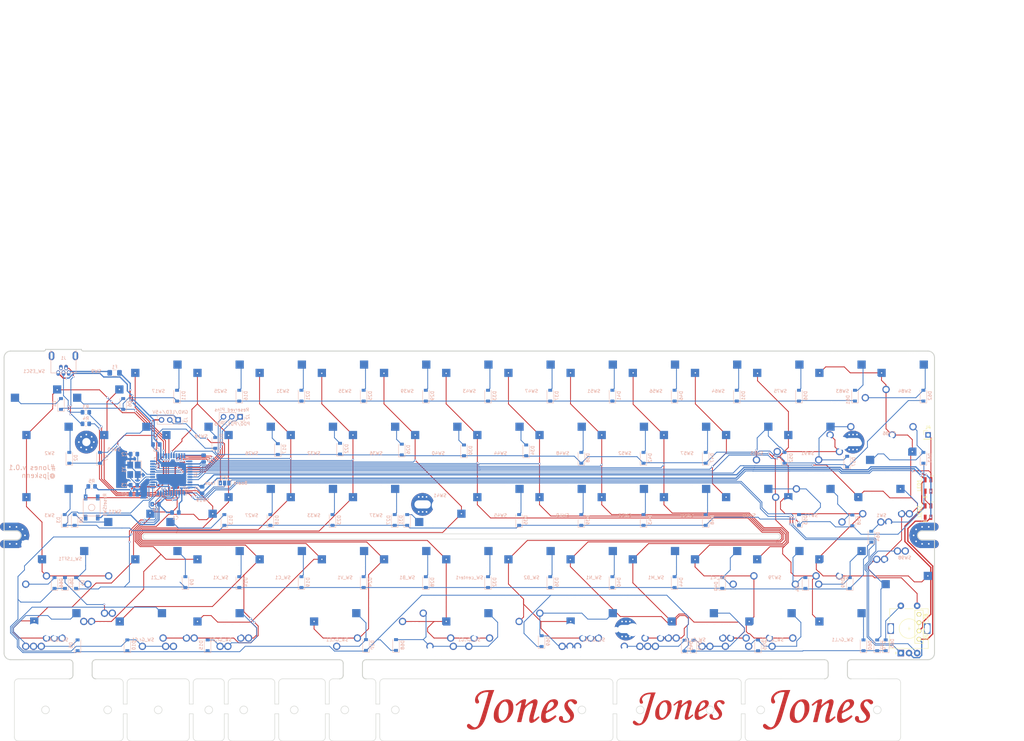
<source format=kicad_pcb>
(kicad_pcb (version 20171130) (host pcbnew "(5.1.6-0-10_14)")
  (layers (0 F.Cu signal) (31 B.Cu signal) (34 B.Paste user) (35 F.Paste user) (36 B.SilkS user) (37 F.SilkS user) (38 B.Mask user) (39 F.Mask user) (44 Edge.Cuts user))
  (net 0 "")
  (net 1 "Net-(D1-Pad2)")
  (net 2 "Net-(D2-Pad2)")
  (net 3 "Net-(D3-Pad2)")
  (net 4 "Net-(D4-Pad2)")
  (net 5 "Net-(D5-Pad2)")
  (net 6 "Net-(D6-Pad2)")
  (net 7 "Net-(D7-Pad2)")
  (net 8 "Net-(D8-Pad2)")
  (net 9 "Net-(D9-Pad2)")
  (net 10 "Net-(D10-Pad2)")
  (net 11 "Net-(D11-Pad2)")
  (net 12 "Net-(D12-Pad2)")
  (net 13 "Net-(D13-Pad2)")
  (net 14 "Net-(D14-Pad2)")
  (net 15 "Net-(D16-Pad2)")
  (net 16 "Net-(D17-Pad2)")
  (net 17 "Net-(D18-Pad2)")
  (net 18 "Net-(D19-Pad2)")
  (net 19 "Net-(D20-Pad2)")
  (net 20 "Net-(D21-Pad2)")
  (net 21 "Net-(D22-Pad2)")
  (net 22 "Net-(D23-Pad2)")
  (net 23 "Net-(D24-Pad2)")
  (net 24 "Net-(D25-Pad2)")
  (net 25 "Net-(D26-Pad2)")
  (net 26 "Net-(D27-Pad2)")
  (net 27 "Net-(D28-Pad2)")
  (net 28 "Net-(D29-Pad2)")
  (net 29 "Net-(D30-Pad2)")
  (net 30 "Net-(D31-Pad2)")
  (net 31 "Net-(D32-Pad2)")
  (net 32 "Net-(D33-Pad2)")
  (net 33 "Net-(D34-Pad2)")
  (net 34 "Net-(D35-Pad2)")
  (net 35 "Net-(D36-Pad2)")
  (net 36 "Net-(D37-Pad2)")
  (net 37 "Net-(D38-Pad2)")
  (net 38 "Net-(D39-Pad2)")
  (net 39 "Net-(D40-Pad2)")
  (net 40 "Net-(D41-Pad2)")
  (net 41 "Net-(D42-Pad2)")
  (net 42 "Net-(D43-Pad2)")
  (net 43 "Net-(D44-Pad2)")
  (net 44 "Net-(D45-Pad2)")
  (net 45 "Net-(D46-Pad2)")
  (net 46 "Net-(D47-Pad2)")
  (net 47 "Net-(D48-Pad2)")
  (net 48 "Net-(D49-Pad2)")
  (net 49 "Net-(D50-Pad2)")
  (net 50 "Net-(D51-Pad2)")
  (net 51 "Net-(D52-Pad2)")
  (net 52 "Net-(D53-Pad2)")
  (net 53 "Net-(D54-Pad2)")
  (net 54 "Net-(D55-Pad2)")
  (net 55 "Net-(D56-Pad2)")
  (net 56 "Net-(D57-Pad2)")
  (net 57 "Net-(D58-Pad2)")
  (net 58 "Net-(D59-Pad2)")
  (net 59 "Net-(D60-Pad2)")
  (net 60 "Net-(D61-Pad2)")
  (net 61 "Net-(D62-Pad2)")
  (net 62 "Net-(D63-Pad2)")
  (net 63 ROW0)
  (net 64 ROW1)
  (net 65 ROW2)
  (net 66 ROW3)
  (net 67 ROW4)
  (net 68 COL1)
  (net 69 +5V)
  (net 70 COL2)
  (net 71 COL3)
  (net 72 COL4)
  (net 73 COL5)
  (net 74 COL6)
  (net 75 COL7)
  (net 76 COL8)
  (net 77 COL9)
  (net 78 COL10)
  (net 79 COL11)
  (net 80 COL12)
  (net 81 COL13)
  (net 82 COL0)
  (net 83 GND)
  (net 84 VCC)
  (net 85 D-)
  (net 86 D+)
  (net 87 "Net-(D15-Pad2)")
  (net 88 RE_A)
  (net 89 RE_B)
  (net 90 "Net-(C2-Pad1)")
  (net 91 "Net-(C3-Pad1)")
  (net 92 "Net-(R5-Pad2)")
  (net 93 "Net-(R6-Pad2)")
  (net 94 "Net-(C6-Pad1)")
  (net 95 "Net-(LED1-Pad1)")
  (net 96 LED)
  (net 97 "Net-(J1-Pad2)")
  (net 98 "Net-(J1-Pad3)")
  (net 99 Reserve_PD5)
  (net 100 "Net-(D64-Pad2)")
  (net 101 RE_S2)
  (net 102 "Net-(D66-Pad2)")
  (net 103 "Net-(D67-Pad2)")
  (net 104 "Net-(D68-Pad2)")
  (net 105 "Net-(D69-Pad2)")
  (net 106 "Net-(D70-Pad2)")
  (net 107 Reserve_PD1-SDA)
  (net 108 Reserve_PD0-SCL)
  (net 109 LED_TAPE)
  (net 110 "Net-(J4-Pad1)")
  (module MX_Alps_Hybrid:MXOnly-2U-Hotswap-ReversedStabilizers (layer F.Cu) (at 203.22576 107.97536)
    (fp_text reference SW_Gr.H1)
    (fp_text value SW_Push)
    (fp_text user %R (at 0 3.048) (layer B.SilkS) (effects (justify mirror)))
    (pad "" np_thru_hole circle (at -11.938 -8.255) (size 3.9878 3.9878) (drill 3.9878) (layers *.Cu *.Mask))
    (pad "" np_thru_hole circle (at 11.938 -8.255) (size 3.9878 3.9878) (drill 3.9878) (layers *.Cu *.Mask))
    (pad "" np_thru_hole circle (at -11.938 6.985) (size 3.048 3.048) (drill 3.048) (layers *.Cu *.Mask))
    (pad "" np_thru_hole circle (at 11.938 6.985) (size 3.048 3.048) (drill 3.048) (layers *.Cu *.Mask))
    (pad 2 smd rect (at 5.842 -5.08) (size 2.55 2.5) (layers B.Cu B.Paste B.Mask) (net 105 "Net-(D69-Pad2)"))
    (pad 1 smd rect (at -7.085 -2.54) (size 2.55 2.5) (layers B.Cu B.Paste B.Mask) (net 75 COL7))
    (pad "" np_thru_hole circle (at 5.08 0 48.0996) (size 1.75 1.75) (drill 1.75) (layers *.Cu *.Mask))
    (pad "" np_thru_hole circle (at -5.08 0 48.0996) (size 1.75 1.75) (drill 1.75) (layers *.Cu *.Mask))
    (pad "" np_thru_hole circle (at -3.81 -2.54) (size 3 3) (drill 3) (layers *.Cu *.Mask))
    (pad "" np_thru_hole circle (at 0 0) (size 3.9878 3.9878) (drill 3.9878) (layers *.Cu *.Mask))
    (pad "" np_thru_hole circle (at 2.54 -5.08) (size 3 3) (drill 3) (layers *.Cu *.Mask))
  )
  (module locallib:60_Outline-Modded_コピー (layer F.Cu) (at 165.1 69.85)
    (fp_text reference REF** hide)
    (fp_text value 60_Outline hide)
    (fp_line (start 140.5 -47.3) (end -118.3 -47.3) (layer Edge.Cuts) (width 0.3))
    (fp_line (start -142.5 45.3) (end -142.5 10.6) (layer Edge.Cuts) (width 0.3))
    (fp_line (start -142.5 10.6) (end -138.7 10.6) (layer Edge.Cuts) (width 0.3))
    (fp_line (start -138.7 7.8) (end -142.5 7.8) (layer Edge.Cuts) (width 0.3))
    (fp_line (start -142.5 7.8) (end -142.5 -45.3) (layer Edge.Cuts) (width 0.3))
    (fp_line (start 142.5 10.6) (end 142.5 45.3) (layer Edge.Cuts) (width 0.3))
    (fp_line (start 142.5 7.8) (end 142.5 -45.3) (layer Edge.Cuts) (width 0.3))
    (fp_line (start 138.7 10.6) (end 142.5 10.6) (layer Edge.Cuts) (width 0.3))
    (fp_line (start 138.7 7.8) (end 142.5 7.8) (layer Edge.Cuts) (width 0.3))
    (fp_line (start -142.5 6.54905) (end -138.7 6.54905) (layer F.Cu) (width 2.5019))
    (fp_line (start -142.5 6.54905) (end -138.7 6.54905) (layer B.Cu) (width 2.5019))
    (fp_line (start -142.5 11.85095) (end -138.7 11.85095) (layer B.Cu) (width 2.5019))
    (fp_line (start -142.5 11.85095) (end -138.7 11.85095) (layer F.Cu) (width 2.5019))
    (fp_line (start 138.7 11.85095) (end 142.55 11.85095) (layer F.Cu) (width 2.5019))
    (fp_line (start 138.7 6.54905) (end 142.5 6.54905) (layer B.Cu) (width 2.5019))
    (fp_line (start 138.7 6.54905) (end 142.5 6.54905) (layer F.Cu) (width 2.5019))
    (fp_line (start 138.7 11.85095) (end 142.55 11.85095) (layer B.Cu) (width 2.5019))
    (fp_line (start -129.8 -47.8) (end -118.8 -47.8) (layer Edge.Cuts) (width 0.3))
    (fp_line (start -140.5 -47.3) (end -130.3 -47.3) (layer Edge.Cuts) (width 0.3))
    (fp_arc (start -118.3 -47.8) (end -118.3 -47.3) (angle 90) (layer Edge.Cuts) (width 0.3))
    (fp_arc (start -130.3 -47.8) (end -129.8 -47.8) (angle 90) (layer Edge.Cuts) (width 0.3))
    (fp_arc (start 138.7 9.2) (end 136.04905 9.2) (angle -90) (layer F.Cu) (width 2.5019))
    (fp_arc (start 138.7 9.2) (end 138.7 6.54905) (angle -90) (layer F.Cu) (width 2.5019))
    (fp_arc (start 138.7 9.2) (end 136.04905 9.2) (angle -90) (layer B.Cu) (width 2.5019))
    (fp_arc (start 138.7 9.2) (end 138.7 6.54905) (angle -90) (layer B.Cu) (width 2.5019))
    (fp_arc (start -138.7 9.2) (end -138.7 6.54905) (angle 90) (layer B.Cu) (width 2.5019))
    (fp_arc (start -138.7 9.2) (end -136.04905 9.2) (angle 90) (layer B.Cu) (width 2.5019))
    (fp_arc (start -138.7 9.2) (end -138.7 6.54905) (angle 90) (layer F.Cu) (width 2.5019))
    (fp_arc (start -138.7 9.2) (end -136.04905 9.2) (angle 90) (layer F.Cu) (width 2.5019))
    (fp_arc (start -138.7 9.2) (end -137.3 9.2) (angle 90) (layer Edge.Cuts) (width 0.3))
    (fp_arc (start 138.7 9.2) (end 137.3 9.2) (angle -90) (layer Edge.Cuts) (width 0.3))
    (fp_arc (start 138.7 9.2) (end 138.7 7.8) (angle -90) (layer Edge.Cuts) (width 0.3))
    (fp_arc (start -138.7 9.2) (end -138.7 7.8) (angle 90) (layer Edge.Cuts) (width 0.3))
    (fp_arc (start 140.5 -45.3) (end 140.5 -47.3) (angle 90) (layer Edge.Cuts) (width 0.3))
    (fp_arc (start 140.5 45.3) (end 142.5 45.3) (angle 90) (layer Edge.Cuts) (width 0.3))
    (fp_arc (start -140.5 45.3) (end -140.5 47.3) (angle 90) (layer Edge.Cuts) (width 0.3))
    (fp_arc (start -140.5 -45.3) (end -142.5 -45.3) (angle 90) (layer Edge.Cuts) (width 0.3))
    (pad 1 thru_hole circle (at -117.3 -19.4) (size 7.0013 7.0013) (drill 2.4994) (layers *.Cu *.Mask))
    (pad 1 thru_hole circle (at -14.3 -0.3) (size 7.00024 7.00024) (drill oval 5.00126 2.49936) (layers *.Cu *.Mask))
    (pad 1 thru_hole circle (at 48 37.9) (size 7.00024 7.00024) (drill oval 5.00126 2.49936) (layers *.Cu *.Mask))
    (pad 1 thru_hole circle (at 117.55 -19.4) (size 7.00024 7.00024) (drill oval 5.00126 2.49936) (layers *.Cu *.Mask))
    (pad 1 thru_hole circle (at -117.3 -21.7) (size 1 1) (drill 0.5) (layers *.Cu *.Mask))
    (pad 1 thru_hole circle (at -119.6 -19.4) (size 1 1) (drill 0.5) (layers *.Cu *.Mask))
    (pad 1 thru_hole circle (at -115 -19.4) (size 1 1) (drill 0.5) (layers *.Cu *.Mask))
    (pad 1 thru_hole circle (at -117.3 -17.1) (size 1 1) (drill 0.5) (layers *.Cu *.Mask))
    (pad 1 thru_hole circle (at -118.926346 -21.026346) (size 1 1) (drill 0.5) (layers *.Cu *.Mask))
    (pad 1 thru_hole circle (at -115.673654 -21.026346) (size 1 1) (drill 0.5) (layers *.Cu *.Mask))
    (pad 1 thru_hole circle (at -118.926346 -17.773654) (size 1 1) (drill 0.5) (layers *.Cu *.Mask))
    (pad 1 thru_hole circle (at -115.673654 -17.773654) (size 1 1) (drill 0.5) (layers *.Cu *.Mask))
    (pad 1 thru_hole circle (at 117.55 -21.7) (size 1 1) (drill 0.5) (layers *.Cu *.Mask))
    (pad 1 thru_hole circle (at 117.55 -17.1) (size 1 1) (drill 0.5) (layers *.Cu *.Mask))
    (pad 1 thru_hole circle (at 118.75 -17.1) (size 1 1) (drill 0.5) (layers *.Cu *.Mask))
    (pad 1 thru_hole circle (at 116.35 -17.1) (size 1 1) (drill 0.5) (layers *.Cu *.Mask))
    (pad 1 thru_hole circle (at 116.35 -21.7) (size 1 1) (drill 0.5) (layers *.Cu *.Mask))
    (pad 1 thru_hole circle (at 118.75 -21.717) (size 1 1) (drill 0.5) (layers *.Cu *.Mask))
    (pad 1 thru_hole circle (at 48 35.6) (size 1 1) (drill 0.5) (layers *.Cu *.Mask))
    (pad 1 thru_hole circle (at 48 40.2) (size 1 1) (drill 0.5) (layers *.Cu *.Mask))
    (pad 1 thru_hole circle (at 49.2 35.6) (size 1 1) (drill 0.5) (layers *.Cu *.Mask))
    (pad 1 thru_hole circle (at 46.8 35.6) (size 1 1) (drill 0.5) (layers *.Cu *.Mask))
    (pad 1 thru_hole circle (at 46.8 40.2) (size 1 1) (drill 0.5) (layers *.Cu *.Mask))
    (pad 1 thru_hole circle (at 49.2 40.2) (size 1 1) (drill 0.5) (layers *.Cu *.Mask))
    (pad 1 thru_hole circle (at -14.3 -2.6) (size 1 1) (drill 0.5) (layers *.Cu *.Mask))
    (pad 1 thru_hole circle (at -13.1 -2.6) (size 1 1) (drill 0.5) (layers *.Cu *.Mask))
    (pad 1 thru_hole circle (at -15.5 -2.6) (size 1 1) (drill 0.5) (layers *.Cu *.Mask))
    (pad 1 thru_hole circle (at -14.3 2) (size 1 1) (drill 0.5) (layers *.Cu *.Mask))
    (pad 1 thru_hole circle (at -15.5 2) (size 1 1) (drill 0.5) (layers *.Cu *.Mask))
    (pad 1 thru_hole circle (at -13.1 2) (size 1 1) (drill 0.5) (layers *.Cu *.Mask))
    (pad 1 thru_hole circle (at -136.1 9.2) (size 1 1) (drill 0.5) (layers *.Cu *.Mask))
    (pad 1 thru_hole circle (at -138.7 6.6) (size 1 1) (drill 0.5) (layers *.Cu *.Mask))
    (pad 1 thru_hole circle (at -138.7 11.8) (size 1 1) (drill 0.5) (layers *.Cu *.Mask))
    (pad 1 thru_hole circle (at -136.861522 7.361522) (size 1 1) (drill 0.5) (layers *.Cu *.Mask))
    (pad 1 thru_hole circle (at -136.861522 11.038478) (size 1 1) (drill 0.5) (layers *.Cu *.Mask))
    (pad 1 thru_hole circle (at -140.742035 6.6) (size 1 1) (drill 0.5) (layers *.Cu *.Mask))
    (pad 1 thru_hole circle (at -140.742035 11.8) (size 1 1) (drill 0.5) (layers *.Cu *.Mask))
    (pad 1 thru_hole circle (at 136.1 9.2) (size 1 1) (drill 0.5) (layers *.Cu *.Mask))
    (pad 1 thru_hole circle (at 136.861522 7.361522) (size 1 1) (drill 0.5) (layers *.Cu *.Mask))
    (pad 1 thru_hole circle (at 138.7 6.6) (size 1 1) (drill 0.5) (layers *.Cu *.Mask))
    (pad 1 thru_hole circle (at 140.742035 6.6) (size 1 1) (drill 0.5) (layers *.Cu *.Mask))
    (pad 1 thru_hole circle (at 140.742035 11.8) (size 1 1) (drill 0.5) (layers *.Cu *.Mask))
    (pad 1 thru_hole circle (at 138.7 11.8) (size 1 1) (drill 0.5) (layers *.Cu *.Mask))
    (pad 1 thru_hole circle (at 136.861522 11.038478) (size 1 1) (drill 0.5) (layers *.Cu *.Mask))
  )
  (module MX_Alps_Hybrid:MXOnly-1.5U-NoLED (layer F.Cu) (at 222.27584 107.97536 180)
    (fp_text reference SW_Gr.I4)
    (fp_text value SW_Push)
    (pad "" np_thru_hole circle (at 5.08 0 228.0996) (size 1.75 1.75) (drill 1.75) (layers *.Cu *.Mask))
    (pad "" np_thru_hole circle (at -5.08 0 228.0996) (size 1.75 1.75) (drill 1.75) (layers *.Cu *.Mask))
    (pad 1 thru_hole circle (at -3.81 -2.54 180) (size 2.25 2.25) (drill 1.47) (layers *.Cu B.Mask) (net 76 COL8))
    (pad "" np_thru_hole circle (at 0 0 180) (size 3.9878 3.9878) (drill 3.9878) (layers *.Cu *.Mask))
    (pad 2 thru_hole circle (at 2.54 -5.08 180) (size 2.25 2.25) (drill 1.47) (layers *.Cu B.Mask) (net 44 "Net-(D45-Pad2)"))
  )
  (module SMK_Jones_logo:Jones_logo_33.9x12.3_silk (layer F.Cu) (at 181.254 132.486)
    (fp_text reference G*** hide)
    (fp_text value LOGO hide)
    (fp_poly (pts (xy -8.862231 -6.035022) (xy -8.650095 -6.030647) (xy -8.528732 -6.021475) (xy -8.509 -6.01397) (xy -8.531495 -5.951337) (xy -8.592375 -5.796215) (xy -8.681731 -5.573573) (xy -8.766071 -5.366052) (xy -8.913992 -4.978791) (xy -9.090637 -4.471533) (xy -9.294926 -3.847738) (xy -9.525779 -3.11086) (xy -9.782115 -2.264359) (xy -10.062855 -1.311691) (xy -10.366919 -0.256313) (xy -10.412798 -0.09525) (xy -10.617699 0.622112) (xy -10.793435 1.229813) (xy -10.944199 1.740732) (xy -11.074186 2.167747) (xy -11.18759 2.523737) (xy -11.288606 2.821583) (xy -11.381428 3.074161) (xy -11.47025 3.294352) (xy -11.559266 3.495035) (xy -11.630865 3.644952) (xy -12.026289 4.337734) (xy -12.477257 4.918168) (xy -12.982756 5.385315) (xy -13.541776 5.738238) (xy -14.141494 5.972644) (xy -14.520492 6.050724) (xy -14.936695 6.087172) (xy -15.342903 6.080993) (xy -15.691915 6.031193) (xy -15.77975 6.007174) (xy -16.186063 5.836667) (xy -16.511804 5.613319) (xy -16.741815 5.350466) (xy -16.860935 5.061445) (xy -16.862172 5.055008) (xy -16.859533 4.800972) (xy -16.768118 4.579131) (xy -16.609999 4.414628) (xy -16.407246 4.332607) (xy -16.235629 4.341219) (xy -16.112847 4.402372) (xy -15.930903 4.529041) (xy -15.721693 4.698212) (xy -15.63678 4.773299) (xy -15.2316 5.100729) (xy -14.863328 5.309833) (xy -14.525262 5.401562) (xy -14.210704 5.376869) (xy -13.912954 5.236704) (xy -13.690196 5.049961) (xy -13.561945 4.908297) (xy -13.443944 4.7442) (xy -13.32864 4.541332) (xy -13.208481 4.283357) (xy -13.075912 3.953938) (xy -12.923382 3.536738) (xy -12.743338 3.015421) (xy -12.726168 2.964733) (xy -12.571953 2.501426) (xy -12.401964 1.97746) (xy -12.21958 1.404265) (xy -12.028182 0.793271) (xy -11.831149 0.155908) (xy -11.631861 -0.496392) (xy -11.433699 -1.152202) (xy -11.240043 -1.800089) (xy -11.054273 -2.428624) (xy -10.879769 -3.026377) (xy -10.71991 -3.581918) (xy -10.578078 -4.083817) (xy -10.457652 -4.520643) (xy -10.362013 -4.880966) (xy -10.294539 -5.153356) (xy -10.258613 -5.326383) (xy -10.256169 -5.387835) (xy -10.346713 -5.411537) (xy -10.530282 -5.41765) (xy -10.774447 -5.408354) (xy -11.046781 -5.385828) (xy -11.314857 -5.352254) (xy -11.546245 -5.30981) (xy -11.595648 -5.297786) (xy -12.054864 -5.138746) (xy -12.479514 -4.917005) (xy -12.853284 -4.647546) (xy -13.159859 -4.345349) (xy -13.382925 -4.025396) (xy -13.506168 -3.70267) (xy -13.5255 -3.52558) (xy -13.492789 -3.333776) (xy -13.406668 -3.0921) (xy -13.335 -2.942612) (xy -13.196486 -2.63383) (xy -13.151789 -2.390516) (xy -13.200151 -2.193375) (xy -13.300364 -2.060864) (xy -13.500773 -1.941108) (xy -13.750144 -1.901926) (xy -13.99416 -1.949993) (xy -14.037018 -1.970383) (xy -14.194922 -2.12144) (xy -14.311046 -2.367373) (xy -14.379494 -2.681235) (xy -14.39437 -3.036076) (xy -14.350323 -3.402314) (xy -14.199659 -3.896033) (xy -13.954229 -4.34588) (xy -13.598307 -4.780662) (xy -13.597497 -4.781512) (xy -13.122102 -5.201219) (xy -12.580155 -5.529039) (xy -11.961307 -5.769617) (xy -11.255204 -5.927597) (xy -10.95375 -5.967845) (xy -10.751226 -5.984878) (xy -10.478219 -6.000157) (xy -10.157768 -6.013247) (xy -9.812907 -6.023713) (xy -9.466673 -6.03112) (xy -9.142102 -6.035035) (xy -8.862231 -6.035022)) (layer F.Cu) (width 0.01))
    (fp_poly (pts (xy -4.135333 -3.141113) (xy -3.703594 -2.989027) (xy -3.338997 -2.729262) (xy -3.040254 -2.360997) (xy -2.883971 -2.070061) (xy -2.757454 -1.687498) (xy -2.679933 -1.220626) (xy -2.652096 -0.702589) (xy -2.674627 -0.166531) (xy -2.748216 0.354404) (xy -2.826976 0.680364) (xy -3.050224 1.268055) (xy -3.367962 1.847955) (xy -3.762177 2.39961) (xy -4.214854 2.902565) (xy -4.707979 3.336364) (xy -5.223537 3.680554) (xy -5.644242 3.879246) (xy -6.017063 3.982893) (xy -6.43671 4.038666) (xy -6.857649 4.044693) (xy -7.234344 3.999103) (xy -7.405447 3.951609) (xy -7.828118 3.739902) (xy -8.167604 3.435485) (xy -8.428476 3.033573) (xy -8.543219 2.760513) (xy -8.610283 2.472729) (xy -8.646641 2.096983) (xy -8.652791 1.66842) (xy -8.629231 1.222186) (xy -8.615577 1.11125) (xy -7.200007 1.11125) (xy -7.182729 1.705204) (xy -7.116549 2.193066) (xy -6.997098 2.587677) (xy -6.820005 2.901882) (xy -6.580898 3.148524) (xy -6.481974 3.221113) (xy -6.271326 3.329661) (xy -6.060507 3.355202) (xy -5.81366 3.297443) (xy -5.614587 3.214013) (xy -5.274834 2.989655) (xy -4.963027 2.65159) (xy -4.685857 2.211321) (xy -4.450016 1.68035) (xy -4.262197 1.07018) (xy -4.195515 0.774749) (xy -4.15663 0.482107) (xy -4.135559 0.10685) (xy -4.131988 -0.307939) (xy -4.145599 -0.719178) (xy -4.176079 -1.083781) (xy -4.210749 -1.305185) (xy -4.337605 -1.723873) (xy -4.520194 -2.064199) (xy -4.747289 -2.315392) (xy -5.007661 -2.466679) (xy -5.290082 -2.507289) (xy -5.437707 -2.482269) (xy -5.816753 -2.312372) (xy -6.169919 -2.020676) (xy -6.49421 -1.610304) (xy -6.786636 -1.084377) (xy -6.795545 -1.065439) (xy -6.974035 -0.612195) (xy -7.097486 -0.121886) (xy -7.171004 0.432957) (xy -7.199691 1.079807) (xy -7.200007 1.11125) (xy -8.615577 1.11125) (xy -8.576457 0.793427) (xy -8.510888 0.47625) (xy -8.270878 -0.241049) (xy -7.932973 -0.935651) (xy -7.51493 -1.57704) (xy -7.034506 -2.134701) (xy -6.936136 -2.230085) (xy -6.446134 -2.632445) (xy -5.947756 -2.918318) (xy -5.417798 -3.097348) (xy -4.833057 -3.179179) (xy -4.6355 -3.186341) (xy -4.135333 -3.141113)) (layer F.Cu) (width 0.01))
    (fp_poly (pts (xy 1.113664 -3.16627) (xy 1.166158 -3.121392) (xy 1.214097 -3.062276) (xy 1.241186 -2.997524) (xy 1.246077 -2.903459) (xy 1.227423 -2.756405) (xy 1.183877 -2.532685) (xy 1.114273 -2.209453) (xy 1.046156 -1.900229) (xy 0.984965 -1.628025) (xy 0.937208 -1.421424) (xy 0.909392 -1.309009) (xy 0.908668 -1.306463) (xy 0.934434 -1.289741) (xy 1.038657 -1.354317) (xy 1.209663 -1.492019) (xy 1.347892 -1.613962) (xy 1.812505 -2.01191) (xy 2.282216 -2.372) (xy 2.739395 -2.683104) (xy 3.166415 -2.934097) (xy 3.545648 -3.113851) (xy 3.859465 -3.211239) (xy 3.885876 -3.215907) (xy 4.177189 -3.208331) (xy 4.4349 -3.10017) (xy 4.626511 -2.908002) (xy 4.676934 -2.812368) (xy 4.721463 -2.679749) (xy 4.745415 -2.531279) (xy 4.74636 -2.353266) (xy 4.721867 -2.132017) (xy 4.669505 -1.853839) (xy 4.586843 -1.50504) (xy 4.471452 -1.071927) (xy 4.3209 -0.540807) (xy 4.200233 -0.127) (xy 4.013914 0.510662) (xy 3.861993 1.039611) (xy 3.74142 1.472487) (xy 3.649147 1.82193) (xy 3.582123 2.100582) (xy 3.5373 2.321081) (xy 3.511629 2.49607) (xy 3.502059 2.638187) (xy 3.505117 2.754438) (xy 3.536317 2.931871) (xy 3.605132 3.023053) (xy 3.722639 3.026569) (xy 3.899914 2.941004) (xy 4.148032 2.764941) (xy 4.287432 2.654448) (xy 4.583798 2.413939) (xy 4.796687 2.242712) (xy 4.942411 2.131488) (xy 5.037279 2.07099) (xy 5.097602 2.051939) (xy 5.13969 2.065056) (xy 5.179855 2.101064) (xy 5.209782 2.129768) (xy 5.303601 2.239394) (xy 5.334 2.313551) (xy 5.291135 2.387466) (xy 5.176705 2.523561) (xy 5.011954 2.697321) (xy 4.937125 2.771489) (xy 4.420786 3.240723) (xy 3.944188 3.604921) (xy 3.510838 3.862272) (xy 3.124241 4.010965) (xy 2.787904 4.049189) (xy 2.559199 3.999751) (xy 2.38419 3.861579) (xy 2.267359 3.613619) (xy 2.210132 3.259696) (xy 2.204288 3.048) (xy 2.229764 2.698923) (xy 2.30256 2.251977) (xy 2.423647 1.70288) (xy 2.593992 1.047354) (xy 2.814567 0.281119) (xy 2.880819 0.061406) (xy 3.041557 -0.484102) (xy 3.171356 -0.959929) (xy 3.267754 -1.355406) (xy 3.328287 -1.659864) (xy 3.350493 -1.862633) (xy 3.342271 -1.937443) (xy 3.249794 -2.021403) (xy 3.07944 -2.029444) (xy 2.848202 -1.970082) (xy 2.573072 -1.851828) (xy 2.271044 -1.683198) (xy 1.959109 -1.472703) (xy 1.654261 -1.228859) (xy 1.373492 -0.960177) (xy 1.357325 -0.942963) (xy 1.189658 -0.756272) (xy 1.046008 -0.575646) (xy 0.920745 -0.386381) (xy 0.808239 -0.173772) (xy 0.70286 0.076887) (xy 0.598977 0.3803) (xy 0.490962 0.751173) (xy 0.373182 1.204209) (xy 0.240009 1.754115) (xy 0.107668 2.320948) (xy -0.229211 3.77825) (xy -0.876606 3.796346) (xy -1.14586 3.799188) (xy -1.360338 3.792537) (xy -1.493455 3.77776) (xy -1.524 3.763044) (xy -1.508945 3.686892) (xy -1.467361 3.509851) (xy -1.40462 3.25396) (xy -1.326094 2.941259) (xy -1.271946 2.728948) (xy -1.156857 2.273685) (xy -1.034304 1.777297) (xy -0.907911 1.255539) (xy -0.781301 0.724171) (xy -0.658097 0.198949) (xy -0.541924 -0.304368) (xy -0.436405 -0.770024) (xy -0.345163 -1.18226) (xy -0.271822 -1.525319) (xy -0.220004 -1.783443) (xy -0.193335 -1.940875) (xy -0.1905 -1.973986) (xy -0.207651 -2.114707) (xy -0.243839 -2.18447) (xy -0.349164 -2.177577) (xy -0.535961 -2.081672) (xy -0.798679 -1.900243) (xy -1.131766 -1.636777) (xy -1.181082 -1.595732) (xy -1.664577 -1.191213) (xy -1.982159 -1.508795) (xy -1.705455 -1.762501) (xy -1.31753 -2.110677) (xy -0.993341 -2.382826) (xy -0.710151 -2.595934) (xy -0.445222 -2.766987) (xy -0.175817 -2.91297) (xy -0.145111 -2.92814) (xy 0.273415 -3.107886) (xy 0.629128 -3.208434) (xy 0.912416 -3.228367) (xy 1.113664 -3.16627)) (layer F.Cu) (width 0.01))
    (fp_poly (pts (xy 10.189699 -3.18101) (xy 10.530452 -3.050869) (xy 10.784579 -2.842213) (xy 10.951445 -2.569982) (xy 11.030417 -2.24912) (xy 11.020861 -1.894565) (xy 10.922144 -1.521261) (xy 10.733633 -1.144148) (xy 10.454693 -0.778167) (xy 10.298284 -0.619951) (xy 10.059376 -0.411538) (xy 9.796593 -0.21528) (xy 9.489874 -0.018963) (xy 9.11916 0.189623) (xy 8.664388 0.422689) (xy 8.273298 0.612674) (xy 7.903301 0.789521) (xy 7.631658 0.927628) (xy 7.443785 1.046336) (xy 7.325096 1.164989) (xy 7.261008 1.302929) (xy 7.236935 1.479499) (xy 7.238292 1.714041) (xy 7.248483 1.971791) (xy 7.261211 2.24754) (xy 7.280217 2.428826) (xy 7.315268 2.548137) (xy 7.37613 2.637959) (xy 7.472567 2.730783) (xy 7.478126 2.735753) (xy 7.691779 2.877158) (xy 7.872782 2.921) (xy 8.175887 2.873785) (xy 8.550484 2.735856) (xy 8.985252 2.512789) (xy 9.468873 2.210158) (xy 9.818446 1.962813) (xy 10.001332 1.835298) (xy 10.149449 1.745706) (xy 10.226484 1.7145) (xy 10.317553 1.761776) (xy 10.428033 1.871437) (xy 10.514981 1.995233) (xy 10.538887 2.065498) (xy 10.491983 2.14349) (xy 10.360447 2.28071) (xy 10.162238 2.461525) (xy 9.915314 2.670302) (xy 9.637634 2.891408) (xy 9.347155 3.109208) (xy 9.305151 3.139507) (xy 8.742323 3.506584) (xy 8.216714 3.770302) (xy 7.707955 3.940489) (xy 7.58825 3.968056) (xy 7.300138 4.024302) (xy 7.09199 4.049825) (xy 6.920999 4.046402) (xy 6.744356 4.015809) (xy 6.697921 4.004995) (xy 6.378704 3.869703) (xy 6.131686 3.633621) (xy 5.956458 3.2957) (xy 5.852613 2.854894) (xy 5.819742 2.310153) (xy 5.843338 1.80975) (xy 5.911051 1.262614) (xy 6.023809 0.746458) (xy 6.140466 0.38623) (xy 7.4295 0.38623) (xy 7.479219 0.400044) (xy 7.620153 0.346746) (xy 7.839962 0.232751) (xy 8.12631 0.064473) (xy 8.466859 -0.151674) (xy 8.47725 -0.15848) (xy 8.945031 -0.49746) (xy 9.315495 -0.834829) (xy 9.581894 -1.162586) (xy 9.737477 -1.472724) (xy 9.777605 -1.700665) (xy 9.72954 -1.960994) (xy 9.599154 -2.201348) (xy 9.414487 -2.371949) (xy 9.392692 -2.383995) (xy 9.141698 -2.446493) (xy 8.870222 -2.39799) (xy 8.597097 -2.248245) (xy 8.341155 -2.007021) (xy 8.153866 -1.74194) (xy 8.02489 -1.490952) (xy 7.887136 -1.171684) (xy 7.750971 -0.814592) (xy 7.626761 -0.450129) (xy 7.52487 -0.10875) (xy 7.455665 0.17909) (xy 7.429512 0.382937) (xy 7.4295 0.38623) (xy 6.140466 0.38623) (xy 6.192237 0.226368) (xy 6.426958 -0.332567) (xy 6.612491 -0.718039) (xy 6.953809 -1.320436) (xy 7.340284 -1.861925) (xy 7.757041 -2.325766) (xy 8.189203 -2.69522) (xy 8.582675 -2.934972) (xy 9.007675 -3.09733) (xy 9.459263 -3.193562) (xy 9.893704 -3.216973) (xy 10.189699 -3.18101)) (layer F.Cu) (width 0.01))
    (fp_poly (pts (xy 15.854614 -3.167061) (xy 16.241964 -3.041929) (xy 16.550848 -2.843086) (xy 16.767627 -2.57566) (xy 16.825175 -2.451479) (xy 16.860482 -2.201181) (xy 16.788043 -1.971484) (xy 16.627033 -1.787546) (xy 16.396625 -1.674526) (xy 16.215122 -1.651) (xy 16.088186 -1.681348) (xy 15.935757 -1.782472) (xy 15.73613 -1.96949) (xy 15.690935 -2.016126) (xy 15.501221 -2.20676) (xy 15.323289 -2.373171) (xy 15.191898 -2.48303) (xy 15.179341 -2.491957) (xy 14.937228 -2.590954) (xy 14.687233 -2.581356) (xy 14.450728 -2.47815) (xy 14.249087 -2.296326) (xy 14.10368 -2.050873) (xy 14.035879 -1.75678) (xy 14.0335 -1.688337) (xy 14.056893 -1.484837) (xy 14.133382 -1.265999) (xy 14.272428 -1.015613) (xy 14.483494 -0.71747) (xy 14.776042 -0.355361) (xy 14.889339 -0.22225) (xy 15.126235 0.065262) (xy 15.349695 0.357723) (xy 15.537158 0.624199) (xy 15.666068 0.833753) (xy 15.682473 0.865374) (xy 15.862576 1.352921) (xy 15.923093 1.830478) (xy 15.871434 2.287506) (xy 15.715013 2.713466) (xy 15.46124 3.097819) (xy 15.117528 3.430026) (xy 14.691289 3.699548) (xy 14.189935 3.895845) (xy 13.620878 4.008379) (xy 13.462 4.022669) (xy 13.212012 4.035028) (xy 12.9989 4.037108) (xy 12.865517 4.028582) (xy 12.85875 4.027253) (xy 12.723977 3.998671) (xy 12.522227 3.957076) (xy 12.403064 3.93287) (xy 12.009044 3.797294) (xy 11.689705 3.573095) (xy 11.45817 3.275371) (xy 11.327561 2.919219) (xy 11.303 2.667295) (xy 11.340626 2.352375) (xy 11.458033 2.129978) (xy 11.662014 1.988696) (xy 11.719954 1.967112) (xy 11.989242 1.929186) (xy 12.230778 2.010344) (xy 12.366625 2.113867) (xy 12.456148 2.22534) (xy 12.499181 2.375174) (xy 12.5095 2.585972) (xy 12.540354 2.91753) (xy 12.640651 3.156588) (xy 12.821992 3.323712) (xy 12.965602 3.394483) (xy 13.315088 3.471558) (xy 13.677976 3.444196) (xy 14.027575 3.325295) (xy 14.337191 3.127759) (xy 14.580134 2.864488) (xy 14.72971 2.548383) (xy 14.731775 2.540833) (xy 14.76803 2.355867) (xy 14.766937 2.178536) (xy 14.72051 1.992875) (xy 14.620764 1.782915) (xy 14.459716 1.532689) (xy 14.229378 1.226228) (xy 13.921767 0.847565) (xy 13.829986 0.737514) (xy 13.54271 0.376535) (xy 13.332402 0.065266) (xy 13.17971 -0.229362) (xy 13.065285 -0.540415) (xy 13.04761 -0.599491) (xy 12.964211 -1.094614) (xy 13.004825 -1.568668) (xy 13.167108 -2.0133) (xy 13.44871 -2.420157) (xy 13.60406 -2.579693) (xy 13.925089 -2.836957) (xy 14.268008 -3.015719) (xy 14.673664 -3.134776) (xy 14.899066 -3.17568) (xy 15.402436 -3.213353) (xy 15.854614 -3.167061)) (layer F.Cu) (width 0.01))
  )
  (module SMK_Jones_logo:Jones_logo_33.9x12.3_silk (layer F.Cu) (at 271.932 132.486)
    (fp_text reference G*** hide)
    (fp_text value LOGO hide)
    (fp_poly (pts (xy 15.854614 -3.167061) (xy 16.241964 -3.041929) (xy 16.550848 -2.843086) (xy 16.767627 -2.57566) (xy 16.825175 -2.451479) (xy 16.860482 -2.201181) (xy 16.788043 -1.971484) (xy 16.627033 -1.787546) (xy 16.396625 -1.674526) (xy 16.215122 -1.651) (xy 16.088186 -1.681348) (xy 15.935757 -1.782472) (xy 15.73613 -1.96949) (xy 15.690935 -2.016126) (xy 15.501221 -2.20676) (xy 15.323289 -2.373171) (xy 15.191898 -2.48303) (xy 15.179341 -2.491957) (xy 14.937228 -2.590954) (xy 14.687233 -2.581356) (xy 14.450728 -2.47815) (xy 14.249087 -2.296326) (xy 14.10368 -2.050873) (xy 14.035879 -1.75678) (xy 14.0335 -1.688337) (xy 14.056893 -1.484837) (xy 14.133382 -1.265999) (xy 14.272428 -1.015613) (xy 14.483494 -0.71747) (xy 14.776042 -0.355361) (xy 14.889339 -0.22225) (xy 15.126235 0.065262) (xy 15.349695 0.357723) (xy 15.537158 0.624199) (xy 15.666068 0.833753) (xy 15.682473 0.865374) (xy 15.862576 1.352921) (xy 15.923093 1.830478) (xy 15.871434 2.287506) (xy 15.715013 2.713466) (xy 15.46124 3.097819) (xy 15.117528 3.430026) (xy 14.691289 3.699548) (xy 14.189935 3.895845) (xy 13.620878 4.008379) (xy 13.462 4.022669) (xy 13.212012 4.035028) (xy 12.9989 4.037108) (xy 12.865517 4.028582) (xy 12.85875 4.027253) (xy 12.723977 3.998671) (xy 12.522227 3.957076) (xy 12.403064 3.93287) (xy 12.009044 3.797294) (xy 11.689705 3.573095) (xy 11.45817 3.275371) (xy 11.327561 2.919219) (xy 11.303 2.667295) (xy 11.340626 2.352375) (xy 11.458033 2.129978) (xy 11.662014 1.988696) (xy 11.719954 1.967112) (xy 11.989242 1.929186) (xy 12.230778 2.010344) (xy 12.366625 2.113867) (xy 12.456148 2.22534) (xy 12.499181 2.375174) (xy 12.5095 2.585972) (xy 12.540354 2.91753) (xy 12.640651 3.156588) (xy 12.821992 3.323712) (xy 12.965602 3.394483) (xy 13.315088 3.471558) (xy 13.677976 3.444196) (xy 14.027575 3.325295) (xy 14.337191 3.127759) (xy 14.580134 2.864488) (xy 14.72971 2.548383) (xy 14.731775 2.540833) (xy 14.76803 2.355867) (xy 14.766937 2.178536) (xy 14.72051 1.992875) (xy 14.620764 1.782915) (xy 14.459716 1.532689) (xy 14.229378 1.226228) (xy 13.921767 0.847565) (xy 13.829986 0.737514) (xy 13.54271 0.376535) (xy 13.332402 0.065266) (xy 13.17971 -0.229362) (xy 13.065285 -0.540415) (xy 13.04761 -0.599491) (xy 12.964211 -1.094614) (xy 13.004825 -1.568668) (xy 13.167108 -2.0133) (xy 13.44871 -2.420157) (xy 13.60406 -2.579693) (xy 13.925089 -2.836957) (xy 14.268008 -3.015719) (xy 14.673664 -3.134776) (xy 14.899066 -3.17568) (xy 15.402436 -3.213353) (xy 15.854614 -3.167061)) (layer F.Cu) (width 0.01))
    (fp_poly (pts (xy 10.189699 -3.18101) (xy 10.530452 -3.050869) (xy 10.784579 -2.842213) (xy 10.951445 -2.569982) (xy 11.030417 -2.24912) (xy 11.020861 -1.894565) (xy 10.922144 -1.521261) (xy 10.733633 -1.144148) (xy 10.454693 -0.778167) (xy 10.298284 -0.619951) (xy 10.059376 -0.411538) (xy 9.796593 -0.21528) (xy 9.489874 -0.018963) (xy 9.11916 0.189623) (xy 8.664388 0.422689) (xy 8.273298 0.612674) (xy 7.903301 0.789521) (xy 7.631658 0.927628) (xy 7.443785 1.046336) (xy 7.325096 1.164989) (xy 7.261008 1.302929) (xy 7.236935 1.479499) (xy 7.238292 1.714041) (xy 7.248483 1.971791) (xy 7.261211 2.24754) (xy 7.280217 2.428826) (xy 7.315268 2.548137) (xy 7.37613 2.637959) (xy 7.472567 2.730783) (xy 7.478126 2.735753) (xy 7.691779 2.877158) (xy 7.872782 2.921) (xy 8.175887 2.873785) (xy 8.550484 2.735856) (xy 8.985252 2.512789) (xy 9.468873 2.210158) (xy 9.818446 1.962813) (xy 10.001332 1.835298) (xy 10.149449 1.745706) (xy 10.226484 1.7145) (xy 10.317553 1.761776) (xy 10.428033 1.871437) (xy 10.514981 1.995233) (xy 10.538887 2.065498) (xy 10.491983 2.14349) (xy 10.360447 2.28071) (xy 10.162238 2.461525) (xy 9.915314 2.670302) (xy 9.637634 2.891408) (xy 9.347155 3.109208) (xy 9.305151 3.139507) (xy 8.742323 3.506584) (xy 8.216714 3.770302) (xy 7.707955 3.940489) (xy 7.58825 3.968056) (xy 7.300138 4.024302) (xy 7.09199 4.049825) (xy 6.920999 4.046402) (xy 6.744356 4.015809) (xy 6.697921 4.004995) (xy 6.378704 3.869703) (xy 6.131686 3.633621) (xy 5.956458 3.2957) (xy 5.852613 2.854894) (xy 5.819742 2.310153) (xy 5.843338 1.80975) (xy 5.911051 1.262614) (xy 6.023809 0.746458) (xy 6.140466 0.38623) (xy 7.4295 0.38623) (xy 7.479219 0.400044) (xy 7.620153 0.346746) (xy 7.839962 0.232751) (xy 8.12631 0.064473) (xy 8.466859 -0.151674) (xy 8.47725 -0.15848) (xy 8.945031 -0.49746) (xy 9.315495 -0.834829) (xy 9.581894 -1.162586) (xy 9.737477 -1.472724) (xy 9.777605 -1.700665) (xy 9.72954 -1.960994) (xy 9.599154 -2.201348) (xy 9.414487 -2.371949) (xy 9.392692 -2.383995) (xy 9.141698 -2.446493) (xy 8.870222 -2.39799) (xy 8.597097 -2.248245) (xy 8.341155 -2.007021) (xy 8.153866 -1.74194) (xy 8.02489 -1.490952) (xy 7.887136 -1.171684) (xy 7.750971 -0.814592) (xy 7.626761 -0.450129) (xy 7.52487 -0.10875) (xy 7.455665 0.17909) (xy 7.429512 0.382937) (xy 7.4295 0.38623) (xy 6.140466 0.38623) (xy 6.192237 0.226368) (xy 6.426958 -0.332567) (xy 6.612491 -0.718039) (xy 6.953809 -1.320436) (xy 7.340284 -1.861925) (xy 7.757041 -2.325766) (xy 8.189203 -2.69522) (xy 8.582675 -2.934972) (xy 9.007675 -3.09733) (xy 9.459263 -3.193562) (xy 9.893704 -3.216973) (xy 10.189699 -3.18101)) (layer F.Cu) (width 0.01))
    (fp_poly (pts (xy 1.113664 -3.16627) (xy 1.166158 -3.121392) (xy 1.214097 -3.062276) (xy 1.241186 -2.997524) (xy 1.246077 -2.903459) (xy 1.227423 -2.756405) (xy 1.183877 -2.532685) (xy 1.114273 -2.209453) (xy 1.046156 -1.900229) (xy 0.984965 -1.628025) (xy 0.937208 -1.421424) (xy 0.909392 -1.309009) (xy 0.908668 -1.306463) (xy 0.934434 -1.289741) (xy 1.038657 -1.354317) (xy 1.209663 -1.492019) (xy 1.347892 -1.613962) (xy 1.812505 -2.01191) (xy 2.282216 -2.372) (xy 2.739395 -2.683104) (xy 3.166415 -2.934097) (xy 3.545648 -3.113851) (xy 3.859465 -3.211239) (xy 3.885876 -3.215907) (xy 4.177189 -3.208331) (xy 4.4349 -3.10017) (xy 4.626511 -2.908002) (xy 4.676934 -2.812368) (xy 4.721463 -2.679749) (xy 4.745415 -2.531279) (xy 4.74636 -2.353266) (xy 4.721867 -2.132017) (xy 4.669505 -1.853839) (xy 4.586843 -1.50504) (xy 4.471452 -1.071927) (xy 4.3209 -0.540807) (xy 4.200233 -0.127) (xy 4.013914 0.510662) (xy 3.861993 1.039611) (xy 3.74142 1.472487) (xy 3.649147 1.82193) (xy 3.582123 2.100582) (xy 3.5373 2.321081) (xy 3.511629 2.49607) (xy 3.502059 2.638187) (xy 3.505117 2.754438) (xy 3.536317 2.931871) (xy 3.605132 3.023053) (xy 3.722639 3.026569) (xy 3.899914 2.941004) (xy 4.148032 2.764941) (xy 4.287432 2.654448) (xy 4.583798 2.413939) (xy 4.796687 2.242712) (xy 4.942411 2.131488) (xy 5.037279 2.07099) (xy 5.097602 2.051939) (xy 5.13969 2.065056) (xy 5.179855 2.101064) (xy 5.209782 2.129768) (xy 5.303601 2.239394) (xy 5.334 2.313551) (xy 5.291135 2.387466) (xy 5.176705 2.523561) (xy 5.011954 2.697321) (xy 4.937125 2.771489) (xy 4.420786 3.240723) (xy 3.944188 3.604921) (xy 3.510838 3.862272) (xy 3.124241 4.010965) (xy 2.787904 4.049189) (xy 2.559199 3.999751) (xy 2.38419 3.861579) (xy 2.267359 3.613619) (xy 2.210132 3.259696) (xy 2.204288 3.048) (xy 2.229764 2.698923) (xy 2.30256 2.251977) (xy 2.423647 1.70288) (xy 2.593992 1.047354) (xy 2.814567 0.281119) (xy 2.880819 0.061406) (xy 3.041557 -0.484102) (xy 3.171356 -0.959929) (xy 3.267754 -1.355406) (xy 3.328287 -1.659864) (xy 3.350493 -1.862633) (xy 3.342271 -1.937443) (xy 3.249794 -2.021403) (xy 3.07944 -2.029444) (xy 2.848202 -1.970082) (xy 2.573072 -1.851828) (xy 2.271044 -1.683198) (xy 1.959109 -1.472703) (xy 1.654261 -1.228859) (xy 1.373492 -0.960177) (xy 1.357325 -0.942963) (xy 1.189658 -0.756272) (xy 1.046008 -0.575646) (xy 0.920745 -0.386381) (xy 0.808239 -0.173772) (xy 0.70286 0.076887) (xy 0.598977 0.3803) (xy 0.490962 0.751173) (xy 0.373182 1.204209) (xy 0.240009 1.754115) (xy 0.107668 2.320948) (xy -0.229211 3.77825) (xy -0.876606 3.796346) (xy -1.14586 3.799188) (xy -1.360338 3.792537) (xy -1.493455 3.77776) (xy -1.524 3.763044) (xy -1.508945 3.686892) (xy -1.467361 3.509851) (xy -1.40462 3.25396) (xy -1.326094 2.941259) (xy -1.271946 2.728948) (xy -1.156857 2.273685) (xy -1.034304 1.777297) (xy -0.907911 1.255539) (xy -0.781301 0.724171) (xy -0.658097 0.198949) (xy -0.541924 -0.304368) (xy -0.436405 -0.770024) (xy -0.345163 -1.18226) (xy -0.271822 -1.525319) (xy -0.220004 -1.783443) (xy -0.193335 -1.940875) (xy -0.1905 -1.973986) (xy -0.207651 -2.114707) (xy -0.243839 -2.18447) (xy -0.349164 -2.177577) (xy -0.535961 -2.081672) (xy -0.798679 -1.900243) (xy -1.131766 -1.636777) (xy -1.181082 -1.595732) (xy -1.664577 -1.191213) (xy -1.982159 -1.508795) (xy -1.705455 -1.762501) (xy -1.31753 -2.110677) (xy -0.993341 -2.382826) (xy -0.710151 -2.595934) (xy -0.445222 -2.766987) (xy -0.175817 -2.91297) (xy -0.145111 -2.92814) (xy 0.273415 -3.107886) (xy 0.629128 -3.208434) (xy 0.912416 -3.228367) (xy 1.113664 -3.16627)) (layer F.Cu) (width 0.01))
    (fp_poly (pts (xy -4.135333 -3.141113) (xy -3.703594 -2.989027) (xy -3.338997 -2.729262) (xy -3.040254 -2.360997) (xy -2.883971 -2.070061) (xy -2.757454 -1.687498) (xy -2.679933 -1.220626) (xy -2.652096 -0.702589) (xy -2.674627 -0.166531) (xy -2.748216 0.354404) (xy -2.826976 0.680364) (xy -3.050224 1.268055) (xy -3.367962 1.847955) (xy -3.762177 2.39961) (xy -4.214854 2.902565) (xy -4.707979 3.336364) (xy -5.223537 3.680554) (xy -5.644242 3.879246) (xy -6.017063 3.982893) (xy -6.43671 4.038666) (xy -6.857649 4.044693) (xy -7.234344 3.999103) (xy -7.405447 3.951609) (xy -7.828118 3.739902) (xy -8.167604 3.435485) (xy -8.428476 3.033573) (xy -8.543219 2.760513) (xy -8.610283 2.472729) (xy -8.646641 2.096983) (xy -8.652791 1.66842) (xy -8.629231 1.222186) (xy -8.615577 1.11125) (xy -7.200007 1.11125) (xy -7.182729 1.705204) (xy -7.116549 2.193066) (xy -6.997098 2.587677) (xy -6.820005 2.901882) (xy -6.580898 3.148524) (xy -6.481974 3.221113) (xy -6.271326 3.329661) (xy -6.060507 3.355202) (xy -5.81366 3.297443) (xy -5.614587 3.214013) (xy -5.274834 2.989655) (xy -4.963027 2.65159) (xy -4.685857 2.211321) (xy -4.450016 1.68035) (xy -4.262197 1.07018) (xy -4.195515 0.774749) (xy -4.15663 0.482107) (xy -4.135559 0.10685) (xy -4.131988 -0.307939) (xy -4.145599 -0.719178) (xy -4.176079 -1.083781) (xy -4.210749 -1.305185) (xy -4.337605 -1.723873) (xy -4.520194 -2.064199) (xy -4.747289 -2.315392) (xy -5.007661 -2.466679) (xy -5.290082 -2.507289) (xy -5.437707 -2.482269) (xy -5.816753 -2.312372) (xy -6.169919 -2.020676) (xy -6.49421 -1.610304) (xy -6.786636 -1.084377) (xy -6.795545 -1.065439) (xy -6.974035 -0.612195) (xy -7.097486 -0.121886) (xy -7.171004 0.432957) (xy -7.199691 1.079807) (xy -7.200007 1.11125) (xy -8.615577 1.11125) (xy -8.576457 0.793427) (xy -8.510888 0.47625) (xy -8.270878 -0.241049) (xy -7.932973 -0.935651) (xy -7.51493 -1.57704) (xy -7.034506 -2.134701) (xy -6.936136 -2.230085) (xy -6.446134 -2.632445) (xy -5.947756 -2.918318) (xy -5.417798 -3.097348) (xy -4.833057 -3.179179) (xy -4.6355 -3.186341) (xy -4.135333 -3.141113)) (layer F.Cu) (width 0.01))
    (fp_poly (pts (xy -8.862231 -6.035022) (xy -8.650095 -6.030647) (xy -8.528732 -6.021475) (xy -8.509 -6.01397) (xy -8.531495 -5.951337) (xy -8.592375 -5.796215) (xy -8.681731 -5.573573) (xy -8.766071 -5.366052) (xy -8.913992 -4.978791) (xy -9.090637 -4.471533) (xy -9.294926 -3.847738) (xy -9.525779 -3.11086) (xy -9.782115 -2.264359) (xy -10.062855 -1.311691) (xy -10.366919 -0.256313) (xy -10.412798 -0.09525) (xy -10.617699 0.622112) (xy -10.793435 1.229813) (xy -10.944199 1.740732) (xy -11.074186 2.167747) (xy -11.18759 2.523737) (xy -11.288606 2.821583) (xy -11.381428 3.074161) (xy -11.47025 3.294352) (xy -11.559266 3.495035) (xy -11.630865 3.644952) (xy -12.026289 4.337734) (xy -12.477257 4.918168) (xy -12.982756 5.385315) (xy -13.541776 5.738238) (xy -14.141494 5.972644) (xy -14.520492 6.050724) (xy -14.936695 6.087172) (xy -15.342903 6.080993) (xy -15.691915 6.031193) (xy -15.77975 6.007174) (xy -16.186063 5.836667) (xy -16.511804 5.613319) (xy -16.741815 5.350466) (xy -16.860935 5.061445) (xy -16.862172 5.055008) (xy -16.859533 4.800972) (xy -16.768118 4.579131) (xy -16.609999 4.414628) (xy -16.407246 4.332607) (xy -16.235629 4.341219) (xy -16.112847 4.402372) (xy -15.930903 4.529041) (xy -15.721693 4.698212) (xy -15.63678 4.773299) (xy -15.2316 5.100729) (xy -14.863328 5.309833) (xy -14.525262 5.401562) (xy -14.210704 5.376869) (xy -13.912954 5.236704) (xy -13.690196 5.049961) (xy -13.561945 4.908297) (xy -13.443944 4.7442) (xy -13.32864 4.541332) (xy -13.208481 4.283357) (xy -13.075912 3.953938) (xy -12.923382 3.536738) (xy -12.743338 3.015421) (xy -12.726168 2.964733) (xy -12.571953 2.501426) (xy -12.401964 1.97746) (xy -12.21958 1.404265) (xy -12.028182 0.793271) (xy -11.831149 0.155908) (xy -11.631861 -0.496392) (xy -11.433699 -1.152202) (xy -11.240043 -1.800089) (xy -11.054273 -2.428624) (xy -10.879769 -3.026377) (xy -10.71991 -3.581918) (xy -10.578078 -4.083817) (xy -10.457652 -4.520643) (xy -10.362013 -4.880966) (xy -10.294539 -5.153356) (xy -10.258613 -5.326383) (xy -10.256169 -5.387835) (xy -10.346713 -5.411537) (xy -10.530282 -5.41765) (xy -10.774447 -5.408354) (xy -11.046781 -5.385828) (xy -11.314857 -5.352254) (xy -11.546245 -5.30981) (xy -11.595648 -5.297786) (xy -12.054864 -5.138746) (xy -12.479514 -4.917005) (xy -12.853284 -4.647546) (xy -13.159859 -4.345349) (xy -13.382925 -4.025396) (xy -13.506168 -3.70267) (xy -13.5255 -3.52558) (xy -13.492789 -3.333776) (xy -13.406668 -3.0921) (xy -13.335 -2.942612) (xy -13.196486 -2.63383) (xy -13.151789 -2.390516) (xy -13.200151 -2.193375) (xy -13.300364 -2.060864) (xy -13.500773 -1.941108) (xy -13.750144 -1.901926) (xy -13.99416 -1.949993) (xy -14.037018 -1.970383) (xy -14.194922 -2.12144) (xy -14.311046 -2.367373) (xy -14.379494 -2.681235) (xy -14.39437 -3.036076) (xy -14.350323 -3.402314) (xy -14.199659 -3.896033) (xy -13.954229 -4.34588) (xy -13.598307 -4.780662) (xy -13.597497 -4.781512) (xy -13.122102 -5.201219) (xy -12.580155 -5.529039) (xy -11.961307 -5.769617) (xy -11.255204 -5.927597) (xy -10.95375 -5.967845) (xy -10.751226 -5.984878) (xy -10.478219 -6.000157) (xy -10.157768 -6.013247) (xy -9.812907 -6.023713) (xy -9.466673 -6.03112) (xy -9.142102 -6.035035) (xy -8.862231 -6.035022)) (layer F.Cu) (width 0.01))
  )
  (module SMK_Jones_logo:Jones_logo_28.3x10.2_silk (layer F.Cu) (at 229.26 132.232)
    (fp_text reference G*** hide)
    (fp_text value LOGO hide)
    (fp_poly (pts (xy -7.385192 -5.029185) (xy -7.208413 -5.025539) (xy -7.107277 -5.017896) (xy -7.090834 -5.011642) (xy -7.109579 -4.959448) (xy -7.160312 -4.830179) (xy -7.234776 -4.644644) (xy -7.30506 -4.47171) (xy -7.428327 -4.148992) (xy -7.575531 -3.726278) (xy -7.745772 -3.206448) (xy -7.938149 -2.592384) (xy -8.151763 -1.886966) (xy -8.385713 -1.093076) (xy -8.639099 -0.213594) (xy -8.677332 -0.079375) (xy -8.848083 0.518426) (xy -8.994529 1.024844) (xy -9.120166 1.45061) (xy -9.228488 1.806456) (xy -9.322992 2.103114) (xy -9.407172 2.351319) (xy -9.484523 2.561801) (xy -9.558541 2.745293) (xy -9.632721 2.912529) (xy -9.692388 3.03746) (xy -10.021908 3.614778) (xy -10.397714 4.098473) (xy -10.818963 4.487762) (xy -11.284813 4.781865) (xy -11.784579 4.977203) (xy -12.10041 5.04227) (xy -12.447246 5.072643) (xy -12.785753 5.067494) (xy -13.076596 5.025994) (xy -13.149792 5.005978) (xy -13.488386 4.863889) (xy -13.759837 4.677765) (xy -13.951512 4.458722) (xy -14.050779 4.217871) (xy -14.05181 4.212507) (xy -14.049611 4.00081) (xy -13.973432 3.815942) (xy -13.841666 3.678856) (xy -13.672705 3.610506) (xy -13.529691 3.617683) (xy -13.427373 3.668643) (xy -13.275753 3.774201) (xy -13.101411 3.915177) (xy -13.03065 3.977749) (xy -12.693 4.250608) (xy -12.386106 4.424861) (xy -12.104385 4.501302) (xy -11.842253 4.480724) (xy -11.594128 4.36392) (xy -11.408496 4.208301) (xy -11.301621 4.090248) (xy -11.203287 3.9535) (xy -11.1072 3.784444) (xy -11.007067 3.569464) (xy -10.896593 3.294949) (xy -10.769485 2.947282) (xy -10.619448 2.51285) (xy -10.60514 2.470611) (xy -10.476628 2.084522) (xy -10.33497 1.647883) (xy -10.182984 1.17022) (xy -10.023485 0.661059) (xy -9.859291 0.129924) (xy -9.693218 -0.41366) (xy -9.528083 -0.960168) (xy -9.366703 -1.500074) (xy -9.211894 -2.023854) (xy -9.066474 -2.521981) (xy -8.933259 -2.984932) (xy -8.815065 -3.403181) (xy -8.71471 -3.767202) (xy -8.635011 -4.067471) (xy -8.578783 -4.294463) (xy -8.548844 -4.438653) (xy -8.546807 -4.489863) (xy -8.622261 -4.509615) (xy -8.775235 -4.514709) (xy -8.978706 -4.506962) (xy -9.205651 -4.48819) (xy -9.429047 -4.460212) (xy -9.621871 -4.424842) (xy -9.66304 -4.414822) (xy -10.04572 -4.282288) (xy -10.399595 -4.097504) (xy -10.71107 -3.872955) (xy -10.966549 -3.621124) (xy -11.152438 -3.354497) (xy -11.25514 -3.085559) (xy -11.27125 -2.937984) (xy -11.243991 -2.778147) (xy -11.172223 -2.57675) (xy -11.1125 -2.452177) (xy -10.997072 -2.194858) (xy -10.959824 -1.992097) (xy -11.000126 -1.827813) (xy -11.083637 -1.717387) (xy -11.250644 -1.61759) (xy -11.458454 -1.584939) (xy -11.6618 -1.624994) (xy -11.697515 -1.641986) (xy -11.829102 -1.767867) (xy -11.925872 -1.972811) (xy -11.982912 -2.234363) (xy -11.995308 -2.530064) (xy -11.958602 -2.835262) (xy -11.833049 -3.246695) (xy -11.628524 -3.621567) (xy -11.331923 -3.983885) (xy -11.331248 -3.984593) (xy -10.935085 -4.334349) (xy -10.483463 -4.607533) (xy -9.967756 -4.808014) (xy -9.379337 -4.939664) (xy -9.128125 -4.973204) (xy -8.959355 -4.987399) (xy -8.73185 -5.000131) (xy -8.464806 -5.011039) (xy -8.177422 -5.019761) (xy -7.888894 -5.025934) (xy -7.618418 -5.029196) (xy -7.385192 -5.029185)) (layer F.Cu) (width 0.01))
    (fp_poly (pts (xy -3.446111 -2.617594) (xy -3.086329 -2.490856) (xy -2.782498 -2.274385) (xy -2.533545 -1.967498) (xy -2.40331 -1.725051) (xy -2.297879 -1.406248) (xy -2.233278 -1.017189) (xy -2.21008 -0.585491) (xy -2.228856 -0.138776) (xy -2.29018 0.295336) (xy -2.355814 0.56697) (xy -2.541853 1.056713) (xy -2.806635 1.539963) (xy -3.135148 1.999675) (xy -3.512379 2.418804) (xy -3.923316 2.780304) (xy -4.352948 3.067129) (xy -4.703535 3.232705) (xy -5.014219 3.319078) (xy -5.363925 3.365555) (xy -5.714707 3.370577) (xy -6.02862 3.332586) (xy -6.171206 3.293007) (xy -6.523432 3.116585) (xy -6.806337 2.862904) (xy -7.02373 2.527977) (xy -7.11935 2.300428) (xy -7.175236 2.060607) (xy -7.205534 1.747485) (xy -7.210659 1.39035) (xy -7.191026 1.018488) (xy -7.179648 0.926041) (xy -6.000006 0.926041) (xy -5.985607 1.421004) (xy -5.930458 1.827555) (xy -5.830915 2.156397) (xy -5.683337 2.418235) (xy -5.484081 2.62377) (xy -5.401645 2.684261) (xy -5.226105 2.774717) (xy -5.050422 2.796001) (xy -4.844717 2.747869) (xy -4.678823 2.678344) (xy -4.395695 2.491379) (xy -4.135856 2.209658) (xy -3.904881 1.842767) (xy -3.708347 1.400292) (xy -3.551831 0.891817) (xy -3.496263 0.645624) (xy -3.463858 0.401756) (xy -3.446299 0.089042) (xy -3.443323 -0.256616) (xy -3.454666 -0.599315) (xy -3.480066 -0.903151) (xy -3.508958 -1.087654) (xy -3.614671 -1.436561) (xy -3.766828 -1.720166) (xy -3.956074 -1.929494) (xy -4.173051 -2.055566) (xy -4.408402 -2.089408) (xy -4.531422 -2.068558) (xy -4.847295 -1.926976) (xy -5.141599 -1.683897) (xy -5.411842 -1.34192) (xy -5.65553 -0.903648) (xy -5.662954 -0.887866) (xy -5.811696 -0.510163) (xy -5.914572 -0.101572) (xy -5.975836 0.360798) (xy -5.999743 0.899839) (xy -6.000006 0.926041) (xy -7.179648 0.926041) (xy -7.147048 0.661189) (xy -7.092407 0.396875) (xy -6.892398 -0.200874) (xy -6.610811 -0.779709) (xy -6.262442 -1.3142) (xy -5.862088 -1.778917) (xy -5.780113 -1.858404) (xy -5.371779 -2.193704) (xy -4.956463 -2.431932) (xy -4.514831 -2.581123) (xy -4.027548 -2.649316) (xy -3.862917 -2.655284) (xy -3.446111 -2.617594)) (layer F.Cu) (width 0.01))
    (fp_poly (pts (xy 0.928053 -2.638559) (xy 0.971798 -2.60116) (xy 1.011747 -2.551897) (xy 1.034321 -2.497937) (xy 1.038397 -2.419549) (xy 1.022852 -2.297004) (xy 0.986564 -2.110571) (xy 0.92856 -1.841211) (xy 0.871797 -1.583524) (xy 0.820804 -1.356688) (xy 0.781006 -1.18452) (xy 0.757827 -1.090841) (xy 0.757223 -1.08872) (xy 0.778695 -1.074784) (xy 0.865548 -1.128598) (xy 1.008053 -1.24335) (xy 1.123243 -1.344968) (xy 1.510421 -1.676592) (xy 1.901846 -1.976666) (xy 2.282829 -2.23592) (xy 2.638679 -2.445081) (xy 2.954706 -2.594876) (xy 3.21622 -2.676033) (xy 3.23823 -2.679923) (xy 3.480991 -2.673609) (xy 3.69575 -2.583475) (xy 3.855426 -2.423335) (xy 3.897445 -2.34364) (xy 3.934552 -2.233124) (xy 3.954512 -2.1094) (xy 3.9553 -1.961055) (xy 3.934889 -1.776681) (xy 3.891254 -1.544866) (xy 3.822369 -1.2542) (xy 3.72621 -0.893272) (xy 3.60075 -0.450673) (xy 3.500194 -0.105834) (xy 3.344928 0.425551) (xy 3.218327 0.866342) (xy 3.11785 1.227072) (xy 3.040956 1.518275) (xy 2.985103 1.750485) (xy 2.94775 1.934234) (xy 2.926357 2.080058) (xy 2.918382 2.198489) (xy 2.920931 2.295365) (xy 2.94693 2.443226) (xy 3.004276 2.519211) (xy 3.102199 2.522141) (xy 3.249928 2.450836) (xy 3.456694 2.304117) (xy 3.57286 2.21204) (xy 3.819832 2.011616) (xy 3.997239 1.868927) (xy 4.118675 1.77624) (xy 4.197732 1.725825) (xy 4.248001 1.709949) (xy 4.283075 1.72088) (xy 4.316545 1.750887) (xy 4.341485 1.774806) (xy 4.419668 1.866162) (xy 4.445 1.927959) (xy 4.409279 1.989555) (xy 4.313921 2.102967) (xy 4.176628 2.247767) (xy 4.11427 2.309574) (xy 3.683988 2.700602) (xy 3.286823 3.004101) (xy 2.925698 3.21856) (xy 2.603534 3.342471) (xy 2.323253 3.374324) (xy 2.132666 3.333125) (xy 1.986825 3.217983) (xy 1.889465 3.011349) (xy 1.841777 2.716414) (xy 1.836906 2.54) (xy 1.858136 2.249103) (xy 1.9188 1.876647) (xy 2.019706 1.419067) (xy 2.16166 0.872795) (xy 2.345472 0.234265) (xy 2.400683 0.051171) (xy 2.534631 -0.403418) (xy 2.642797 -0.799941) (xy 2.723128 -1.129505) (xy 2.773573 -1.38322) (xy 2.792078 -1.552195) (xy 2.785225 -1.614536) (xy 2.708162 -1.684502) (xy 2.5662 -1.691204) (xy 2.373502 -1.641735) (xy 2.144227 -1.54319) (xy 1.892536 -1.402665) (xy 1.632591 -1.227253) (xy 1.37855 -1.024049) (xy 1.144576 -0.800148) (xy 1.131104 -0.785802) (xy 0.991382 -0.630226) (xy 0.871673 -0.479705) (xy 0.767288 -0.321984) (xy 0.673533 -0.14481) (xy 0.585717 0.064073) (xy 0.499148 0.316917) (xy 0.409135 0.625977) (xy 0.310985 1.003508) (xy 0.200008 1.461763) (xy 0.089723 1.934123) (xy -0.19101 3.148541) (xy -0.730505 3.163622) (xy -0.954884 3.16599) (xy -1.133615 3.160447) (xy -1.244546 3.148134) (xy -1.27 3.13587) (xy -1.257455 3.07241) (xy -1.222801 2.924876) (xy -1.170517 2.711633) (xy -1.105079 2.451049) (xy -1.059955 2.274123) (xy -0.964048 1.894738) (xy -0.86192 1.481081) (xy -0.756592 1.046283) (xy -0.651084 0.603476) (xy -0.548415 0.165791) (xy -0.451604 -0.25364) (xy -0.363671 -0.641687) (xy -0.287636 -0.985217) (xy -0.226518 -1.271099) (xy -0.183337 -1.486203) (xy -0.161112 -1.617396) (xy -0.15875 -1.644989) (xy -0.173042 -1.762256) (xy -0.203199 -1.820392) (xy -0.29097 -1.814648) (xy -0.446634 -1.734727) (xy -0.665566 -1.583536) (xy -0.943138 -1.363981) (xy -0.984235 -1.329777) (xy -1.387147 -0.992678) (xy -1.519473 -1.125004) (xy -1.651799 -1.257329) (xy -1.421212 -1.468751) (xy -1.097942 -1.758897) (xy -0.827784 -1.985688) (xy -0.591793 -2.163278) (xy -0.371018 -2.305822) (xy -0.146514 -2.427475) (xy -0.120926 -2.440117) (xy 0.227846 -2.589905) (xy 0.524273 -2.673695) (xy 0.760346 -2.690306) (xy 0.928053 -2.638559)) (layer F.Cu) (width 0.01))
    (fp_poly (pts (xy 8.491415 -2.650842) (xy 8.775377 -2.542391) (xy 8.987149 -2.368511) (xy 9.126204 -2.141652) (xy 9.192014 -1.874266) (xy 9.184051 -1.578805) (xy 9.101787 -1.267718) (xy 8.944694 -0.953457) (xy 8.712244 -0.648473) (xy 8.581903 -0.516626) (xy 8.382813 -0.342949) (xy 8.163827 -0.1794) (xy 7.908229 -0.015802) (xy 7.5993 0.158019) (xy 7.220323 0.352241) (xy 6.894415 0.510561) (xy 6.586084 0.657934) (xy 6.359715 0.773023) (xy 6.203154 0.871947) (xy 6.104247 0.970824) (xy 6.05084 1.085774) (xy 6.030779 1.232916) (xy 6.03191 1.428367) (xy 6.040403 1.643159) (xy 6.051009 1.87295) (xy 6.066848 2.024022) (xy 6.096057 2.123447) (xy 6.146775 2.198299) (xy 6.227139 2.275652) (xy 6.231772 2.279794) (xy 6.409816 2.397631) (xy 6.560652 2.434166) (xy 6.813239 2.39482) (xy 7.125403 2.27988) (xy 7.48771 2.093991) (xy 7.890728 1.841798) (xy 8.182039 1.635678) (xy 8.334443 1.529415) (xy 8.457874 1.454755) (xy 8.52207 1.42875) (xy 8.59796 1.468146) (xy 8.690028 1.559531) (xy 8.762484 1.662694) (xy 8.782406 1.721249) (xy 8.743319 1.786241) (xy 8.633706 1.900591) (xy 8.468531 2.051271) (xy 8.262761 2.225252) (xy 8.031361 2.409506) (xy 7.789296 2.591007) (xy 7.754292 2.616256) (xy 7.285269 2.922154) (xy 6.847262 3.141918) (xy 6.423295 3.283741) (xy 6.323541 3.306713) (xy 6.083448 3.353585) (xy 5.909992 3.374854) (xy 5.767499 3.372002) (xy 5.620297 3.346508) (xy 5.581601 3.337495) (xy 5.315587 3.224752) (xy 5.109738 3.028017) (xy 4.963715 2.746417) (xy 4.877178 2.379078) (xy 4.849785 1.925127) (xy 4.869448 1.508125) (xy 4.925875 1.052178) (xy 5.019841 0.622048) (xy 5.117055 0.321859) (xy 6.19125 0.321859) (xy 6.232682 0.33337) (xy 6.350127 0.288955) (xy 6.533302 0.193959) (xy 6.771925 0.053727) (xy 7.055716 -0.126395) (xy 7.064375 -0.132067) (xy 7.454192 -0.41455) (xy 7.762913 -0.695691) (xy 7.984911 -0.968822) (xy 8.114564 -1.22727) (xy 8.148004 -1.417221) (xy 8.10795 -1.634161) (xy 7.999295 -1.834457) (xy 7.845406 -1.976624) (xy 7.827243 -1.986663) (xy 7.618082 -2.038744) (xy 7.391852 -1.998325) (xy 7.164248 -1.873538) (xy 6.950962 -1.672517) (xy 6.794888 -1.451617) (xy 6.687408 -1.24246) (xy 6.572614 -0.976404) (xy 6.459143 -0.678827) (xy 6.355634 -0.375108) (xy 6.270725 -0.090625) (xy 6.213054 0.149242) (xy 6.19126 0.319114) (xy 6.19125 0.321859) (xy 5.117055 0.321859) (xy 5.160197 0.18864) (xy 5.355798 -0.27714) (xy 5.510409 -0.598366) (xy 5.794841 -1.100364) (xy 6.116904 -1.551604) (xy 6.464201 -1.938138) (xy 6.824336 -2.246017) (xy 7.152229 -2.44581) (xy 7.506396 -2.581108) (xy 7.882719 -2.661302) (xy 8.244753 -2.680811) (xy 8.491415 -2.650842)) (layer F.Cu) (width 0.01))
    (fp_poly (pts (xy 13.212178 -2.639217) (xy 13.53497 -2.534941) (xy 13.792373 -2.369239) (xy 13.973023 -2.146383) (xy 14.020979 -2.042899) (xy 14.050401 -1.834318) (xy 13.990036 -1.642903) (xy 13.855861 -1.489622) (xy 13.663854 -1.395438) (xy 13.512601 -1.375834) (xy 13.406822 -1.401124) (xy 13.279798 -1.485393) (xy 13.113442 -1.641241) (xy 13.075779 -1.680105) (xy 12.917684 -1.838967) (xy 12.769408 -1.977643) (xy 12.659915 -2.069191) (xy 12.649451 -2.076631) (xy 12.44769 -2.159129) (xy 12.239361 -2.15113) (xy 12.042274 -2.065125) (xy 11.874239 -1.913605) (xy 11.753066 -1.709061) (xy 11.696566 -1.463983) (xy 11.694583 -1.406947) (xy 11.714077 -1.237364) (xy 11.777818 -1.054999) (xy 11.89369 -0.846344) (xy 12.069578 -0.597892) (xy 12.313368 -0.296134) (xy 12.407782 -0.185209) (xy 12.605196 0.054385) (xy 12.791412 0.298103) (xy 12.947632 0.520165) (xy 13.055056 0.694794) (xy 13.068727 0.721145) (xy 13.218813 1.127434) (xy 13.269244 1.525398) (xy 13.226195 1.906255) (xy 13.095844 2.261222) (xy 12.884367 2.581516) (xy 12.59794 2.858355) (xy 12.242741 3.082956) (xy 11.824946 3.246537) (xy 11.350731 3.340316) (xy 11.218333 3.352224) (xy 11.01001 3.362523) (xy 10.832417 3.364256) (xy 10.721264 3.357152) (xy 10.715625 3.356044) (xy 10.603314 3.332225) (xy 10.435189 3.297563) (xy 10.335887 3.277392) (xy 10.007537 3.164412) (xy 9.741421 2.977579) (xy 9.548475 2.729476) (xy 9.439634 2.432683) (xy 9.419166 2.222746) (xy 9.450521 1.960312) (xy 9.54836 1.774981) (xy 9.718345 1.657246) (xy 9.766628 1.63926) (xy 9.991035 1.607655) (xy 10.192315 1.675287) (xy 10.30552 1.761556) (xy 10.380124 1.85445) (xy 10.415984 1.979311) (xy 10.424583 2.154976) (xy 10.450295 2.431275) (xy 10.533876 2.63049) (xy 10.684993 2.76976) (xy 10.804668 2.828736) (xy 11.095906 2.892965) (xy 11.398313 2.870163) (xy 11.689646 2.771079) (xy 11.947659 2.606466) (xy 12.150111 2.387073) (xy 12.274758 2.123652) (xy 12.276479 2.117361) (xy 12.306692 1.963222) (xy 12.305781 1.815447) (xy 12.267091 1.660729) (xy 12.18397 1.485763) (xy 12.049763 1.27724) (xy 11.857815 1.021857) (xy 11.601473 0.706304) (xy 11.524988 0.614595) (xy 11.285592 0.313779) (xy 11.110335 0.054388) (xy 10.983092 -0.191135) (xy 10.887737 -0.450346) (xy 10.873009 -0.499576) (xy 10.803509 -0.912179) (xy 10.837354 -1.307224) (xy 10.97259 -1.67775) (xy 11.207259 -2.016798) (xy 11.336716 -2.149744) (xy 11.60424 -2.364131) (xy 11.890007 -2.513099) (xy 12.228053 -2.612313) (xy 12.415888 -2.6464) (xy 12.835363 -2.677795) (xy 13.212178 -2.639217)) (layer F.Cu) (width 0.01))
  )
  (module SMK_keebio:breakaway-mousebites (layer F.Cu) (at 129.42784 122.99656)
    (fp_text reference REF** hide)
    (fp_text value breakaway-mousebites hide)
    (pad "" np_thru_hole circle (at -2.54 -0.254) (size 0.7874 0.7874) (drill 0.7874) (layers *.Cu *.Mask))
    (pad "" np_thru_hole circle (at -1.27 -0.254) (size 0.7874 0.7874) (drill 0.7874) (layers *.Cu *.Mask))
    (pad "" np_thru_hole circle (at 2.54 -0.254) (size 0.7874 0.7874) (drill 0.7874) (layers *.Cu *.Mask))
    (pad "" np_thru_hole circle (at 1.27 -0.254) (size 0.7874 0.7874) (drill 0.7874) (layers *.Cu *.Mask))
    (pad "" np_thru_hole circle (at 0 -0.254) (size 0.7874 0.7874) (drill 0.7874) (layers *.Cu *.Mask))
  )
  (module SMK_keebio:breakaway-mousebites (layer F.Cu) (at 129.42784 117.15456 180)
    (fp_text reference REF** hide)
    (fp_text value breakaway-mousebites hide)
    (pad "" np_thru_hole circle (at -2.54 -0.254 180) (size 0.7874 0.7874) (drill 0.7874) (layers *.Cu *.Mask))
    (pad "" np_thru_hole circle (at -1.27 -0.254 180) (size 0.7874 0.7874) (drill 0.7874) (layers *.Cu *.Mask))
    (pad "" np_thru_hole circle (at 2.54 -0.254 180) (size 0.7874 0.7874) (drill 0.7874) (layers *.Cu *.Mask))
    (pad "" np_thru_hole circle (at 1.27 -0.254 180) (size 0.7874 0.7874) (drill 0.7874) (layers *.Cu *.Mask))
    (pad "" np_thru_hole circle (at 0 -0.254 180) (size 0.7874 0.7874) (drill 0.7874) (layers *.Cu *.Mask))
  )
  (module SMK_keebio:breakaway-mousebites (layer F.Cu) (at 277.98228 122.99148)
    (fp_text reference REF** hide)
    (fp_text value breakaway-mousebites hide)
    (pad "" np_thru_hole circle (at -2.54 -0.254) (size 0.7874 0.7874) (drill 0.7874) (layers *.Cu *.Mask))
    (pad "" np_thru_hole circle (at -1.27 -0.254) (size 0.7874 0.7874) (drill 0.7874) (layers *.Cu *.Mask))
    (pad "" np_thru_hole circle (at 2.54 -0.254) (size 0.7874 0.7874) (drill 0.7874) (layers *.Cu *.Mask))
    (pad "" np_thru_hole circle (at 1.27 -0.254) (size 0.7874 0.7874) (drill 0.7874) (layers *.Cu *.Mask))
    (pad "" np_thru_hole circle (at 0 -0.254) (size 0.7874 0.7874) (drill 0.7874) (layers *.Cu *.Mask))
  )
  (module SMK_keebio:breakaway-mousebites (layer F.Cu) (at 277.98228 117.14948 180)
    (fp_text reference REF** hide)
    (fp_text value breakaway-mousebites hide)
    (pad "" np_thru_hole circle (at -2.54 -0.254 180) (size 0.7874 0.7874) (drill 0.7874) (layers *.Cu *.Mask))
    (pad "" np_thru_hole circle (at -1.27 -0.254 180) (size 0.7874 0.7874) (drill 0.7874) (layers *.Cu *.Mask))
    (pad "" np_thru_hole circle (at 2.54 -0.254 180) (size 0.7874 0.7874) (drill 0.7874) (layers *.Cu *.Mask))
    (pad "" np_thru_hole circle (at 1.27 -0.254 180) (size 0.7874 0.7874) (drill 0.7874) (layers *.Cu *.Mask))
    (pad "" np_thru_hole circle (at 0 -0.254 180) (size 0.7874 0.7874) (drill 0.7874) (layers *.Cu *.Mask))
  )
  (module SMK_keebio:breakaway-mousebites (layer F.Cu) (at 46.634 117.1444 180)
    (fp_text reference REF** hide)
    (fp_text value breakaway-mousebites hide)
    (pad "" np_thru_hole circle (at 0 -0.254 180) (size 0.7874 0.7874) (drill 0.7874) (layers *.Cu *.Mask))
    (pad "" np_thru_hole circle (at 1.27 -0.254 180) (size 0.7874 0.7874) (drill 0.7874) (layers *.Cu *.Mask))
    (pad "" np_thru_hole circle (at 2.54 -0.254 180) (size 0.7874 0.7874) (drill 0.7874) (layers *.Cu *.Mask))
    (pad "" np_thru_hole circle (at -1.27 -0.254 180) (size 0.7874 0.7874) (drill 0.7874) (layers *.Cu *.Mask))
    (pad "" np_thru_hole circle (at -2.54 -0.254 180) (size 0.7874 0.7874) (drill 0.7874) (layers *.Cu *.Mask))
  )
  (module SMK_keebio:breakaway-mousebites (layer F.Cu) (at 46.634 122.9864)
    (fp_text reference REF** hide)
    (fp_text value breakaway-mousebites hide)
    (pad "" np_thru_hole circle (at 0 -0.254) (size 0.7874 0.7874) (drill 0.7874) (layers *.Cu *.Mask))
    (pad "" np_thru_hole circle (at 1.27 -0.254) (size 0.7874 0.7874) (drill 0.7874) (layers *.Cu *.Mask))
    (pad "" np_thru_hole circle (at 2.54 -0.254) (size 0.7874 0.7874) (drill 0.7874) (layers *.Cu *.Mask))
    (pad "" np_thru_hole circle (at -1.27 -0.254) (size 0.7874 0.7874) (drill 0.7874) (layers *.Cu *.Mask))
    (pad "" np_thru_hole circle (at -2.54 -0.254) (size 0.7874 0.7874) (drill 0.7874) (layers *.Cu *.Mask))
  )
  (module MX_Alps_Hybrid:MXOnly-1U-Hotswap (layer F.Cu) (at 50.825 31.77504 180)
    (fp_text reference SW9)
    (fp_text value SW_Push)
    (fp_text user %R (at 0 3.048) (layer B.SilkS) (effects (justify mirror)))
    (pad 2 smd rect (at 5.842 -5.08 180) (size 2.55 2.5) (layers B.Cu B.Paste B.Mask) (net 6 "Net-(D6-Pad2)"))
    (pad 1 smd rect (at -7.085 -2.54 180) (size 2.55 2.5) (layers B.Cu B.Paste B.Mask) (net 68 COL1))
    (pad "" np_thru_hole circle (at 5.08 0 228.0996) (size 1.75 1.75) (drill 1.75) (layers *.Cu *.Mask))
    (pad "" np_thru_hole circle (at -5.08 0 228.0996) (size 1.75 1.75) (drill 1.75) (layers *.Cu *.Mask))
    (pad "" np_thru_hole circle (at -3.81 -2.54 180) (size 3 3) (drill 3) (layers *.Cu *.Mask))
    (pad "" np_thru_hole circle (at 0 0 180) (size 3.9878 3.9878) (drill 3.9878) (layers *.Cu *.Mask))
    (pad "" np_thru_hole circle (at 2.54 -5.08 180) (size 3 3) (drill 3) (layers *.Cu *.Mask))
  )
  (module Crystal:Crystal_SMD_3225-4Pin_3.2x2.5mm_HandSoldering (layer B.Cu) (at 62.382 58.953 270)
    (fp_text reference Y1 (at 0 3.132 270) (layer B.SilkS) (effects (justify mirror)))
    (fp_text value 16MHz)
    (pad 1 smd rect (at -1.45 -1.15 270) (size 2.1 1.8) (layers B.Cu B.Paste B.Mask) (net 90 "Net-(C2-Pad1)"))
    (pad 2 smd rect (at 1.45 -1.15 270) (size 2.1 1.8) (layers B.Cu B.Paste B.Mask) (net 83 GND))
    (pad 3 smd rect (at 1.45 1.15 270) (size 2.1 1.8) (layers B.Cu B.Paste B.Mask) (net 91 "Net-(C3-Pad1)"))
    (pad 4 smd rect (at -1.45 1.15 270) (size 2.1 1.8) (layers B.Cu B.Paste B.Mask) (net 83 GND))
  )
  (module SMK_ai03_RandomKeyboardParts:D_SOD-123-Pretty (layer B.Cu) (at 106.451 52.603 90)
    (fp_text reference D17 (at 0 2 90) (layer B.SilkS) (effects (justify mirror)))
    (fp_text value D)
    (pad 2 smd rect (at 1.65 0 90) (size 0.9 1.2) (layers B.Cu B.Paste B.Mask) (net 16 "Net-(D17-Pad2)"))
    (pad 1 smd rect (at -1.65 0 90) (size 0.9 1.2) (layers B.Cu B.Paste B.Mask) (net 64 ROW1))
  )
  (module SMK_ai03_RandomKeyboardParts:D_SOD-123-Pretty (layer B.Cu) (at 40.03 38.76 90)
    (fp_text reference D1 (at 0 -2.032 90) (layer B.SilkS) (effects (justify mirror)))
    (fp_text value D)
    (pad 2 smd rect (at 1.65 0 90) (size 0.9 1.2) (layers B.Cu B.Paste B.Mask) (net 1 "Net-(D1-Pad2)"))
    (pad 1 smd rect (at -1.65 0 90) (size 0.9 1.2) (layers B.Cu B.Paste B.Mask) (net 63 ROW0))
  )
  (module SMK_ai03_RandomKeyboardParts:D_SOD-123-Pretty (layer B.Cu) (at 59.08 38.76 90)
    (fp_text reference D6 (at 0 2 90) (layer B.SilkS) (effects (justify mirror)))
    (fp_text value D)
    (pad 2 smd rect (at 1.65 0 90) (size 0.9 1.2) (layers B.Cu B.Paste B.Mask) (net 6 "Net-(D6-Pad2)"))
    (pad 1 smd rect (at -1.65 0 90) (size 0.9 1.2) (layers B.Cu B.Paste B.Mask) (net 63 ROW0))
  )
  (module SMK_ai03_RandomKeyboardParts:D_SOD-123-Pretty (layer B.Cu) (at 75.59 36.22 90)
    (fp_text reference D11 (at 0 2 90) (layer B.SilkS) (effects (justify mirror)))
    (fp_text value D)
    (pad 2 smd rect (at 1.65 0 90) (size 0.9 1.2) (layers B.Cu B.Paste B.Mask) (net 11 "Net-(D11-Pad2)"))
    (pad 1 smd rect (at -1.65 0 90) (size 0.9 1.2) (layers B.Cu B.Paste B.Mask) (net 63 ROW0))
  )
  (module SMK_ai03_RandomKeyboardParts:D_SOD-123-Pretty (layer B.Cu) (at 94.64 36.22 90)
    (fp_text reference D16 (at 0 2 90) (layer B.SilkS) (effects (justify mirror)))
    (fp_text value D)
    (pad 2 smd rect (at 1.65 0 90) (size 0.9 1.2) (layers B.Cu B.Paste B.Mask) (net 15 "Net-(D16-Pad2)"))
    (pad 1 smd rect (at -1.65 0 90) (size 0.9 1.2) (layers B.Cu B.Paste B.Mask) (net 63 ROW0))
  )
  (module SMK_ai03_RandomKeyboardParts:D_SOD-123-Pretty (layer B.Cu) (at 113.69 36.22 90)
    (fp_text reference D21 (at 0 2 90) (layer B.SilkS) (effects (justify mirror)))
    (fp_text value D)
    (pad 2 smd rect (at 1.65 0 90) (size 0.9 1.2) (layers B.Cu B.Paste B.Mask) (net 20 "Net-(D21-Pad2)"))
    (pad 1 smd rect (at -1.65 0 90) (size 0.9 1.2) (layers B.Cu B.Paste B.Mask) (net 63 ROW0))
  )
  (module SMK_ai03_RandomKeyboardParts:D_SOD-123-Pretty (layer B.Cu) (at 132.74 36.22 90)
    (fp_text reference D25 (at 0 2 90) (layer B.SilkS) (effects (justify mirror)))
    (fp_text value D)
    (pad 2 smd rect (at 1.65 0 90) (size 0.9 1.2) (layers B.Cu B.Paste B.Mask) (net 24 "Net-(D25-Pad2)"))
    (pad 1 smd rect (at -1.65 0 90) (size 0.9 1.2) (layers B.Cu B.Paste B.Mask) (net 63 ROW0))
  )
  (module SMK_ai03_RandomKeyboardParts:D_SOD-123-Pretty (layer B.Cu) (at 151.79 36.22 90)
    (fp_text reference D29 (at 0 2 90) (layer B.SilkS) (effects (justify mirror)))
    (fp_text value D)
    (pad 2 smd rect (at 1.65 0 90) (size 0.9 1.2) (layers B.Cu B.Paste B.Mask) (net 28 "Net-(D29-Pad2)"))
    (pad 1 smd rect (at -1.65 0 90) (size 0.9 1.2) (layers B.Cu B.Paste B.Mask) (net 63 ROW0))
  )
  (module SMK_ai03_RandomKeyboardParts:D_SOD-123-Pretty (layer B.Cu) (at 170.84 36.22 90)
    (fp_text reference D33 (at 0 2 90) (layer B.SilkS) (effects (justify mirror)))
    (fp_text value D)
    (pad 2 smd rect (at 1.65 0 90) (size 0.9 1.2) (layers B.Cu B.Paste B.Mask) (net 32 "Net-(D33-Pad2)"))
    (pad 1 smd rect (at -1.65 0 90) (size 0.9 1.2) (layers B.Cu B.Paste B.Mask) (net 63 ROW0))
  )
  (module SMK_ai03_RandomKeyboardParts:D_SOD-123-Pretty (layer B.Cu) (at 189.89 36.22 90)
    (fp_text reference D37 (at 0 2 90) (layer B.SilkS) (effects (justify mirror)))
    (fp_text value D)
    (pad 2 smd rect (at 1.65 0 90) (size 0.9 1.2) (layers B.Cu B.Paste B.Mask) (net 36 "Net-(D37-Pad2)"))
    (pad 1 smd rect (at -1.65 0 90) (size 0.9 1.2) (layers B.Cu B.Paste B.Mask) (net 63 ROW0))
  )
  (module SMK_ai03_RandomKeyboardParts:D_SOD-123-Pretty (layer B.Cu) (at 208.94 36.22 90)
    (fp_text reference D41 (at 0 2 90) (layer B.SilkS) (effects (justify mirror)))
    (fp_text value D)
    (pad 2 smd rect (at 1.65 0 90) (size 0.9 1.2) (layers B.Cu B.Paste B.Mask) (net 40 "Net-(D41-Pad2)"))
    (pad 1 smd rect (at -1.65 0 90) (size 0.9 1.2) (layers B.Cu B.Paste B.Mask) (net 63 ROW0))
  )
  (module SMK_ai03_RandomKeyboardParts:D_SOD-123-Pretty (layer B.Cu) (at 227.99 36.22 90)
    (fp_text reference D46 (at 0 2 90) (layer B.SilkS) (effects (justify mirror)))
    (fp_text value D)
    (pad 2 smd rect (at 1.65 0 90) (size 0.9 1.2) (layers B.Cu B.Paste B.Mask) (net 45 "Net-(D46-Pad2)"))
    (pad 1 smd rect (at -1.65 0 90) (size 0.9 1.2) (layers B.Cu B.Paste B.Mask) (net 63 ROW0))
  )
  (module SMK_ai03_RandomKeyboardParts:D_SOD-123-Pretty (layer B.Cu) (at 247.04 36.22 90)
    (fp_text reference D51 (at 0 2 90) (layer B.SilkS) (effects (justify mirror)))
    (fp_text value D)
    (pad 2 smd rect (at 1.65 0 90) (size 0.9 1.2) (layers B.Cu B.Paste B.Mask) (net 50 "Net-(D51-Pad2)"))
    (pad 1 smd rect (at -1.65 0 90) (size 0.9 1.2) (layers B.Cu B.Paste B.Mask) (net 63 ROW0))
  )
  (module SMK_ai03_RandomKeyboardParts:D_SOD-123-Pretty (layer B.Cu) (at 266.09 36.22 90)
    (fp_text reference D56 (at 0 2 90) (layer B.SilkS) (effects (justify mirror)))
    (fp_text value D)
    (pad 2 smd rect (at 1.65 0 90) (size 0.9 1.2) (layers B.Cu B.Paste B.Mask) (net 55 "Net-(D56-Pad2)"))
    (pad 1 smd rect (at -1.65 0 90) (size 0.9 1.2) (layers B.Cu B.Paste B.Mask) (net 63 ROW0))
  )
  (module SMK_ai03_RandomKeyboardParts:D_SOD-123-Pretty (layer B.Cu) (at 283.235 36.22 90)
    (fp_text reference D61 (at -1.27 -2.159 90) (layer B.SilkS) (effects (justify mirror)))
    (fp_text value D)
    (pad 2 smd rect (at 1.65 0 90) (size 0.9 1.2) (layers B.Cu B.Paste B.Mask) (net 60 "Net-(D61-Pad2)"))
    (pad 1 smd rect (at -1.65 0 90) (size 0.9 1.2) (layers B.Cu B.Paste B.Mask) (net 63 ROW0))
  )
  (module SMK_ai03_RandomKeyboardParts:D_SOD-123-Pretty (layer B.Cu) (at 282.45 74.45 90)
    (fp_text reference D58 (at 0 2 90) (layer B.SilkS) (effects (justify mirror)))
    (fp_text value D)
    (pad 2 smd rect (at 1.65 0 90) (size 0.9 1.2) (layers B.Cu B.Paste B.Mask) (net 57 "Net-(D58-Pad2)"))
    (pad 1 smd rect (at -1.65 0 90) (size 0.9 1.2) (layers B.Cu B.Paste B.Mask) (net 65 ROW2))
  )
  (module SMK_ai03_RandomKeyboardParts:D_SOD-123-Pretty (layer B.Cu) (at 42.57 55.27 90)
    (fp_text reference D2 (at 0 2 90) (layer B.SilkS) (effects (justify mirror)))
    (fp_text value D)
    (pad 1 smd rect (at -1.65 0 90) (size 0.9 1.2) (layers B.Cu B.Paste B.Mask) (net 64 ROW1))
    (pad 2 smd rect (at 1.65 0 90) (size 0.9 1.2) (layers B.Cu B.Paste B.Mask) (net 2 "Net-(D2-Pad2)"))
  )
  (module SMK_ai03_RandomKeyboardParts:D_SOD-123-Pretty (layer B.Cu) (at 51.968 55.27 90)
    (fp_text reference D7 (at 0 2 90) (layer B.SilkS) (effects (justify mirror)))
    (fp_text value D)
    (pad 1 smd rect (at -1.65 0 90) (size 0.9 1.2) (layers B.Cu B.Paste B.Mask) (net 64 ROW1))
    (pad 2 smd rect (at 1.65 0 90) (size 0.9 1.2) (layers B.Cu B.Paste B.Mask) (net 7 "Net-(D7-Pad2)"))
  )
  (module SMK_ai03_RandomKeyboardParts:D_SOD-123-Pretty (layer B.Cu) (at 87.274 50.698 90)
    (fp_text reference D12 (at 1.397 1.905 90) (layer B.SilkS) (effects (justify mirror)))
    (fp_text value D)
    (pad 2 smd rect (at 1.65 0 90) (size 0.9 1.2) (layers B.Cu B.Paste B.Mask) (net 12 "Net-(D12-Pad2)"))
    (pad 1 smd rect (at -1.65 0 90) (size 0.9 1.2) (layers B.Cu B.Paste B.Mask) (net 64 ROW1))
  )
  (module SMK_ai03_RandomKeyboardParts:D_SOD-123-Pretty (layer B.Cu) (at 125.501 52.476 90)
    (fp_text reference D22 (at 0 2 90) (layer B.SilkS) (effects (justify mirror)))
    (fp_text value D)
    (pad 1 smd rect (at -1.65 0 90) (size 0.9 1.2) (layers B.Cu B.Paste B.Mask) (net 64 ROW1))
    (pad 2 smd rect (at 1.65 0 90) (size 0.9 1.2) (layers B.Cu B.Paste B.Mask) (net 21 "Net-(D22-Pad2)"))
  )
  (module SMK_ai03_RandomKeyboardParts:D_SOD-123-Pretty (layer B.Cu) (at 144.424 52.73 90)
    (fp_text reference D26 (at 0 2 90) (layer B.SilkS) (effects (justify mirror)))
    (fp_text value D)
    (pad 2 smd rect (at 1.65 0 90) (size 0.9 1.2) (layers B.Cu B.Paste B.Mask) (net 25 "Net-(D26-Pad2)"))
    (pad 1 smd rect (at -1.65 0 90) (size 0.9 1.2) (layers B.Cu B.Paste B.Mask) (net 64 ROW1))
  )
  (module SMK_ai03_RandomKeyboardParts:D_SOD-123-Pretty (layer B.Cu) (at 163.474 52.984 90)
    (fp_text reference D30 (at 0 2 90) (layer B.SilkS) (effects (justify mirror)))
    (fp_text value D)
    (pad 2 smd rect (at 1.65 0 90) (size 0.9 1.2) (layers B.Cu B.Paste B.Mask) (net 29 "Net-(D30-Pad2)"))
    (pad 1 smd rect (at -1.65 0 90) (size 0.9 1.2) (layers B.Cu B.Paste B.Mask) (net 64 ROW1))
  )
  (module SMK_ai03_RandomKeyboardParts:D_SOD-123-Pretty (layer B.Cu) (at 182.524 52.984 90)
    (fp_text reference D34 (at 0 2 90) (layer B.SilkS) (effects (justify mirror)))
    (fp_text value D)
    (pad 2 smd rect (at 1.65 0 90) (size 0.9 1.2) (layers B.Cu B.Paste B.Mask) (net 33 "Net-(D34-Pad2)"))
    (pad 1 smd rect (at -1.65 0 90) (size 0.9 1.2) (layers B.Cu B.Paste B.Mask) (net 64 ROW1))
  )
  (module SMK_ai03_RandomKeyboardParts:D_SOD-123-Pretty (layer B.Cu) (at 199.415 55.27 90)
    (fp_text reference D38 (at 0 2 90) (layer B.SilkS) (effects (justify mirror)))
    (fp_text value D)
    (pad 2 smd rect (at 1.65 0 90) (size 0.9 1.2) (layers B.Cu B.Paste B.Mask) (net 37 "Net-(D38-Pad2)"))
    (pad 1 smd rect (at -1.65 0 90) (size 0.9 1.2) (layers B.Cu B.Paste B.Mask) (net 64 ROW1))
  )
  (module SMK_ai03_RandomKeyboardParts:D_SOD-123-Pretty (layer B.Cu) (at 218.465 55.27 90)
    (fp_text reference D42 (at 0 2 90) (layer B.SilkS) (effects (justify mirror)))
    (fp_text value D)
    (pad 2 smd rect (at 1.65 0 90) (size 0.9 1.2) (layers B.Cu B.Paste B.Mask) (net 41 "Net-(D42-Pad2)"))
    (pad 1 smd rect (at -1.65 0 90) (size 0.9 1.2) (layers B.Cu B.Paste B.Mask) (net 64 ROW1))
  )
  (module SMK_ai03_RandomKeyboardParts:D_SOD-123-Pretty (layer B.Cu) (at 237.515 55.27 90)
    (fp_text reference D47 (at 0 2 90) (layer B.SilkS) (effects (justify mirror)))
    (fp_text value D)
    (pad 2 smd rect (at 1.65 0 90) (size 0.9 1.2) (layers B.Cu B.Paste B.Mask) (net 46 "Net-(D47-Pad2)"))
    (pad 1 smd rect (at -1.65 0 90) (size 0.9 1.2) (layers B.Cu B.Paste B.Mask) (net 64 ROW1))
  )
  (module SMK_ai03_RandomKeyboardParts:D_SOD-123-Pretty (layer B.Cu) (at 261.645 55.27 90)
    (fp_text reference D52 (at 0 2 90) (layer B.SilkS) (effects (justify mirror)))
    (fp_text value D)
    (pad 2 smd rect (at 1.65 0 90) (size 0.9 1.2) (layers B.Cu B.Paste B.Mask) (net 51 "Net-(D52-Pad2)"))
    (pad 1 smd rect (at -1.65 0 90) (size 0.9 1.2) (layers B.Cu B.Paste B.Mask) (net 64 ROW1))
  )
  (module SMK_ai03_RandomKeyboardParts:D_SOD-123-Pretty (layer B.Cu) (at 280.85 56.45 90)
    (fp_text reference D57 (at 0 2 90) (layer B.SilkS) (effects (justify mirror)))
    (fp_text value D)
    (pad 2 smd rect (at 1.65 0 90) (size 0.9 1.2) (layers B.Cu B.Paste B.Mask) (net 56 "Net-(D57-Pad2)"))
    (pad 1 smd rect (at -1.65 0 90) (size 0.9 1.2) (layers B.Cu B.Paste B.Mask) (net 64 ROW1))
  )
  (module SMK_ai03_RandomKeyboardParts:D_SOD-123-Pretty (layer B.Cu) (at 304.19 36.22 90)
    (fp_text reference D62 (at 0 2 90) (layer B.SilkS) (effects (justify mirror)))
    (fp_text value D)
    (pad 2 smd rect (at 1.65 0 90) (size 0.9 1.2) (layers B.Cu B.Paste B.Mask) (net 61 "Net-(D62-Pad2)"))
    (pad 1 smd rect (at -1.65 0 90) (size 0.9 1.2) (layers B.Cu B.Paste B.Mask) (net 64 ROW1))
  )
  (module SMK_ai03_RandomKeyboardParts:D_SOD-123-Pretty (layer B.Cu) (at 41.173 74.32 90)
    (fp_text reference D3 (at 0 -1.905 90) (layer B.SilkS) (effects (justify mirror)))
    (fp_text value D)
    (pad 2 smd rect (at 1.65 0 90) (size 0.9 1.2) (layers B.Cu B.Paste B.Mask) (net 3 "Net-(D3-Pad2)"))
    (pad 1 smd rect (at -1.65 0 90) (size 0.9 1.2) (layers B.Cu B.Paste B.Mask) (net 65 ROW2))
  )
  (module SMK_ai03_RandomKeyboardParts:D_SOD-123-Pretty (layer B.Cu) (at 44.221 74.32 90)
    (fp_text reference D8 (at 0 2 90) (layer B.SilkS) (effects (justify mirror)))
    (fp_text value D)
    (pad 2 smd rect (at 1.65 0 90) (size 0.9 1.2) (layers B.Cu B.Paste B.Mask) (net 8 "Net-(D8-Pad2)"))
    (pad 1 smd rect (at -1.65 0 90) (size 0.9 1.2) (layers B.Cu B.Paste B.Mask) (net 65 ROW2))
  )
  (module SMK_ai03_RandomKeyboardParts:D_SOD-123-Pretty (layer B.Cu) (at 90.068 74.32 90)
    (fp_text reference D13 (at 0 2 90) (layer B.SilkS) (effects (justify mirror)))
    (fp_text value D)
    (pad 2 smd rect (at 1.65 0 90) (size 0.9 1.2) (layers B.Cu B.Paste B.Mask) (net 13 "Net-(D13-Pad2)"))
    (pad 1 smd rect (at -1.65 0 90) (size 0.9 1.2) (layers B.Cu B.Paste B.Mask) (net 65 ROW2))
  )
  (module SMK_ai03_RandomKeyboardParts:D_SOD-123-Pretty (layer B.Cu) (at 104.165 74.32 90)
    (fp_text reference D18 (at 0 2 90) (layer B.SilkS) (effects (justify mirror)))
    (fp_text value D)
    (pad 2 smd rect (at 1.65 0 90) (size 0.9 1.2) (layers B.Cu B.Paste B.Mask) (net 17 "Net-(D18-Pad2)"))
    (pad 1 smd rect (at -1.65 0 90) (size 0.9 1.2) (layers B.Cu B.Paste B.Mask) (net 65 ROW2))
  )
  (module SMK_ai03_RandomKeyboardParts:D_SOD-123-Pretty (layer B.Cu) (at 123.215 74.32 90)
    (fp_text reference D23 (at 0 2 90) (layer B.SilkS) (effects (justify mirror)))
    (fp_text value D)
    (pad 1 smd rect (at -1.65 0 90) (size 0.9 1.2) (layers B.Cu B.Paste B.Mask) (net 65 ROW2))
    (pad 2 smd rect (at 1.65 0 90) (size 0.9 1.2) (layers B.Cu B.Paste B.Mask) (net 22 "Net-(D23-Pad2)"))
  )
  (module SMK_ai03_RandomKeyboardParts:D_SOD-123-Pretty (layer B.Cu) (at 142.265 74.32 90)
    (fp_text reference D27 (at 0 -1.905 90) (layer B.SilkS) (effects (justify mirror)))
    (fp_text value D)
    (pad 1 smd rect (at -1.65 0 90) (size 0.9 1.2) (layers B.Cu B.Paste B.Mask) (net 65 ROW2))
    (pad 2 smd rect (at 1.65 0 90) (size 0.9 1.2) (layers B.Cu B.Paste B.Mask) (net 26 "Net-(D27-Pad2)"))
  )
  (module SMK_ai03_RandomKeyboardParts:D_SOD-123-Pretty (layer B.Cu) (at 146.075 74.32 90)
    (fp_text reference D31 (at 0 -1.905 90) (layer B.SilkS) (effects (justify mirror)))
    (fp_text value D)
    (pad 1 smd rect (at -1.65 0 90) (size 0.9 1.2) (layers B.Cu B.Paste B.Mask) (net 65 ROW2))
    (pad 2 smd rect (at 1.65 0 90) (size 0.9 1.2) (layers B.Cu B.Paste B.Mask) (net 30 "Net-(D31-Pad2)"))
  )
  (module SMK_ai03_RandomKeyboardParts:D_SOD-123-Pretty (layer B.Cu) (at 180.365 74.32 90)
    (fp_text reference D35 (at 0 2 90) (layer B.SilkS) (effects (justify mirror)))
    (fp_text value D)
    (pad 1 smd rect (at -1.65 0 90) (size 0.9 1.2) (layers B.Cu B.Paste B.Mask) (net 65 ROW2))
    (pad 2 smd rect (at 1.65 0 90) (size 0.9 1.2) (layers B.Cu B.Paste B.Mask) (net 34 "Net-(D35-Pad2)"))
  )
  (module SMK_ai03_RandomKeyboardParts:D_SOD-123-Pretty (layer B.Cu) (at 199.415 74.32 90)
    (fp_text reference D39 (at 0 2 90) (layer B.SilkS) (effects (justify mirror)))
    (fp_text value D)
    (pad 1 smd rect (at -1.65 0 90) (size 0.9 1.2) (layers B.Cu B.Paste B.Mask) (net 65 ROW2))
    (pad 2 smd rect (at 1.65 0 90) (size 0.9 1.2) (layers B.Cu B.Paste B.Mask) (net 38 "Net-(D39-Pad2)"))
  )
  (module SMK_ai03_RandomKeyboardParts:D_SOD-123-Pretty (layer B.Cu) (at 218.465 74.32 90)
    (fp_text reference D43 (at 0 2 90) (layer B.SilkS) (effects (justify mirror)))
    (fp_text value D)
    (pad 1 smd rect (at -1.65 0 90) (size 0.9 1.2) (layers B.Cu B.Paste B.Mask) (net 65 ROW2))
    (pad 2 smd rect (at 1.65 0 90) (size 0.9 1.2) (layers B.Cu B.Paste B.Mask) (net 42 "Net-(D43-Pad2)"))
  )
  (module SMK_ai03_RandomKeyboardParts:D_SOD-123-Pretty (layer B.Cu) (at 237.515 74.32 90)
    (fp_text reference D48 (at 0 2 90) (layer B.SilkS) (effects (justify mirror)))
    (fp_text value D)
    (pad 1 smd rect (at -1.65 0 90) (size 0.9 1.2) (layers B.Cu B.Paste B.Mask) (net 65 ROW2))
    (pad 2 smd rect (at 1.65 0 90) (size 0.9 1.2) (layers B.Cu B.Paste B.Mask) (net 47 "Net-(D48-Pad2)"))
  )
  (module SMK_ai03_RandomKeyboardParts:D_SOD-123-Pretty (layer B.Cu) (at 266.09 74.32 90)
    (fp_text reference D53 (at 0 2 90) (layer B.SilkS) (effects (justify mirror)))
    (fp_text value D)
    (pad 1 smd rect (at -1.65 0 90) (size 0.9 1.2) (layers B.Cu B.Paste B.Mask) (net 65 ROW2))
    (pad 2 smd rect (at 1.65 0 90) (size 0.9 1.2) (layers B.Cu B.Paste B.Mask) (net 52 "Net-(D53-Pad2)"))
  )
  (module SMK_ai03_RandomKeyboardParts:D_SOD-123-Pretty (layer B.Cu) (at 304.19 55.27 90)
    (fp_text reference D63 (at 0 2 90) (layer B.SilkS) (effects (justify mirror)))
    (fp_text value D)
    (pad 1 smd rect (at -1.65 0 90) (size 0.9 1.2) (layers B.Cu B.Paste B.Mask) (net 65 ROW2))
    (pad 2 smd rect (at 1.65 0 90) (size 0.9 1.2) (layers B.Cu B.Paste B.Mask) (net 62 "Net-(D63-Pad2)"))
  )
  (module SMK_ai03_RandomKeyboardParts:D_SOD-123-Pretty (layer B.Cu) (at 44.65 93.65 90)
    (fp_text reference D4 (at 0 2 90) (layer B.SilkS) (effects (justify mirror)))
    (fp_text value D)
    (pad 1 smd rect (at -1.65 0 90) (size 0.9 1.2) (layers B.Cu B.Paste B.Mask) (net 66 ROW3))
    (pad 2 smd rect (at 1.65 0 90) (size 0.9 1.2) (layers B.Cu B.Paste B.Mask) (net 4 "Net-(D4-Pad2)"))
  )
  (module SMK_ai03_RandomKeyboardParts:D_SOD-123-Pretty (layer B.Cu) (at 78.13 93.37 90)
    (fp_text reference D9 (at 0 2 90) (layer B.SilkS) (effects (justify mirror)))
    (fp_text value D)
    (pad 1 smd rect (at -1.65 0 90) (size 0.9 1.2) (layers B.Cu B.Paste B.Mask) (net 66 ROW3))
    (pad 2 smd rect (at 1.65 0 90) (size 0.9 1.2) (layers B.Cu B.Paste B.Mask) (net 9 "Net-(D9-Pad2)"))
  )
  (module SMK_ai03_RandomKeyboardParts:D_SOD-123-Pretty (layer B.Cu) (at 94.64 93.37 90)
    (fp_text reference D14 (at 0 2 90) (layer B.SilkS) (effects (justify mirror)))
    (fp_text value D)
    (pad 1 smd rect (at -1.65 0 90) (size 0.9 1.2) (layers B.Cu B.Paste B.Mask) (net 66 ROW3))
    (pad 2 smd rect (at 1.65 0 90) (size 0.9 1.2) (layers B.Cu B.Paste B.Mask) (net 14 "Net-(D14-Pad2)"))
  )
  (module SMK_ai03_RandomKeyboardParts:D_SOD-123-Pretty (layer B.Cu) (at 113.69 93.37 90)
    (fp_text reference D19 (at 0 2 90) (layer B.SilkS) (effects (justify mirror)))
    (fp_text value D)
    (pad 1 smd rect (at -1.65 0 90) (size 0.9 1.2) (layers B.Cu B.Paste B.Mask) (net 66 ROW3))
    (pad 2 smd rect (at 1.65 0 90) (size 0.9 1.2) (layers B.Cu B.Paste B.Mask) (net 18 "Net-(D19-Pad2)"))
  )
  (module SMK_ai03_RandomKeyboardParts:D_SOD-123-Pretty (layer B.Cu) (at 132.74 93.37 90)
    (fp_text reference D24 (at 0 2 90) (layer B.SilkS) (effects (justify mirror)))
    (fp_text value D)
    (pad 1 smd rect (at -1.65 0 90) (size 0.9 1.2) (layers B.Cu B.Paste B.Mask) (net 66 ROW3))
    (pad 2 smd rect (at 1.65 0 90) (size 0.9 1.2) (layers B.Cu B.Paste B.Mask) (net 23 "Net-(D24-Pad2)"))
  )
  (module SMK_ai03_RandomKeyboardParts:D_SOD-123-Pretty (layer B.Cu) (at 151.79 93.37 90)
    (fp_text reference D28 (at 0 2 90) (layer B.SilkS) (effects (justify mirror)))
    (fp_text value D)
    (pad 1 smd rect (at -1.65 0 90) (size 0.9 1.2) (layers B.Cu B.Paste B.Mask) (net 66 ROW3))
    (pad 2 smd rect (at 1.65 0 90) (size 0.9 1.2) (layers B.Cu B.Paste B.Mask) (net 27 "Net-(D28-Pad2)"))
  )
  (module SMK_ai03_RandomKeyboardParts:D_SOD-123-Pretty (layer B.Cu) (at 170.84 93.37 90)
    (fp_text reference D32 (at 0 2 90) (layer B.SilkS) (effects (justify mirror)))
    (fp_text value D)
    (pad 1 smd rect (at -1.65 0 90) (size 0.9 1.2) (layers B.Cu B.Paste B.Mask) (net 66 ROW3))
    (pad 2 smd rect (at 1.65 0 90) (size 0.9 1.2) (layers B.Cu B.Paste B.Mask) (net 31 "Net-(D32-Pad2)"))
  )
  (module SMK_ai03_RandomKeyboardParts:D_SOD-123-Pretty (layer B.Cu) (at 189.89 93.37 90)
    (fp_text reference D36 (at 0 2 90) (layer B.SilkS) (effects (justify mirror)))
    (fp_text value D)
    (pad 1 smd rect (at -1.65 0 90) (size 0.9 1.2) (layers B.Cu B.Paste B.Mask) (net 66 ROW3))
    (pad 2 smd rect (at 1.65 0 90) (size 0.9 1.2) (layers B.Cu B.Paste B.Mask) (net 35 "Net-(D36-Pad2)"))
  )
  (module SMK_ai03_RandomKeyboardParts:D_SOD-123-Pretty (layer B.Cu) (at 208.94 93.37 90)
    (fp_text reference D40 (at 0 2 90) (layer B.SilkS) (effects (justify mirror)))
    (fp_text value D)
    (pad 1 smd rect (at -1.65 0 90) (size 0.9 1.2) (layers B.Cu B.Paste B.Mask) (net 66 ROW3))
    (pad 2 smd rect (at 1.65 0 90) (size 0.9 1.2) (layers B.Cu B.Paste B.Mask) (net 39 "Net-(D40-Pad2)"))
  )
  (module SMK_ai03_RandomKeyboardParts:D_SOD-123-Pretty (layer B.Cu) (at 227.99 93.37 90)
    (fp_text reference D44 (at 0 2 90) (layer B.SilkS) (effects (justify mirror)))
    (fp_text value D)
    (pad 1 smd rect (at -1.65 0 90) (size 0.9 1.2) (layers B.Cu B.Paste B.Mask) (net 66 ROW3))
    (pad 2 smd rect (at 1.65 0 90) (size 0.9 1.2) (layers B.Cu B.Paste B.Mask) (net 43 "Net-(D44-Pad2)"))
  )
  (module SMK_ai03_RandomKeyboardParts:D_SOD-123-Pretty (layer B.Cu) (at 242.595 93.624 90)
    (fp_text reference D49 (at -1.016 -1.905 90) (layer B.SilkS) (effects (justify mirror)))
    (fp_text value D)
    (pad 1 smd rect (at -1.65 0 90) (size 0.9 1.2) (layers B.Cu B.Paste B.Mask) (net 66 ROW3))
    (pad 2 smd rect (at 1.65 0 90) (size 0.9 1.2) (layers B.Cu B.Paste B.Mask) (net 48 "Net-(D49-Pad2)"))
  )
  (module SMK_ai03_RandomKeyboardParts:D_SOD-123-Pretty (layer B.Cu) (at 268.05 93.65 90)
    (fp_text reference D54 (at -1.27 -2.413 90) (layer B.SilkS) (effects (justify mirror)))
    (fp_text value D)
    (pad 1 smd rect (at -1.65 0 90) (size 0.9 1.2) (layers B.Cu B.Paste B.Mask) (net 66 ROW3))
    (pad 2 smd rect (at 1.65 0 90) (size 0.9 1.2) (layers B.Cu B.Paste B.Mask) (net 53 "Net-(D54-Pad2)"))
  )
  (module SMK_ai03_RandomKeyboardParts:D_SOD-123-Pretty (layer B.Cu) (at 281.65 93.65 90)
    (fp_text reference D59 (at 0 -2.032 90) (layer B.SilkS) (effects (justify mirror)))
    (fp_text value D)
    (pad 1 smd rect (at -1.65 0 90) (size 0.9 1.2) (layers B.Cu B.Paste B.Mask) (net 66 ROW3))
    (pad 2 smd rect (at 1.65 0 90) (size 0.9 1.2) (layers B.Cu B.Paste B.Mask) (net 58 "Net-(D59-Pad2)"))
  )
  (module SMK_ai03_RandomKeyboardParts:D_SOD-123-Pretty (layer B.Cu) (at 45.11 112.7375 90)
    (fp_text reference D5 (at 0 -2.032 90) (layer B.SilkS) (effects (justify mirror)))
    (fp_text value D)
    (pad 1 smd rect (at -1.65 0 90) (size 0.9 1.2) (layers B.Cu B.Paste B.Mask) (net 67 ROW4))
    (pad 2 smd rect (at 1.65 0 90) (size 0.9 1.2) (layers B.Cu B.Paste B.Mask) (net 5 "Net-(D5-Pad2)"))
  )
  (module SMK_ai03_RandomKeyboardParts:D_SOD-123-Pretty (layer B.Cu) (at 60.35 112.7375 90)
    (fp_text reference D10 (at 0 2 90) (layer B.SilkS) (effects (justify mirror)))
    (fp_text value D)
    (pad 1 smd rect (at -1.65 0 90) (size 0.9 1.2) (layers B.Cu B.Paste B.Mask) (net 67 ROW4))
    (pad 2 smd rect (at 1.65 0 90) (size 0.9 1.2) (layers B.Cu B.Paste B.Mask) (net 10 "Net-(D10-Pad2)"))
  )
  (module SMK_ai03_RandomKeyboardParts:D_SOD-123-Pretty (layer B.Cu) (at 84.95625 112.7375 90)
    (fp_text reference D15 (at 0.0635 -2.00025 90) (layer B.SilkS) (effects (justify mirror)))
    (fp_text value D)
    (pad 1 smd rect (at -1.65 0 90) (size 0.9 1.2) (layers B.Cu B.Paste B.Mask) (net 67 ROW4))
    (pad 2 smd rect (at 1.65 0 90) (size 0.9 1.2) (layers B.Cu B.Paste B.Mask) (net 87 "Net-(D15-Pad2)"))
  )
  (module SMK_ai03_RandomKeyboardParts:D_SOD-123-Pretty (layer B.Cu) (at 133.45 112.65 90)
    (fp_text reference D20 (at 0 2 90) (layer B.SilkS) (effects (justify mirror)))
    (fp_text value D)
    (pad 1 smd rect (at -1.65 0 90) (size 0.9 1.2) (layers B.Cu B.Paste B.Mask) (net 67 ROW4))
    (pad 2 smd rect (at 1.65 0 90) (size 0.9 1.2) (layers B.Cu B.Paste B.Mask) (net 19 "Net-(D20-Pad2)"))
  )
  (module SMK_ai03_RandomKeyboardParts:D_SOD-123-Pretty (layer B.Cu) (at 231.05 112.85 90)
    (fp_text reference D45 (at 0 2 90) (layer B.SilkS) (effects (justify mirror)))
    (fp_text value D)
    (pad 1 smd rect (at -1.65 0 90) (size 0.9 1.2) (layers B.Cu B.Paste B.Mask) (net 67 ROW4))
    (pad 2 smd rect (at 1.65 0 90) (size 0.9 1.2) (layers B.Cu B.Paste B.Mask) (net 44 "Net-(D45-Pad2)"))
  )
  (module SMK_ai03_RandomKeyboardParts:D_SOD-123-Pretty (layer B.Cu) (at 285.85 112.7375 90)
    (fp_text reference D60 (at 0 2 90) (layer B.SilkS) (effects (justify mirror)))
    (fp_text value D)
    (pad 1 smd rect (at -1.65 0 90) (size 0.9 1.2) (layers B.Cu B.Paste B.Mask) (net 67 ROW4))
    (pad 2 smd rect (at 1.65 0 90) (size 0.9 1.2) (layers B.Cu B.Paste B.Mask) (net 59 "Net-(D60-Pad2)"))
  )
  (module SMK_ai03_RandomKeyboardParts:D_SOD-123-Pretty (layer B.Cu) (at 292.65 112.7375 90)
    (fp_text reference D65 (at 0.5715 2 90) (layer B.SilkS) (effects (justify mirror)))
    (fp_text value D)
    (pad 2 smd rect (at 1.65 0 90) (size 0.9 1.2) (layers B.Cu B.Paste B.Mask) (net 101 RE_S2))
    (pad 1 smd rect (at -1.65 0 90) (size 0.9 1.2) (layers B.Cu B.Paste B.Mask) (net 67 ROW4))
  )
  (module Fuse:Fuse_1206_3216Metric_Pad1.42x1.75mm_HandSolder (layer B.Cu) (at 56.45 29.235 180)
    (fp_text reference F1 (at 0 1.82) (layer B.SilkS) (effects (justify mirror)))
    (fp_text value 500mA)
    (pad 1 smd roundrect (at -1.4875 0 180) (size 1.425 1.75) (layers B.Cu B.Paste B.Mask) (roundrect_rratio 0.175439) (net 69 +5V))
    (pad 2 smd roundrect (at 1.4875 0 180) (size 1.425 1.75) (layers B.Cu B.Paste B.Mask) (roundrect_rratio 0.175439) (net 84 VCC))
  )
  (module SMK_ai03_RandomKeyboardParts:SKQG-1155865 (layer B.Cu) (at 49.428 70.51 270)
    (fp_text reference ResetSW1 (at -0.762 -4.064 90) (layer B.SilkS) (effects (justify mirror)))
    (fp_text value 5.2x5.2mm)
    (pad 1 smd rect (at 3.1 -1.85 270) (size 1.8 1.1) (layers B.Cu B.Paste B.Mask) (net 83 GND))
    (pad 2 smd rect (at -3.1 1.85 270) (size 1.8 1.1) (layers B.Cu B.Paste B.Mask) (net 92 "Net-(R5-Pad2)"))
    (pad 3 smd rect (at 3.1 1.85 270) (size 1.8 1.1) (layers B.Cu B.Paste B.Mask))
    (pad 4 smd rect (at -3.1 -1.85 270) (size 1.8 1.1) (layers B.Cu B.Paste B.Mask))
  )
  (module SMK_ai03_RandomKeyboardParts:D_SOD-123-Pretty (layer B.Cu) (at 233.75 112.85 90)
    (fp_text reference D50 (at 0 2 90) (layer B.SilkS) (effects (justify mirror)))
    (fp_text value D)
    (pad 1 smd rect (at -1.65 0 90) (size 0.9 1.2) (layers B.Cu B.Paste B.Mask) (net 67 ROW4))
    (pad 2 smd rect (at 1.65 0 90) (size 0.9 1.2) (layers B.Cu B.Paste B.Mask) (net 49 "Net-(D50-Pad2)"))
  )
  (module SMK_ai03_RandomKeyboardParts:D_SOD-123-Pretty (layer B.Cu) (at 253.55 112.75 90)
    (fp_text reference D55 (at 0 2 90) (layer B.SilkS) (effects (justify mirror)))
    (fp_text value D)
    (pad 2 smd rect (at 1.65 0 90) (size 0.9 1.2) (layers B.Cu B.Paste B.Mask) (net 54 "Net-(D55-Pad2)"))
    (pad 1 smd rect (at -1.65 0 90) (size 0.9 1.2) (layers B.Cu B.Paste B.Mask) (net 67 ROW4))
  )
  (module LED_SMD:LED_SK6812MINI_PLCC4_3.5x3.5mm_P1.75mm (layer F.Cu) (at 305.61875 63.75 90)
    (fp_text reference LED1 (at 0 -2.75 90) (layer F.SilkS))
    (fp_text value SK6812MINI)
    (fp_text user 1 (at -3.5 -0.875 90) (layer F.SilkS))
    (pad 1 smd rect (at -1.75 -0.875 90) (size 1.6 0.85) (layers F.Cu F.Paste F.Mask) (net 95 "Net-(LED1-Pad1)"))
    (pad 2 smd rect (at -1.75 0.875 90) (size 1.6 0.85) (layers F.Cu F.Paste F.Mask) (net 83 GND))
    (pad 4 smd rect (at 1.75 -0.875 90) (size 1.6 0.85) (layers F.Cu F.Paste F.Mask) (net 69 +5V))
    (pad 3 smd rect (at 1.75 0.875 90) (size 1.6 0.85) (layers F.Cu F.Paste F.Mask) (net 110 "Net-(J4-Pad1)"))
  )
  (module LED_SMD:LED_SK6812MINI_PLCC4_3.5x3.5mm_P1.75mm (layer F.Cu) (at 305.61875 71.75 90)
    (fp_text reference LED2 (at 0 -2.75 90) (layer F.SilkS))
    (fp_text value SK6812MINI)
    (fp_text user 1 (at -3 -0.875 90) (layer F.SilkS))
    (pad 3 smd rect (at 1.75 0.875 90) (size 1.6 0.85) (layers F.Cu F.Paste F.Mask) (net 95 "Net-(LED1-Pad1)"))
    (pad 4 smd rect (at 1.75 -0.875 90) (size 1.6 0.85) (layers F.Cu F.Paste F.Mask) (net 69 +5V))
    (pad 2 smd rect (at -1.75 0.875 90) (size 1.6 0.85) (layers F.Cu F.Paste F.Mask) (net 83 GND))
    (pad 1 smd rect (at -1.75 -0.875 90) (size 1.6 0.85) (layers F.Cu F.Paste F.Mask))
  )
  (module Rotary_Encoder:RotaryEncoder_Alps_EC11E-Switch_Vertical_H20mm (layer F.Cu) (at 297.28553 115.11914 90)
    (fp_text reference SW_R.E.1 hide)
    (fp_text value Rotary_Encoder_Switch)
    (pad S1 thru_hole circle (at 14.5 5 90) (size 2 2) (drill 1) (layers *.Cu *.Mask) (net 80 COL12))
    (pad S2 thru_hole circle (at 14.5 0 90) (size 2 2) (drill 1) (layers *.Cu *.Mask) (net 101 RE_S2))
    (pad MP thru_hole rect (at 7.5 8.1 90) (size 3.2 2) (drill oval 2.8 1.5) (layers *.Cu *.Mask))
    (pad MP thru_hole rect (at 7.5 -3.1 90) (size 3.2 2) (drill oval 2.8 1.5) (layers *.Cu *.Mask))
    (pad B thru_hole circle (at 0 5 90) (size 2 2) (drill 1) (layers *.Cu *.Mask) (net 89 RE_B))
    (pad C thru_hole circle (at 0 2.5 90) (size 2 2) (drill 1) (layers *.Cu *.Mask) (net 83 GND))
    (pad A thru_hole rect (at 0 0 90) (size 2 2) (drill 1) (layers *.Cu *.Mask) (net 88 RE_A))
  )
  (module MX_Alps_Hybrid:MXOnly-1U-NoLED (layer F.Cu) (at 31.775 107.97536 180)
    (fp_text reference SW_Gr.A4)
    (fp_text value SW_Push)
    (pad "" np_thru_hole circle (at 5.08 0 228.0996) (size 1.75 1.75) (drill 1.75) (layers *.Cu *.Mask))
    (pad "" np_thru_hole circle (at -5.08 0 228.0996) (size 1.75 1.75) (drill 1.75) (layers *.Cu *.Mask))
    (pad 1 thru_hole circle (at -3.81 -2.54 180) (size 2.25 2.25) (drill 1.47) (layers *.Cu B.Mask) (net 68 COL1))
    (pad "" np_thru_hole circle (at 0 0 180) (size 3.9878 3.9878) (drill 3.9878) (layers *.Cu *.Mask))
    (pad 2 thru_hole circle (at 2.54 -5.08 180) (size 2.25 2.25) (drill 1.47) (layers *.Cu B.Mask) (net 5 "Net-(D5-Pad2)"))
  )
  (module MX_Alps_Hybrid:MXOnly-2.25U-Hotswap-ReversedStabilizers (layer F.Cu) (at 124.64375 107.97536)
    (fp_text reference SW_Gr.E1)
    (fp_text value SW_Push)
    (fp_text user %R (at 0 3.048) (layer B.SilkS) (effects (justify mirror)))
    (pad "" np_thru_hole circle (at 2.54 -5.08) (size 3 3) (drill 3) (layers *.Cu *.Mask))
    (pad "" np_thru_hole circle (at 0 0) (size 3.9878 3.9878) (drill 3.9878) (layers *.Cu *.Mask))
    (pad "" np_thru_hole circle (at -3.81 -2.54) (size 3 3) (drill 3) (layers *.Cu *.Mask))
    (pad "" np_thru_hole circle (at -5.08 0 48.0996) (size 1.75 1.75) (drill 1.75) (layers *.Cu *.Mask))
    (pad "" np_thru_hole circle (at 5.08 0 48.0996) (size 1.75 1.75) (drill 1.75) (layers *.Cu *.Mask))
    (pad 1 smd rect (at -7.085 -2.54) (size 2.55 2.5) (layers B.Cu B.Paste B.Mask) (net 73 COL5))
    (pad 2 smd rect (at 5.842 -5.08) (size 2.55 2.5) (layers B.Cu B.Paste B.Mask) (net 19 "Net-(D20-Pad2)"))
    (pad "" np_thru_hole circle (at 11.938 6.985) (size 3.048 3.048) (drill 3.048) (layers *.Cu *.Mask))
    (pad "" np_thru_hole circle (at -11.938 6.985) (size 3.048 3.048) (drill 3.048) (layers *.Cu *.Mask))
    (pad "" np_thru_hole circle (at 11.938 -8.255) (size 3.9878 3.9878) (drill 3.9878) (layers *.Cu *.Mask))
    (pad "" np_thru_hole circle (at -11.938 -8.255) (size 3.9878 3.9878) (drill 3.9878) (layers *.Cu *.Mask))
  )
  (module MX_Alps_Hybrid:MXOnly-1U-Hotswap (layer F.Cu) (at 31.775 31.77504 180)
    (fp_text reference SW_ESC1)
    (fp_text value SW_Push)
    (fp_text user %R (at 0 3.048) (layer B.SilkS) (effects (justify mirror)))
    (pad "" np_thru_hole circle (at 2.54 -5.08 180) (size 3 3) (drill 3) (layers *.Cu *.Mask))
    (pad "" np_thru_hole circle (at 0 0 180) (size 3.9878 3.9878) (drill 3.9878) (layers *.Cu *.Mask))
    (pad "" np_thru_hole circle (at -3.81 -2.54 180) (size 3 3) (drill 3) (layers *.Cu *.Mask))
    (pad "" np_thru_hole circle (at -5.08 0 228.0996) (size 1.75 1.75) (drill 1.75) (layers *.Cu *.Mask))
    (pad "" np_thru_hole circle (at 5.08 0 228.0996) (size 1.75 1.75) (drill 1.75) (layers *.Cu *.Mask))
    (pad 1 smd rect (at -7.085 -2.54 180) (size 2.55 2.5) (layers B.Cu B.Paste B.Mask) (net 82 COL0))
    (pad 2 smd rect (at 5.842 -5.08 180) (size 2.55 2.5) (layers B.Cu B.Paste B.Mask) (net 1 "Net-(D1-Pad2)"))
  )
  (module MX_Alps_Hybrid:MXOnly-1U-Hotswap (layer F.Cu) (at 36.5375 50.82512)
    (fp_text reference SW2)
    (fp_text value SW_Push)
    (fp_text user %R (at 0 3.048) (layer B.SilkS) (effects (justify mirror)))
    (pad 2 smd rect (at 5.842 -5.08) (size 2.55 2.5) (layers B.Cu B.Paste B.Mask) (net 2 "Net-(D2-Pad2)"))
    (pad 1 smd rect (at -7.085 -2.54) (size 2.55 2.5) (layers B.Cu B.Paste B.Mask) (net 82 COL0))
    (pad "" np_thru_hole circle (at 5.08 0 48.0996) (size 1.75 1.75) (drill 1.75) (layers *.Cu *.Mask))
    (pad "" np_thru_hole circle (at -5.08 0 48.0996) (size 1.75 1.75) (drill 1.75) (layers *.Cu *.Mask))
    (pad "" np_thru_hole circle (at -3.81 -2.54) (size 3 3) (drill 3) (layers *.Cu *.Mask))
    (pad "" np_thru_hole circle (at 0 0) (size 3.9878 3.9878) (drill 3.9878) (layers *.Cu *.Mask))
    (pad "" np_thru_hole circle (at 2.54 -5.08) (size 3 3) (drill 3) (layers *.Cu *.Mask))
  )
  (module MX_Alps_Hybrid:MXOnly-1U-Hotswap (layer F.Cu) (at 36.5375 69.8752)
    (fp_text reference SW3)
    (fp_text value SW_Push)
    (fp_text user %R (at 0 3.048) (layer B.SilkS) (effects (justify mirror)))
    (pad 2 smd rect (at 5.842 -5.08) (size 2.55 2.5) (layers B.Cu B.Paste B.Mask) (net 3 "Net-(D3-Pad2)"))
    (pad 1 smd rect (at -7.085 -2.54) (size 2.55 2.5) (layers B.Cu B.Paste B.Mask) (net 82 COL0))
    (pad "" np_thru_hole circle (at 5.08 0 48.0996) (size 1.75 1.75) (drill 1.75) (layers *.Cu *.Mask))
    (pad "" np_thru_hole circle (at -5.08 0 48.0996) (size 1.75 1.75) (drill 1.75) (layers *.Cu *.Mask))
    (pad "" np_thru_hole circle (at -3.81 -2.54) (size 3 3) (drill 3) (layers *.Cu *.Mask))
    (pad "" np_thru_hole circle (at 0 0) (size 3.9878 3.9878) (drill 3.9878) (layers *.Cu *.Mask))
    (pad "" np_thru_hole circle (at 2.54 -5.08) (size 3 3) (drill 3) (layers *.Cu *.Mask))
  )
  (module MX_Alps_Hybrid:MXOnly-1U-Hotswap (layer F.Cu) (at 60.35 50.82512)
    (fp_text reference SW10)
    (fp_text value SW_Push)
    (fp_text user %R (at -4.064 1.90488) (layer B.SilkS) (effects (justify mirror)))
    (pad 2 smd rect (at 5.842 -5.08) (size 2.55 2.5) (layers B.Cu B.Paste B.Mask) (net 7 "Net-(D7-Pad2)"))
    (pad 1 smd rect (at -7.085 -2.54) (size 2.55 2.5) (layers B.Cu B.Paste B.Mask) (net 68 COL1))
    (pad "" np_thru_hole circle (at 5.08 0 48.0996) (size 1.75 1.75) (drill 1.75) (layers *.Cu *.Mask))
    (pad "" np_thru_hole circle (at -5.08 0 48.0996) (size 1.75 1.75) (drill 1.75) (layers *.Cu *.Mask))
    (pad "" np_thru_hole circle (at -3.81 -2.54) (size 3 3) (drill 3) (layers *.Cu *.Mask))
    (pad "" np_thru_hole circle (at 0 0) (size 3.9878 3.9878) (drill 3.9878) (layers *.Cu *.Mask))
    (pad "" np_thru_hole circle (at 2.54 -5.08) (size 3 3) (drill 3) (layers *.Cu *.Mask))
  )
  (module MX_Alps_Hybrid:MXOnly-1U-Hotswap (layer F.Cu) (at 60.35 69.8752 180)
    (fp_text reference SW11)
    (fp_text value SW_Push)
    (fp_text user %R (at 3.81 -1.9048) (layer B.SilkS) (effects (justify mirror)))
    (pad "" np_thru_hole circle (at 2.54 -5.08 180) (size 3 3) (drill 3) (layers *.Cu *.Mask))
    (pad "" np_thru_hole circle (at 0 0 180) (size 3.9878 3.9878) (drill 3.9878) (layers *.Cu *.Mask))
    (pad "" np_thru_hole circle (at -3.81 -2.54 180) (size 3 3) (drill 3) (layers *.Cu *.Mask))
    (pad "" np_thru_hole circle (at -5.08 0 228.0996) (size 1.75 1.75) (drill 1.75) (layers *.Cu *.Mask))
    (pad "" np_thru_hole circle (at 5.08 0 228.0996) (size 1.75 1.75) (drill 1.75) (layers *.Cu *.Mask))
    (pad 1 smd rect (at -7.085 -2.54 180) (size 2.55 2.5) (layers B.Cu B.Paste B.Mask) (net 68 COL1))
    (pad 2 smd rect (at 5.842 -5.08 180) (size 2.55 2.5) (layers B.Cu B.Paste B.Mask) (net 8 "Net-(D8-Pad2)"))
  )
  (module MX_Alps_Hybrid:MXOnly-1U-Hotswap (layer F.Cu) (at 69.875 88.92528)
    (fp_text reference SW_Z1)
    (fp_text value SW_Push)
    (fp_text user %R (at 0 3.048) (layer B.SilkS) (effects (justify mirror)))
    (pad "" np_thru_hole circle (at 2.54 -5.08) (size 3 3) (drill 3) (layers *.Cu *.Mask))
    (pad "" np_thru_hole circle (at 0 0) (size 3.9878 3.9878) (drill 3.9878) (layers *.Cu *.Mask))
    (pad "" np_thru_hole circle (at -3.81 -2.54) (size 3 3) (drill 3) (layers *.Cu *.Mask))
    (pad "" np_thru_hole circle (at -5.08 0 48.0996) (size 1.75 1.75) (drill 1.75) (layers *.Cu *.Mask))
    (pad "" np_thru_hole circle (at 5.08 0 48.0996) (size 1.75 1.75) (drill 1.75) (layers *.Cu *.Mask))
    (pad 1 smd rect (at -7.085 -2.54) (size 2.55 2.5) (layers B.Cu B.Paste B.Mask) (net 68 COL1))
    (pad 2 smd rect (at 5.842 -5.08) (size 2.55 2.5) (layers B.Cu B.Paste B.Mask) (net 9 "Net-(D9-Pad2)"))
  )
  (module MX_Alps_Hybrid:MXOnly-1U-Hotswap (layer F.Cu) (at 65.1125 107.97536)
    (fp_text reference SW_Gr.C1)
    (fp_text value SW_Push)
    (fp_text user %R (at 0 3.048) (layer B.SilkS) (effects (justify mirror)))
    (pad 2 smd rect (at 5.842 -5.08) (size 2.55 2.5) (layers B.Cu B.Paste B.Mask) (net 10 "Net-(D10-Pad2)"))
    (pad 1 smd rect (at -7.085 -2.54) (size 2.55 2.5) (layers B.Cu B.Paste B.Mask) (net 71 COL3))
    (pad "" np_thru_hole circle (at 5.08 0 48.0996) (size 1.75 1.75) (drill 1.75) (layers *.Cu *.Mask))
    (pad "" np_thru_hole circle (at -5.08 0 48.0996) (size 1.75 1.75) (drill 1.75) (layers *.Cu *.Mask))
    (pad "" np_thru_hole circle (at -3.81 -2.54) (size 3 3) (drill 3) (layers *.Cu *.Mask))
    (pad "" np_thru_hole circle (at 0 0) (size 3.9878 3.9878) (drill 3.9878) (layers *.Cu *.Mask))
    (pad "" np_thru_hole circle (at 2.54 -5.08) (size 3 3) (drill 3) (layers *.Cu *.Mask))
  )
  (module MX_Alps_Hybrid:MXOnly-1U-Hotswap (layer F.Cu) (at 69.875 31.77504)
    (fp_text reference SW17)
    (fp_text value SW_Push)
    (fp_text user %R (at 0 3.048) (layer B.SilkS) (effects (justify mirror)))
    (pad "" np_thru_hole circle (at 2.54 -5.08) (size 3 3) (drill 3) (layers *.Cu *.Mask))
    (pad "" np_thru_hole circle (at 0 0) (size 3.9878 3.9878) (drill 3.9878) (layers *.Cu *.Mask))
    (pad "" np_thru_hole circle (at -3.81 -2.54) (size 3 3) (drill 3) (layers *.Cu *.Mask))
    (pad "" np_thru_hole circle (at -5.08 0 48.0996) (size 1.75 1.75) (drill 1.75) (layers *.Cu *.Mask))
    (pad "" np_thru_hole circle (at 5.08 0 48.0996) (size 1.75 1.75) (drill 1.75) (layers *.Cu *.Mask))
    (pad 1 smd rect (at -7.085 -2.54) (size 2.55 2.5) (layers B.Cu B.Paste B.Mask) (net 70 COL2))
    (pad 2 smd rect (at 5.842 -5.08) (size 2.55 2.5) (layers B.Cu B.Paste B.Mask) (net 11 "Net-(D11-Pad2)"))
  )
  (module MX_Alps_Hybrid:MXOnly-1U-Hotswap (layer F.Cu) (at 79.4 50.82512)
    (fp_text reference SW18)
    (fp_text value SW_Push)
    (fp_text user %R (at 3.556 -2.15912) (layer B.SilkS) (effects (justify mirror)))
    (pad 2 smd rect (at 5.842 -5.08) (size 2.55 2.5) (layers B.Cu B.Paste B.Mask) (net 12 "Net-(D12-Pad2)"))
    (pad 1 smd rect (at -7.085 -2.54) (size 2.55 2.5) (layers B.Cu B.Paste B.Mask) (net 70 COL2))
    (pad "" np_thru_hole circle (at 5.08 0 48.0996) (size 1.75 1.75) (drill 1.75) (layers *.Cu *.Mask))
    (pad "" np_thru_hole circle (at -5.08 0 48.0996) (size 1.75 1.75) (drill 1.75) (layers *.Cu *.Mask))
    (pad "" np_thru_hole circle (at -3.81 -2.54) (size 3 3) (drill 3) (layers *.Cu *.Mask))
    (pad "" np_thru_hole circle (at 0 0) (size 3.9878 3.9878) (drill 3.9878) (layers *.Cu *.Mask))
    (pad "" np_thru_hole circle (at 2.54 -5.08) (size 3 3) (drill 3) (layers *.Cu *.Mask))
  )
  (module MX_Alps_Hybrid:MXOnly-1U-Hotswap (layer F.Cu) (at 79.4 69.8752 180)
    (fp_text reference SW19)
    (fp_text value SW_Push)
    (fp_text user %R (at -4.064 1.6512) (layer B.SilkS) (effects (justify mirror)))
    (pad "" np_thru_hole circle (at 2.54 -5.08 180) (size 3 3) (drill 3) (layers *.Cu *.Mask))
    (pad "" np_thru_hole circle (at 0 0 180) (size 3.9878 3.9878) (drill 3.9878) (layers *.Cu *.Mask))
    (pad "" np_thru_hole circle (at -3.81 -2.54 180) (size 3 3) (drill 3) (layers *.Cu *.Mask))
    (pad "" np_thru_hole circle (at -5.08 0 228.0996) (size 1.75 1.75) (drill 1.75) (layers *.Cu *.Mask))
    (pad "" np_thru_hole circle (at 5.08 0 228.0996) (size 1.75 1.75) (drill 1.75) (layers *.Cu *.Mask))
    (pad 1 smd rect (at -7.085 -2.54 180) (size 2.55 2.5) (layers B.Cu B.Paste B.Mask) (net 70 COL2))
    (pad 2 smd rect (at 5.842 -5.08 180) (size 2.55 2.5) (layers B.Cu B.Paste B.Mask) (net 13 "Net-(D13-Pad2)"))
  )
  (module MX_Alps_Hybrid:MXOnly-1U-Hotswap (layer F.Cu) (at 88.925 88.92528)
    (fp_text reference SW_X1)
    (fp_text value SW_Push)
    (fp_text user %R (at 0 3.048) (layer B.SilkS) (effects (justify mirror)))
    (pad "" np_thru_hole circle (at 2.54 -5.08) (size 3 3) (drill 3) (layers *.Cu *.Mask))
    (pad "" np_thru_hole circle (at 0 0) (size 3.9878 3.9878) (drill 3.9878) (layers *.Cu *.Mask))
    (pad "" np_thru_hole circle (at -3.81 -2.54) (size 3 3) (drill 3) (layers *.Cu *.Mask))
    (pad "" np_thru_hole circle (at -5.08 0 48.0996) (size 1.75 1.75) (drill 1.75) (layers *.Cu *.Mask))
    (pad "" np_thru_hole circle (at 5.08 0 48.0996) (size 1.75 1.75) (drill 1.75) (layers *.Cu *.Mask))
    (pad 1 smd rect (at -7.085 -2.54) (size 2.55 2.5) (layers B.Cu B.Paste B.Mask) (net 70 COL2))
    (pad 2 smd rect (at 5.842 -5.08) (size 2.55 2.5) (layers B.Cu B.Paste B.Mask) (net 14 "Net-(D14-Pad2)"))
  )
  (module MX_Alps_Hybrid:MXOnly-1U-Hotswap (layer F.Cu) (at 88.925 31.77504)
    (fp_text reference SW25)
    (fp_text value SW_Push)
    (fp_text user %R (at 0 3.048) (layer B.SilkS) (effects (justify mirror)))
    (pad "" np_thru_hole circle (at 2.54 -5.08) (size 3 3) (drill 3) (layers *.Cu *.Mask))
    (pad "" np_thru_hole circle (at 0 0) (size 3.9878 3.9878) (drill 3.9878) (layers *.Cu *.Mask))
    (pad "" np_thru_hole circle (at -3.81 -2.54) (size 3 3) (drill 3) (layers *.Cu *.Mask))
    (pad "" np_thru_hole circle (at -5.08 0 48.0996) (size 1.75 1.75) (drill 1.75) (layers *.Cu *.Mask))
    (pad "" np_thru_hole circle (at 5.08 0 48.0996) (size 1.75 1.75) (drill 1.75) (layers *.Cu *.Mask))
    (pad 1 smd rect (at -7.085 -2.54) (size 2.55 2.5) (layers B.Cu B.Paste B.Mask) (net 71 COL3))
    (pad 2 smd rect (at 5.842 -5.08) (size 2.55 2.5) (layers B.Cu B.Paste B.Mask) (net 15 "Net-(D16-Pad2)"))
  )
  (module MX_Alps_Hybrid:MXOnly-1U-Hotswap (layer F.Cu) (at 98.45 50.82512)
    (fp_text reference SW26)
    (fp_text value SW_Push)
    (fp_text user %R (at 0 3.048) (layer B.SilkS) (effects (justify mirror)))
    (pad 2 smd rect (at 5.842 -5.08) (size 2.55 2.5) (layers B.Cu B.Paste B.Mask) (net 16 "Net-(D17-Pad2)"))
    (pad 1 smd rect (at -7.085 -2.54) (size 2.55 2.5) (layers B.Cu B.Paste B.Mask) (net 71 COL3))
    (pad "" np_thru_hole circle (at 5.08 0 48.0996) (size 1.75 1.75) (drill 1.75) (layers *.Cu *.Mask))
    (pad "" np_thru_hole circle (at -5.08 0 48.0996) (size 1.75 1.75) (drill 1.75) (layers *.Cu *.Mask))
    (pad "" np_thru_hole circle (at -3.81 -2.54) (size 3 3) (drill 3) (layers *.Cu *.Mask))
    (pad "" np_thru_hole circle (at 0 0) (size 3.9878 3.9878) (drill 3.9878) (layers *.Cu *.Mask))
    (pad "" np_thru_hole circle (at 2.54 -5.08) (size 3 3) (drill 3) (layers *.Cu *.Mask))
  )
  (module MX_Alps_Hybrid:MXOnly-1U-Hotswap (layer F.Cu) (at 98.45 69.8752)
    (fp_text reference SW27)
    (fp_text value SW_Push)
    (fp_text user %R (at 0 3.048) (layer B.SilkS) (effects (justify mirror)))
    (pad "" np_thru_hole circle (at 2.54 -5.08) (size 3 3) (drill 3) (layers *.Cu *.Mask))
    (pad "" np_thru_hole circle (at 0 0) (size 3.9878 3.9878) (drill 3.9878) (layers *.Cu *.Mask))
    (pad "" np_thru_hole circle (at -3.81 -2.54) (size 3 3) (drill 3) (layers *.Cu *.Mask))
    (pad "" np_thru_hole circle (at -5.08 0 48.0996) (size 1.75 1.75) (drill 1.75) (layers *.Cu *.Mask))
    (pad "" np_thru_hole circle (at 5.08 0 48.0996) (size 1.75 1.75) (drill 1.75) (layers *.Cu *.Mask))
    (pad 1 smd rect (at -7.085 -2.54) (size 2.55 2.5) (layers B.Cu B.Paste B.Mask) (net 71 COL3))
    (pad 2 smd rect (at 5.842 -5.08) (size 2.55 2.5) (layers B.Cu B.Paste B.Mask) (net 17 "Net-(D18-Pad2)"))
  )
  (module MX_Alps_Hybrid:MXOnly-1U-Hotswap (layer F.Cu) (at 107.975 88.92528)
    (fp_text reference SW_C1)
    (fp_text value SW_Push)
    (fp_text user %R (at 0 3.048) (layer B.SilkS) (effects (justify mirror)))
    (pad "" np_thru_hole circle (at 2.54 -5.08) (size 3 3) (drill 3) (layers *.Cu *.Mask))
    (pad "" np_thru_hole circle (at 0 0) (size 3.9878 3.9878) (drill 3.9878) (layers *.Cu *.Mask))
    (pad "" np_thru_hole circle (at -3.81 -2.54) (size 3 3) (drill 3) (layers *.Cu *.Mask))
    (pad "" np_thru_hole circle (at -5.08 0 48.0996) (size 1.75 1.75) (drill 1.75) (layers *.Cu *.Mask))
    (pad "" np_thru_hole circle (at 5.08 0 48.0996) (size 1.75 1.75) (drill 1.75) (layers *.Cu *.Mask))
    (pad 1 smd rect (at -7.085 -2.54) (size 2.55 2.5) (layers B.Cu B.Paste B.Mask) (net 71 COL3))
    (pad 2 smd rect (at 5.842 -5.08) (size 2.55 2.5) (layers B.Cu B.Paste B.Mask) (net 18 "Net-(D19-Pad2)"))
  )
  (module MX_Alps_Hybrid:MXOnly-1U-Hotswap (layer F.Cu) (at 107.975 31.77504)
    (fp_text reference SW31)
    (fp_text value SW_Push)
    (fp_text user %R (at 0 3.048) (layer B.SilkS) (effects (justify mirror)))
    (pad "" np_thru_hole circle (at 2.54 -5.08) (size 3 3) (drill 3) (layers *.Cu *.Mask))
    (pad "" np_thru_hole circle (at 0 0) (size 3.9878 3.9878) (drill 3.9878) (layers *.Cu *.Mask))
    (pad "" np_thru_hole circle (at -3.81 -2.54) (size 3 3) (drill 3) (layers *.Cu *.Mask))
    (pad "" np_thru_hole circle (at -5.08 0 48.0996) (size 1.75 1.75) (drill 1.75) (layers *.Cu *.Mask))
    (pad "" np_thru_hole circle (at 5.08 0 48.0996) (size 1.75 1.75) (drill 1.75) (layers *.Cu *.Mask))
    (pad 1 smd rect (at -7.085 -2.54) (size 2.55 2.5) (layers B.Cu B.Paste B.Mask) (net 72 COL4))
    (pad 2 smd rect (at 5.842 -5.08) (size 2.55 2.5) (layers B.Cu B.Paste B.Mask) (net 20 "Net-(D21-Pad2)"))
  )
  (module MX_Alps_Hybrid:MXOnly-1U-Hotswap (layer F.Cu) (at 117.5 50.82512)
    (fp_text reference SW32)
    (fp_text value SW_Push)
    (fp_text user %R (at 0 3.048) (layer B.SilkS) (effects (justify mirror)))
    (pad 2 smd rect (at 5.842 -5.08) (size 2.55 2.5) (layers B.Cu B.Paste B.Mask) (net 21 "Net-(D22-Pad2)"))
    (pad 1 smd rect (at -7.085 -2.54) (size 2.55 2.5) (layers B.Cu B.Paste B.Mask) (net 72 COL4))
    (pad "" np_thru_hole circle (at 5.08 0 48.0996) (size 1.75 1.75) (drill 1.75) (layers *.Cu *.Mask))
    (pad "" np_thru_hole circle (at -5.08 0 48.0996) (size 1.75 1.75) (drill 1.75) (layers *.Cu *.Mask))
    (pad "" np_thru_hole circle (at -3.81 -2.54) (size 3 3) (drill 3) (layers *.Cu *.Mask))
    (pad "" np_thru_hole circle (at 0 0) (size 3.9878 3.9878) (drill 3.9878) (layers *.Cu *.Mask))
    (pad "" np_thru_hole circle (at 2.54 -5.08) (size 3 3) (drill 3) (layers *.Cu *.Mask))
  )
  (module MX_Alps_Hybrid:MXOnly-1U-Hotswap (layer F.Cu) (at 117.5 69.8752)
    (fp_text reference SW33)
    (fp_text value SW_Push)
    (fp_text user %R (at 0 3.048) (layer B.SilkS) (effects (justify mirror)))
    (pad "" np_thru_hole circle (at 2.54 -5.08) (size 3 3) (drill 3) (layers *.Cu *.Mask))
    (pad "" np_thru_hole circle (at 0 0) (size 3.9878 3.9878) (drill 3.9878) (layers *.Cu *.Mask))
    (pad "" np_thru_hole circle (at -3.81 -2.54) (size 3 3) (drill 3) (layers *.Cu *.Mask))
    (pad "" np_thru_hole circle (at -5.08 0 48.0996) (size 1.75 1.75) (drill 1.75) (layers *.Cu *.Mask))
    (pad "" np_thru_hole circle (at 5.08 0 48.0996) (size 1.75 1.75) (drill 1.75) (layers *.Cu *.Mask))
    (pad 1 smd rect (at -7.085 -2.54) (size 2.55 2.5) (layers B.Cu B.Paste B.Mask) (net 72 COL4))
    (pad 2 smd rect (at 5.842 -5.08) (size 2.55 2.5) (layers B.Cu B.Paste B.Mask) (net 22 "Net-(D23-Pad2)"))
  )
  (module MX_Alps_Hybrid:MXOnly-1U-Hotswap (layer F.Cu) (at 127.025 88.92528)
    (fp_text reference SW_V1)
    (fp_text value SW_Push)
    (fp_text user %R (at 0 3.048) (layer B.SilkS) (effects (justify mirror)))
    (pad "" np_thru_hole circle (at 2.54 -5.08) (size 3 3) (drill 3) (layers *.Cu *.Mask))
    (pad "" np_thru_hole circle (at 0 0) (size 3.9878 3.9878) (drill 3.9878) (layers *.Cu *.Mask))
    (pad "" np_thru_hole circle (at -3.81 -2.54) (size 3 3) (drill 3) (layers *.Cu *.Mask))
    (pad "" np_thru_hole circle (at -5.08 0 48.0996) (size 1.75 1.75) (drill 1.75) (layers *.Cu *.Mask))
    (pad "" np_thru_hole circle (at 5.08 0 48.0996) (size 1.75 1.75) (drill 1.75) (layers *.Cu *.Mask))
    (pad 1 smd rect (at -7.085 -2.54) (size 2.55 2.5) (layers B.Cu B.Paste B.Mask) (net 72 COL4))
    (pad 2 smd rect (at 5.842 -5.08) (size 2.55 2.5) (layers B.Cu B.Paste B.Mask) (net 23 "Net-(D24-Pad2)"))
  )
  (module MX_Alps_Hybrid:MXOnly-1U-Hotswap (layer F.Cu) (at 127.025 31.77504)
    (fp_text reference SW35)
    (fp_text value SW_Push)
    (fp_text user %R (at 0 3.048) (layer B.SilkS) (effects (justify mirror)))
    (pad "" np_thru_hole circle (at 2.54 -5.08) (size 3 3) (drill 3) (layers *.Cu *.Mask))
    (pad "" np_thru_hole circle (at 0 0) (size 3.9878 3.9878) (drill 3.9878) (layers *.Cu *.Mask))
    (pad "" np_thru_hole circle (at -3.81 -2.54) (size 3 3) (drill 3) (layers *.Cu *.Mask))
    (pad "" np_thru_hole circle (at -5.08 0 48.0996) (size 1.75 1.75) (drill 1.75) (layers *.Cu *.Mask))
    (pad "" np_thru_hole circle (at 5.08 0 48.0996) (size 1.75 1.75) (drill 1.75) (layers *.Cu *.Mask))
    (pad 1 smd rect (at -7.085 -2.54) (size 2.55 2.5) (layers B.Cu B.Paste B.Mask) (net 73 COL5))
    (pad 2 smd rect (at 5.842 -5.08) (size 2.55 2.5) (layers B.Cu B.Paste B.Mask) (net 24 "Net-(D25-Pad2)"))
  )
  (module MX_Alps_Hybrid:MXOnly-1U-Hotswap (layer F.Cu) (at 136.55 50.82512)
    (fp_text reference SW36)
    (fp_text value SW_Push)
    (fp_text user %R (at 0 3.048) (layer B.SilkS) (effects (justify mirror)))
    (pad 2 smd rect (at 5.842 -5.08) (size 2.55 2.5) (layers B.Cu B.Paste B.Mask) (net 25 "Net-(D26-Pad2)"))
    (pad 1 smd rect (at -7.085 -2.54) (size 2.55 2.5) (layers B.Cu B.Paste B.Mask) (net 73 COL5))
    (pad "" np_thru_hole circle (at 5.08 0 48.0996) (size 1.75 1.75) (drill 1.75) (layers *.Cu *.Mask))
    (pad "" np_thru_hole circle (at -5.08 0 48.0996) (size 1.75 1.75) (drill 1.75) (layers *.Cu *.Mask))
    (pad "" np_thru_hole circle (at -3.81 -2.54) (size 3 3) (drill 3) (layers *.Cu *.Mask))
    (pad "" np_thru_hole circle (at 0 0) (size 3.9878 3.9878) (drill 3.9878) (layers *.Cu *.Mask))
    (pad "" np_thru_hole circle (at 2.54 -5.08) (size 3 3) (drill 3) (layers *.Cu *.Mask))
  )
  (module MX_Alps_Hybrid:MXOnly-1U-Hotswap (layer F.Cu) (at 136.55 69.8752)
    (fp_text reference SW37)
    (fp_text value SW_Push)
    (fp_text user %R (at 0 3.048) (layer B.SilkS) (effects (justify mirror)))
    (pad "" np_thru_hole circle (at 2.54 -5.08) (size 3 3) (drill 3) (layers *.Cu *.Mask))
    (pad "" np_thru_hole circle (at 0 0) (size 3.9878 3.9878) (drill 3.9878) (layers *.Cu *.Mask))
    (pad "" np_thru_hole circle (at -3.81 -2.54) (size 3 3) (drill 3) (layers *.Cu *.Mask))
    (pad "" np_thru_hole circle (at -5.08 0 48.0996) (size 1.75 1.75) (drill 1.75) (layers *.Cu *.Mask))
    (pad "" np_thru_hole circle (at 5.08 0 48.0996) (size 1.75 1.75) (drill 1.75) (layers *.Cu *.Mask))
    (pad 1 smd rect (at -7.085 -2.54) (size 2.55 2.5) (layers B.Cu B.Paste B.Mask) (net 73 COL5))
    (pad 2 smd rect (at 5.842 -5.08) (size 2.55 2.5) (layers B.Cu B.Paste B.Mask) (net 26 "Net-(D27-Pad2)"))
  )
  (module MX_Alps_Hybrid:MXOnly-1U-Hotswap (layer F.Cu) (at 146.075 88.92528)
    (fp_text reference SW_B1)
    (fp_text value SW_Push)
    (fp_text user %R (at 0 3.048) (layer B.SilkS) (effects (justify mirror)))
    (pad "" np_thru_hole circle (at 2.54 -5.08) (size 3 3) (drill 3) (layers *.Cu *.Mask))
    (pad "" np_thru_hole circle (at 0 0) (size 3.9878 3.9878) (drill 3.9878) (layers *.Cu *.Mask))
    (pad "" np_thru_hole circle (at -3.81 -2.54) (size 3 3) (drill 3) (layers *.Cu *.Mask))
    (pad "" np_thru_hole circle (at -5.08 0 48.0996) (size 1.75 1.75) (drill 1.75) (layers *.Cu *.Mask))
    (pad "" np_thru_hole circle (at 5.08 0 48.0996) (size 1.75 1.75) (drill 1.75) (layers *.Cu *.Mask))
    (pad 1 smd rect (at -7.085 -2.54) (size 2.55 2.5) (layers B.Cu B.Paste B.Mask) (net 73 COL5))
    (pad 2 smd rect (at 5.842 -5.08) (size 2.55 2.5) (layers B.Cu B.Paste B.Mask) (net 27 "Net-(D28-Pad2)"))
  )
  (module MX_Alps_Hybrid:MXOnly-1U-Hotswap (layer F.Cu) (at 146.075 31.77504)
    (fp_text reference SW39)
    (fp_text value SW_Push)
    (fp_text user %R (at 0 3.048) (layer B.SilkS) (effects (justify mirror)))
    (pad 2 smd rect (at 5.842 -5.08) (size 2.55 2.5) (layers B.Cu B.Paste B.Mask) (net 28 "Net-(D29-Pad2)"))
    (pad 1 smd rect (at -7.085 -2.54) (size 2.55 2.5) (layers B.Cu B.Paste B.Mask) (net 74 COL6))
    (pad "" np_thru_hole circle (at 5.08 0 48.0996) (size 1.75 1.75) (drill 1.75) (layers *.Cu *.Mask))
    (pad "" np_thru_hole circle (at -5.08 0 48.0996) (size 1.75 1.75) (drill 1.75) (layers *.Cu *.Mask))
    (pad "" np_thru_hole circle (at -3.81 -2.54) (size 3 3) (drill 3) (layers *.Cu *.Mask))
    (pad "" np_thru_hole circle (at 0 0) (size 3.9878 3.9878) (drill 3.9878) (layers *.Cu *.Mask))
    (pad "" np_thru_hole circle (at 2.54 -5.08) (size 3 3) (drill 3) (layers *.Cu *.Mask))
  )
  (module MX_Alps_Hybrid:MXOnly-1U-Hotswap (layer F.Cu) (at 155.6 50.82512)
    (fp_text reference SW40)
    (fp_text value SW_Push)
    (fp_text user %R (at 0 3.048) (layer B.SilkS) (effects (justify mirror)))
    (pad 2 smd rect (at 5.842 -5.08) (size 2.55 2.5) (layers B.Cu B.Paste B.Mask) (net 29 "Net-(D30-Pad2)"))
    (pad 1 smd rect (at -7.085 -2.54) (size 2.55 2.5) (layers B.Cu B.Paste B.Mask) (net 74 COL6))
    (pad "" np_thru_hole circle (at 5.08 0 48.0996) (size 1.75 1.75) (drill 1.75) (layers *.Cu *.Mask))
    (pad "" np_thru_hole circle (at -5.08 0 48.0996) (size 1.75 1.75) (drill 1.75) (layers *.Cu *.Mask))
    (pad "" np_thru_hole circle (at -3.81 -2.54) (size 3 3) (drill 3) (layers *.Cu *.Mask))
    (pad "" np_thru_hole circle (at 0 0) (size 3.9878 3.9878) (drill 3.9878) (layers *.Cu *.Mask))
    (pad "" np_thru_hole circle (at 2.54 -5.08) (size 3 3) (drill 3) (layers *.Cu *.Mask))
  )
  (module MX_Alps_Hybrid:MXOnly-1U-Hotswap (layer F.Cu) (at 155.6 69.8752 180)
    (fp_text reference SW41)
    (fp_text value SW_Push)
    (fp_text user %R (at -0.508 3.048) (layer B.SilkS) (effects (justify mirror)))
    (pad "" np_thru_hole circle (at 2.54 -5.08 180) (size 3 3) (drill 3) (layers *.Cu *.Mask))
    (pad "" np_thru_hole circle (at 0 0 180) (size 3.9878 3.9878) (drill 3.9878) (layers *.Cu *.Mask))
    (pad "" np_thru_hole circle (at -3.81 -2.54 180) (size 3 3) (drill 3) (layers *.Cu *.Mask))
    (pad "" np_thru_hole circle (at -5.08 0 228.0996) (size 1.75 1.75) (drill 1.75) (layers *.Cu *.Mask))
    (pad "" np_thru_hole circle (at 5.08 0 228.0996) (size 1.75 1.75) (drill 1.75) (layers *.Cu *.Mask))
    (pad 1 smd rect (at -7.085 -2.54 180) (size 2.55 2.5) (layers B.Cu B.Paste B.Mask) (net 74 COL6))
    (pad 2 smd rect (at 5.842 -5.08 180) (size 2.55 2.5) (layers B.Cu B.Paste B.Mask) (net 30 "Net-(D31-Pad2)"))
  )
  (module MX_Alps_Hybrid:MXOnly-1U-Hotswap (layer F.Cu) (at 165.125 88.92528)
    (fp_text reference SW_center1)
    (fp_text value SW_Push)
    (fp_text user %R (at 0 3.048) (layer B.SilkS) (effects (justify mirror)))
    (pad "" np_thru_hole circle (at 2.54 -5.08) (size 3 3) (drill 3) (layers *.Cu *.Mask))
    (pad "" np_thru_hole circle (at 0 0) (size 3.9878 3.9878) (drill 3.9878) (layers *.Cu *.Mask))
    (pad "" np_thru_hole circle (at -3.81 -2.54) (size 3 3) (drill 3) (layers *.Cu *.Mask))
    (pad "" np_thru_hole circle (at -5.08 0 48.0996) (size 1.75 1.75) (drill 1.75) (layers *.Cu *.Mask))
    (pad "" np_thru_hole circle (at 5.08 0 48.0996) (size 1.75 1.75) (drill 1.75) (layers *.Cu *.Mask))
    (pad 1 smd rect (at -7.085 -2.54) (size 2.55 2.5) (layers B.Cu B.Paste B.Mask) (net 74 COL6))
    (pad 2 smd rect (at 5.842 -5.08) (size 2.55 2.5) (layers B.Cu B.Paste B.Mask) (net 31 "Net-(D32-Pad2)"))
  )
  (module MX_Alps_Hybrid:MXOnly-1U-Hotswap (layer F.Cu) (at 165.125 31.77504)
    (fp_text reference SW43)
    (fp_text value SW_Push)
    (fp_text user %R (at 0 3.048) (layer B.SilkS) (effects (justify mirror)))
    (pad "" np_thru_hole circle (at 2.54 -5.08) (size 3 3) (drill 3) (layers *.Cu *.Mask))
    (pad "" np_thru_hole circle (at 0 0) (size 3.9878 3.9878) (drill 3.9878) (layers *.Cu *.Mask))
    (pad "" np_thru_hole circle (at -3.81 -2.54) (size 3 3) (drill 3) (layers *.Cu *.Mask))
    (pad "" np_thru_hole circle (at -5.08 0 48.0996) (size 1.75 1.75) (drill 1.75) (layers *.Cu *.Mask))
    (pad "" np_thru_hole circle (at 5.08 0 48.0996) (size 1.75 1.75) (drill 1.75) (layers *.Cu *.Mask))
    (pad 1 smd rect (at -7.085 -2.54) (size 2.55 2.5) (layers B.Cu B.Paste B.Mask) (net 75 COL7))
    (pad 2 smd rect (at 5.842 -5.08) (size 2.55 2.5) (layers B.Cu B.Paste B.Mask) (net 32 "Net-(D33-Pad2)"))
  )
  (module MX_Alps_Hybrid:MXOnly-1U-Hotswap (layer F.Cu) (at 174.65 50.82512)
    (fp_text reference SW44)
    (fp_text value SW_Push)
    (fp_text user %R (at 0 3.048) (layer B.SilkS) (effects (justify mirror)))
    (pad 2 smd rect (at 5.842 -5.08) (size 2.55 2.5) (layers B.Cu B.Paste B.Mask) (net 33 "Net-(D34-Pad2)"))
    (pad 1 smd rect (at -7.085 -2.54) (size 2.55 2.5) (layers B.Cu B.Paste B.Mask) (net 75 COL7))
    (pad "" np_thru_hole circle (at 5.08 0 48.0996) (size 1.75 1.75) (drill 1.75) (layers *.Cu *.Mask))
    (pad "" np_thru_hole circle (at -5.08 0 48.0996) (size 1.75 1.75) (drill 1.75) (layers *.Cu *.Mask))
    (pad "" np_thru_hole circle (at -3.81 -2.54) (size 3 3) (drill 3) (layers *.Cu *.Mask))
    (pad "" np_thru_hole circle (at 0 0) (size 3.9878 3.9878) (drill 3.9878) (layers *.Cu *.Mask))
    (pad "" np_thru_hole circle (at 2.54 -5.08) (size 3 3) (drill 3) (layers *.Cu *.Mask))
  )
  (module MX_Alps_Hybrid:MXOnly-1U-Hotswap (layer F.Cu) (at 174.65 69.8752)
    (fp_text reference SW45)
    (fp_text value SW_Push)
    (fp_text user %R (at 0 3.048) (layer B.SilkS) (effects (justify mirror)))
    (pad 2 smd rect (at 5.842 -5.08) (size 2.55 2.5) (layers B.Cu B.Paste B.Mask) (net 34 "Net-(D35-Pad2)"))
    (pad 1 smd rect (at -7.085 -2.54) (size 2.55 2.5) (layers B.Cu B.Paste B.Mask) (net 75 COL7))
    (pad "" np_thru_hole circle (at 5.08 0 48.0996) (size 1.75 1.75) (drill 1.75) (layers *.Cu *.Mask))
    (pad "" np_thru_hole circle (at -5.08 0 48.0996) (size 1.75 1.75) (drill 1.75) (layers *.Cu *.Mask))
    (pad "" np_thru_hole circle (at -3.81 -2.54) (size 3 3) (drill 3) (layers *.Cu *.Mask))
    (pad "" np_thru_hole circle (at 0 0) (size 3.9878 3.9878) (drill 3.9878) (layers *.Cu *.Mask))
    (pad "" np_thru_hole circle (at 2.54 -5.08) (size 3 3) (drill 3) (layers *.Cu *.Mask))
  )
  (module MX_Alps_Hybrid:MXOnly-1U-Hotswap (layer F.Cu) (at 184.175 88.92528)
    (fp_text reference SW_B2)
    (fp_text value SW_Push)
    (fp_text user %R (at 0 3.048) (layer B.SilkS) (effects (justify mirror)))
    (pad "" np_thru_hole circle (at 2.54 -5.08) (size 3 3) (drill 3) (layers *.Cu *.Mask))
    (pad "" np_thru_hole circle (at 0 0) (size 3.9878 3.9878) (drill 3.9878) (layers *.Cu *.Mask))
    (pad "" np_thru_hole circle (at -3.81 -2.54) (size 3 3) (drill 3) (layers *.Cu *.Mask))
    (pad "" np_thru_hole circle (at -5.08 0 48.0996) (size 1.75 1.75) (drill 1.75) (layers *.Cu *.Mask))
    (pad "" np_thru_hole circle (at 5.08 0 48.0996) (size 1.75 1.75) (drill 1.75) (layers *.Cu *.Mask))
    (pad 1 smd rect (at -7.085 -2.54) (size 2.55 2.5) (layers B.Cu B.Paste B.Mask) (net 75 COL7))
    (pad 2 smd rect (at 5.842 -5.08) (size 2.55 2.5) (layers B.Cu B.Paste B.Mask) (net 35 "Net-(D36-Pad2)"))
  )
  (module MX_Alps_Hybrid:MXOnly-1U-Hotswap (layer F.Cu) (at 184.175 31.77504)
    (fp_text reference SW47)
    (fp_text value SW_Push)
    (fp_text user %R (at 0 3.048) (layer B.SilkS) (effects (justify mirror)))
    (pad 2 smd rect (at 5.842 -5.08) (size 2.55 2.5) (layers B.Cu B.Paste B.Mask) (net 36 "Net-(D37-Pad2)"))
    (pad 1 smd rect (at -7.085 -2.54) (size 2.55 2.5) (layers B.Cu B.Paste B.Mask) (net 76 COL8))
    (pad "" np_thru_hole circle (at 5.08 0 48.0996) (size 1.75 1.75) (drill 1.75) (layers *.Cu *.Mask))
    (pad "" np_thru_hole circle (at -5.08 0 48.0996) (size 1.75 1.75) (drill 1.75) (layers *.Cu *.Mask))
    (pad "" np_thru_hole circle (at -3.81 -2.54) (size 3 3) (drill 3) (layers *.Cu *.Mask))
    (pad "" np_thru_hole circle (at 0 0) (size 3.9878 3.9878) (drill 3.9878) (layers *.Cu *.Mask))
    (pad "" np_thru_hole circle (at 2.54 -5.08) (size 3 3) (drill 3) (layers *.Cu *.Mask))
  )
  (module MX_Alps_Hybrid:MXOnly-1U-Hotswap (layer F.Cu) (at 193.7 50.82512)
    (fp_text reference SW48)
    (fp_text value SW_Push)
    (fp_text user %R (at 0 3.048) (layer B.SilkS) (effects (justify mirror)))
    (pad 2 smd rect (at 5.842 -5.08) (size 2.55 2.5) (layers B.Cu B.Paste B.Mask) (net 37 "Net-(D38-Pad2)"))
    (pad 1 smd rect (at -7.085 -2.54) (size 2.55 2.5) (layers B.Cu B.Paste B.Mask) (net 76 COL8))
    (pad "" np_thru_hole circle (at 5.08 0 48.0996) (size 1.75 1.75) (drill 1.75) (layers *.Cu *.Mask))
    (pad "" np_thru_hole circle (at -5.08 0 48.0996) (size 1.75 1.75) (drill 1.75) (layers *.Cu *.Mask))
    (pad "" np_thru_hole circle (at -3.81 -2.54) (size 3 3) (drill 3) (layers *.Cu *.Mask))
    (pad "" np_thru_hole circle (at 0 0) (size 3.9878 3.9878) (drill 3.9878) (layers *.Cu *.Mask))
    (pad "" np_thru_hole circle (at 2.54 -5.08) (size 3 3) (drill 3) (layers *.Cu *.Mask))
  )
  (module MX_Alps_Hybrid:MXOnly-1U-Hotswap (layer F.Cu) (at 193.7 69.8752)
    (fp_text reference SW49)
    (fp_text value SW_Push)
    (fp_text user %R (at 0 3.048) (layer B.SilkS) (effects (justify mirror)))
    (pad 2 smd rect (at 5.842 -5.08) (size 2.55 2.5) (layers B.Cu B.Paste B.Mask) (net 38 "Net-(D39-Pad2)"))
    (pad 1 smd rect (at -7.085 -2.54) (size 2.55 2.5) (layers B.Cu B.Paste B.Mask) (net 76 COL8))
    (pad "" np_thru_hole circle (at 5.08 0 48.0996) (size 1.75 1.75) (drill 1.75) (layers *.Cu *.Mask))
    (pad "" np_thru_hole circle (at -5.08 0 48.0996) (size 1.75 1.75) (drill 1.75) (layers *.Cu *.Mask))
    (pad "" np_thru_hole circle (at -3.81 -2.54) (size 3 3) (drill 3) (layers *.Cu *.Mask))
    (pad "" np_thru_hole circle (at 0 0) (size 3.9878 3.9878) (drill 3.9878) (layers *.Cu *.Mask))
    (pad "" np_thru_hole circle (at 2.54 -5.08) (size 3 3) (drill 3) (layers *.Cu *.Mask))
  )
  (module MX_Alps_Hybrid:MXOnly-1U-Hotswap (layer F.Cu) (at 203.225 88.92528)
    (fp_text reference SW_N1)
    (fp_text value SW_Push)
    (fp_text user %R (at 0 3.048) (layer B.SilkS) (effects (justify mirror)))
    (pad "" np_thru_hole circle (at 2.54 -5.08) (size 3 3) (drill 3) (layers *.Cu *.Mask))
    (pad "" np_thru_hole circle (at 0 0) (size 3.9878 3.9878) (drill 3.9878) (layers *.Cu *.Mask))
    (pad "" np_thru_hole circle (at -3.81 -2.54) (size 3 3) (drill 3) (layers *.Cu *.Mask))
    (pad "" np_thru_hole circle (at -5.08 0 48.0996) (size 1.75 1.75) (drill 1.75) (layers *.Cu *.Mask))
    (pad "" np_thru_hole circle (at 5.08 0 48.0996) (size 1.75 1.75) (drill 1.75) (layers *.Cu *.Mask))
    (pad 1 smd rect (at -7.085 -2.54) (size 2.55 2.5) (layers B.Cu B.Paste B.Mask) (net 76 COL8))
    (pad 2 smd rect (at 5.842 -5.08) (size 2.55 2.5) (layers B.Cu B.Paste B.Mask) (net 39 "Net-(D40-Pad2)"))
  )
  (module MX_Alps_Hybrid:MXOnly-1U-Hotswap (layer F.Cu) (at 203.225 31.77504)
    (fp_text reference SW51)
    (fp_text value SW_Push)
    (fp_text user %R (at 0 3.048) (layer B.SilkS) (effects (justify mirror)))
    (pad "" np_thru_hole circle (at 2.54 -5.08) (size 3 3) (drill 3) (layers *.Cu *.Mask))
    (pad "" np_thru_hole circle (at 0 0) (size 3.9878 3.9878) (drill 3.9878) (layers *.Cu *.Mask))
    (pad "" np_thru_hole circle (at -3.81 -2.54) (size 3 3) (drill 3) (layers *.Cu *.Mask))
    (pad "" np_thru_hole circle (at -5.08 0 48.0996) (size 1.75 1.75) (drill 1.75) (layers *.Cu *.Mask))
    (pad "" np_thru_hole circle (at 5.08 0 48.0996) (size 1.75 1.75) (drill 1.75) (layers *.Cu *.Mask))
    (pad 1 smd rect (at -7.085 -2.54) (size 2.55 2.5) (layers B.Cu B.Paste B.Mask) (net 77 COL9))
    (pad 2 smd rect (at 5.842 -5.08) (size 2.55 2.5) (layers B.Cu B.Paste B.Mask) (net 40 "Net-(D41-Pad2)"))
  )
  (module MX_Alps_Hybrid:MXOnly-1U-Hotswap (layer F.Cu) (at 212.75 50.82512)
    (fp_text reference SW52)
    (fp_text value SW_Push)
    (fp_text user %R (at 0 3.048) (layer B.SilkS) (effects (justify mirror)))
    (pad 2 smd rect (at 5.842 -5.08) (size 2.55 2.5) (layers B.Cu B.Paste B.Mask) (net 41 "Net-(D42-Pad2)"))
    (pad 1 smd rect (at -7.085 -2.54) (size 2.55 2.5) (layers B.Cu B.Paste B.Mask) (net 77 COL9))
    (pad "" np_thru_hole circle (at 5.08 0 48.0996) (size 1.75 1.75) (drill 1.75) (layers *.Cu *.Mask))
    (pad "" np_thru_hole circle (at -5.08 0 48.0996) (size 1.75 1.75) (drill 1.75) (layers *.Cu *.Mask))
    (pad "" np_thru_hole circle (at -3.81 -2.54) (size 3 3) (drill 3) (layers *.Cu *.Mask))
    (pad "" np_thru_hole circle (at 0 0) (size 3.9878 3.9878) (drill 3.9878) (layers *.Cu *.Mask))
    (pad "" np_thru_hole circle (at 2.54 -5.08) (size 3 3) (drill 3) (layers *.Cu *.Mask))
  )
  (module MX_Alps_Hybrid:MXOnly-1U-Hotswap (layer F.Cu) (at 212.75 69.8752)
    (fp_text reference SW53)
    (fp_text value SW_Push)
    (fp_text user %R (at 0 3.048) (layer B.SilkS) (effects (justify mirror)))
    (pad 2 smd rect (at 5.842 -5.08) (size 2.55 2.5) (layers B.Cu B.Paste B.Mask) (net 42 "Net-(D43-Pad2)"))
    (pad 1 smd rect (at -7.085 -2.54) (size 2.55 2.5) (layers B.Cu B.Paste B.Mask) (net 77 COL9))
    (pad "" np_thru_hole circle (at 5.08 0 48.0996) (size 1.75 1.75) (drill 1.75) (layers *.Cu *.Mask))
    (pad "" np_thru_hole circle (at -5.08 0 48.0996) (size 1.75 1.75) (drill 1.75) (layers *.Cu *.Mask))
    (pad "" np_thru_hole circle (at -3.81 -2.54) (size 3 3) (drill 3) (layers *.Cu *.Mask))
    (pad "" np_thru_hole circle (at 0 0) (size 3.9878 3.9878) (drill 3.9878) (layers *.Cu *.Mask))
    (pad "" np_thru_hole circle (at 2.54 -5.08) (size 3 3) (drill 3) (layers *.Cu *.Mask))
  )
  (module MX_Alps_Hybrid:MXOnly-1U-Hotswap (layer F.Cu) (at 222.275 88.92528)
    (fp_text reference SW_M1)
    (fp_text value SW_Push)
    (fp_text user %R (at 0 3.048) (layer B.SilkS) (effects (justify mirror)))
    (pad "" np_thru_hole circle (at 2.54 -5.08) (size 3 3) (drill 3) (layers *.Cu *.Mask))
    (pad "" np_thru_hole circle (at 0 0) (size 3.9878 3.9878) (drill 3.9878) (layers *.Cu *.Mask))
    (pad "" np_thru_hole circle (at -3.81 -2.54) (size 3 3) (drill 3) (layers *.Cu *.Mask))
    (pad "" np_thru_hole circle (at -5.08 0 48.0996) (size 1.75 1.75) (drill 1.75) (layers *.Cu *.Mask))
    (pad "" np_thru_hole circle (at 5.08 0 48.0996) (size 1.75 1.75) (drill 1.75) (layers *.Cu *.Mask))
    (pad 1 smd rect (at -7.085 -2.54) (size 2.55 2.5) (layers B.Cu B.Paste B.Mask) (net 77 COL9))
    (pad 2 smd rect (at 5.842 -5.08) (size 2.55 2.5) (layers B.Cu B.Paste B.Mask) (net 43 "Net-(D44-Pad2)"))
  )
  (module MX_Alps_Hybrid:MXOnly-1U-Hotswap (layer F.Cu) (at 222.275 31.77504)
    (fp_text reference SW56)
    (fp_text value SW_Push)
    (fp_text user %R (at 0 3.048) (layer B.SilkS) (effects (justify mirror)))
    (pad 2 smd rect (at 5.842 -5.08) (size 2.55 2.5) (layers B.Cu B.Paste B.Mask) (net 45 "Net-(D46-Pad2)"))
    (pad 1 smd rect (at -7.085 -2.54) (size 2.55 2.5) (layers B.Cu B.Paste B.Mask) (net 78 COL10))
    (pad "" np_thru_hole circle (at 5.08 0 48.0996) (size 1.75 1.75) (drill 1.75) (layers *.Cu *.Mask))
    (pad "" np_thru_hole circle (at -5.08 0 48.0996) (size 1.75 1.75) (drill 1.75) (layers *.Cu *.Mask))
    (pad "" np_thru_hole circle (at -3.81 -2.54) (size 3 3) (drill 3) (layers *.Cu *.Mask))
    (pad "" np_thru_hole circle (at 0 0) (size 3.9878 3.9878) (drill 3.9878) (layers *.Cu *.Mask))
    (pad "" np_thru_hole circle (at 2.54 -5.08) (size 3 3) (drill 3) (layers *.Cu *.Mask))
  )
  (module MX_Alps_Hybrid:MXOnly-1U-Hotswap (layer F.Cu) (at 231.8 50.82512)
    (fp_text reference SW57)
    (fp_text value SW_Push)
    (fp_text user %R (at 0 3.048) (layer B.SilkS) (effects (justify mirror)))
    (pad 2 smd rect (at 5.842 -5.08) (size 2.55 2.5) (layers B.Cu B.Paste B.Mask) (net 46 "Net-(D47-Pad2)"))
    (pad 1 smd rect (at -7.085 -2.54) (size 2.55 2.5) (layers B.Cu B.Paste B.Mask) (net 78 COL10))
    (pad "" np_thru_hole circle (at 5.08 0 48.0996) (size 1.75 1.75) (drill 1.75) (layers *.Cu *.Mask))
    (pad "" np_thru_hole circle (at -5.08 0 48.0996) (size 1.75 1.75) (drill 1.75) (layers *.Cu *.Mask))
    (pad "" np_thru_hole circle (at -3.81 -2.54) (size 3 3) (drill 3) (layers *.Cu *.Mask))
    (pad "" np_thru_hole circle (at 0 0) (size 3.9878 3.9878) (drill 3.9878) (layers *.Cu *.Mask))
    (pad "" np_thru_hole circle (at 2.54 -5.08) (size 3 3) (drill 3) (layers *.Cu *.Mask))
  )
  (module MX_Alps_Hybrid:MXOnly-1U-Hotswap (layer F.Cu) (at 231.8 69.8752)
    (fp_text reference SW58)
    (fp_text value SW_Push)
    (fp_text user %R (at 0 3.048) (layer B.SilkS) (effects (justify mirror)))
    (pad 2 smd rect (at 5.842 -5.08) (size 2.55 2.5) (layers B.Cu B.Paste B.Mask) (net 47 "Net-(D48-Pad2)"))
    (pad 1 smd rect (at -7.085 -2.54) (size 2.55 2.5) (layers B.Cu B.Paste B.Mask) (net 78 COL10))
    (pad "" np_thru_hole circle (at 5.08 0 48.0996) (size 1.75 1.75) (drill 1.75) (layers *.Cu *.Mask))
    (pad "" np_thru_hole circle (at -5.08 0 48.0996) (size 1.75 1.75) (drill 1.75) (layers *.Cu *.Mask))
    (pad "" np_thru_hole circle (at -3.81 -2.54) (size 3 3) (drill 3) (layers *.Cu *.Mask))
    (pad "" np_thru_hole circle (at 0 0) (size 3.9878 3.9878) (drill 3.9878) (layers *.Cu *.Mask))
    (pad "" np_thru_hole circle (at 2.54 -5.08) (size 3 3) (drill 3) (layers *.Cu *.Mask))
  )
  (module MX_Alps_Hybrid:MXOnly-1U-Hotswap (layer F.Cu) (at 241.325 31.77504)
    (fp_text reference SW64)
    (fp_text value SW_Push)
    (fp_text user %R (at 0 3.048) (layer B.SilkS) (effects (justify mirror)))
    (pad "" np_thru_hole circle (at 2.54 -5.08) (size 3 3) (drill 3) (layers *.Cu *.Mask))
    (pad "" np_thru_hole circle (at 0 0) (size 3.9878 3.9878) (drill 3.9878) (layers *.Cu *.Mask))
    (pad "" np_thru_hole circle (at -3.81 -2.54) (size 3 3) (drill 3) (layers *.Cu *.Mask))
    (pad "" np_thru_hole circle (at -5.08 0 48.0996) (size 1.75 1.75) (drill 1.75) (layers *.Cu *.Mask))
    (pad "" np_thru_hole circle (at 5.08 0 48.0996) (size 1.75 1.75) (drill 1.75) (layers *.Cu *.Mask))
    (pad 1 smd rect (at -7.085 -2.54) (size 2.55 2.5) (layers B.Cu B.Paste B.Mask) (net 79 COL11))
    (pad 2 smd rect (at 5.842 -5.08) (size 2.55 2.5) (layers B.Cu B.Paste B.Mask) (net 50 "Net-(D51-Pad2)"))
  )
  (module MX_Alps_Hybrid:MXOnly-1U-Hotswap (layer F.Cu) (at 250.85096 50.82512)
    (fp_text reference SW65)
    (fp_text value SW_Push)
    (fp_text user %R (at 2.3495 3.048) (layer B.SilkS) (effects (justify mirror)))
    (pad "" np_thru_hole circle (at 2.54 -5.08) (size 3 3) (drill 3) (layers *.Cu *.Mask))
    (pad "" np_thru_hole circle (at 0 0) (size 3.9878 3.9878) (drill 3.9878) (layers *.Cu *.Mask))
    (pad "" np_thru_hole circle (at -3.81 -2.54) (size 3 3) (drill 3) (layers *.Cu *.Mask))
    (pad "" np_thru_hole circle (at -5.08 0 48.0996) (size 1.75 1.75) (drill 1.75) (layers *.Cu *.Mask))
    (pad "" np_thru_hole circle (at 5.08 0 48.0996) (size 1.75 1.75) (drill 1.75) (layers *.Cu *.Mask))
    (pad 1 smd rect (at -7.085 -2.54) (size 2.55 2.5) (layers B.Cu B.Paste B.Mask) (net 79 COL11))
    (pad 2 smd rect (at 5.842 -5.08) (size 2.55 2.5) (layers B.Cu B.Paste B.Mask) (net 51 "Net-(D52-Pad2)"))
  )
  (module MX_Alps_Hybrid:MXOnly-1U-Hotswap (layer F.Cu) (at 260.375 31.77504)
    (fp_text reference SW75)
    (fp_text value SW_Push)
    (fp_text user %R (at 0 3.048) (layer B.SilkS) (effects (justify mirror)))
    (pad 2 smd rect (at 5.842 -5.08) (size 2.55 2.5) (layers B.Cu B.Paste B.Mask) (net 55 "Net-(D56-Pad2)"))
    (pad 1 smd rect (at -7.085 -2.54) (size 2.55 2.5) (layers B.Cu B.Paste B.Mask) (net 80 COL12))
    (pad "" np_thru_hole circle (at 5.08 0 48.0996) (size 1.75 1.75) (drill 1.75) (layers *.Cu *.Mask))
    (pad "" np_thru_hole circle (at -5.08 0 48.0996) (size 1.75 1.75) (drill 1.75) (layers *.Cu *.Mask))
    (pad "" np_thru_hole circle (at -3.81 -2.54) (size 3 3) (drill 3) (layers *.Cu *.Mask))
    (pad "" np_thru_hole circle (at 0 0) (size 3.9878 3.9878) (drill 3.9878) (layers *.Cu *.Mask))
    (pad "" np_thru_hole circle (at 2.54 -5.08) (size 3 3) (drill 3) (layers *.Cu *.Mask))
  )
  (module MX_Alps_Hybrid:MXOnly-1U-Hotswap (layer F.Cu) (at 269.90104 69.8752)
    (fp_text reference SW77)
    (fp_text value SW_Push)
    (fp_text user %R (at 0 3.048) (layer B.SilkS) (effects (justify mirror)))
    (pad 2 smd rect (at 5.842 -5.08) (size 2.55 2.5) (layers B.Cu B.Paste B.Mask) (net 57 "Net-(D58-Pad2)"))
    (pad 1 smd rect (at -7.085 -2.54) (size 2.55 2.5) (layers B.Cu B.Paste B.Mask) (net 80 COL12))
    (pad "" np_thru_hole circle (at 5.08 0 48.0996) (size 1.75 1.75) (drill 1.75) (layers *.Cu *.Mask))
    (pad "" np_thru_hole circle (at -5.08 0 48.0996) (size 1.75 1.75) (drill 1.75) (layers *.Cu *.Mask))
    (pad "" np_thru_hole circle (at -3.81 -2.54) (size 3 3) (drill 3) (layers *.Cu *.Mask))
    (pad "" np_thru_hole circle (at 0 0) (size 3.9878 3.9878) (drill 3.9878) (layers *.Cu *.Mask))
    (pad "" np_thru_hole circle (at 2.54 -5.08) (size 3 3) (drill 3) (layers *.Cu *.Mask))
  )
  (module MX_Alps_Hybrid:MXOnly-1U-Hotswap (layer F.Cu) (at 260.376 88.92528)
    (fp_text reference SW79)
    (fp_text value SW_Push)
    (fp_text user %R (at -1.68275 3.048) (layer B.SilkS) (effects (justify mirror)))
    (pad 2 smd rect (at 5.842 -5.08) (size 2.55 2.5) (layers B.Cu B.Paste B.Mask) (net 53 "Net-(D54-Pad2)"))
    (pad 1 smd rect (at -7.085 -2.54) (size 2.55 2.5) (layers B.Cu B.Paste B.Mask) (net 79 COL11))
    (pad "" np_thru_hole circle (at 5.08 0 48.0996) (size 1.75 1.75) (drill 1.75) (layers *.Cu *.Mask))
    (pad "" np_thru_hole circle (at -5.08 0 48.0996) (size 1.75 1.75) (drill 1.75) (layers *.Cu *.Mask))
    (pad "" np_thru_hole circle (at -3.81 -2.54) (size 3 3) (drill 3) (layers *.Cu *.Mask))
    (pad "" np_thru_hole circle (at 0 0) (size 3.9878 3.9878) (drill 3.9878) (layers *.Cu *.Mask))
    (pad "" np_thru_hole circle (at 2.54 -5.08) (size 3 3) (drill 3) (layers *.Cu *.Mask))
  )
  (module MX_Alps_Hybrid:MXOnly-1U-Hotswap (layer F.Cu) (at 279.425 31.77504)
    (fp_text reference SW83)
    (fp_text value SW_Push)
    (fp_text user %R (at 0 3.048) (layer B.SilkS) (effects (justify mirror)))
    (pad "" np_thru_hole circle (at 2.54 -5.08) (size 3 3) (drill 3) (layers *.Cu *.Mask))
    (pad "" np_thru_hole circle (at 0 0) (size 3.9878 3.9878) (drill 3.9878) (layers *.Cu *.Mask))
    (pad "" np_thru_hole circle (at -3.81 -2.54) (size 3 3) (drill 3) (layers *.Cu *.Mask))
    (pad "" np_thru_hole circle (at -5.08 0 48.0996) (size 1.75 1.75) (drill 1.75) (layers *.Cu *.Mask))
    (pad "" np_thru_hole circle (at 5.08 0 48.0996) (size 1.75 1.75) (drill 1.75) (layers *.Cu *.Mask))
    (pad 1 smd rect (at -7.085 -2.54) (size 2.55 2.5) (layers B.Cu B.Paste B.Mask) (net 81 COL13))
    (pad 2 smd rect (at 5.842 -5.08) (size 2.55 2.5) (layers B.Cu B.Paste B.Mask) (net 60 "Net-(D61-Pad2)"))
  )
  (module MX_Alps_Hybrid:MXOnly-1U-Hotswap (layer F.Cu) (at 298.475 31.77504)
    (fp_text reference SW84)
    (fp_text value SW_Push)
    (fp_text user %R (at 0 3.048) (layer B.SilkS) (effects (justify mirror)))
    (pad 2 smd rect (at 5.842 -5.08) (size 2.55 2.5) (layers B.Cu B.Paste B.Mask) (net 61 "Net-(D62-Pad2)"))
    (pad 1 smd rect (at -7.085 -2.54) (size 2.55 2.5) (layers B.Cu B.Paste B.Mask) (net 81 COL13))
    (pad "" np_thru_hole circle (at 5.08 0 48.0996) (size 1.75 1.75) (drill 1.75) (layers *.Cu *.Mask))
    (pad "" np_thru_hole circle (at -5.08 0 48.0996) (size 1.75 1.75) (drill 1.75) (layers *.Cu *.Mask))
    (pad "" np_thru_hole circle (at -3.81 -2.54) (size 3 3) (drill 3) (layers *.Cu *.Mask))
    (pad "" np_thru_hole circle (at 0 0) (size 3.9878 3.9878) (drill 3.9878) (layers *.Cu *.Mask))
    (pad "" np_thru_hole circle (at 2.54 -5.08) (size 3 3) (drill 3) (layers *.Cu *.Mask))
  )
  (module MX_Alps_Hybrid:MXOnly-1U-Hotswap (layer F.Cu) (at 279.42608 88.92528)
    (fp_text reference SW88)
    (fp_text value SW_Push)
    (fp_text user %R (at 0 3.048) (layer B.SilkS) (effects (justify mirror)))
    (pad 2 smd rect (at 5.842 -5.08) (size 2.55 2.5) (layers B.Cu B.Paste B.Mask) (net 58 "Net-(D59-Pad2)"))
    (pad 1 smd rect (at -7.085 -2.54) (size 2.55 2.5) (layers B.Cu B.Paste B.Mask) (net 80 COL12))
    (pad "" np_thru_hole circle (at 5.08 0 48.0996) (size 1.75 1.75) (drill 1.75) (layers *.Cu *.Mask))
    (pad "" np_thru_hole circle (at -5.08 0 48.0996) (size 1.75 1.75) (drill 1.75) (layers *.Cu *.Mask))
    (pad "" np_thru_hole circle (at -3.81 -2.54) (size 3 3) (drill 3) (layers *.Cu *.Mask))
    (pad "" np_thru_hole circle (at 0 0) (size 3.9878 3.9878) (drill 3.9878) (layers *.Cu *.Mask))
    (pad "" np_thru_hole circle (at 2.54 -5.08) (size 3 3) (drill 3) (layers *.Cu *.Mask))
  )
  (module MX_Alps_Hybrid:MXOnly-1U-NoLED (layer F.Cu) (at 241.32592 107.97536 180)
    (fp_text reference SW_Gr.J2)
    (fp_text value SW_Push)
    (pad "" np_thru_hole circle (at 5.08 0 228.0996) (size 1.75 1.75) (drill 1.75) (layers *.Cu *.Mask))
    (pad "" np_thru_hole circle (at -5.08 0 228.0996) (size 1.75 1.75) (drill 1.75) (layers *.Cu *.Mask))
    (pad 1 thru_hole circle (at -3.81 -2.54 180) (size 2.25 2.25) (drill 1.47) (layers *.Cu B.Mask) (net 77 COL9))
    (pad "" np_thru_hole circle (at 0 0 180) (size 3.9878 3.9878) (drill 3.9878) (layers *.Cu *.Mask))
    (pad 2 thru_hole circle (at 2.54 -5.08 180) (size 2.25 2.25) (drill 1.47) (layers *.Cu B.Mask) (net 49 "Net-(D50-Pad2)"))
  )
  (module MX_Alps_Hybrid:MXOnly-1U-Hotswap (layer F.Cu) (at 269.90104 50.82512)
    (fp_text reference SW91)
    (fp_text value SW_Push)
    (fp_text user %R (at -1.143 3.048) (layer B.SilkS) (effects (justify mirror)))
    (pad "" np_thru_hole circle (at 2.54 -5.08) (size 3 3) (drill 3) (layers *.Cu *.Mask))
    (pad "" np_thru_hole circle (at 0 0) (size 3.9878 3.9878) (drill 3.9878) (layers *.Cu *.Mask))
    (pad "" np_thru_hole circle (at -3.81 -2.54) (size 3 3) (drill 3) (layers *.Cu *.Mask))
    (pad "" np_thru_hole circle (at -5.08 0 48.0996) (size 1.75 1.75) (drill 1.75) (layers *.Cu *.Mask))
    (pad "" np_thru_hole circle (at 5.08 0 48.0996) (size 1.75 1.75) (drill 1.75) (layers *.Cu *.Mask))
    (pad 1 smd rect (at -7.085 -2.54) (size 2.55 2.5) (layers B.Cu B.Paste B.Mask) (net 80 COL12))
    (pad 2 smd rect (at 5.842 -5.08) (size 2.55 2.5) (layers B.Cu B.Paste B.Mask) (net 56 "Net-(D57-Pad2)"))
  )
  (module MX_Alps_Hybrid:MXOnly-1U-NoLED (layer F.Cu) (at 298.47616 50.82512)
    (fp_text reference SW87)
    (fp_text value SW_Push)
    (pad "" np_thru_hole circle (at 5.08 0 48.0996) (size 1.75 1.75) (drill 1.75) (layers *.Cu *.Mask))
    (pad "" np_thru_hole circle (at -5.08 0 48.0996) (size 1.75 1.75) (drill 1.75) (layers *.Cu *.Mask))
    (pad 1 thru_hole circle (at -3.81 -2.54) (size 2.25 2.25) (drill 1.47) (layers *.Cu B.Mask) (net 81 COL13))
    (pad "" np_thru_hole circle (at 0 0) (size 3.9878 3.9878) (drill 3.9878) (layers *.Cu *.Mask))
    (pad 2 thru_hole circle (at 2.54 -5.08) (size 2.25 2.25) (drill 1.47) (layers *.Cu B.Mask) (net 62 "Net-(D63-Pad2)"))
  )
  (module MX_Alps_Hybrid:MXOnly-1U-NoLED (layer F.Cu) (at 274.66356 88.92528 180)
    (fp_text reference SW89)
    (fp_text value SW_Push)
    (pad "" np_thru_hole circle (at 5.08 0 228.0996) (size 1.75 1.75) (drill 1.75) (layers *.Cu *.Mask))
    (pad "" np_thru_hole circle (at -5.08 0 228.0996) (size 1.75 1.75) (drill 1.75) (layers *.Cu *.Mask))
    (pad 1 thru_hole circle (at -3.81 -2.54 180) (size 2.25 2.25) (drill 1.47) (layers *.Cu B.Mask) (net 80 COL12))
    (pad "" np_thru_hole circle (at 0 0 180) (size 3.9878 3.9878) (drill 3.9878) (layers *.Cu *.Mask))
    (pad 2 thru_hole circle (at 2.54 -5.08 180) (size 2.25 2.25) (drill 1.47) (layers *.Cu B.Mask) (net 58 "Net-(D59-Pad2)"))
  )
  (module MX_Alps_Hybrid:MXOnly-1U-NoLED (layer F.Cu) (at 260.376 107.97536 180)
    (fp_text reference SW_Gr.K3)
    (fp_text value SW_Push)
    (pad 2 thru_hole circle (at 2.54 -5.08 180) (size 2.25 2.25) (drill 1.47) (layers *.Cu B.Mask) (net 54 "Net-(D55-Pad2)"))
    (pad "" np_thru_hole circle (at 0 0 180) (size 3.9878 3.9878) (drill 3.9878) (layers *.Cu *.Mask))
    (pad 1 thru_hole circle (at -3.81 -2.54 180) (size 2.25 2.25) (drill 1.47) (layers *.Cu B.Mask) (net 78 COL10))
    (pad "" np_thru_hole circle (at -5.08 0 228.0996) (size 1.75 1.75) (drill 1.75) (layers *.Cu *.Mask))
    (pad "" np_thru_hole circle (at 5.08 0 228.0996) (size 1.75 1.75) (drill 1.75) (layers *.Cu *.Mask))
  )
  (module MX_Alps_Hybrid:MXOnly-2.25U-NoLED (layer F.Cu) (at 281.80625 69.8752 180)
    (fp_text reference SW78)
    (fp_text value SW_Push)
    (pad "" np_thru_hole circle (at 11.90625 8.255 180) (size 3.9878 3.9878) (drill 3.9878) (layers *.Cu *.Mask))
    (pad "" np_thru_hole circle (at -11.90625 8.255 180) (size 3.9878 3.9878) (drill 3.9878) (layers *.Cu *.Mask))
    (pad "" np_thru_hole circle (at 11.90625 -6.985 180) (size 3.048 3.048) (drill 3.048) (layers *.Cu *.Mask))
    (pad "" np_thru_hole circle (at -11.90625 -6.985 180) (size 3.048 3.048) (drill 3.048) (layers *.Cu *.Mask))
    (pad "" np_thru_hole circle (at 5.08 0 228.0996) (size 1.75 1.75) (drill 1.75) (layers *.Cu *.Mask))
    (pad "" np_thru_hole circle (at -5.08 0 228.0996) (size 1.75 1.75) (drill 1.75) (layers *.Cu *.Mask))
    (pad 1 thru_hole circle (at -3.81 -2.54 180) (size 2.25 2.25) (drill 1.47) (layers *.Cu B.Mask) (net 80 COL12))
    (pad "" np_thru_hole circle (at 0 0 180) (size 3.9878 3.9878) (drill 3.9878) (layers *.Cu *.Mask))
    (pad 2 thru_hole circle (at 2.54 -5.08 180) (size 2.25 2.25) (drill 1.47) (layers *.Cu B.Mask) (net 57 "Net-(D58-Pad2)"))
  )
  (module SMK_keebio:TQFP-44_10x10mm_Pitch0.8mm (layer B.Cu) (at 73.812 60.35 90)
    (fp_text reference U2 (at 0 7.450001 270) (layer B.SilkS) (effects (font (size 0.8 0.8)) (justify mirror)))
    (fp_text value ATmega32U4-AU)
    (pad 1 smd rect (at -5.7 4 90) (size 1.5 0.55) (layers B.Cu B.Paste B.Mask) (net 96 LED))
    (pad 2 smd rect (at -5.7 3.2 90) (size 1.5 0.55) (layers B.Cu B.Paste B.Mask) (net 69 +5V))
    (pad 3 smd rect (at -5.7 2.4 90) (size 1.5 0.55) (layers B.Cu B.Paste B.Mask) (net 85 D-))
    (pad 4 smd rect (at -5.7 1.6 90) (size 1.5 0.55) (layers B.Cu B.Paste B.Mask) (net 86 D+))
    (pad 5 smd rect (at -5.7 0.8 90) (size 1.5 0.55) (layers B.Cu B.Paste B.Mask) (net 83 GND))
    (pad 6 smd rect (at -5.7 0 90) (size 1.5 0.55) (layers B.Cu B.Paste B.Mask) (net 94 "Net-(C6-Pad1)"))
    (pad 7 smd rect (at -5.7 -0.8 90) (size 1.5 0.55) (layers B.Cu B.Paste B.Mask) (net 69 +5V))
    (pad 8 smd rect (at -5.7 -1.6 90) (size 1.5 0.55) (layers B.Cu B.Paste B.Mask) (net 89 RE_B))
    (pad 9 smd rect (at -5.7 -2.4 90) (size 1.5 0.55) (layers B.Cu B.Paste B.Mask) (net 88 RE_A))
    (pad 10 smd rect (at -5.7 -3.2 90) (size 1.5 0.55) (layers B.Cu B.Paste B.Mask) (net 67 ROW4))
    (pad 11 smd rect (at -5.7 -4 90) (size 1.5 0.55) (layers B.Cu B.Paste B.Mask) (net 66 ROW3))
    (pad 12 smd rect (at -4 -5.7) (size 1.5 0.55) (layers B.Cu B.Paste B.Mask) (net 65 ROW2))
    (pad 13 smd rect (at -3.2 -5.7) (size 1.5 0.55) (layers B.Cu B.Paste B.Mask) (net 92 "Net-(R5-Pad2)"))
    (pad 14 smd rect (at -2.4 -5.7) (size 1.5 0.55) (layers B.Cu B.Paste B.Mask) (net 69 +5V))
    (pad 15 smd rect (at -1.6 -5.7) (size 1.5 0.55) (layers B.Cu B.Paste B.Mask) (net 83 GND))
    (pad 16 smd rect (at -0.8 -5.7) (size 1.5 0.55) (layers B.Cu B.Paste B.Mask) (net 91 "Net-(C3-Pad1)"))
    (pad 17 smd rect (at 0 -5.7) (size 1.5 0.55) (layers B.Cu B.Paste B.Mask) (net 90 "Net-(C2-Pad1)"))
    (pad 18 smd rect (at 0.8 -5.7) (size 1.5 0.55) (layers B.Cu B.Paste B.Mask) (net 108 Reserve_PD0-SCL))
    (pad 19 smd rect (at 1.6 -5.7) (size 1.5 0.55) (layers B.Cu B.Paste B.Mask) (net 107 Reserve_PD1-SDA))
    (pad 20 smd rect (at 2.4 -5.7) (size 1.5 0.55) (layers B.Cu B.Paste B.Mask) (net 63 ROW0))
    (pad 21 smd rect (at 3.2 -5.7) (size 1.5 0.55) (layers B.Cu B.Paste B.Mask) (net 64 ROW1))
    (pad 22 smd rect (at 4 -5.7) (size 1.5 0.55) (layers B.Cu B.Paste B.Mask) (net 99 Reserve_PD5))
    (pad 23 smd rect (at 5.7 -4 90) (size 1.5 0.55) (layers B.Cu B.Paste B.Mask) (net 83 GND))
    (pad 24 smd rect (at 5.7 -3.2 90) (size 1.5 0.55) (layers B.Cu B.Paste B.Mask) (net 69 +5V))
    (pad 25 smd rect (at 5.7 -2.4 90) (size 1.5 0.55) (layers B.Cu B.Paste B.Mask) (net 82 COL0))
    (pad 26 smd rect (at 5.7 -1.6 90) (size 1.5 0.55) (layers B.Cu B.Paste B.Mask) (net 68 COL1))
    (pad 27 smd rect (at 5.7 -0.8 90) (size 1.5 0.55) (layers B.Cu B.Paste B.Mask) (net 70 COL2))
    (pad 28 smd rect (at 5.7 0 90) (size 1.5 0.55) (layers B.Cu B.Paste B.Mask) (net 71 COL3))
    (pad 29 smd rect (at 5.7 0.8 90) (size 1.5 0.55) (layers B.Cu B.Paste B.Mask) (net 72 COL4))
    (pad 30 smd rect (at 5.7 1.6 90) (size 1.5 0.55) (layers B.Cu B.Paste B.Mask) (net 73 COL5))
    (pad 31 smd rect (at 5.7 2.4 90) (size 1.5 0.55) (layers B.Cu B.Paste B.Mask) (net 74 COL6))
    (pad 32 smd rect (at 5.7 3.2 90) (size 1.5 0.55) (layers B.Cu B.Paste B.Mask) (net 75 COL7))
    (pad 33 smd rect (at 5.7 4 90) (size 1.5 0.55) (layers B.Cu B.Paste B.Mask) (net 93 "Net-(R6-Pad2)"))
    (pad 34 smd rect (at 4 5.7) (size 1.5 0.55) (layers B.Cu B.Paste B.Mask) (net 69 +5V))
    (pad 35 smd rect (at 3.2 5.7) (size 1.5 0.55) (layers B.Cu B.Paste B.Mask) (net 83 GND))
    (pad 36 smd rect (at 2.4 5.7) (size 1.5 0.55) (layers B.Cu B.Paste B.Mask) (net 76 COL8))
    (pad 37 smd rect (at 1.6 5.7) (size 1.5 0.55) (layers B.Cu B.Paste B.Mask) (net 77 COL9))
    (pad 38 smd rect (at 0.8 5.7) (size 1.5 0.55) (layers B.Cu B.Paste B.Mask) (net 78 COL10))
    (pad 39 smd rect (at 0 5.7) (size 1.5 0.55) (layers B.Cu B.Paste B.Mask) (net 79 COL11))
    (pad 40 smd rect (at -0.8 5.7) (size 1.5 0.55) (layers B.Cu B.Paste B.Mask) (net 80 COL12))
    (pad 41 smd rect (at -1.6 5.7) (size 1.5 0.55) (layers B.Cu B.Paste B.Mask) (net 81 COL13))
    (pad 42 smd rect (at -2.4 5.7) (size 1.5 0.55) (layers B.Cu B.Paste B.Mask))
    (pad 43 smd rect (at -3.2 5.7) (size 1.5 0.55) (layers B.Cu B.Paste B.Mask) (net 83 GND))
    (pad 44 smd rect (at -4 5.7) (size 1.5 0.55) (layers B.Cu B.Paste B.Mask) (net 69 +5V))
  )
  (module MX_Alps_Hybrid:MXOnly-2U-ReversedStabilizers-NoLED (layer F.Cu) (at 288.95 31.77504 180)
    (fp_text reference SW85)
    (fp_text value SW_Push)
    (pad "" np_thru_hole circle (at 11.90625 -8.255 180) (size 3.9878 3.9878) (drill 3.9878) (layers *.Cu *.Mask))
    (pad "" np_thru_hole circle (at -11.90625 -8.255 180) (size 3.9878 3.9878) (drill 3.9878) (layers *.Cu *.Mask))
    (pad "" np_thru_hole circle (at 11.90625 6.985 180) (size 3.048 3.048) (drill 3.048) (layers *.Cu *.Mask))
    (pad "" np_thru_hole circle (at -11.90625 6.985 180) (size 3.048 3.048) (drill 3.048) (layers *.Cu *.Mask))
    (pad "" np_thru_hole circle (at 5.08 0 228.0996) (size 1.75 1.75) (drill 1.75) (layers *.Cu *.Mask))
    (pad "" np_thru_hole circle (at -5.08 0 228.0996) (size 1.75 1.75) (drill 1.75) (layers *.Cu *.Mask))
    (pad 1 thru_hole circle (at -3.81 -2.54 180) (size 2.25 2.25) (drill 1.47) (layers *.Cu B.Mask) (net 81 COL13))
    (pad "" np_thru_hole circle (at 0 0 180) (size 3.9878 3.9878) (drill 3.9878) (layers *.Cu *.Mask))
    (pad 2 thru_hole circle (at 2.54 -5.08 180) (size 2.25 2.25) (drill 1.47) (layers *.Cu B.Mask) (net 61 "Net-(D62-Pad2)"))
  )
  (module MountingHole:MountingHole_2.2mm_M2 (layer F.Cu) (at 277.04375 107.97536)
    (fp_text reference H1 hide)
    (fp_text value MountingHole)
    (pad 1 np_thru_hole circle (at 0 0) (size 2.2 2.2) (drill 2.2) (layers *.Cu *.Mask))
  )
  (module MountingHole:MountingHole_2.2mm_M2 (layer F.Cu) (at 298.475 107.97536)
    (fp_text reference H2 hide)
    (fp_text value MountingHole)
    (pad 1 np_thru_hole circle (at 0 0) (size 2.2 2.2) (drill 2.2) (layers *.Cu *.Mask))
  )
  (module Connector_PinHeader_2.54mm:PinHeader_1x03_P2.54mm_Vertical (layer B.Cu) (at 94.894 42.697 90)
    (fp_text reference J2 (at 0 2.33 270) (layer B.SilkS) (effects (justify mirror)))
    (fp_text value Conn_01x03)
    (fp_text user PD0/PD1/PD5 (at -2.159 -2.413 180) (layer B.SilkS) (effects (justify mirror)))
    (fp_text user "Reserved Pins" (at 2.159 -2.54 180) (layer B.SilkS) (effects (justify mirror)))
    (pad 3 thru_hole oval (at 0 -5.08 90) (size 1.7 1.7) (drill 1) (layers *.Cu *.Mask) (net 99 Reserve_PD5))
    (pad 2 thru_hole oval (at 0 -2.54 90) (size 1.7 1.7) (drill 1) (layers *.Cu *.Mask) (net 107 Reserve_PD1-SDA))
    (pad 1 thru_hole rect (at 0 0 90) (size 1.7 1.7) (drill 1) (layers *.Cu *.Mask) (net 108 Reserve_PD0-SCL))
  )
  (module SMK_ai03_RandomKeyboardParts:D_SOD-123-Pretty (layer B.Cu) (at 288.25 79.45 90)
    (fp_text reference D64 (at 0 2 90) (layer B.SilkS) (effects (justify mirror)))
    (fp_text value D)
    (pad 1 smd rect (at -1.65 0 90) (size 0.9 1.2) (layers B.Cu B.Paste B.Mask) (net 66 ROW3))
    (pad 2 smd rect (at 1.65 0 90) (size 0.9 1.2) (layers B.Cu B.Paste B.Mask) (net 100 "Net-(D64-Pad2)"))
  )
  (module SMK_ai03_RandomKeyboardParts:D_SOD-123-Pretty (layer B.Cu) (at 38.05 93.65 90)
    (fp_text reference D66 (at 0 2 270) (layer B.SilkS) (effects (justify mirror)))
    (fp_text value D)
    (pad 2 smd rect (at 1.65 0 90) (size 0.9 1.2) (layers B.Cu B.Paste B.Mask) (net 102 "Net-(D66-Pad2)"))
    (pad 1 smd rect (at -1.65 0 90) (size 0.9 1.2) (layers B.Cu B.Paste B.Mask) (net 67 ROW4))
  )
  (module SMK_ai03_RandomKeyboardParts:D_SOD-123-Pretty (layer B.Cu) (at 41.25 93.65 90)
    (fp_text reference D67 (at 0 2 270) (layer B.SilkS) (effects (justify mirror)))
    (fp_text value D)
    (pad 1 smd rect (at -1.65 0 90) (size 0.9 1.2) (layers B.Cu B.Paste B.Mask) (net 67 ROW4))
    (pad 2 smd rect (at 1.65 0 90) (size 0.9 1.2) (layers B.Cu B.Paste B.Mask) (net 103 "Net-(D67-Pad2)"))
  )
  (module SMK_ai03_RandomKeyboardParts:D_SOD-123-Pretty (layer B.Cu) (at 142.65 112.65 90)
    (fp_text reference D68 (at 0 2 90) (layer B.SilkS) (effects (justify mirror)))
    (fp_text value D)
    (pad 1 smd rect (at -1.65 0 90) (size 0.9 1.2) (layers B.Cu B.Paste B.Mask) (net 67 ROW4))
    (pad 2 smd rect (at 1.65 0 90) (size 0.9 1.2) (layers B.Cu B.Paste B.Mask) (net 104 "Net-(D68-Pad2)"))
  )
  (module SMK_ai03_RandomKeyboardParts:D_SOD-123-Pretty (layer B.Cu) (at 187.25 111.45 90)
    (fp_text reference D69 (at 0 2 90) (layer B.SilkS) (effects (justify mirror)))
    (fp_text value D)
    (pad 2 smd rect (at 1.65 0 90) (size 0.9 1.2) (layers B.Cu B.Paste B.Mask) (net 105 "Net-(D69-Pad2)"))
    (pad 1 smd rect (at -1.65 0 90) (size 0.9 1.2) (layers B.Cu B.Paste B.Mask) (net 67 ROW4))
  )
  (module SMK_ai03_RandomKeyboardParts:D_SOD-123-Pretty (layer B.Cu) (at 290.05 112.75 90)
    (fp_text reference D70 (at 0 2 90) (layer B.SilkS) (effects (justify mirror)))
    (fp_text value D)
    (pad 2 smd rect (at 1.65 0 90) (size 0.9 1.2) (layers B.Cu B.Paste B.Mask) (net 106 "Net-(D70-Pad2)"))
    (pad 1 smd rect (at -1.65 0 90) (size 0.9 1.2) (layers B.Cu B.Paste B.Mask) (net 67 ROW4))
  )
  (module MX_Alps_Hybrid:MXOnly-1U-Hotswap (layer F.Cu) (at 298.47616 88.92528 180)
    (fp_text reference SW98)
    (fp_text value SW_Push)
    (fp_text user %R (at 0 3.048) (layer B.SilkS) (effects (justify mirror)))
    (pad 2 smd rect (at 5.842 -5.08 180) (size 2.55 2.5) (layers B.Cu B.Paste B.Mask) (net 106 "Net-(D70-Pad2)"))
    (pad 1 smd rect (at -7.085 -2.54 180) (size 2.55 2.5) (layers B.Cu B.Paste B.Mask) (net 81 COL13))
    (pad "" np_thru_hole circle (at 5.08 0 228.0996) (size 1.75 1.75) (drill 1.75) (layers *.Cu *.Mask))
    (pad "" np_thru_hole circle (at -5.08 0 228.0996) (size 1.75 1.75) (drill 1.75) (layers *.Cu *.Mask))
    (pad "" np_thru_hole circle (at -3.81 -2.54 180) (size 3 3) (drill 3) (layers *.Cu *.Mask))
    (pad "" np_thru_hole circle (at 0 0 180) (size 3.9878 3.9878) (drill 3.9878) (layers *.Cu *.Mask))
    (pad "" np_thru_hole circle (at 2.54 -5.08 180) (size 3 3) (drill 3) (layers *.Cu *.Mask))
  )
  (module MX_Alps_Hybrid:MXOnly-1U-NoLED (layer F.Cu) (at 50.82512 107.97536)
    (fp_text reference SW_Gr.B1)
    (fp_text value SW_Push)
    (pad 2 thru_hole circle (at 2.54 -5.08) (size 2.25 2.25) (drill 1.47) (layers *.Cu B.Mask) (net 103 "Net-(D67-Pad2)"))
    (pad "" np_thru_hole circle (at 0 0) (size 3.9878 3.9878) (drill 3.9878) (layers *.Cu *.Mask))
    (pad 1 thru_hole circle (at -3.81 -2.54) (size 2.25 2.25) (drill 1.47) (layers *.Cu B.Mask) (net 70 COL2))
    (pad "" np_thru_hole circle (at -5.08 0 48.0996) (size 1.75 1.75) (drill 1.75) (layers *.Cu *.Mask))
    (pad "" np_thru_hole circle (at 5.08 0 48.0996) (size 1.75 1.75) (drill 1.75) (layers *.Cu *.Mask))
  )
  (module MX_Alps_Hybrid:MXOnly-1U-NoLED (layer F.Cu) (at 31.77504 88.92528 180)
    (fp_text reference SW107)
    (fp_text value SW_Push)
    (pad "" np_thru_hole circle (at 5.08 0 228.0996) (size 1.75 1.75) (drill 1.75) (layers *.Cu *.Mask))
    (pad "" np_thru_hole circle (at -5.08 0 228.0996) (size 1.75 1.75) (drill 1.75) (layers *.Cu *.Mask))
    (pad 1 thru_hole circle (at -3.81 -2.54 180) (size 2.25 2.25) (drill 1.47) (layers *.Cu B.Mask) (net 82 COL0))
    (pad "" np_thru_hole circle (at 0 0 180) (size 3.9878 3.9878) (drill 3.9878) (layers *.Cu *.Mask))
    (pad 2 thru_hole circle (at 2.54 -5.08 180) (size 2.25 2.25) (drill 1.47) (layers *.Cu B.Mask) (net 102 "Net-(D66-Pad2)"))
  )
  (module MX_Alps_Hybrid:MXOnly-1.25U-NoLED (layer F.Cu) (at 53.20638 107.97536)
    (fp_text reference SW_Gr.B2)
    (fp_text value SW_Push)
    (pad "" np_thru_hole circle (at 5.08 0 48.0996) (size 1.75 1.75) (drill 1.75) (layers *.Cu *.Mask))
    (pad "" np_thru_hole circle (at -5.08 0 48.0996) (size 1.75 1.75) (drill 1.75) (layers *.Cu *.Mask))
    (pad 1 thru_hole circle (at -3.81 -2.54) (size 2.25 2.25) (drill 1.47) (layers *.Cu B.Mask) (net 70 COL2))
    (pad "" np_thru_hole circle (at 0 0) (size 3.9878 3.9878) (drill 3.9878) (layers *.Cu *.Mask))
    (pad 2 thru_hole circle (at 2.54 -5.08) (size 2.25 2.25) (drill 1.47) (layers *.Cu B.Mask) (net 103 "Net-(D67-Pad2)"))
  )
  (module MX_Alps_Hybrid:MXOnly-1U-NoLED (layer F.Cu) (at 50.82512 88.92528 180)
    (fp_text reference SW_LSFT2)
    (fp_text value SW_Push)
    (pad "" np_thru_hole circle (at 5.08 0 228.0996) (size 1.75 1.75) (drill 1.75) (layers *.Cu *.Mask))
    (pad "" np_thru_hole circle (at -5.08 0 228.0996) (size 1.75 1.75) (drill 1.75) (layers *.Cu *.Mask))
    (pad 1 thru_hole circle (at -3.81 -2.54 180) (size 2.25 2.25) (drill 1.47) (layers *.Cu B.Mask) (net 82 COL0))
    (pad "" np_thru_hole circle (at 0 0 180) (size 3.9878 3.9878) (drill 3.9878) (layers *.Cu *.Mask))
    (pad 2 thru_hole circle (at 2.54 -5.08 180) (size 2.25 2.25) (drill 1.47) (layers *.Cu B.Mask) (net 4 "Net-(D4-Pad2)"))
  )
  (module MX_Alps_Hybrid:MXOnly-1.75U-Hotswap (layer F.Cu) (at 38.91875 107.97536)
    (fp_text reference SW_Gr.A1)
    (fp_text value SW_Push)
    (fp_text user %R (at 0 3.048) (layer B.SilkS) (effects (justify mirror)))
    (pad "" np_thru_hole circle (at 2.54 -5.08) (size 3 3) (drill 3) (layers *.Cu *.Mask))
    (pad "" np_thru_hole circle (at 0 0) (size 3.9878 3.9878) (drill 3.9878) (layers *.Cu *.Mask))
    (pad "" np_thru_hole circle (at -3.81 -2.54) (size 3 3) (drill 3) (layers *.Cu *.Mask))
    (pad "" np_thru_hole circle (at -5.08 0 48.0996) (size 1.75 1.75) (drill 1.75) (layers *.Cu *.Mask))
    (pad "" np_thru_hole circle (at 5.08 0 48.0996) (size 1.75 1.75) (drill 1.75) (layers *.Cu *.Mask))
    (pad 1 smd rect (at -7.085 -2.54) (size 2.55 2.5) (layers B.Cu B.Paste B.Mask) (net 68 COL1))
    (pad 2 smd rect (at 5.842 -5.08) (size 2.55 2.5) (layers B.Cu B.Paste B.Mask) (net 5 "Net-(D5-Pad2)"))
  )
  (module MX_Alps_Hybrid:MXOnly-1.5U-NoLED (layer F.Cu) (at 36.5375 107.97536 180)
    (fp_text reference SW_Gr.A2)
    (fp_text value SW_Push)
    (pad "" np_thru_hole circle (at 5.08 0 228.0996) (size 1.75 1.75) (drill 1.75) (layers *.Cu *.Mask))
    (pad "" np_thru_hole circle (at -5.08 0 228.0996) (size 1.75 1.75) (drill 1.75) (layers *.Cu *.Mask))
    (pad 1 thru_hole circle (at -3.81 -2.54 180) (size 2.25 2.25) (drill 1.47) (layers *.Cu B.Mask) (net 68 COL1))
    (pad "" np_thru_hole circle (at 0 0 180) (size 3.9878 3.9878) (drill 3.9878) (layers *.Cu *.Mask))
    (pad 2 thru_hole circle (at 2.54 -5.08 180) (size 2.25 2.25) (drill 1.47) (layers *.Cu B.Mask) (net 5 "Net-(D5-Pad2)"))
  )
  (module MX_Alps_Hybrid:MXOnly-1.25U-NoLED (layer F.Cu) (at 34.15625 107.97536 180)
    (fp_text reference SW_Gr.A3)
    (fp_text value SW_Push)
    (pad "" np_thru_hole circle (at 5.08 0 228.0996) (size 1.75 1.75) (drill 1.75) (layers *.Cu *.Mask))
    (pad "" np_thru_hole circle (at -5.08 0 228.0996) (size 1.75 1.75) (drill 1.75) (layers *.Cu *.Mask))
    (pad 1 thru_hole circle (at -3.81 -2.54 180) (size 2.25 2.25) (drill 1.47) (layers *.Cu B.Mask) (net 68 COL1))
    (pad "" np_thru_hole circle (at 0 0 180) (size 3.9878 3.9878) (drill 3.9878) (layers *.Cu *.Mask))
    (pad 2 thru_hole circle (at 2.54 -5.08 180) (size 2.25 2.25) (drill 1.47) (layers *.Cu B.Mask) (net 5 "Net-(D5-Pad2)"))
  )
  (module MX_Alps_Hybrid:MXOnly-1.25U-NoLED (layer F.Cu) (at 67.49394 107.97536 180)
    (fp_text reference SW_Gr.C2)
    (fp_text value SW_Push)
    (pad 2 thru_hole circle (at 2.54 -5.08 180) (size 2.25 2.25) (drill 1.47) (layers *.Cu B.Mask) (net 10 "Net-(D10-Pad2)"))
    (pad "" np_thru_hole circle (at 0 0 180) (size 3.9878 3.9878) (drill 3.9878) (layers *.Cu *.Mask))
    (pad 1 thru_hole circle (at -3.81 -2.54 180) (size 2.25 2.25) (drill 1.47) (layers *.Cu B.Mask) (net 71 COL3))
    (pad "" np_thru_hole circle (at -5.08 0 228.0996) (size 1.75 1.75) (drill 1.75) (layers *.Cu *.Mask))
    (pad "" np_thru_hole circle (at 5.08 0 228.0996) (size 1.75 1.75) (drill 1.75) (layers *.Cu *.Mask))
  )
  (module MX_Alps_Hybrid:MXOnly-1.5U-NoLED (layer F.Cu) (at 74.63772 107.97536 180)
    (fp_text reference SW_Gr.C3)
    (fp_text value SW_Push)
    (pad "" np_thru_hole circle (at 5.08 0 228.0996) (size 1.75 1.75) (drill 1.75) (layers *.Cu *.Mask))
    (pad "" np_thru_hole circle (at -5.08 0 228.0996) (size 1.75 1.75) (drill 1.75) (layers *.Cu *.Mask))
    (pad 1 thru_hole circle (at -3.81 -2.54 180) (size 2.25 2.25) (drill 1.47) (layers *.Cu B.Mask) (net 71 COL3))
    (pad "" np_thru_hole circle (at 0 0 180) (size 3.9878 3.9878) (drill 3.9878) (layers *.Cu *.Mask))
    (pad 2 thru_hole circle (at 2.54 -5.08 180) (size 2.25 2.25) (drill 1.47) (layers *.Cu B.Mask) (net 10 "Net-(D10-Pad2)"))
  )
  (module MX_Alps_Hybrid:MXOnly-1.25U-NoLED (layer F.Cu) (at 77.01898 107.97536 180)
    (fp_text reference SW_Gr.C4)
    (fp_text value SW_Push)
    (pad "" np_thru_hole circle (at 5.08 0 228.0996) (size 1.75 1.75) (drill 1.75) (layers *.Cu *.Mask))
    (pad "" np_thru_hole circle (at -5.08 0 228.0996) (size 1.75 1.75) (drill 1.75) (layers *.Cu *.Mask))
    (pad 1 thru_hole circle (at -3.81 -2.54 180) (size 2.25 2.25) (drill 1.47) (layers *.Cu B.Mask) (net 71 COL3))
    (pad "" np_thru_hole circle (at 0 0 180) (size 3.9878 3.9878) (drill 3.9878) (layers *.Cu *.Mask))
    (pad 2 thru_hole circle (at 2.54 -5.08 180) (size 2.25 2.25) (drill 1.47) (layers *.Cu B.Mask) (net 10 "Net-(D10-Pad2)"))
  )
  (module MX_Alps_Hybrid:MXOnly-1.5U-Hotswap (layer F.Cu) (at 88.92528 107.97536)
    (fp_text reference SW_Gr.D1)
    (fp_text value SW_Push)
    (fp_text user %R (at 0 3.048) (layer B.SilkS) (effects (justify mirror)))
    (pad "" np_thru_hole circle (at 2.54 -5.08) (size 3 3) (drill 3) (layers *.Cu *.Mask))
    (pad "" np_thru_hole circle (at 0 0) (size 3.9878 3.9878) (drill 3.9878) (layers *.Cu *.Mask))
    (pad "" np_thru_hole circle (at -3.81 -2.54) (size 3 3) (drill 3) (layers *.Cu *.Mask))
    (pad "" np_thru_hole circle (at -5.08 0 48.0996) (size 1.75 1.75) (drill 1.75) (layers *.Cu *.Mask))
    (pad "" np_thru_hole circle (at 5.08 0 48.0996) (size 1.75 1.75) (drill 1.75) (layers *.Cu *.Mask))
    (pad 1 smd rect (at -7.085 -2.54) (size 2.55 2.5) (layers B.Cu B.Paste B.Mask) (net 72 COL4))
    (pad 2 smd rect (at 5.842 -5.08) (size 2.55 2.5) (layers B.Cu B.Paste B.Mask) (net 87 "Net-(D15-Pad2)"))
  )
  (module MX_Alps_Hybrid:MXOnly-1.25U-NoLED (layer F.Cu) (at 91.30654 107.97536 180)
    (fp_text reference SW_Gr.D2)
    (fp_text value SW_Push)
    (pad "" np_thru_hole circle (at 5.08 0 228.0996) (size 1.75 1.75) (drill 1.75) (layers *.Cu *.Mask))
    (pad "" np_thru_hole circle (at -5.08 0 228.0996) (size 1.75 1.75) (drill 1.75) (layers *.Cu *.Mask))
    (pad 1 thru_hole circle (at -3.81 -2.54 180) (size 2.25 2.25) (drill 1.47) (layers *.Cu B.Mask) (net 72 COL4))
    (pad "" np_thru_hole circle (at 0 0 180) (size 3.9878 3.9878) (drill 3.9878) (layers *.Cu *.Mask))
    (pad 2 thru_hole circle (at 2.54 -5.08 180) (size 2.25 2.25) (drill 1.47) (layers *.Cu B.Mask) (net 87 "Net-(D15-Pad2)"))
  )
  (module MX_Alps_Hybrid:MXOnly-1.5U-NoLED (layer F.Cu) (at 93.6878 107.97536 180)
    (fp_text reference SW_Gr.D3)
    (fp_text value SW_Push)
    (pad 2 thru_hole circle (at 2.54 -5.08 180) (size 2.25 2.25) (drill 1.47) (layers *.Cu B.Mask) (net 87 "Net-(D15-Pad2)"))
    (pad "" np_thru_hole circle (at 0 0 180) (size 3.9878 3.9878) (drill 3.9878) (layers *.Cu *.Mask))
    (pad 1 thru_hole circle (at -3.81 -2.54 180) (size 2.25 2.25) (drill 1.47) (layers *.Cu B.Mask) (net 72 COL4))
    (pad "" np_thru_hole circle (at -5.08 0 228.0996) (size 1.75 1.75) (drill 1.75) (layers *.Cu *.Mask))
    (pad "" np_thru_hole circle (at 5.08 0 228.0996) (size 1.75 1.75) (drill 1.75) (layers *.Cu *.Mask))
  )
  (module MX_Alps_Hybrid:MXOnly-2U-Hotswap-ReversedStabilizers (layer F.Cu) (at 165.1256 107.97536)
    (fp_text reference SW_Gr.G1)
    (fp_text value SW_Push)
    (fp_text user %R (at 0 3.048) (layer B.SilkS) (effects (justify mirror)))
    (pad "" np_thru_hole circle (at 2.54 -5.08) (size 3 3) (drill 3) (layers *.Cu *.Mask))
    (pad "" np_thru_hole circle (at 0 0) (size 3.9878 3.9878) (drill 3.9878) (layers *.Cu *.Mask))
    (pad "" np_thru_hole circle (at -3.81 -2.54) (size 3 3) (drill 3) (layers *.Cu *.Mask))
    (pad "" np_thru_hole circle (at -5.08 0 48.0996) (size 1.75 1.75) (drill 1.75) (layers *.Cu *.Mask))
    (pad "" np_thru_hole circle (at 5.08 0 48.0996) (size 1.75 1.75) (drill 1.75) (layers *.Cu *.Mask))
    (pad 1 smd rect (at -7.085 -2.54) (size 2.55 2.5) (layers B.Cu B.Paste B.Mask) (net 74 COL6))
    (pad 2 smd rect (at 5.842 -5.08) (size 2.55 2.5) (layers B.Cu B.Paste B.Mask) (net 104 "Net-(D68-Pad2)"))
    (pad "" np_thru_hole circle (at 11.938 6.985) (size 3.048 3.048) (drill 3.048) (layers *.Cu *.Mask))
    (pad "" np_thru_hole circle (at -11.938 6.985) (size 3.048 3.048) (drill 3.048) (layers *.Cu *.Mask))
    (pad "" np_thru_hole circle (at 11.938 -8.255) (size 3.9878 3.9878) (drill 3.9878) (layers *.Cu *.Mask))
    (pad "" np_thru_hole circle (at -11.938 -8.255) (size 3.9878 3.9878) (drill 3.9878) (layers *.Cu *.Mask))
  )
  (module MX_Alps_Hybrid:MXOnly-1U-NoLED (layer F.Cu) (at 155.60056 107.97536 180)
    (fp_text reference SW_Gr.G4)
    (fp_text value SW_Push)
    (pad "" np_thru_hole circle (at 5.08 0 228.0996) (size 1.75 1.75) (drill 1.75) (layers *.Cu *.Mask))
    (pad "" np_thru_hole circle (at -5.08 0 228.0996) (size 1.75 1.75) (drill 1.75) (layers *.Cu *.Mask))
    (pad 1 thru_hole circle (at -3.81 -2.54 180) (size 2.25 2.25) (drill 1.47) (layers *.Cu B.Mask) (net 74 COL6))
    (pad "" np_thru_hole circle (at 0 0 180) (size 3.9878 3.9878) (drill 3.9878) (layers *.Cu *.Mask))
    (pad 2 thru_hole circle (at 2.54 -5.08 180) (size 2.25 2.25) (drill 1.47) (layers *.Cu B.Mask) (net 104 "Net-(D68-Pad2)"))
  )
  (module MX_Alps_Hybrid:MXOnly-1.25U-NoLED (layer F.Cu) (at 196.08198 107.97536 180)
    (fp_text reference SW_Gr.H2)
    (fp_text value SW_Push)
    (pad "" np_thru_hole circle (at 5.08 0 228.0996) (size 1.75 1.75) (drill 1.75) (layers *.Cu *.Mask))
    (pad "" np_thru_hole circle (at -5.08 0 228.0996) (size 1.75 1.75) (drill 1.75) (layers *.Cu *.Mask))
    (pad 1 thru_hole circle (at -3.81 -2.54 180) (size 2.25 2.25) (drill 1.47) (layers *.Cu B.Mask) (net 75 COL7))
    (pad "" np_thru_hole circle (at 0 0 180) (size 3.9878 3.9878) (drill 3.9878) (layers *.Cu *.Mask))
    (pad 2 thru_hole circle (at 2.54 -5.08 180) (size 2.25 2.25) (drill 1.47) (layers *.Cu B.Mask) (net 105 "Net-(D69-Pad2)"))
  )
  (module MX_Alps_Hybrid:MXOnly-1.5U-NoLED (layer F.Cu) (at 198.46324 107.97536 180)
    (fp_text reference SW_Gr.H3)
    (fp_text value SW_Push)
    (pad "" np_thru_hole circle (at 5.08 0 228.0996) (size 1.75 1.75) (drill 1.75) (layers *.Cu *.Mask))
    (pad "" np_thru_hole circle (at -5.08 0 228.0996) (size 1.75 1.75) (drill 1.75) (layers *.Cu *.Mask))
    (pad 1 thru_hole circle (at -3.81 -2.54 180) (size 2.25 2.25) (drill 1.47) (layers *.Cu B.Mask) (net 75 COL7))
    (pad "" np_thru_hole circle (at 0 0 180) (size 3.9878 3.9878) (drill 3.9878) (layers *.Cu *.Mask))
    (pad 2 thru_hole circle (at 2.54 -5.08 180) (size 2.25 2.25) (drill 1.47) (layers *.Cu B.Mask) (net 105 "Net-(D69-Pad2)"))
  )
  (module MX_Alps_Hybrid:MXOnly-1.25U-NoLED (layer F.Cu) (at 200.8445 107.97536 180)
    (fp_text reference SW_Gr.H4)
    (fp_text value SW_Push)
    (pad 2 thru_hole circle (at 2.54 -5.08 180) (size 2.25 2.25) (drill 1.47) (layers *.Cu B.Mask) (net 105 "Net-(D69-Pad2)"))
    (pad "" np_thru_hole circle (at 0 0 180) (size 3.9878 3.9878) (drill 3.9878) (layers *.Cu *.Mask))
    (pad 1 thru_hole circle (at -3.81 -2.54 180) (size 2.25 2.25) (drill 1.47) (layers *.Cu B.Mask) (net 75 COL7))
    (pad "" np_thru_hole circle (at -5.08 0 228.0996) (size 1.75 1.75) (drill 1.75) (layers *.Cu *.Mask))
    (pad "" np_thru_hole circle (at 5.08 0 228.0996) (size 1.75 1.75) (drill 1.75) (layers *.Cu *.Mask))
  )
  (module MX_Alps_Hybrid:MXOnly-1.25U-NoLED (layer F.Cu) (at 219.89458 107.97536 180)
    (fp_text reference SW_Gr.I1)
    (fp_text value SW_Push)
    (pad "" np_thru_hole circle (at 5.08 0 228.0996) (size 1.75 1.75) (drill 1.75) (layers *.Cu *.Mask))
    (pad "" np_thru_hole circle (at -5.08 0 228.0996) (size 1.75 1.75) (drill 1.75) (layers *.Cu *.Mask))
    (pad 1 thru_hole circle (at -3.81 -2.54 180) (size 2.25 2.25) (drill 1.47) (layers *.Cu B.Mask) (net 76 COL8))
    (pad "" np_thru_hole circle (at 0 0 180) (size 3.9878 3.9878) (drill 3.9878) (layers *.Cu *.Mask))
    (pad 2 thru_hole circle (at 2.54 -5.08 180) (size 2.25 2.25) (drill 1.47) (layers *.Cu B.Mask) (net 44 "Net-(D45-Pad2)"))
  )
  (module MX_Alps_Hybrid:MXOnly-1.25U-NoLED (layer F.Cu) (at 224.6571 107.97536 180)
    (fp_text reference SW_Gr.I2)
    (fp_text value SW_Push)
    (pad 2 thru_hole circle (at 2.54 -5.08 180) (size 2.25 2.25) (drill 1.47) (layers *.Cu B.Mask) (net 44 "Net-(D45-Pad2)"))
    (pad "" np_thru_hole circle (at 0 0 180) (size 3.9878 3.9878) (drill 3.9878) (layers *.Cu *.Mask))
    (pad 1 thru_hole circle (at -3.81 -2.54 180) (size 2.25 2.25) (drill 1.47) (layers *.Cu B.Mask) (net 76 COL8))
    (pad "" np_thru_hole circle (at -5.08 0 228.0996) (size 1.75 1.75) (drill 1.75) (layers *.Cu *.Mask))
    (pad "" np_thru_hole circle (at 5.08 0 228.0996) (size 1.75 1.75) (drill 1.75) (layers *.Cu *.Mask))
  )
  (module MX_Alps_Hybrid:MXOnly-1.25U-NoLED (layer F.Cu) (at 215.13206 107.97536 180)
    (fp_text reference SW_Gr.I3)
    (fp_text value SW_Push)
    (pad 2 thru_hole circle (at 2.54 -5.08 180) (size 2.25 2.25) (drill 1.47) (layers *.Cu B.Mask) (net 44 "Net-(D45-Pad2)"))
    (pad "" np_thru_hole circle (at 0 0 180) (size 3.9878 3.9878) (drill 3.9878) (layers *.Cu *.Mask))
    (pad 1 thru_hole circle (at -3.81 -2.54 180) (size 2.25 2.25) (drill 1.47) (layers *.Cu B.Mask) (net 76 COL8))
    (pad "" np_thru_hole circle (at -5.08 0 228.0996) (size 1.75 1.75) (drill 1.75) (layers *.Cu *.Mask))
    (pad "" np_thru_hole circle (at 5.08 0 228.0996) (size 1.75 1.75) (drill 1.75) (layers *.Cu *.Mask))
  )
  (module MX_Alps_Hybrid:MXOnly-1.25U-Hotswap (layer F.Cu) (at 234.18214 107.97536)
    (fp_text reference SW_Gr.J1)
    (fp_text value SW_Push)
    (fp_text user %R (at 0 3.048) (layer B.SilkS) (effects (justify mirror)))
    (pad 2 smd rect (at 5.842 -5.08) (size 2.55 2.5) (layers B.Cu B.Paste B.Mask) (net 49 "Net-(D50-Pad2)"))
    (pad 1 smd rect (at -7.085 -2.54) (size 2.55 2.5) (layers B.Cu B.Paste B.Mask) (net 77 COL9))
    (pad "" np_thru_hole circle (at 5.08 0 48.0996) (size 1.75 1.75) (drill 1.75) (layers *.Cu *.Mask))
    (pad "" np_thru_hole circle (at -5.08 0 48.0996) (size 1.75 1.75) (drill 1.75) (layers *.Cu *.Mask))
    (pad "" np_thru_hole circle (at -3.81 -2.54) (size 3 3) (drill 3) (layers *.Cu *.Mask))
    (pad "" np_thru_hole circle (at 0 0) (size 3.9878 3.9878) (drill 3.9878) (layers *.Cu *.Mask))
    (pad "" np_thru_hole circle (at 2.54 -5.08) (size 3 3) (drill 3) (layers *.Cu *.Mask))
  )
  (module MX_Alps_Hybrid:MXOnly-1.25U-NoLED (layer F.Cu) (at 238.94466 107.97536 180)
    (fp_text reference SW_Gr.J3)
    (fp_text value SW_Push)
    (pad 2 thru_hole circle (at 2.54 -5.08 180) (size 2.25 2.25) (drill 1.47) (layers *.Cu B.Mask) (net 49 "Net-(D50-Pad2)"))
    (pad "" np_thru_hole circle (at 0 0 180) (size 3.9878 3.9878) (drill 3.9878) (layers *.Cu *.Mask))
    (pad 1 thru_hole circle (at -3.81 -2.54 180) (size 2.25 2.25) (drill 1.47) (layers *.Cu B.Mask) (net 77 COL9))
    (pad "" np_thru_hole circle (at -5.08 0 228.0996) (size 1.75 1.75) (drill 1.75) (layers *.Cu *.Mask))
    (pad "" np_thru_hole circle (at 5.08 0 228.0996) (size 1.75 1.75) (drill 1.75) (layers *.Cu *.Mask))
  )
  (module MX_Alps_Hybrid:MXOnly-1U-NoLED (layer F.Cu) (at 246.08844 107.97536 180)
    (fp_text reference SW_Gr.J4)
    (fp_text value SW_Push)
    (pad 2 thru_hole circle (at 2.54 -5.08 180) (size 2.25 2.25) (drill 1.47) (layers *.Cu B.Mask) (net 49 "Net-(D50-Pad2)"))
    (pad "" np_thru_hole circle (at 0 0 180) (size 3.9878 3.9878) (drill 3.9878) (layers *.Cu *.Mask))
    (pad 1 thru_hole circle (at -3.81 -2.54 180) (size 2.25 2.25) (drill 1.47) (layers *.Cu B.Mask) (net 77 COL9))
    (pad "" np_thru_hole circle (at -5.08 0 228.0996) (size 1.75 1.75) (drill 1.75) (layers *.Cu *.Mask))
    (pad "" np_thru_hole circle (at 5.08 0 228.0996) (size 1.75 1.75) (drill 1.75) (layers *.Cu *.Mask))
  )
  (module MX_Alps_Hybrid:MXOnly-1.25U-Hotswap (layer F.Cu) (at 257.99474 107.97536)
    (fp_text reference SW_Gr.K1)
    (fp_text value SW_Push)
    (fp_text user %R (at 0 3.048) (layer B.SilkS) (effects (justify mirror)))
    (pad "" np_thru_hole circle (at 2.54 -5.08) (size 3 3) (drill 3) (layers *.Cu *.Mask))
    (pad "" np_thru_hole circle (at 0 0) (size 3.9878 3.9878) (drill 3.9878) (layers *.Cu *.Mask))
    (pad "" np_thru_hole circle (at -3.81 -2.54) (size 3 3) (drill 3) (layers *.Cu *.Mask))
    (pad "" np_thru_hole circle (at -5.08 0 48.0996) (size 1.75 1.75) (drill 1.75) (layers *.Cu *.Mask))
    (pad "" np_thru_hole circle (at 5.08 0 48.0996) (size 1.75 1.75) (drill 1.75) (layers *.Cu *.Mask))
    (pad 1 smd rect (at -7.085 -2.54) (size 2.55 2.5) (layers B.Cu B.Paste B.Mask) (net 78 COL10))
    (pad 2 smd rect (at 5.842 -5.08) (size 2.55 2.5) (layers B.Cu B.Paste B.Mask) (net 54 "Net-(D55-Pad2)"))
  )
  (module MX_Alps_Hybrid:MXOnly-1.75U-NoLED (layer F.Cu) (at 253.23222 107.97536 180)
    (fp_text reference SW_Gr.K2)
    (fp_text value SW_Push)
    (pad "" np_thru_hole circle (at 5.08 0 228.0996) (size 1.75 1.75) (drill 1.75) (layers *.Cu *.Mask))
    (pad "" np_thru_hole circle (at -5.08 0 228.0996) (size 1.75 1.75) (drill 1.75) (layers *.Cu *.Mask))
    (pad 1 thru_hole circle (at -3.81 -2.54 180) (size 2.25 2.25) (drill 1.47) (layers *.Cu B.Mask) (net 78 COL10))
    (pad "" np_thru_hole circle (at 0 0 180) (size 3.9878 3.9878) (drill 3.9878) (layers *.Cu *.Mask))
    (pad 2 thru_hole circle (at 2.54 -5.08 180) (size 2.25 2.25) (drill 1.47) (layers *.Cu B.Mask) (net 54 "Net-(D55-Pad2)"))
  )
  (module MX_Alps_Hybrid:MXOnly-1U-Hotswap (layer F.Cu) (at 279.42608 107.97536)
    (fp_text reference SW_Gr.L1)
    (fp_text value SW_Push)
    (fp_text user %R (at 0 3.048) (layer B.SilkS) (effects (justify mirror)))
    (pad "" np_thru_hole circle (at 2.54 -5.08) (size 3 3) (drill 3) (layers *.Cu *.Mask))
    (pad "" np_thru_hole circle (at 0 0) (size 3.9878 3.9878) (drill 3.9878) (layers *.Cu *.Mask))
    (pad "" np_thru_hole circle (at -3.81 -2.54) (size 3 3) (drill 3) (layers *.Cu *.Mask))
    (pad "" np_thru_hole circle (at -5.08 0 48.0996) (size 1.75 1.75) (drill 1.75) (layers *.Cu *.Mask))
    (pad "" np_thru_hole circle (at 5.08 0 48.0996) (size 1.75 1.75) (drill 1.75) (layers *.Cu *.Mask))
    (pad 1 smd rect (at -7.085 -2.54) (size 2.55 2.5) (layers B.Cu B.Paste B.Mask) (net 79 COL11))
    (pad 2 smd rect (at 5.842 -5.08) (size 2.55 2.5) (layers B.Cu B.Paste B.Mask) (net 59 "Net-(D60-Pad2)"))
  )
  (module MX_Alps_Hybrid:MXOnly-6.25U-ReversedStabilizers-NoLED (layer F.Cu) (at 148.45678 107.97536)
    (fp_text reference SW_Gr.G5)
    (fp_text value SW_Push)
    (pad 2 thru_hole circle (at 2.54 -5.08) (size 2.25 2.25) (drill 1.47) (layers *.Cu B.Mask) (net 104 "Net-(D68-Pad2)"))
    (pad "" np_thru_hole circle (at 0 0) (size 3.9878 3.9878) (drill 3.9878) (layers *.Cu *.Mask))
    (pad 1 thru_hole circle (at -3.81 -2.54) (size 2.25 2.25) (drill 1.47) (layers *.Cu B.Mask) (net 74 COL6))
    (pad "" np_thru_hole circle (at -5.08 0 48.0996) (size 1.75 1.75) (drill 1.75) (layers *.Cu *.Mask))
    (pad "" np_thru_hole circle (at 5.08 0 48.0996) (size 1.75 1.75) (drill 1.75) (layers *.Cu *.Mask))
    (pad "" np_thru_hole circle (at -49.9999 6.985) (size 3.048 3.048) (drill 3.048) (layers *.Cu *.Mask))
    (pad "" np_thru_hole circle (at 49.9999 6.985) (size 3.048 3.048) (drill 3.048) (layers *.Cu *.Mask))
    (pad "" np_thru_hole circle (at -49.9999 -8.255) (size 3.9878 3.9878) (drill 3.9878) (layers *.Cu *.Mask))
    (pad "" np_thru_hole circle (at 49.9999 -8.255) (size 3.9878 3.9878) (drill 3.9878) (layers *.Cu *.Mask))
  )
  (module MX_Alps_Hybrid:MXOnly-2U-ReversedStabilizers-NoLED (layer F.Cu) (at 184.17568 107.97536)
    (fp_text reference SW_Gr.H5)
    (fp_text value SW_Push)
    (pad 2 thru_hole circle (at 2.54 -5.08) (size 2.25 2.25) (drill 1.47) (layers *.Cu B.Mask) (net 105 "Net-(D69-Pad2)"))
    (pad "" np_thru_hole circle (at 0 0) (size 3.9878 3.9878) (drill 3.9878) (layers *.Cu *.Mask))
    (pad 1 thru_hole circle (at -3.81 -2.54) (size 2.25 2.25) (drill 1.47) (layers *.Cu B.Mask) (net 75 COL7))
    (pad "" np_thru_hole circle (at -5.08 0 48.0996) (size 1.75 1.75) (drill 1.75) (layers *.Cu *.Mask))
    (pad "" np_thru_hole circle (at 5.08 0 48.0996) (size 1.75 1.75) (drill 1.75) (layers *.Cu *.Mask))
    (pad "" np_thru_hole circle (at -11.90625 6.985) (size 3.048 3.048) (drill 3.048) (layers *.Cu *.Mask))
    (pad "" np_thru_hole circle (at 11.90625 6.985) (size 3.048 3.048) (drill 3.048) (layers *.Cu *.Mask))
    (pad "" np_thru_hole circle (at -11.90625 -8.255) (size 3.9878 3.9878) (drill 3.9878) (layers *.Cu *.Mask))
    (pad "" np_thru_hole circle (at 11.90625 -8.255) (size 3.9878 3.9878) (drill 3.9878) (layers *.Cu *.Mask))
  )
  (module MX_Alps_Hybrid:MXOnly-2U-NoLED (layer F.Cu) (at 127.02544 107.97536 180)
    (fp_text reference SW_Gr.E2)
    (fp_text value SW_Push)
    (pad "" np_thru_hole circle (at 11.90625 8.255 180) (size 3.9878 3.9878) (drill 3.9878) (layers *.Cu *.Mask))
    (pad "" np_thru_hole circle (at -11.90625 8.255 180) (size 3.9878 3.9878) (drill 3.9878) (layers *.Cu *.Mask))
    (pad "" np_thru_hole circle (at 11.90625 -6.985 180) (size 3.048 3.048) (drill 3.048) (layers *.Cu *.Mask))
    (pad "" np_thru_hole circle (at -11.90625 -6.985 180) (size 3.048 3.048) (drill 3.048) (layers *.Cu *.Mask))
    (pad "" np_thru_hole circle (at 5.08 0 228.0996) (size 1.75 1.75) (drill 1.75) (layers *.Cu *.Mask))
    (pad "" np_thru_hole circle (at -5.08 0 228.0996) (size 1.75 1.75) (drill 1.75) (layers *.Cu *.Mask))
    (pad 1 thru_hole circle (at -3.81 -2.54 180) (size 2.25 2.25) (drill 1.47) (layers *.Cu B.Mask) (net 73 COL5))
    (pad "" np_thru_hole circle (at 0 0 180) (size 3.9878 3.9878) (drill 3.9878) (layers *.Cu *.Mask))
    (pad 2 thru_hole circle (at 2.54 -5.08 180) (size 2.25 2.25) (drill 1.47) (layers *.Cu B.Mask) (net 19 "Net-(D20-Pad2)"))
  )
  (module MX_Alps_Hybrid:MXOnly-6.25U-NoLED (layer F.Cu) (at 162.74434 107.97536 180)
    (fp_text reference SW_Gr.G2)
    (fp_text value SW_Push)
    (pad "" np_thru_hole circle (at 49.9999 8.255 180) (size 3.9878 3.9878) (drill 3.9878) (layers *.Cu *.Mask))
    (pad "" np_thru_hole circle (at -49.9999 8.255 180) (size 3.9878 3.9878) (drill 3.9878) (layers *.Cu *.Mask))
    (pad "" np_thru_hole circle (at 49.9999 -6.985 180) (size 3.048 3.048) (drill 3.048) (layers *.Cu *.Mask))
    (pad "" np_thru_hole circle (at -49.9999 -6.985 180) (size 3.048 3.048) (drill 3.048) (layers *.Cu *.Mask))
    (pad "" np_thru_hole circle (at 5.08 0 228.0996) (size 1.75 1.75) (drill 1.75) (layers *.Cu *.Mask))
    (pad "" np_thru_hole circle (at -5.08 0 228.0996) (size 1.75 1.75) (drill 1.75) (layers *.Cu *.Mask))
    (pad 1 thru_hole circle (at -3.81 -2.54 180) (size 2.25 2.25) (drill 1.47) (layers *.Cu B.Mask) (net 74 COL6))
    (pad "" np_thru_hole circle (at 0 0 180) (size 3.9878 3.9878) (drill 3.9878) (layers *.Cu *.Mask))
    (pad 2 thru_hole circle (at 2.54 -5.08 180) (size 2.25 2.25) (drill 1.47) (layers *.Cu B.Mask) (net 104 "Net-(D68-Pad2)"))
  )
  (module MX_Alps_Hybrid:MXOnly-2.25U-NoLED (layer F.Cu) (at 167.50686 107.97536 180)
    (fp_text reference SW_Gr.G3)
    (fp_text value SW_Push)
    (pad "" np_thru_hole circle (at 11.90625 8.255 180) (size 3.9878 3.9878) (drill 3.9878) (layers *.Cu *.Mask))
    (pad "" np_thru_hole circle (at -11.90625 8.255 180) (size 3.9878 3.9878) (drill 3.9878) (layers *.Cu *.Mask))
    (pad "" np_thru_hole circle (at 11.90625 -6.985 180) (size 3.048 3.048) (drill 3.048) (layers *.Cu *.Mask))
    (pad "" np_thru_hole circle (at -11.90625 -6.985 180) (size 3.048 3.048) (drill 3.048) (layers *.Cu *.Mask))
    (pad "" np_thru_hole circle (at 5.08 0 228.0996) (size 1.75 1.75) (drill 1.75) (layers *.Cu *.Mask))
    (pad "" np_thru_hole circle (at -5.08 0 228.0996) (size 1.75 1.75) (drill 1.75) (layers *.Cu *.Mask))
    (pad 1 thru_hole circle (at -3.81 -2.54 180) (size 2.25 2.25) (drill 1.47) (layers *.Cu B.Mask) (net 74 COL6))
    (pad "" np_thru_hole circle (at 0 0 180) (size 3.9878 3.9878) (drill 3.9878) (layers *.Cu *.Mask))
    (pad 2 thru_hole circle (at 2.54 -5.08 180) (size 2.25 2.25) (drill 1.47) (layers *.Cu B.Mask) (net 104 "Net-(D68-Pad2)"))
  )
  (module MX_Alps_Hybrid:MXOnly-2U-Hotswap (layer F.Cu) (at 41.30008 88.92528)
    (fp_text reference SW_LSFT1)
    (fp_text value SW_Push)
    (fp_text user %R (at 1.54992 -2.67528) (layer B.SilkS) (effects (justify mirror)))
    (pad "" np_thru_hole circle (at 2.54 -5.08) (size 3 3) (drill 3) (layers *.Cu *.Mask))
    (pad "" np_thru_hole circle (at 0 0) (size 3.9878 3.9878) (drill 3.9878) (layers *.Cu *.Mask))
    (pad "" np_thru_hole circle (at -3.81 -2.54) (size 3 3) (drill 3) (layers *.Cu *.Mask))
    (pad "" np_thru_hole circle (at -5.08 0 48.0996) (size 1.75 1.75) (drill 1.75) (layers *.Cu *.Mask))
    (pad "" np_thru_hole circle (at 5.08 0 48.0996) (size 1.75 1.75) (drill 1.75) (layers *.Cu *.Mask))
    (pad 1 smd rect (at -7.085 -2.54) (size 2.55 2.5) (layers B.Cu B.Paste B.Mask) (net 82 COL0))
    (pad 2 smd rect (at 5.842 -5.08) (size 2.55 2.5) (layers B.Cu B.Paste B.Mask) (net 4 "Net-(D4-Pad2)"))
    (pad "" np_thru_hole circle (at 11.938 -6.985) (size 3.048 3.048) (drill 3.048) (layers *.Cu *.Mask))
    (pad "" np_thru_hole circle (at -11.938 -6.985) (size 3.048 3.048) (drill 3.048) (layers *.Cu *.Mask))
    (pad "" np_thru_hole circle (at 11.938 8.255) (size 3.9878 3.9878) (drill 3.9878) (layers *.Cu *.Mask))
    (pad "" np_thru_hole circle (at -11.938 8.255) (size 3.9878 3.9878) (drill 3.9878) (layers *.Cu *.Mask))
  )
  (module MX_Alps_Hybrid:MXOnly-1.25U-Hotswap (layer F.Cu) (at 291.33238 69.8752)
    (fp_text reference SW1)
    (fp_text value SW_Push)
    (fp_text user %R (at 0 3.048) (layer B.SilkS) (effects (justify mirror)))
    (pad "" np_thru_hole circle (at 2.54 -5.08) (size 3 3) (drill 3) (layers *.Cu *.Mask))
    (pad "" np_thru_hole circle (at 0 0) (size 3.9878 3.9878) (drill 3.9878) (layers *.Cu *.Mask))
    (pad "" np_thru_hole circle (at -3.81 -2.54) (size 3 3) (drill 3) (layers *.Cu *.Mask))
    (pad "" np_thru_hole circle (at -5.08 0 48.0996) (size 1.75 1.75) (drill 1.75) (layers *.Cu *.Mask))
    (pad "" np_thru_hole circle (at 5.08 0 48.0996) (size 1.75 1.75) (drill 1.75) (layers *.Cu *.Mask))
    (pad 1 smd rect (at -7.085 -2.54) (size 2.55 2.5) (layers B.Cu B.Paste B.Mask) (net 81 COL13))
    (pad 2 smd rect (at 5.842 -5.08) (size 2.55 2.5) (layers B.Cu B.Paste B.Mask) (net 100 "Net-(D64-Pad2)"))
  )
  (module MX_Alps_Hybrid:MXOnly-2.25U-ReversedStabilizers-NoLED (layer F.Cu) (at 262.75625 69.8752)
    (fp_text reference SW67)
    (fp_text value SW_Push)
    (pad "" np_thru_hole circle (at 11.90625 -8.255) (size 3.9878 3.9878) (drill 3.9878) (layers *.Cu *.Mask))
    (pad "" np_thru_hole circle (at -11.90625 -8.255) (size 3.9878 3.9878) (drill 3.9878) (layers *.Cu *.Mask))
    (pad "" np_thru_hole circle (at 11.90625 6.985) (size 3.048 3.048) (drill 3.048) (layers *.Cu *.Mask))
    (pad "" np_thru_hole circle (at -11.90625 6.985) (size 3.048 3.048) (drill 3.048) (layers *.Cu *.Mask))
    (pad "" np_thru_hole circle (at 5.08 0 48.0996) (size 1.75 1.75) (drill 1.75) (layers *.Cu *.Mask))
    (pad "" np_thru_hole circle (at -5.08 0 48.0996) (size 1.75 1.75) (drill 1.75) (layers *.Cu *.Mask))
    (pad 1 thru_hole circle (at -3.81 -2.54) (size 2.25 2.25) (drill 1.47) (layers *.Cu B.Mask) (net 79 COL11))
    (pad "" np_thru_hole circle (at 0 0) (size 3.9878 3.9878) (drill 3.9878) (layers *.Cu *.Mask))
    (pad 2 thru_hole circle (at 2.54 -5.08) (size 2.25 2.25) (drill 1.47) (layers *.Cu B.Mask) (net 52 "Net-(D53-Pad2)"))
  )
  (module MX_Alps_Hybrid:MXOnly-1U-Hotswap (layer F.Cu) (at 250.85 69.8752)
    (fp_text reference SW68)
    (fp_text value SW_Push)
    (fp_text user %R (at 0 3.048) (layer B.SilkS) (effects (justify mirror)))
    (pad 2 smd rect (at 5.842 -5.08) (size 2.55 2.5) (layers B.Cu B.Paste B.Mask) (net 52 "Net-(D53-Pad2)"))
    (pad 1 smd rect (at -7.085 -2.54) (size 2.55 2.5) (layers B.Cu B.Paste B.Mask) (net 79 COL11))
    (pad "" np_thru_hole circle (at 5.08 0 48.0996) (size 1.75 1.75) (drill 1.75) (layers *.Cu *.Mask))
    (pad "" np_thru_hole circle (at -5.08 0 48.0996) (size 1.75 1.75) (drill 1.75) (layers *.Cu *.Mask))
    (pad "" np_thru_hole circle (at -3.81 -2.54) (size 3 3) (drill 3) (layers *.Cu *.Mask))
    (pad "" np_thru_hole circle (at 0 0) (size 3.9878 3.9878) (drill 3.9878) (layers *.Cu *.Mask))
    (pad "" np_thru_hole circle (at 2.54 -5.08) (size 3 3) (drill 3) (layers *.Cu *.Mask))
  )
  (module MX_Alps_Hybrid:MXOnly-1.5U-NoLED (layer F.Cu) (at 274.66356 50.82512 180)
    (fp_text reference SW76)
    (fp_text value SW_Push)
    (pad "" np_thru_hole circle (at 5.08 0 228.0996) (size 1.75 1.75) (drill 1.75) (layers *.Cu *.Mask))
    (pad "" np_thru_hole circle (at -5.08 0 228.0996) (size 1.75 1.75) (drill 1.75) (layers *.Cu *.Mask))
    (pad 1 thru_hole circle (at -3.81 -2.54 180) (size 2.25 2.25) (drill 1.47) (layers *.Cu B.Mask) (net 80 COL12))
    (pad "" np_thru_hole circle (at 0 0 180) (size 3.9878 3.9878) (drill 3.9878) (layers *.Cu *.Mask))
    (pad 2 thru_hole circle (at 2.54 -5.08 180) (size 2.25 2.25) (drill 1.47) (layers *.Cu B.Mask) (net 56 "Net-(D57-Pad2)"))
  )
  (module MX_Alps_Hybrid:MXOnly-1.75U-NoLED (layer F.Cu) (at 267.51978 88.92528 180)
    (fp_text reference SW80)
    (fp_text value SW_Push)
    (pad 2 thru_hole circle (at 2.54 -5.08 180) (size 2.25 2.25) (drill 1.47) (layers *.Cu B.Mask) (net 53 "Net-(D54-Pad2)"))
    (pad "" np_thru_hole circle (at 0 0 180) (size 3.9878 3.9878) (drill 3.9878) (layers *.Cu *.Mask))
    (pad 1 thru_hole circle (at -3.81 -2.54 180) (size 2.25 2.25) (drill 1.47) (layers *.Cu B.Mask) (net 79 COL11))
    (pad "" np_thru_hole circle (at -5.08 0 228.0996) (size 1.75 1.75) (drill 1.75) (layers *.Cu *.Mask))
    (pad "" np_thru_hole circle (at 5.08 0 228.0996) (size 1.75 1.75) (drill 1.75) (layers *.Cu *.Mask))
  )
  (module MX_Alps_Hybrid:MXOnly-1U-NoLED (layer F.Cu) (at 293.71364 69.8752 180)
    (fp_text reference SW82)
    (fp_text value SW_Push)
    (pad "" np_thru_hole circle (at 5.08 0 228.0996) (size 1.75 1.75) (drill 1.75) (layers *.Cu *.Mask))
    (pad "" np_thru_hole circle (at -5.08 0 228.0996) (size 1.75 1.75) (drill 1.75) (layers *.Cu *.Mask))
    (pad 1 thru_hole circle (at -3.81 -2.54 180) (size 2.25 2.25) (drill 1.47) (layers *.Cu B.Mask) (net 81 COL13))
    (pad "" np_thru_hole circle (at 0 0 180) (size 3.9878 3.9878) (drill 3.9878) (layers *.Cu *.Mask))
    (pad 2 thru_hole circle (at 2.54 -5.08 180) (size 2.25 2.25) (drill 1.47) (layers *.Cu B.Mask) (net 100 "Net-(D64-Pad2)"))
  )
  (module MX_Alps_Hybrid:MXOnly-1.5U-Hotswap (layer F.Cu) (at 293.71364 50.82512 180)
    (fp_text reference SW86)
    (fp_text value SW_Push)
    (fp_text user %R (at 0 3.048) (layer B.SilkS) (effects (justify mirror)))
    (pad "" np_thru_hole circle (at 2.54 -5.08 180) (size 3 3) (drill 3) (layers *.Cu *.Mask))
    (pad "" np_thru_hole circle (at 0 0 180) (size 3.9878 3.9878) (drill 3.9878) (layers *.Cu *.Mask))
    (pad "" np_thru_hole circle (at -3.81 -2.54 180) (size 3 3) (drill 3) (layers *.Cu *.Mask))
    (pad "" np_thru_hole circle (at -5.08 0 228.0996) (size 1.75 1.75) (drill 1.75) (layers *.Cu *.Mask))
    (pad "" np_thru_hole circle (at 5.08 0 228.0996) (size 1.75 1.75) (drill 1.75) (layers *.Cu *.Mask))
    (pad 1 smd rect (at -7.085 -2.54 180) (size 2.55 2.5) (layers B.Cu B.Paste B.Mask) (net 81 COL13))
    (pad 2 smd rect (at 5.842 -5.08 180) (size 2.55 2.5) (layers B.Cu B.Paste B.Mask) (net 62 "Net-(D63-Pad2)"))
  )
  (module MX_Alps_Hybrid:MXOnly-1.25U-NoLED (layer F.Cu) (at 296.0949 69.8752 180)
    (fp_text reference SW92)
    (fp_text value SW_Push)
    (pad "" np_thru_hole circle (at 5.08 0 228.0996) (size 1.75 1.75) (drill 1.75) (layers *.Cu *.Mask))
    (pad "" np_thru_hole circle (at -5.08 0 228.0996) (size 1.75 1.75) (drill 1.75) (layers *.Cu *.Mask))
    (pad 1 thru_hole circle (at -3.81 -2.54 180) (size 2.25 2.25) (drill 1.47) (layers *.Cu B.Mask) (net 81 COL13))
    (pad "" np_thru_hole circle (at 0 0 180) (size 3.9878 3.9878) (drill 3.9878) (layers *.Cu *.Mask))
    (pad 2 thru_hole circle (at 2.54 -5.08 180) (size 2.25 2.25) (drill 1.47) (layers *.Cu B.Mask) (net 100 "Net-(D64-Pad2)"))
  )
  (module MX_Alps_Hybrid:MXOnly-1U-NoLED (layer F.Cu) (at 293.71364 88.92528)
    (fp_text reference SW102)
    (fp_text value SW_Push)
    (pad 2 thru_hole circle (at 2.54 -5.08) (size 2.25 2.25) (drill 1.47) (layers *.Cu B.Mask) (net 106 "Net-(D70-Pad2)"))
    (pad "" np_thru_hole circle (at 0 0) (size 3.9878 3.9878) (drill 3.9878) (layers *.Cu *.Mask))
    (pad 1 thru_hole circle (at -3.81 -2.54) (size 2.25 2.25) (drill 1.47) (layers *.Cu B.Mask) (net 81 COL13))
    (pad "" np_thru_hole circle (at -5.08 0 48.0996) (size 1.75 1.75) (drill 1.75) (layers *.Cu *.Mask))
    (pad "" np_thru_hole circle (at 5.08 0 48.0996) (size 1.75 1.75) (drill 1.75) (layers *.Cu *.Mask))
  )
  (module MX_Alps_Hybrid:MXOnly-1.25U-NoLED (layer F.Cu) (at 296.0949 88.92528)
    (fp_text reference SW110)
    (fp_text value SW_Push)
    (pad 2 thru_hole circle (at 2.54 -5.08) (size 2.25 2.25) (drill 1.47) (layers *.Cu B.Mask) (net 106 "Net-(D70-Pad2)"))
    (pad "" np_thru_hole circle (at 0 0) (size 3.9878 3.9878) (drill 3.9878) (layers *.Cu *.Mask))
    (pad 1 thru_hole circle (at -3.81 -2.54) (size 2.25 2.25) (drill 1.47) (layers *.Cu B.Mask) (net 81 COL13))
    (pad "" np_thru_hole circle (at -5.08 0 48.0996) (size 1.75 1.75) (drill 1.75) (layers *.Cu *.Mask))
    (pad "" np_thru_hole circle (at 5.08 0 48.0996) (size 1.75 1.75) (drill 1.75) (layers *.Cu *.Mask))
  )
  (module MX_Alps_Hybrid:MXOnly-1U-Hotswap (layer F.Cu) (at 241.32592 88.92528)
    (fp_text reference SW_<1)
    (fp_text value SW_Push)
    (fp_text user %R (at 0 3.048) (layer B.SilkS) (effects (justify mirror)))
    (pad "" np_thru_hole circle (at 2.54 -5.08) (size 3 3) (drill 3) (layers *.Cu *.Mask))
    (pad "" np_thru_hole circle (at 0 0) (size 3.9878 3.9878) (drill 3.9878) (layers *.Cu *.Mask))
    (pad "" np_thru_hole circle (at -3.81 -2.54) (size 3 3) (drill 3) (layers *.Cu *.Mask))
    (pad "" np_thru_hole circle (at -5.08 0 48.0996) (size 1.75 1.75) (drill 1.75) (layers *.Cu *.Mask))
    (pad "" np_thru_hole circle (at 5.08 0 48.0996) (size 1.75 1.75) (drill 1.75) (layers *.Cu *.Mask))
    (pad 1 smd rect (at -7.085 -2.54) (size 2.55 2.5) (layers B.Cu B.Paste B.Mask) (net 78 COL10))
    (pad 2 smd rect (at 5.842 -5.08) (size 2.55 2.5) (layers B.Cu B.Paste B.Mask) (net 48 "Net-(D49-Pad2)"))
  )
  (module MX_Alps_Hybrid:MXOnly-1.75U-NoLED (layer F.Cu) (at 248.4697 88.92528 180)
    (fp_text reference SW_<2)
    (fp_text value SW_Push)
    (pad "" np_thru_hole circle (at 5.08 0 228.0996) (size 1.75 1.75) (drill 1.75) (layers *.Cu *.Mask))
    (pad "" np_thru_hole circle (at -5.08 0 228.0996) (size 1.75 1.75) (drill 1.75) (layers *.Cu *.Mask))
    (pad 1 thru_hole circle (at -3.81 -2.54 180) (size 2.25 2.25) (drill 1.47) (layers *.Cu B.Mask) (net 78 COL10))
    (pad "" np_thru_hole circle (at 0 0 180) (size 3.9878 3.9878) (drill 3.9878) (layers *.Cu *.Mask))
    (pad 2 thru_hole circle (at 2.54 -5.08 180) (size 2.25 2.25) (drill 1.47) (layers *.Cu B.Mask) (net 48 "Net-(D49-Pad2)"))
  )
  (module MX_Alps_Hybrid:MXOnly-1U-NoLED (layer F.Cu) (at 279.42608 50.82512)
    (fp_text reference SW4)
    (fp_text value SW_Push)
    (pad "" np_thru_hole circle (at 5.08 0 48.0996) (size 1.75 1.75) (drill 1.75) (layers *.Cu *.Mask))
    (pad "" np_thru_hole circle (at -5.08 0 48.0996) (size 1.75 1.75) (drill 1.75) (layers *.Cu *.Mask))
    (pad 1 thru_hole circle (at -3.81 -2.54) (size 2.25 2.25) (drill 1.47) (layers *.Cu B.Mask) (net 80 COL12))
    (pad "" np_thru_hole circle (at 0 0) (size 3.9878 3.9878) (drill 3.9878) (layers *.Cu *.Mask))
    (pad 2 thru_hole circle (at 2.54 -5.08) (size 2.25 2.25) (drill 1.47) (layers *.Cu B.Mask) (net 56 "Net-(D57-Pad2)"))
  )
  (module MX_Alps_Hybrid:MXOnly-1.5U-NoLED (layer F.Cu) (at 255.61348 50.82512 180)
    (fp_text reference SW66)
    (fp_text value SW_Push)
    (pad "" np_thru_hole circle (at 5.08 0 228.0996) (size 1.75 1.75) (drill 1.75) (layers *.Cu *.Mask))
    (pad "" np_thru_hole circle (at -5.08 0 228.0996) (size 1.75 1.75) (drill 1.75) (layers *.Cu *.Mask))
    (pad 1 thru_hole circle (at -3.81 -2.54 180) (size 2.25 2.25) (drill 1.47) (layers *.Cu B.Mask) (net 79 COL11))
    (pad "" np_thru_hole circle (at 0 0 180) (size 3.9878 3.9878) (drill 3.9878) (layers *.Cu *.Mask))
    (pad 2 thru_hole circle (at 2.54 -5.08 180) (size 2.25 2.25) (drill 1.47) (layers *.Cu B.Mask) (net 51 "Net-(D52-Pad2)"))
  )
  (module Capacitor_SMD:C_0805_2012Metric_Pad1.15x1.40mm_HandSolder (layer B.Cu) (at 75.082 72.034)
    (fp_text reference C1 (at 0 1.65) (layer B.SilkS) (effects (justify mirror)))
    (fp_text value 10uF)
    (pad 1 smd roundrect (at -1.025 0) (size 1.15 1.4) (layers B.Cu B.Paste B.Mask) (roundrect_rratio 0.217391) (net 83 GND))
    (pad 2 smd roundrect (at 1.025 0) (size 1.15 1.4) (layers B.Cu B.Paste B.Mask) (roundrect_rratio 0.217391) (net 69 +5V))
  )
  (module Capacitor_SMD:C_0805_2012Metric_Pad1.15x1.40mm_HandSolder (layer B.Cu) (at 62.382 54.127 180)
    (fp_text reference C2 (at 2.932 -0.123) (layer B.SilkS) (effects (justify mirror)))
    (fp_text value 22pF)
    (pad 2 smd roundrect (at 1.025 0 180) (size 1.15 1.4) (layers B.Cu B.Paste B.Mask) (roundrect_rratio 0.217391) (net 83 GND))
    (pad 1 smd roundrect (at -1.025 0 180) (size 1.15 1.4) (layers B.Cu B.Paste B.Mask) (roundrect_rratio 0.217391) (net 90 "Net-(C2-Pad1)"))
  )
  (module Capacitor_SMD:C_0805_2012Metric_Pad1.15x1.40mm_HandSolder (layer B.Cu) (at 62.382 63.652 180)
    (fp_text reference C3 (at 2.932 0.002) (layer B.SilkS) (effects (justify mirror)))
    (fp_text value 22pF)
    (pad 2 smd roundrect (at 1.025 0 180) (size 1.15 1.4) (layers B.Cu B.Paste B.Mask) (roundrect_rratio 0.217391) (net 83 GND))
    (pad 1 smd roundrect (at -1.025 0 180) (size 1.15 1.4) (layers B.Cu B.Paste B.Mask) (roundrect_rratio 0.217391) (net 91 "Net-(C3-Pad1)"))
  )
  (module Capacitor_SMD:C_0805_2012Metric_Pad1.15x1.40mm_HandSolder (layer B.Cu) (at 83.25 65.15 270)
    (fp_text reference C4 (at 0 1.65 90) (layer B.SilkS) (effects (justify mirror)))
    (fp_text value 0.1uF)
    (pad 1 smd roundrect (at -1.025 0 270) (size 1.15 1.4) (layers B.Cu B.Paste B.Mask) (roundrect_rratio 0.217391) (net 83 GND))
    (pad 2 smd roundrect (at 1.025 0 270) (size 1.15 1.4) (layers B.Cu B.Paste B.Mask) (roundrect_rratio 0.217391) (net 69 +5V))
  )
  (module Capacitor_SMD:C_0805_2012Metric_Pad1.15x1.40mm_HandSolder (layer B.Cu) (at 69.24 51.206)
    (fp_text reference C5 (at 0 1.65) (layer B.SilkS) (effects (justify mirror)))
    (fp_text value 0.1uF)
    (pad 2 smd roundrect (at 1.025 0) (size 1.15 1.4) (layers B.Cu B.Paste B.Mask) (roundrect_rratio 0.217391) (net 69 +5V))
    (pad 1 smd roundrect (at -1.025 0) (size 1.15 1.4) (layers B.Cu B.Paste B.Mask) (roundrect_rratio 0.217391) (net 83 GND))
  )
  (module Capacitor_SMD:C_0805_2012Metric_Pad1.15x1.40mm_HandSolder (layer B.Cu) (at 68.986 69.494)
    (fp_text reference C6 (at 0 1.65) (layer B.SilkS) (effects (justify mirror)))
    (fp_text value 1uF)
    (pad 1 smd roundrect (at -1.025 0) (size 1.15 1.4) (layers B.Cu B.Paste B.Mask) (roundrect_rratio 0.217391) (net 94 "Net-(C6-Pad1)"))
    (pad 2 smd roundrect (at 1.025 0) (size 1.15 1.4) (layers B.Cu B.Paste B.Mask) (roundrect_rratio 0.217391) (net 83 GND))
  )
  (module Capacitor_SMD:C_0805_2012Metric_Pad1.15x1.40mm_HandSolder (layer B.Cu) (at 62.382 66.446 180)
    (fp_text reference C7 (at 2.932 -0.004) (layer B.SilkS) (effects (justify mirror)))
    (fp_text value 0.1uF)
    (pad 1 smd roundrect (at -1.025 0 180) (size 1.15 1.4) (layers B.Cu B.Paste B.Mask) (roundrect_rratio 0.217391) (net 83 GND))
    (pad 2 smd roundrect (at 1.025 0 180) (size 1.15 1.4) (layers B.Cu B.Paste B.Mask) (roundrect_rratio 0.217391) (net 69 +5V))
  )
  (module SMK_ai03_RandomKeyboardParts:Molex-0548190519 (layer B.Cu) (at 40.792 22.25 270)
    (fp_text reference J1)
    (fp_text value Molex-0548190519)
    (fp_text user %R (at 2.45 0 180) (layer B.SilkS) (effects (justify mirror)))
    (pad 6 thru_hole oval (at 1.75 -3.65 270) (size 2.7 1.7) (drill oval 1.9 0.7) (layers *.Cu *.Mask))
    (pad 6 thru_hole oval (at 1.75 3.65 270) (size 2.7 1.7) (drill oval 1.9 0.7) (layers *.Cu *.Mask))
    (pad 1 thru_hole oval (at 6.8 -1.6 270) (size 1.65 1.1) (drill oval 0.7 (offset 0.25 0)) (layers *.Cu F.Mask) (net 84 VCC))
    (pad 2 thru_hole oval (at 5.6 -0.8 90) (size 1.65 1.1) (drill oval 0.7 (offset 0.25 0)) (layers *.Cu F.Mask) (net 97 "Net-(J1-Pad2)"))
    (pad 3 thru_hole oval (at 6.8 0 270) (size 1.65 1.1) (drill oval 0.7 (offset 0.25 0)) (layers *.Cu F.Mask) (net 98 "Net-(J1-Pad3)"))
    (pad 4 thru_hole oval (at 5.6 0.8 90) (size 1.65 1.1) (drill oval 0.7 (offset 0.25 0)) (layers *.Cu F.Mask))
    (pad 5 thru_hole oval (at 6.8 1.6 270) (size 1.65 1.1) (drill oval 0.7 (offset 0.25 0)) (layers *.Cu F.Mask) (net 83 GND))
  )
  (module Connector_PinHeader_2.54mm:PinHeader_1x03_P2.54mm_Vertical (layer B.Cu) (at 75.9 43.65 90)
    (fp_text reference J3 (at 0 2.33 270) (layer B.SilkS) (effects (justify mirror)))
    (fp_text value Conn_01x03)
    (fp_text user GND/LED/+5V (at 2.38126 -2.38126 180) (layer B.SilkS) (effects (justify mirror)))
    (pad 1 thru_hole rect (at 0 0 90) (size 1.7 1.7) (drill 1) (layers *.Cu *.Mask) (net 69 +5V))
    (pad 2 thru_hole oval (at 0 -2.54 90) (size 1.7 1.7) (drill 1) (layers *.Cu *.Mask) (net 109 LED_TAPE))
    (pad 3 thru_hole oval (at 0 -5.08 90) (size 1.7 1.7) (drill 1) (layers *.Cu *.Mask) (net 83 GND))
  )
  (module Connector_PinHeader_2.54mm:PinHeader_1x01_P2.54mm_Vertical (layer F.Cu) (at 305.65 48.25)
    (fp_text reference J4 (at 0 -2.33) (layer F.SilkS))
    (fp_text value Conn_01x01)
    (pad 1 thru_hole rect (at 0 0) (size 1.7 1.7) (drill 1) (layers *.Cu *.Mask) (net 110 "Net-(J4-Pad1)"))
  )
  (module Jumper:SolderJumper-3_P1.3mm_Open_Pad1.0x1.5mm_NumberLabels (layer B.Cu) (at 90.15 63 180)
    (fp_text reference JP1 (at 0 1.8) (layer B.SilkS) (effects (justify mirror)))
    (fp_text value SolderJumper_3_Open)
    (fp_text user Tape (at 2.6 0) (layer B.SilkS) (effects (justify left mirror)))
    (fp_text user Board (at -2.6 0) (layer B.SilkS) (effects (justify right mirror)))
    (pad 3 smd rect (at 1.3 0 180) (size 1 1.5) (layers B.Cu B.Mask) (net 109 LED_TAPE))
    (pad 2 smd rect (at 0 0 180) (size 1 1.5) (layers B.Cu B.Mask) (net 96 LED))
    (pad 1 smd rect (at -1.3 0 180) (size 1 1.5) (layers B.Cu B.Mask) (net 110 "Net-(J4-Pad1)"))
  )
  (module SMK_foostan:OLED_1side (layer F.Cu) (at 302.85 103.25 270)
    (fp_text reference OL1)
    (fp_text value OLED/TB hide)
    (fp_text user "OLED / TB" (at 3.8 -2.1 90) (layer F.SilkS))
    (pad 1 thru_hole circle (at 0 0 270) (size 1.397 1.397) (drill 0.8128) (layers *.Cu F.SilkS B.Mask) (net 107 Reserve_PD1-SDA))
    (pad 2 thru_hole circle (at 2.54 0 270) (size 1.397 1.397) (drill 0.8128) (layers *.Cu F.SilkS B.Mask) (net 108 Reserve_PD0-SCL))
    (pad 3 thru_hole circle (at 5.08 0 270) (size 1.397 1.397) (drill 0.8128) (layers *.Cu F.SilkS B.Mask) (net 69 +5V))
    (pad 4 thru_hole circle (at 7.62 0 270) (size 1.397 1.397) (drill 0.8128) (layers *.Cu F.SilkS B.Mask) (net 83 GND))
  )
  (module Resistor_SMD:R_0805_2012Metric_Pad1.15x1.40mm_HandSolder (layer B.Cu) (at 47.65 41.3 180)
    (fp_text reference R3 (at 0 1.65) (layer B.SilkS) (effects (justify mirror)))
    (fp_text value 22)
    (pad 2 smd roundrect (at 1.025 0 180) (size 1.15 1.4) (layers B.Cu B.Paste B.Mask) (roundrect_rratio 0.217391) (net 98 "Net-(J1-Pad3)"))
    (pad 1 smd roundrect (at -1.025 0 180) (size 1.15 1.4) (layers B.Cu B.Paste B.Mask) (roundrect_rratio 0.217391) (net 86 D+))
  )
  (module Resistor_SMD:R_0805_2012Metric_Pad1.15x1.40mm_HandSolder (layer B.Cu) (at 47.65 44.856 180)
    (fp_text reference R4 (at 0 1.65) (layer B.SilkS) (effects (justify mirror)))
    (fp_text value 22)
    (pad 1 smd roundrect (at -1.025 0 180) (size 1.15 1.4) (layers B.Cu B.Paste B.Mask) (roundrect_rratio 0.217391) (net 85 D-))
    (pad 2 smd roundrect (at 1.025 0 180) (size 1.15 1.4) (layers B.Cu B.Paste B.Mask) (roundrect_rratio 0.217391) (net 97 "Net-(J1-Pad2)"))
  )
  (module Resistor_SMD:R_0805_2012Metric_Pad1.15x1.40mm_HandSolder (layer B.Cu) (at 49.428 64.033 180)
    (fp_text reference R5 (at 0 1.65) (layer B.SilkS) (effects (justify mirror)))
    (fp_text value 10k)
    (pad 2 smd roundrect (at 1.025 0 180) (size 1.15 1.4) (layers B.Cu B.Paste B.Mask) (roundrect_rratio 0.217391) (net 92 "Net-(R5-Pad2)"))
    (pad 1 smd roundrect (at -1.025 0 180) (size 1.15 1.4) (layers B.Cu B.Paste B.Mask) (roundrect_rratio 0.217391) (net 69 +5V))
  )
  (module Resistor_SMD:R_0805_2012Metric_Pad1.15x1.40mm_HandSolder (layer B.Cu) (at 83.718 55.524 90)
    (fp_text reference R6 (at 0 1.65 90) (layer B.SilkS) (effects (justify mirror)))
    (fp_text value 10k)
    (pad 1 smd roundrect (at -1.025 0 90) (size 1.15 1.4) (layers B.Cu B.Paste B.Mask) (roundrect_rratio 0.217391) (net 83 GND))
    (pad 2 smd roundrect (at 1.025 0 90) (size 1.15 1.4) (layers B.Cu B.Paste B.Mask) (roundrect_rratio 0.217391) (net 93 "Net-(R6-Pad2)"))
  )
  (gr_text "#Jones v.0.1\n@jpskenn" (at 38.506 59.461) (layer B.SilkS) (effects (font (size 1.5 1.5) (thickness 0.2)) (justify left mirror)))
  (gr_line (start 123.39007 123.01858) (end 125.36384 123.02704) (layer Edge.Cuts) (width 0.15))
  (gr_line (start 250.78748 123.01858) (end 273.91828 123.02196) (layer Edge.Cuts) (width 0.15))
  (gr_line (start 282.04628 117.14948) (end 305.6 117.15) (layer Edge.Cuts) (width 0.3))
  (gr_line (start 133.49184 117.15456) (end 273.91828 117.14948) (layer Edge.Cuts) (width 0.3))
  (gr_line (start 126.48144 118.27216) (end 126.48144 121.90944) (layer Edge.Cuts) (width 0.3))
  (gr_line (start 132.37424 121.90944) (end 132.37424 118.27216) (layer Edge.Cuts) (width 0.3))
  (gr_arc (start 125.36384 118.27216) (end 126.48144 118.27216) (angle -90) (layer Edge.Cuts) (width 0.3))
  (gr_arc (start 133.49184 118.27216) (end 133.49184 117.15456) (angle -90) (layer Edge.Cuts) (width 0.3))
  (gr_arc (start 125.36384 121.90944) (end 125.36384 123.02704) (angle -90) (layer Edge.Cuts) (width 0.3))
  (gr_arc (start 133.49184 121.90944) (end 132.37424 121.90944) (angle -90) (layer Edge.Cuts) (width 0.3))
  (gr_line (start 275.03588 118.26708) (end 275.03588 121.90436) (layer Edge.Cuts) (width 0.3))
  (gr_line (start 280.92868 121.90436) (end 280.92868 118.26708) (layer Edge.Cuts) (width 0.3))
  (gr_arc (start 273.91828 118.26708) (end 275.03588 118.26708) (angle -90) (layer Edge.Cuts) (width 0.3))
  (gr_arc (start 282.04628 118.26708) (end 282.04628 117.14948) (angle -90) (layer Edge.Cuts) (width 0.3))
  (gr_arc (start 273.91828 121.90436) (end 273.91828 123.02196) (angle -90) (layer Edge.Cuts) (width 0.3))
  (gr_arc (start 282.04628 121.90436) (end 280.92868 121.90436) (angle -90) (layer Edge.Cuts) (width 0.3))
  (gr_line (start 50.698 123.01688) (end 57.90542 123.01858) (layer Edge.Cuts) (width 0.15))
  (gr_line (start 26.94904 123.01858) (end 42.57 123.01688) (layer Edge.Cuts) (width 0.15))
  (gr_arc (start 50.698 121.89928) (end 49.5804 121.89928) (angle -90) (layer Edge.Cuts) (width 0.3))
  (gr_arc (start 42.57 121.89928) (end 42.57 123.01688) (angle -90) (layer Edge.Cuts) (width 0.3))
  (gr_line (start 50.698 117.1444) (end 125.36384 117.15456) (layer Edge.Cuts) (width 0.3))
  (gr_arc (start 50.698 118.262) (end 50.698 117.1444) (angle -90) (layer Edge.Cuts) (width 0.3))
  (gr_arc (start 42.57 118.262) (end 43.6876 118.262) (angle -90) (layer Edge.Cuts) (width 0.3))
  (gr_line (start 24.6 117.15) (end 42.57 117.1444) (layer Edge.Cuts) (width 0.3))
  (gr_line (start 49.5804 121.89928) (end 49.5804 118.262) (layer Edge.Cuts) (width 0.3))
  (gr_line (start 43.6876 118.262) (end 43.6876 121.89928) (layer Edge.Cuts) (width 0.3))
  (gr_line (start 297.22205 124.20921) (end 297.22205 133.73425) (layer Edge.Cuts) (width 0.15))
  (gr_line (start 297.22205 133.73425) (end 297.22205 140.87803) (layer Edge.Cuts) (width 0.15))
  (gr_line (start 60.28668 124.20921) (end 60.28668 130.75) (layer Edge.Cuts) (width 0.15))
  (gr_line (start 60.28668 133.73425) (end 60.28668 140.87803) (layer Edge.Cuts) (width 0.15))
  (gr_line (start 59.09605 124.20921) (end 59.09605 130.75) (layer Edge.Cuts) (width 0.15))
  (gr_line (start 59.09605 133.73425) (end 59.09605 140.87803) (layer Edge.Cuts) (width 0.15))
  (gr_line (start 59.09605 130.75) (end 60.28668 130.75) (layer Edge.Cuts) (width 0.15))
  (gr_line (start 60.28668 133.73425) (end 59.09605 133.73425) (layer Edge.Cuts) (width 0.15))
  (gr_line (start 80.52739 124.20921) (end 80.52739 130.75) (layer Edge.Cuts) (width 0.15))
  (gr_line (start 80.52739 133.73425) (end 80.52739 140.87803) (layer Edge.Cuts) (width 0.15))
  (gr_line (start 79.33676 124.20921) (end 79.33676 130.75) (layer Edge.Cuts) (width 0.15))
  (gr_line (start 79.33676 133.73425) (end 79.33676 140.87803) (layer Edge.Cuts) (width 0.15))
  (gr_line (start 79.33676 130.75) (end 80.52739 130.75) (layer Edge.Cuts) (width 0.15))
  (gr_line (start 80.52739 133.73425) (end 79.33676 133.73425) (layer Edge.Cuts) (width 0.15))
  (gr_line (start 91.24306 124.20921) (end 91.24306 130.75) (layer Edge.Cuts) (width 0.15))
  (gr_line (start 91.24306 133.73425) (end 91.24306 140.87803) (layer Edge.Cuts) (width 0.15))
  (gr_line (start 90.05243 124.20921) (end 90.05243 130.75) (layer Edge.Cuts) (width 0.15))
  (gr_line (start 90.05243 133.73425) (end 90.05243 140.87803) (layer Edge.Cuts) (width 0.15))
  (gr_line (start 90.05243 130.75) (end 91.24306 130.75) (layer Edge.Cuts) (width 0.15))
  (gr_line (start 91.24306 133.73425) (end 90.05243 133.73425) (layer Edge.Cuts) (width 0.15))
  (gr_line (start 106.72125 124.20921) (end 106.72125 130.75) (layer Edge.Cuts) (width 0.15))
  (gr_line (start 106.72125 133.73425) (end 106.72125 140.87803) (layer Edge.Cuts) (width 0.15))
  (gr_line (start 105.53062 124.20921) (end 105.53062 130.75) (layer Edge.Cuts) (width 0.15))
  (gr_line (start 105.53062 133.73425) (end 105.53062 140.87803) (layer Edge.Cuts) (width 0.15))
  (gr_line (start 105.53062 130.75) (end 106.72125 130.75) (layer Edge.Cuts) (width 0.15))
  (gr_line (start 106.72125 133.73425) (end 105.53062 133.73425) (layer Edge.Cuts) (width 0.15))
  (gr_line (start 122.19944 124.20921) (end 122.19944 130.75) (layer Edge.Cuts) (width 0.15))
  (gr_line (start 122.19944 133.73425) (end 122.19944 140.87803) (layer Edge.Cuts) (width 0.15))
  (gr_line (start 121.00881 124.20921) (end 121.00881 130.75) (layer Edge.Cuts) (width 0.15))
  (gr_line (start 121.00881 133.73425) (end 121.00881 140.87803) (layer Edge.Cuts) (width 0.15))
  (gr_line (start 121.00881 130.75) (end 122.19944 130.75) (layer Edge.Cuts) (width 0.15))
  (gr_line (start 122.19944 133.73425) (end 121.00881 133.73425) (layer Edge.Cuts) (width 0.15))
  (gr_line (start 137.67763 124.20921) (end 137.67763 130.75) (layer Edge.Cuts) (width 0.15))
  (gr_line (start 137.67763 133.73425) (end 137.67763 140.87803) (layer Edge.Cuts) (width 0.15))
  (gr_line (start 136.487 124.20921) (end 136.487 130.75) (layer Edge.Cuts) (width 0.15))
  (gr_line (start 136.487 133.73425) (end 136.487 140.87803) (layer Edge.Cuts) (width 0.15))
  (gr_line (start 136.487 130.75) (end 137.67763 130.75) (layer Edge.Cuts) (width 0.15))
  (gr_line (start 137.67763 133.73425) (end 136.487 133.73425) (layer Edge.Cuts) (width 0.15))
  (gr_line (start 210.30606 124.20921) (end 210.30606 130.75) (layer Edge.Cuts) (width 0.15))
  (gr_line (start 210.30606 133.73425) (end 210.30606 140.87803) (layer Edge.Cuts) (width 0.15))
  (gr_line (start 209.11543 124.20921) (end 209.11543 130.75) (layer Edge.Cuts) (width 0.15))
  (gr_line (start 209.11543 133.73425) (end 209.11543 140.87803) (layer Edge.Cuts) (width 0.15))
  (gr_line (start 209.11543 130.75) (end 210.30606 130.75) (layer Edge.Cuts) (width 0.15))
  (gr_line (start 210.30606 133.73425) (end 209.11543 133.73425) (layer Edge.Cuts) (width 0.15))
  (gr_line (start 249.59685 133.73425) (end 248.40622 133.73425) (layer Edge.Cuts) (width 0.15))
  (gr_line (start 248.40622 130.75) (end 249.59685 130.75) (layer Edge.Cuts) (width 0.15))
  (gr_circle (center 85.28991 132.54362) (end 86.48054 132.54362) (layer Edge.Cuts) (width 0.15))
  (gr_circle (center 69.81172 132.54362) (end 71.00235 132.54362) (layer Edge.Cuts) (width 0.15))
  (gr_circle (center 126.96196 132.54362) (end 128.15259 132.54362) (layer Edge.Cuts) (width 0.15))
  (gr_circle (center 111.48377 132.54362) (end 112.6744 132.54362) (layer Edge.Cuts) (width 0.15))
  (gr_circle (center 96.00558 132.54362) (end 97.19621 132.54362) (layer Edge.Cuts) (width 0.15))
  (gr_circle (center 254.35937 132.54362) (end 255.55 132.54362) (layer Edge.Cuts) (width 0.15))
  (gr_circle (center 290.07827 132.54362) (end 291.2689 132.54362) (layer Edge.Cuts) (width 0.15))
  (gr_circle (center 217.44984 132.54362) (end 218.64047 132.54362) (layer Edge.Cuts) (width 0.15))
  (gr_circle (center 238.88118 132.54362) (end 240.07181 132.54362) (layer Edge.Cuts) (width 0.15))
  (gr_circle (center 142.44015 132.54362) (end 143.63078 132.54362) (layer Edge.Cuts) (width 0.15))
  (gr_circle (center 199.59039 132.54362) (end 200.78102 132.54362) (layer Edge.Cuts) (width 0.15))
  (gr_line (start 81.71802 123.01858) (end 88.8618 123.01858) (layer Edge.Cuts) (width 0.15))
  (gr_line (start 88.8618 142.06866) (end 81.71802 142.06866) (layer Edge.Cuts) (width 0.15))
  (gr_arc (start 88.8618 140.87803) (end 88.8618 142.06866) (angle -90) (layer Edge.Cuts) (width 0.15))
  (gr_arc (start 81.71802 124.20921) (end 81.71802 123.01858) (angle -90) (layer Edge.Cuts) (width 0.15))
  (gr_arc (start 88.8618 124.20921) (end 90.05243 124.20921) (angle -90) (layer Edge.Cuts) (width 0.15))
  (gr_arc (start 81.71802 140.87803) (end 80.52739 140.87803) (angle -90) (layer Edge.Cuts) (width 0.15))
  (gr_line (start 248.40622 133.73425) (end 248.40622 140.87803) (layer Edge.Cuts) (width 0.15))
  (gr_line (start 248.40622 124.20921) (end 248.40622 130.75) (layer Edge.Cuts) (width 0.15))
  (gr_line (start 249.59685 133.73425) (end 249.59685 140.87803) (layer Edge.Cuts) (width 0.15))
  (gr_line (start 249.59685 124.20921) (end 249.59685 130.75) (layer Edge.Cuts) (width 0.15))
  (gr_arc (start 135.29637 124.20921) (end 136.487 124.20921) (angle -90) (layer Edge.Cuts) (width 0.15))
  (gr_arc (start 123.39007 140.87803) (end 122.19944 140.87803) (angle -90) (layer Edge.Cuts) (width 0.15))
  (gr_line (start 282.04628 123.02196) (end 296.03142 123.01858) (layer Edge.Cuts) (width 0.15))
  (gr_line (start 296.03142 142.06866) (end 250.78748 142.06866) (layer Edge.Cuts) (width 0.15))
  (gr_arc (start 250.78748 124.20921) (end 250.78748 123.01858) (angle -90) (layer Edge.Cuts) (width 0.15))
  (gr_arc (start 250.78748 140.87803) (end 249.59685 140.87803) (angle -90) (layer Edge.Cuts) (width 0.15))
  (gr_arc (start 296.03142 124.20921) (end 297.22205 124.20921) (angle -90) (layer Edge.Cuts) (width 0.15))
  (gr_arc (start 296.03142 140.87803) (end 296.03142 142.06866) (angle -90) (layer Edge.Cuts) (width 0.15))
  (gr_arc (start 211.49669 124.20921) (end 211.49669 123.01858) (angle -90) (layer Edge.Cuts) (width 0.15))
  (gr_arc (start 211.49669 140.87803) (end 210.30606 140.87803) (angle -90) (layer Edge.Cuts) (width 0.15))
  (gr_arc (start 247.21559 140.87803) (end 247.21559 142.06866) (angle -90) (layer Edge.Cuts) (width 0.15))
  (gr_line (start 247.21559 142.06866) (end 211.49669 142.06866) (layer Edge.Cuts) (width 0.15))
  (gr_line (start 211.49669 123.01858) (end 247.21559 123.01858) (layer Edge.Cuts) (width 0.15))
  (gr_arc (start 247.21559 124.20921) (end 248.40622 124.20921) (angle -90) (layer Edge.Cuts) (width 0.15))
  (gr_arc (start 207.9248 124.20921) (end 209.11543 124.20921) (angle -90) (layer Edge.Cuts) (width 0.15))
  (gr_arc (start 207.9248 140.87803) (end 207.9248 142.06866) (angle -90) (layer Edge.Cuts) (width 0.15))
  (gr_arc (start 138.86826 140.87803) (end 137.67763 140.87803) (angle -90) (layer Edge.Cuts) (width 0.15))
  (gr_arc (start 138.86826 124.20921) (end 138.86826 123.01858) (angle -90) (layer Edge.Cuts) (width 0.15))
  (gr_line (start 207.9248 142.06866) (end 138.86826 142.06866) (layer Edge.Cuts) (width 0.15))
  (gr_line (start 138.86826 123.01858) (end 207.9248 123.01858) (layer Edge.Cuts) (width 0.15))
  (gr_line (start 104.33999 142.06866) (end 92.43369 142.06866) (layer Edge.Cuts) (width 0.15))
  (gr_arc (start 104.33999 140.87803) (end 104.33999 142.06866) (angle -90) (layer Edge.Cuts) (width 0.15))
  (gr_arc (start 92.43369 124.20921) (end 92.43369 123.01858) (angle -90) (layer Edge.Cuts) (width 0.15))
  (gr_line (start 61.47731 123.01858) (end 78.14613 123.01858) (layer Edge.Cuts) (width 0.15))
  (gr_line (start 92.43369 123.01858) (end 104.33999 123.01858) (layer Edge.Cuts) (width 0.15))
  (gr_arc (start 61.47731 124.20921) (end 61.47731 123.01858) (angle -90) (layer Edge.Cuts) (width 0.15))
  (gr_arc (start 78.14613 124.20921) (end 79.33676 124.20921) (angle -90) (layer Edge.Cuts) (width 0.15))
  (gr_arc (start 61.47731 140.87803) (end 60.28668 140.87803) (angle -90) (layer Edge.Cuts) (width 0.15))
  (gr_arc (start 78.14613 140.87803) (end 78.14613 142.06866) (angle -90) (layer Edge.Cuts) (width 0.15))
  (gr_line (start 78.14613 142.06866) (end 61.47731 142.06866) (layer Edge.Cuts) (width 0.15))
  (gr_line (start 135.29637 142.06866) (end 123.39007 142.06866) (layer Edge.Cuts) (width 0.15))
  (gr_arc (start 135.29637 140.87803) (end 135.29637 142.06866) (angle -90) (layer Edge.Cuts) (width 0.15))
  (gr_arc (start 123.39007 124.20921) (end 123.39007 123.01858) (angle -90) (layer Edge.Cuts) (width 0.15))
  (gr_arc (start 104.33999 124.20921) (end 105.53062 124.20921) (angle -90) (layer Edge.Cuts) (width 0.15))
  (gr_arc (start 92.43369 140.87803) (end 91.24306 140.87803) (angle -90) (layer Edge.Cuts) (width 0.15))
  (gr_line (start 107.91188 123.01858) (end 119.81818 123.01858) (layer Edge.Cuts) (width 0.15))
  (gr_line (start 119.81818 142.06866) (end 107.91188 142.06866) (layer Edge.Cuts) (width 0.15))
  (gr_arc (start 119.81818 140.87803) (end 119.81818 142.06866) (angle -90) (layer Edge.Cuts) (width 0.15))
  (gr_arc (start 107.91188 124.20921) (end 107.91188 123.01858) (angle -90) (layer Edge.Cuts) (width 0.15))
  (gr_arc (start 119.81818 124.20921) (end 121.00881 124.20921) (angle -90) (layer Edge.Cuts) (width 0.15))
  (gr_arc (start 107.91188 140.87803) (end 106.72125 140.87803) (angle -90) (layer Edge.Cuts) (width 0.15))
  (gr_line (start 133.49184 123.02704) (end 135.29637 123.01858) (layer Edge.Cuts) (width 0.15))
  (gr_circle (center 35.28345 132.54362) (end 36.47408 132.54362) (layer Edge.Cuts) (width 0.15))
  (gr_circle (center 54.33353 132.54362) (end 55.52416 132.54362) (layer Edge.Cuts) (width 0.15))
  (gr_arc (start 26.94904 140.87803) (end 25.75841 140.87803) (angle -90) (layer Edge.Cuts) (width 0.15))
  (gr_line (start 25.75841 140.87803) (end 25.75841 124.20921) (layer Edge.Cuts) (width 0.15))
  (gr_arc (start 57.90542 140.87803) (end 57.90542 142.06866) (angle -90) (layer Edge.Cuts) (width 0.15))
  (gr_arc (start 26.94904 124.20921) (end 26.94904 123.01858) (angle -90) (layer Edge.Cuts) (width 0.15))
  (gr_arc (start 57.90542 124.20921) (end 59.09605 124.20921) (angle -90) (layer Edge.Cuts) (width 0.15))
  (gr_line (start 57.90542 142.06866) (end 26.94904 142.06866) (layer Edge.Cuts) (width 0.15))
  (gr_line (start 65.88125 80.16875) (end 259.55625 80.16875) (layer Edge.Cuts) (width 0.15))
  (gr_line (start 259.55625 78.58125) (end 65.88125 78.58125) (layer Edge.Cuts) (width 0.15))
  (gr_arc (start 259.55625 79.375) (end 259.55625 80.16875) (angle -180) (layer Edge.Cuts) (width 0.2))
  (gr_arc (start 65.88125 79.375) (end 65.88125 78.58125) (angle -180) (layer Edge.Cuts) (width 0.2))
  (via (at 262.85 48.25) (size 0.6) (drill 0.4) (layers F.Cu B.Cu) (net 80))
  (via (at 253.25 86.45) (size 0.6) (drill 0.4) (layers F.Cu B.Cu) (net 79))
  (via (at 227.05 105.45) (size 0.6) (drill 0.4) (layers F.Cu B.Cu) (net 77))
  (via (at 88.85 63.05) (size 0.6) (drill 0.4) (layers F.Cu B.Cu) (net 109))
  (segment (start 38.454759 38.685241) (end 40.03 37.11) (width 0.254) (layer B.Cu) (net 1))
  (segment (start 27.763201 38.685241) (end 38.454759 38.685241) (width 0.254) (layer B.Cu) (net 1))
  (segment (start 25.933 36.85504) (end 27.763201 38.685241) (width 0.254) (layer B.Cu) (net 1))
  (segment (start 42.822701 53.367299) (end 42.57 53.62) (width 0.254) (layer B.Cu) (net 2))
  (segment (start 42.822701 46.188321) (end 42.822701 53.367299) (width 0.254) (layer B.Cu) (net 2))
  (segment (start 42.3795 45.74512) (end 42.822701 46.188321) (width 0.254) (layer B.Cu) (net 2))
  (segment (start 42.824 71.019) (end 41.173 72.67) (width 0.254) (layer B.Cu) (net 3))
  (segment (start 42.824 65.2397) (end 42.824 71.019) (width 0.254) (layer B.Cu) (net 3))
  (segment (start 42.3795 64.7952) (end 42.824 65.2397) (width 0.254) (layer B.Cu) (net 3))
  (segment (start 47.585281 89.503777) (end 45.039058 92.05) (width 0.254) (layer B.Cu) (net 4))
  (segment (start 47.142 83.84528) (end 47.585201 84.288481) (width 0.254) (layer B.Cu) (net 4))
  (segment (start 47.585281 88.346783) (end 47.585281 89.503777) (width 0.254) (layer B.Cu) (net 4))
  (segment (start 45.039058 92.05) (end 44.65 92.05) (width 0.254) (layer B.Cu) (net 4))
  (segment (start 47.585201 88.346703) (end 47.585281 88.346783) (width 0.254) (layer B.Cu) (net 4))
  (segment (start 47.585201 84.288481) (end 47.585201 88.346703) (width 0.254) (layer B.Cu) (net 4))
  (segment (start 46.80528 94.00528) (end 48.28512 94.00528) (width 0.254) (layer B.Cu) (net 4))
  (segment (start 44.85 92.05) (end 46.80528 94.00528) (width 0.254) (layer B.Cu) (net 4))
  (segment (start 29.235 113.05536) (end 31.61625 113.05536) (width 0.254) (layer B.Cu) (net 5))
  (segment (start 31.61625 113.05536) (end 33.9975 113.05536) (width 0.254) (layer B.Cu) (net 5))
  (segment (start 43.14214 113.05536) (end 45.11 111.0875) (width 0.254) (layer B.Cu) (net 5))
  (segment (start 33.9975 113.05536) (end 43.14214 113.05536) (width 0.254) (layer B.Cu) (net 5))
  (segment (start 42.930549 104.725561) (end 37.107649 104.725561) (width 0.254) (layer B.Cu) (net 5))
  (segment (start 29.281503 103.605159) (end 25.489799 107.396863) (width 0.254) (layer B.Cu) (net 5))
  (segment (start 29.235 112.299058) (end 29.235 113.05536) (width 0.254) (layer B.Cu) (net 5))
  (segment (start 44.76075 102.89536) (end 42.930549 104.725561) (width 0.254) (layer B.Cu) (net 5))
  (segment (start 25.489799 107.396863) (end 25.489799 108.553857) (width 0.254) (layer B.Cu) (net 5))
  (segment (start 35.987247 103.605159) (end 29.281503 103.605159) (width 0.254) (layer B.Cu) (net 5))
  (segment (start 37.107649 104.725561) (end 35.987247 103.605159) (width 0.254) (layer B.Cu) (net 5))
  (segment (start 25.489799 108.553857) (end 29.235 112.299058) (width 0.254) (layer B.Cu) (net 5))
  (segment (start 57.434798 38.755202) (end 59.08 37.11) (width 0.254) (layer B.Cu) (net 6))
  (segment (start 46.883162 38.755202) (end 57.434798 38.755202) (width 0.254) (layer B.Cu) (net 6))
  (segment (start 44.983 36.85504) (end 46.883162 38.755202) (width 0.254) (layer B.Cu) (net 6))
  (segment (start 60.160679 47.712321) (end 54.253 53.62) (width 0.254) (layer B.Cu) (net 7))
  (segment (start 54.253 53.62) (end 51.968 53.62) (width 0.254) (layer B.Cu) (net 7))
  (segment (start 64.224799 47.712321) (end 60.160679 47.712321) (width 0.254) (layer B.Cu) (net 7))
  (segment (start 66.192 45.74512) (end 64.224799 47.712321) (width 0.254) (layer B.Cu) (net 7))
  (segment (start 44.476 72.67) (end 44.221 72.67) (width 0.254) (layer B.Cu) (net 8))
  (segment (start 46.7612 74.9552) (end 44.476 72.67) (width 0.254) (layer B.Cu) (net 8))
  (segment (start 54.508 74.9552) (end 46.7612 74.9552) (width 0.254) (layer B.Cu) (net 8))
  (segment (start 78.13 86.25828) (end 78.13 91.72) (width 0.254) (layer B.Cu) (net 9))
  (segment (start 75.717 83.84528) (end 78.13 86.25828) (width 0.254) (layer B.Cu) (net 9))
  (segment (start 60.45 111.05536) (end 58.45 113.05536) (width 0.254) (layer B.Cu) (net 10))
  (segment (start 62.94839 111.05) (end 60.45 111.05) (width 0.254) (layer B.Cu) (net 10))
  (segment (start 64.95375 113.05536) (end 62.94839 111.05) (width 0.254) (layer B.Cu) (net 10))
  (segment (start 64.95394 113.05536) (end 74.47898 113.05536) (width 0.254) (layer B.Cu) (net 10))
  (segment (start 44.65 113.05) (end 58.45 113.05) (width 0.254) (layer B.Cu) (net 10))
  (segment (start 27.107211 113.081269) (end 28.536503 114.510561) (width 0.254) (layer B.Cu) (net 10))
  (segment (start 27.107211 110.817861) (end 27.107211 113.081269) (width 0.254) (layer B.Cu) (net 10))
  (segment (start 28.536503 114.510561) (end 43.189439 114.510561) (width 0.254) (layer B.Cu) (net 10))
  (segment (start 69.124299 101.065159) (end 31.17491 101.065159) (width 0.254) (layer B.Cu) (net 10))
  (segment (start 70.9545 102.89536) (end 69.124299 101.065159) (width 0.254) (layer B.Cu) (net 10))
  (segment (start 43.189439 114.510561) (end 44.65 113.05) (width 0.254) (layer B.Cu) (net 10))
  (segment (start 31.17491 101.065159) (end 25.032589 107.207481) (width 0.254) (layer B.Cu) (net 10))
  (segment (start 25.03259 108.74324) (end 27.107211 110.817861) (width 0.254) (layer B.Cu) (net 10))
  (segment (start 25.032589 107.207481) (end 25.03259 108.74324) (width 0.254) (layer B.Cu) (net 10))
  (segment (start 76.160201 33.999799) (end 75.59 34.57) (width 0.254) (layer B.Cu) (net 11))
  (segment (start 76.160201 27.138241) (end 76.160201 33.999799) (width 0.254) (layer B.Cu) (net 11))
  (segment (start 75.717 26.69504) (end 76.160201 27.138241) (width 0.254) (layer B.Cu) (net 11))
  (segment (start 87.274 48.54) (end 87.274 49.047) (width 0.254) (layer B.Cu) (net 12))
  (segment (start 85.242 46.508) (end 87.274 48.54) (width 0.254) (layer B.Cu) (net 12))
  (segment (start 85.242 45.74512) (end 85.242 46.508) (width 0.254) (layer B.Cu) (net 12))
  (segment (start 73.558 74.9552) (end 74.151302 74.9552) (width 0.254) (layer B.Cu) (net 13))
  (segment (start 75.981503 76.785401) (end 85.952599 76.785401) (width 0.254) (layer B.Cu) (net 13))
  (segment (start 74.151302 74.9552) (end 75.981503 76.785401) (width 0.254) (layer B.Cu) (net 13))
  (segment (start 85.952599 76.785401) (end 90.068 72.67) (width 0.254) (layer B.Cu) (net 13))
  (segment (start 95.210201 91.149799) (end 94.64 91.72) (width 0.254) (layer B.Cu) (net 14))
  (segment (start 95.210201 84.288481) (end 95.210201 91.149799) (width 0.254) (layer B.Cu) (net 14))
  (segment (start 94.767 83.84528) (end 95.210201 84.288481) (width 0.254) (layer B.Cu) (net 14))
  (segment (start 95.210201 33.999799) (end 94.64 34.57) (width 0.254) (layer B.Cu) (net 15))
  (segment (start 95.210201 27.138241) (end 95.210201 33.999799) (width 0.254) (layer B.Cu) (net 15))
  (segment (start 94.767 26.69504) (end 95.210201 27.138241) (width 0.254) (layer B.Cu) (net 15))
  (segment (start 104.735201 49.236201) (end 106.451 50.952) (width 0.254) (layer B.Cu) (net 16))
  (segment (start 104.735201 46.188321) (end 104.735201 49.236201) (width 0.254) (layer B.Cu) (net 16))
  (segment (start 104.292 45.74512) (end 104.735201 46.188321) (width 0.254) (layer B.Cu) (net 16))
  (segment (start 104.735201 72.099799) (end 104.165 72.67) (width 0.254) (layer B.Cu) (net 17))
  (segment (start 104.735201 65.238401) (end 104.735201 72.099799) (width 0.254) (layer B.Cu) (net 17))
  (segment (start 104.292 64.7952) (end 104.735201 65.238401) (width 0.254) (layer B.Cu) (net 17))
  (segment (start 114.260201 91.149799) (end 113.69 91.72) (width 0.254) (layer B.Cu) (net 18))
  (segment (start 114.260201 84.288481) (end 114.260201 91.149799) (width 0.254) (layer B.Cu) (net 18))
  (segment (start 113.817 83.84528) (end 114.260201 84.288481) (width 0.254) (layer B.Cu) (net 18))
  (segment (start 131.39464 113.05536) (end 133.45 111) (width 0.254) (layer B.Cu) (net 19))
  (segment (start 124.48544 113.05536) (end 131.39464 113.05536) (width 0.254) (layer B.Cu) (net 19))
  (segment (start 133.45 105.85961) (end 133.45 111) (width 0.254) (layer B.Cu) (net 19))
  (segment (start 130.48575 102.89536) (end 133.45 105.85961) (width 0.254) (layer B.Cu) (net 19))
  (segment (start 114.260201 33.999799) (end 113.69 34.57) (width 0.254) (layer B.Cu) (net 20))
  (segment (start 114.260201 27.138241) (end 114.260201 33.999799) (width 0.254) (layer B.Cu) (net 20))
  (segment (start 113.817 26.69504) (end 114.260201 27.138241) (width 0.254) (layer B.Cu) (net 20))
  (segment (start 123.785201 49.109201) (end 125.501 50.825) (width 0.254) (layer B.Cu) (net 21))
  (segment (start 123.785201 46.188321) (end 123.785201 49.109201) (width 0.254) (layer B.Cu) (net 21))
  (segment (start 123.342 45.74512) (end 123.785201 46.188321) (width 0.254) (layer B.Cu) (net 21))
  (segment (start 123.785201 72.099799) (end 123.215 72.67) (width 0.254) (layer B.Cu) (net 22))
  (segment (start 123.785201 65.238401) (end 123.785201 72.099799) (width 0.254) (layer B.Cu) (net 22))
  (segment (start 123.342 64.7952) (end 123.785201 65.238401) (width 0.254) (layer B.Cu) (net 22))
  (segment (start 133.310201 91.149799) (end 132.74 91.72) (width 0.254) (layer B.Cu) (net 23))
  (segment (start 133.310201 84.288481) (end 133.310201 91.149799) (width 0.254) (layer B.Cu) (net 23))
  (segment (start 132.867 83.84528) (end 133.310201 84.288481) (width 0.254) (layer B.Cu) (net 23))
  (segment (start 133.310201 33.999799) (end 132.74 34.57) (width 0.254) (layer B.Cu) (net 24))
  (segment (start 133.310201 27.138241) (end 133.310201 33.999799) (width 0.254) (layer B.Cu) (net 24))
  (segment (start 132.867 26.69504) (end 133.310201 27.138241) (width 0.254) (layer B.Cu) (net 24))
  (segment (start 142.835201 49.617201) (end 144.424 51.206) (width 0.254) (layer B.Cu) (net 25))
  (segment (start 142.835201 46.188321) (end 142.835201 49.617201) (width 0.254) (layer B.Cu) (net 25))
  (segment (start 142.392 45.74512) (end 142.835201 46.188321) (width 0.254) (layer B.Cu) (net 25))
  (segment (start 142.835201 72.099799) (end 142.265 72.67) (width 0.254) (layer B.Cu) (net 26))
  (segment (start 142.835201 65.238401) (end 142.835201 72.099799) (width 0.254) (layer B.Cu) (net 26))
  (segment (start 142.392 64.7952) (end 142.835201 65.238401) (width 0.254) (layer B.Cu) (net 26))
  (segment (start 152.360201 84.288481) (end 152.360201 91.149799) (width 0.254) (layer B.Cu) (net 27))
  (segment (start 152.360201 91.149799) (end 151.79 91.72) (width 0.254) (layer B.Cu) (net 27))
  (segment (start 151.917 83.84528) (end 152.360201 84.288481) (width 0.254) (layer B.Cu) (net 27))
  (segment (start 152.360201 33.999799) (end 151.79 34.57) (width 0.254) (layer B.Cu) (net 28))
  (segment (start 152.360201 27.138241) (end 152.360201 33.999799) (width 0.254) (layer B.Cu) (net 28))
  (segment (start 151.917 26.69504) (end 152.360201 27.138241) (width 0.254) (layer B.Cu) (net 28))
  (segment (start 161.885201 49.871201) (end 163.474 51.46) (width 0.254) (layer B.Cu) (net 29))
  (segment (start 161.885201 46.188321) (end 161.885201 49.871201) (width 0.254) (layer B.Cu) (net 29))
  (segment (start 161.442 45.74512) (end 161.885201 46.188321) (width 0.254) (layer B.Cu) (net 29))
  (segment (start 147.4728 72.67) (end 149.758 74.9552) (width 0.254) (layer B.Cu) (net 30))
  (segment (start 146.075 72.67) (end 147.4728 72.67) (width 0.254) (layer B.Cu) (net 30))
  (segment (start 171.410201 84.288481) (end 171.410201 91.149799) (width 0.254) (layer B.Cu) (net 31))
  (segment (start 171.410201 91.149799) (end 170.84 91.72) (width 0.254) (layer B.Cu) (net 31))
  (segment (start 170.967 83.84528) (end 171.410201 84.288481) (width 0.254) (layer B.Cu) (net 31))
  (segment (start 171.410201 27.138241) (end 171.410201 33.999799) (width 0.254) (layer B.Cu) (net 32))
  (segment (start 171.410201 33.999799) (end 170.84 34.57) (width 0.254) (layer B.Cu) (net 32))
  (segment (start 170.967 26.69504) (end 171.410201 27.138241) (width 0.254) (layer B.Cu) (net 32))
  (segment (start 180.935201 49.871201) (end 182.524 51.46) (width 0.254) (layer B.Cu) (net 33))
  (segment (start 180.935201 46.188321) (end 180.935201 49.871201) (width 0.254) (layer B.Cu) (net 33))
  (segment (start 180.492 45.74512) (end 180.935201 46.188321) (width 0.254) (layer B.Cu) (net 33))
  (segment (start 180.935201 72.099799) (end 180.365 72.67) (width 0.254) (layer B.Cu) (net 34))
  (segment (start 180.935201 65.238401) (end 180.935201 72.099799) (width 0.254) (layer B.Cu) (net 34))
  (segment (start 180.492 64.7952) (end 180.935201 65.238401) (width 0.254) (layer B.Cu) (net 34))
  (segment (start 190.460201 91.149799) (end 189.89 91.72) (width 0.254) (layer B.Cu) (net 35))
  (segment (start 190.460201 84.288481) (end 190.460201 91.149799) (width 0.254) (layer B.Cu) (net 35))
  (segment (start 190.017 83.84528) (end 190.460201 84.288481) (width 0.254) (layer B.Cu) (net 35))
  (segment (start 190.460201 33.999799) (end 189.89 34.57) (width 0.254) (layer B.Cu) (net 36))
  (segment (start 190.460201 27.138241) (end 190.460201 33.999799) (width 0.254) (layer B.Cu) (net 36))
  (segment (start 190.017 26.69504) (end 190.460201 27.138241) (width 0.254) (layer B.Cu) (net 36))
  (segment (start 199.985201 53.049799) (end 199.415 53.62) (width 0.254) (layer B.Cu) (net 37))
  (segment (start 199.985201 46.188321) (end 199.985201 53.049799) (width 0.254) (layer B.Cu) (net 37))
  (segment (start 199.542 45.74512) (end 199.985201 46.188321) (width 0.254) (layer B.Cu) (net 37))
  (segment (start 199.985201 72.099799) (end 199.415 72.67) (width 0.254) (layer B.Cu) (net 38))
  (segment (start 199.985201 65.238401) (end 199.985201 72.099799) (width 0.254) (layer B.Cu) (net 38))
  (segment (start 199.542 64.7952) (end 199.985201 65.238401) (width 0.254) (layer B.Cu) (net 38))
  (segment (start 209.510201 91.149799) (end 208.94 91.72) (width 0.254) (layer B.Cu) (net 39))
  (segment (start 209.510201 84.288481) (end 209.510201 91.149799) (width 0.254) (layer B.Cu) (net 39))
  (segment (start 209.067 83.84528) (end 209.510201 84.288481) (width 0.254) (layer B.Cu) (net 39))
  (segment (start 209.510201 33.999799) (end 208.94 34.57) (width 0.254) (layer B.Cu) (net 40))
  (segment (start 209.510201 27.138241) (end 209.510201 33.999799) (width 0.254) (layer B.Cu) (net 40))
  (segment (start 209.067 26.69504) (end 209.510201 27.138241) (width 0.254) (layer B.Cu) (net 40))
  (segment (start 219.035201 53.049799) (end 218.465 53.62) (width 0.254) (layer B.Cu) (net 41))
  (segment (start 219.035201 46.188321) (end 219.035201 53.049799) (width 0.254) (layer B.Cu) (net 41))
  (segment (start 218.592 45.74512) (end 219.035201 46.188321) (width 0.254) (layer B.Cu) (net 41))
  (segment (start 219.035201 72.099799) (end 218.465 72.67) (width 0.254) (layer B.Cu) (net 42))
  (segment (start 219.035201 65.238401) (end 219.035201 72.099799) (width 0.254) (layer B.Cu) (net 42))
  (segment (start 218.592 64.7952) (end 219.035201 65.238401) (width 0.254) (layer B.Cu) (net 42))
  (segment (start 228.560201 91.149799) (end 227.99 91.72) (width 0.254) (layer B.Cu) (net 43))
  (segment (start 228.560201 84.288481) (end 228.560201 91.149799) (width 0.254) (layer B.Cu) (net 43))
  (segment (start 228.117 83.84528) (end 228.560201 84.288481) (width 0.254) (layer B.Cu) (net 43))
  (segment (start 212.59206 113.05536) (end 222.1171 113.05536) (width 0.254) (layer B.Cu) (net 44))
  (segment (start 229.19464 113.05536) (end 231.05 111.2) (width 0.254) (layer B.Cu) (net 44))
  (segment (start 222.1171 113.05536) (end 229.19464 113.05536) (width 0.254) (layer B.Cu) (net 44))
  (segment (start 228.560201 33.999799) (end 227.99 34.57) (width 0.254) (layer B.Cu) (net 45))
  (segment (start 228.560201 27.138241) (end 228.560201 33.999799) (width 0.254) (layer B.Cu) (net 45))
  (segment (start 228.117 26.69504) (end 228.560201 27.138241) (width 0.254) (layer B.Cu) (net 45))
  (segment (start 238.085201 53.049799) (end 237.515 53.62) (width 0.254) (layer B.Cu) (net 46))
  (segment (start 238.085201 46.188321) (end 238.085201 53.049799) (width 0.254) (layer B.Cu) (net 46))
  (segment (start 237.642 45.74512) (end 238.085201 46.188321) (width 0.254) (layer B.Cu) (net 46))
  (segment (start 238.085201 72.099799) (end 237.515 72.67) (width 0.254) (layer B.Cu) (net 47))
  (segment (start 238.085201 65.238401) (end 238.085201 72.099799) (width 0.254) (layer B.Cu) (net 47))
  (segment (start 237.642 64.7952) (end 238.085201 65.238401) (width 0.254) (layer B.Cu) (net 47))
  (segment (start 242.7475 91.9475) (end 244.80528 94.00528) (width 0.254) (layer B.Cu) (net 48))
  (segment (start 245.05 89.645) (end 242.7475 91.9475) (width 0.254) (layer B.Cu) (net 48))
  (segment (start 244.80528 94.00528) (end 245.92875 94.00528) (width 0.254) (layer B.Cu) (net 48))
  (segment (start 245.05 85.96228) (end 245.05 89.645) (width 0.254) (layer B.Cu) (net 48))
  (segment (start 247.167 83.84528) (end 245.05 85.96228) (width 0.254) (layer B.Cu) (net 48))
  (segment (start 243.54844 113.05536) (end 236.40466 113.05536) (width 0.254) (layer B.Cu) (net 49))
  (segment (start 244.855918 102.89536) (end 249.357421 107.396863) (width 0.254) (layer B.Cu) (net 49))
  (segment (start 249.357421 107.396863) (end 249.357421 108.553857) (width 0.254) (layer B.Cu) (net 49))
  (segment (start 244.855918 113.05536) (end 236.40466 113.05536) (width 0.254) (layer B.Cu) (net 49))
  (segment (start 240.02414 102.89536) (end 244.855918 102.89536) (width 0.254) (layer B.Cu) (net 49))
  (segment (start 249.357421 108.553857) (end 244.855918 113.05536) (width 0.254) (layer B.Cu) (net 49))
  (segment (start 234.5493 111.2) (end 233.75 111.2) (width 0.254) (layer B.Cu) (net 49))
  (segment (start 236.40466 113.05536) (end 234.5493 111.2) (width 0.254) (layer B.Cu) (net 49))
  (segment (start 247.610201 33.999799) (end 247.04 34.57) (width 0.254) (layer B.Cu) (net 50))
  (segment (start 247.610201 27.138241) (end 247.610201 33.999799) (width 0.254) (layer B.Cu) (net 50))
  (segment (start 247.167 26.69504) (end 247.610201 27.138241) (width 0.254) (layer B.Cu) (net 50))
  (segment (start 260.114983 52.030321) (end 260.430321 52.030321) (width 0.254) (layer B.Cu) (net 51))
  (segment (start 256.69296 48.608298) (end 260.114983 52.030321) (width 0.254) (layer B.Cu) (net 51))
  (segment (start 256.69296 45.74512) (end 256.69296 48.608298) (width 0.254) (layer B.Cu) (net 51))
  (segment (start 261.645 53.245) (end 261.645 53.62) (width 0.254) (layer B.Cu) (net 51))
  (segment (start 260.430321 52.030321) (end 261.645 53.245) (width 0.254) (layer B.Cu) (net 51))
  (via (at 253.05 52.905287) (size 0.6) (drill 0.4) (layers F.Cu B.Cu) (net 51))
  (segment (start 253.07348 52.928767) (end 253.05 52.905287) (width 0.254) (layer F.Cu) (net 51))
  (segment (start 253.07348 55.90512) (end 253.07348 52.928767) (width 0.254) (layer F.Cu) (net 51))
  (segment (start 253.289379 49.148701) (end 256.69296 45.74512) (width 0.254) (layer B.Cu) (net 51))
  (segment (start 253.289379 52.665908) (end 253.289379 49.148701) (width 0.254) (layer B.Cu) (net 51))
  (segment (start 253.05 52.905287) (end 253.289379 52.665908) (width 0.254) (layer B.Cu) (net 51))
  (segment (start 268.26071 64.7952) (end 265.29625 64.7952) (width 0.254) (layer B.Cu) (net 52))
  (segment (start 272.65 70.45) (end 272.65 69.18449) (width 0.254) (layer B.Cu) (net 52))
  (segment (start 270.43 72.67) (end 272.65 70.45) (width 0.254) (layer B.Cu) (net 52))
  (segment (start 272.65 69.18449) (end 268.26071 64.7952) (width 0.254) (layer B.Cu) (net 52))
  (segment (start 266.09 72.67) (end 270.43 72.67) (width 0.254) (layer B.Cu) (net 52))
  (segment (start 265.29625 64.7952) (end 256.692 64.7952) (width 0.254) (layer B.Cu) (net 52))
  (segment (start 264.250799 93.276299) (end 264.97978 94.00528) (width 0.254) (layer B.Cu) (net 53))
  (segment (start 264.250799 85.812481) (end 264.250799 93.276299) (width 0.254) (layer B.Cu) (net 53))
  (segment (start 266.218 83.84528) (end 264.250799 85.812481) (width 0.254) (layer B.Cu) (net 53))
  (segment (start 266.98506 92) (end 264.97978 94.00528) (width 0.254) (layer B.Cu) (net 53))
  (segment (start 268.05 92) (end 266.98506 92) (width 0.254) (layer B.Cu) (net 53))
  (segment (start 252.64758 111.1) (end 253.55 111.1) (width 0.254) (layer B.Cu) (net 54))
  (segment (start 250.69222 113.05536) (end 252.64758 111.1) (width 0.254) (layer B.Cu) (net 54))
  (segment (start 255.45536 113.05536) (end 265.39214 113.05536) (width 0.254) (layer B.Cu) (net 54))
  (segment (start 253.55 111.15) (end 255.45536 113.05536) (width 0.254) (layer B.Cu) (net 54))
  (segment (start 265.39214 111.410998) (end 265.39214 113.05536) (width 0.254) (layer B.Cu) (net 54))
  (segment (start 266.661201 110.141937) (end 265.39214 111.410998) (width 0.254) (layer B.Cu) (net 54))
  (segment (start 266.661201 105.719821) (end 266.661201 110.141937) (width 0.254) (layer B.Cu) (net 54))
  (segment (start 263.83674 102.89536) (end 266.661201 105.719821) (width 0.254) (layer B.Cu) (net 54))
  (segment (start 266.660201 33.999799) (end 266.09 34.57) (width 0.254) (layer B.Cu) (net 55))
  (segment (start 266.660201 27.138241) (end 266.660201 33.999799) (width 0.254) (layer B.Cu) (net 55))
  (segment (start 266.217 26.69504) (end 266.660201 27.138241) (width 0.254) (layer B.Cu) (net 55))
  (segment (start 275.74304 45.74512) (end 281.96608 45.74512) (width 0.254) (layer B.Cu) (net 56))
  (segment (start 279.79488 55.90512) (end 280.85 54.85) (width 0.254) (layer B.Cu) (net 56))
  (segment (start 272.12356 55.90512) (end 279.79488 55.90512) (width 0.254) (layer B.Cu) (net 56))
  (segment (start 272.225141 55.803539) (end 272.12356 55.90512) (width 0.254) (layer B.Cu) (net 56))
  (segment (start 272.225141 49.263019) (end 272.225141 55.803539) (width 0.254) (layer B.Cu) (net 56))
  (segment (start 275.74304 45.74512) (end 272.225141 49.263019) (width 0.254) (layer B.Cu) (net 56))
  (segment (start 277.931451 69.440071) (end 281.29138 72.8) (width 0.254) (layer B.Cu) (net 57))
  (segment (start 281.29138 72.8) (end 282.45 72.8) (width 0.254) (layer B.Cu) (net 57))
  (segment (start 277.931451 66.983611) (end 277.931451 69.440071) (width 0.254) (layer B.Cu) (net 57))
  (segment (start 275.74304 64.7952) (end 277.931451 66.983611) (width 0.254) (layer B.Cu) (net 57))
  (segment (start 281.29138 72.93007) (end 281.29138 72.8) (width 0.254) (layer B.Cu) (net 57))
  (segment (start 279.26625 74.9552) (end 281.29138 72.93007) (width 0.254) (layer B.Cu) (net 57))
  (segment (start 279.64472 94.00528) (end 272.12356 94.00528) (width 0.254) (layer B.Cu) (net 58))
  (segment (start 281.65 92) (end 279.64472 94.00528) (width 0.254) (layer B.Cu) (net 58))
  (via (at 284.98604 83.868614) (size 0.6) (drill 0.4) (layers F.Cu B.Cu) (net 58))
  (segment (start 281.65 92) (end 281.750181 91.899819) (width 0.254) (layer B.Cu) (net 58))
  (segment (start 281.750181 91.899819) (end 281.750181 87.104473) (width 0.254) (layer B.Cu) (net 58))
  (segment (start 281.750181 87.104473) (end 284.98604 83.868614) (width 0.254) (layer B.Cu) (net 58))
  (segment (start 285.85 103.47728) (end 285.26808 102.89536) (width 0.254) (layer B.Cu) (net 59))
  (segment (start 285.85 111.0875) (end 285.85 103.47728) (width 0.254) (layer B.Cu) (net 59))
  (segment (start 284.089 34.57) (end 283.235 34.57) (width 0.254) (layer B.Cu) (net 60))
  (segment (start 285.710201 32.948799) (end 284.089 34.57) (width 0.254) (layer B.Cu) (net 60))
  (segment (start 285.710201 27.138241) (end 285.710201 32.948799) (width 0.254) (layer B.Cu) (net 60))
  (segment (start 285.267 26.69504) (end 285.710201 27.138241) (width 0.254) (layer B.Cu) (net 60))
  (segment (start 304.760201 33.999799) (end 304.19 34.57) (width 0.254) (layer B.Cu) (net 61))
  (segment (start 304.760201 27.138241) (end 304.760201 33.999799) (width 0.254) (layer B.Cu) (net 61))
  (segment (start 304.317 26.69504) (end 304.760201 27.138241) (width 0.254) (layer B.Cu) (net 61))
  (segment (start 301.90496 36.85504) (end 304.19 34.57) (width 0.254) (layer B.Cu) (net 61))
  (segment (start 286.41 36.85504) (end 301.90496 36.85504) (width 0.254) (layer B.Cu) (net 61))
  (segment (start 304.19 53.39) (end 304.19 53.62) (width 0.254) (layer B.Cu) (net 62))
  (segment (start 302.25 51.45) (end 304.19 53.39) (width 0.254) (layer B.Cu) (net 62))
  (segment (start 302.25 46.97896) (end 302.25 51.45) (width 0.254) (layer B.Cu) (net 62))
  (segment (start 301.01616 45.74512) (end 302.25 46.97896) (width 0.254) (layer B.Cu) (net 62))
  (segment (start 288.464942 55.90512) (end 287.85 55.90512) (width 0.254) (layer B.Cu) (net 62))
  (segment (start 293.882338 55.90512) (end 292.052137 54.074919) (width 0.254) (layer B.Cu) (net 62))
  (segment (start 290.295143 54.074919) (end 288.464942 55.90512) (width 0.254) (layer B.Cu) (net 62))
  (segment (start 292.052137 54.074919) (end 290.295143 54.074919) (width 0.254) (layer B.Cu) (net 62))
  (segment (start 301.90488 55.90512) (end 293.882338 55.90512) (width 0.254) (layer B.Cu) (net 62))
  (segment (start 304.19 53.62) (end 301.90488 55.90512) (width 0.254) (layer B.Cu) (net 62))
  (segment (start 266.254061 37.705939) (end 266.09 37.87) (width 0.254) (layer B.Cu) (net 63))
  (segment (start 283.070939 37.705939) (end 266.254061 37.705939) (width 0.254) (layer B.Cu) (net 63))
  (segment (start 283.235 37.87) (end 283.070939 37.705939) (width 0.254) (layer B.Cu) (net 63))
  (segment (start 266.09 37.87) (end 247.04 37.87) (width 0.254) (layer B.Cu) (net 63))
  (segment (start 247.04 37.87) (end 227.99 37.87) (width 0.254) (layer B.Cu) (net 63))
  (segment (start 227.99 37.87) (end 208.94 37.87) (width 0.254) (layer B.Cu) (net 63))
  (segment (start 208.94 37.87) (end 189.89 37.87) (width 0.254) (layer B.Cu) (net 63))
  (segment (start 189.89 37.87) (end 170.84 37.87) (width 0.254) (layer B.Cu) (net 63))
  (segment (start 151.79 37.87) (end 170.84 37.87) (width 0.254) (layer B.Cu) (net 63))
  (segment (start 151.79 37.87) (end 132.74 37.87) (width 0.254) (layer B.Cu) (net 63))
  (segment (start 132.74 37.87) (end 113.69 37.87) (width 0.254) (layer B.Cu) (net 63))
  (segment (start 113.69 37.87) (end 94.64 37.87) (width 0.254) (layer B.Cu) (net 63))
  (segment (start 94.64 37.87) (end 75.59 37.87) (width 0.254) (layer B.Cu) (net 63))
  (segment (start 74.570201 36.850201) (end 60.877725 36.850201) (width 0.254) (layer B.Cu) (net 63))
  (segment (start 75.59 37.87) (end 74.570201 36.850201) (width 0.254) (layer B.Cu) (net 63))
  (segment (start 60.877725 36.850201) (end 59.08 38.647926) (width 0.254) (layer B.Cu) (net 63))
  (segment (start 59.08 38.647926) (end 59.08 40.41) (width 0.254) (layer B.Cu) (net 63))
  (segment (start 68.112 57.95) (end 68.832257 57.95) (width 0.254) (layer B.Cu) (net 63))
  (via (at 69.397856 58.338753) (size 0.6) (drill 0.4) (layers F.Cu B.Cu) (net 63))
  (segment (start 68.832257 57.95) (end 69.22101 58.338753) (width 0.254) (layer B.Cu) (net 63))
  (segment (start 69.22101 58.338753) (end 69.397856 58.338753) (width 0.254) (layer B.Cu) (net 63))
  (segment (start 59.08 40.41) (end 62.418748 40.41) (width 0.254) (layer B.Cu) (net 63))
  (segment (start 72.029201 54.0881) (end 72.029201 50.020453) (width 0.254) (layer F.Cu) (net 63))
  (segment (start 69.82212 58.338753) (end 69.997202 58.163671) (width 0.254) (layer F.Cu) (net 63))
  (via (at 62.845374 40.836626) (size 0.6) (drill 0.4) (layers F.Cu B.Cu) (net 63))
  (segment (start 62.418748 40.41) (end 62.845374 40.836626) (width 0.254) (layer B.Cu) (net 63))
  (segment (start 69.997202 58.163671) (end 69.997202 56.120099) (width 0.254) (layer F.Cu) (net 63))
  (segment (start 69.997202 56.120099) (end 72.029201 54.0881) (width 0.254) (layer F.Cu) (net 63))
  (segment (start 69.397856 58.338753) (end 69.82212 58.338753) (width 0.254) (layer F.Cu) (net 63))
  (segment (start 72.029201 50.020453) (end 62.845374 40.836626) (width 0.254) (layer F.Cu) (net 63))
  (segment (start 59.08 40.41) (end 58.750201 40.080201) (width 0.254) (layer B.Cu) (net 63))
  (segment (start 58.750201 40.080201) (end 40.359799 40.080201) (width 0.254) (layer B.Cu) (net 63))
  (segment (start 40.359799 40.080201) (end 40.03 40.41) (width 0.254) (layer B.Cu) (net 63))
  (segment (start 42.57 56.92) (end 51.968 56.92) (width 0.254) (layer B.Cu) (net 64))
  (via (at 57.429 51.46) (size 0.6) (drill 0.4) (layers F.Cu B.Cu) (net 64))
  (segment (start 51.969 56.92) (end 57.429 51.46) (width 0.254) (layer B.Cu) (net 64))
  (segment (start 51.968 56.92) (end 51.969 56.92) (width 0.254) (layer B.Cu) (net 64))
  (segment (start 199.415 56.92) (end 201.420682 54.914318) (width 0.254) (layer B.Cu) (net 64))
  (segment (start 201.420682 54.914318) (end 216.459318 54.914318) (width 0.254) (layer B.Cu) (net 64))
  (segment (start 216.459318 54.914318) (end 218.465 56.92) (width 0.254) (layer B.Cu) (net 64))
  (segment (start 182.397 54.635) (end 182.524 54.762) (width 0.254) (layer B.Cu) (net 64))
  (segment (start 197.257 54.762) (end 199.415 56.92) (width 0.254) (layer B.Cu) (net 64))
  (segment (start 182.524 54.762) (end 197.257 54.762) (width 0.254) (layer B.Cu) (net 64))
  (segment (start 182.524 54.634) (end 163.474 54.634) (width 0.254) (layer B.Cu) (net 64))
  (segment (start 144.678 54.634) (end 144.424 54.38) (width 0.254) (layer B.Cu) (net 64))
  (segment (start 163.474 54.634) (end 144.678 54.634) (width 0.254) (layer B.Cu) (net 64))
  (segment (start 125.755 54.38) (end 125.501 54.126) (width 0.254) (layer B.Cu) (net 64))
  (segment (start 144.424 54.38) (end 125.755 54.38) (width 0.254) (layer B.Cu) (net 64))
  (segment (start 125.373 54.254) (end 106.452 54.254) (width 0.254) (layer B.Cu) (net 64))
  (segment (start 106.452 54.254) (end 106.451 54.253) (width 0.254) (layer B.Cu) (net 64))
  (segment (start 125.501 54.126) (end 125.373 54.254) (width 0.254) (layer B.Cu) (net 64))
  (segment (start 68.958748 57.15) (end 69.345974 57.537226) (width 0.254) (layer B.Cu) (net 64))
  (via (at 69.345974 57.537226) (size 0.6) (drill 0.4) (layers F.Cu B.Cu) (net 64))
  (segment (start 68.112 57.15) (end 68.958748 57.15) (width 0.254) (layer B.Cu) (net 64))
  (segment (start 87.274 53.499295) (end 87.274 52.348) (width 0.254) (layer B.Cu) (net 64))
  (segment (start 106.451 54.253) (end 88.027705 54.253) (width 0.254) (layer B.Cu) (net 64))
  (segment (start 88.027705 54.253) (end 87.274 53.499295) (width 0.254) (layer B.Cu) (net 64))
  (segment (start 71.149101 46.454919) (end 69.321528 48.282492) (width 0.254) (layer B.Cu) (net 64))
  (segment (start 59.32345 48.412) (end 68.555056 48.412) (width 0.254) (layer F.Cu) (net 64))
  (segment (start 87.274 52.348) (end 84.219182 52.348) (width 0.254) (layer B.Cu) (net 64))
  (segment (start 57.429 50.30645) (end 59.32345 48.412) (width 0.254) (layer F.Cu) (net 64))
  (segment (start 57.429 51.46) (end 57.429 50.30645) (width 0.254) (layer F.Cu) (net 64))
  (segment (start 84.219182 52.348) (end 78.326101 46.454919) (width 0.254) (layer B.Cu) (net 64))
  (segment (start 78.326101 46.454919) (end 71.149101 46.454919) (width 0.254) (layer B.Cu) (net 64))
  (segment (start 69.321528 48.282492) (end 69.321528 49.178472) (width 0.254) (layer B.Cu) (net 64))
  (segment (start 69.345974 49.202918) (end 69.321528 49.178472) (width 0.254) (layer F.Cu) (net 64))
  (via (at 69.321528 49.178472) (size 0.6) (drill 0.4) (layers F.Cu B.Cu) (net 64))
  (segment (start 69.345974 57.537226) (end 69.345974 49.202918) (width 0.254) (layer F.Cu) (net 64))
  (segment (start 68.555056 48.412) (end 69.321528 49.178472) (width 0.254) (layer F.Cu) (net 64))
  (segment (start 218.595411 56.789589) (end 237.384589 56.789589) (width 0.254) (layer B.Cu) (net 64))
  (segment (start 218.465 56.92) (end 218.595411 56.789589) (width 0.254) (layer B.Cu) (net 64))
  (segment (start 237.384589 56.789589) (end 237.515 56.92) (width 0.254) (layer B.Cu) (net 64))
  (segment (start 261.645 56.216) (end 261.645 56.92) (width 0.254) (layer B.Cu) (net 64))
  (segment (start 253.534293 53.535497) (end 253.880201 53.189589) (width 0.254) (layer B.Cu) (net 64))
  (segment (start 240.899503 53.535497) (end 253.534293 53.535497) (width 0.254) (layer B.Cu) (net 64))
  (segment (start 260.249321 54.820321) (end 261.645 56.216) (width 0.254) (layer B.Cu) (net 64))
  (segment (start 258.783227 54.820321) (end 260.249321 54.820321) (width 0.254) (layer B.Cu) (net 64))
  (segment (start 253.880201 53.189589) (end 257.152495 53.189589) (width 0.254) (layer B.Cu) (net 64))
  (segment (start 237.515 56.92) (end 240.899503 53.535497) (width 0.254) (layer B.Cu) (net 64))
  (segment (start 257.152495 53.189589) (end 258.783227 54.820321) (width 0.254) (layer B.Cu) (net 64))
  (segment (start 281.05 58.05) (end 280.85 58.05) (width 0.254) (layer B.Cu) (net 64))
  (segment (start 287.05 50.25) (end 287.05 52.05) (width 0.254) (layer B.Cu) (net 64))
  (segment (start 261.715 56.85) (end 261.645 56.92) (width 0.254) (layer B.Cu) (net 64))
  (segment (start 280.160321 57.360321) (end 271.425063 57.360321) (width 0.254) (layer B.Cu) (net 64))
  (segment (start 299.594061 37.705939) (end 287.05 50.25) (width 0.254) (layer B.Cu) (net 64))
  (segment (start 287.05 52.05) (end 281.05 58.05) (width 0.254) (layer B.Cu) (net 64))
  (segment (start 280.85 58.05) (end 280.160321 57.360321) (width 0.254) (layer B.Cu) (net 64))
  (segment (start 304.025939 37.705939) (end 299.594061 37.705939) (width 0.254) (layer B.Cu) (net 64))
  (segment (start 270.914742 56.85) (end 261.715 56.85) (width 0.254) (layer B.Cu) (net 64))
  (segment (start 271.425063 57.360321) (end 270.914742 56.85) (width 0.254) (layer B.Cu) (net 64))
  (segment (start 304.19 37.87) (end 304.025939 37.705939) (width 0.254) (layer B.Cu) (net 64))
  (segment (start 90.068 75.97) (end 104.165 75.97) (width 0.254) (layer B.Cu) (net 65))
  (segment (start 104.165 75.97) (end 123.215 75.97) (width 0.254) (layer B.Cu) (net 65))
  (segment (start 123.215 75.97) (end 142.265 75.97) (width 0.254) (layer B.Cu) (net 65))
  (segment (start 146.075 75.97) (end 142.265 75.97) (width 0.254) (layer B.Cu) (net 65))
  (segment (start 179.549599 76.785401) (end 180.365 75.97) (width 0.254) (layer B.Cu) (net 65))
  (segment (start 146.890401 76.785401) (end 179.549599 76.785401) (width 0.254) (layer B.Cu) (net 65))
  (segment (start 146.075 75.97) (end 146.890401 76.785401) (width 0.254) (layer B.Cu) (net 65))
  (segment (start 180.365 75.97) (end 199.415 75.97) (width 0.254) (layer B.Cu) (net 65))
  (segment (start 199.415 75.97) (end 218.465 75.97) (width 0.254) (layer B.Cu) (net 65))
  (segment (start 218.465 75.97) (end 237.515 75.97) (width 0.254) (layer B.Cu) (net 65))
  (segment (start 51.767401 76.785401) (end 58.688497 76.785401) (width 0.254) (layer B.Cu) (net 65))
  (segment (start 50.952 75.97) (end 51.767401 76.785401) (width 0.254) (layer B.Cu) (net 65))
  (segment (start 44.221 75.97) (end 50.952 75.97) (width 0.254) (layer B.Cu) (net 65))
  (segment (start 44.221 75.97) (end 41.173 75.97) (width 0.254) (layer B.Cu) (net 65))
  (segment (start 61.858996 77.563298) (end 88.474702 77.563298) (width 0.254) (layer B.Cu) (net 65))
  (segment (start 61.081099 76.785401) (end 61.858996 77.563298) (width 0.254) (layer B.Cu) (net 65))
  (segment (start 88.474702 77.563298) (end 90.068 75.97) (width 0.254) (layer B.Cu) (net 65))
  (segment (start 266.09 75.169781) (end 265.94203 75.021811) (width 0.254) (layer B.Cu) (net 65))
  (segment (start 266.09 75.97) (end 266.09 75.169781) (width 0.254) (layer B.Cu) (net 65))
  (via (at 265.94203 75.021811) (size 0.6) (drill 0.4) (layers F.Cu B.Cu) (net 65))
  (segment (start 265.94203 75.021811) (end 264.987743 74.067524) (width 0.254) (layer F.Cu) (net 65))
  (via (at 264.987743 74.033821) (size 0.6) (drill 0.4) (layers F.Cu B.Cu) (net 65))
  (segment (start 237.515 75.97) (end 239.985001 73.499999) (width 0.254) (layer B.Cu) (net 65))
  (segment (start 264.987743 74.067524) (end 264.987743 74.033821) (width 0.254) (layer F.Cu) (net 65))
  (segment (start 254.124923 74.033821) (end 264.987743 74.033821) (width 0.254) (layer B.Cu) (net 65))
  (segment (start 253.591101 73.499999) (end 254.124923 74.033821) (width 0.254) (layer B.Cu) (net 65))
  (segment (start 239.985001 73.499999) (end 253.591101 73.499999) (width 0.254) (layer B.Cu) (net 65))
  (segment (start 66.924074 68.28879) (end 65.249803 68.28879) (width 0.254) (layer B.Cu) (net 65))
  (segment (start 45.394663 72.199301) (end 45.085161 71.889799) (width 0.254) (layer B.Cu) (net 65))
  (segment (start 43.356839 71.889799) (end 42.103201 73.143437) (width 0.254) (layer B.Cu) (net 65))
  (segment (start 68.112 67.100864) (end 66.924074 68.28879) (width 0.254) (layer B.Cu) (net 65))
  (segment (start 68.112 64.35) (end 68.112 67.100864) (width 0.254) (layer B.Cu) (net 65))
  (segment (start 65.249803 68.28879) (end 61.339292 72.199301) (width 0.254) (layer B.Cu) (net 65))
  (segment (start 45.085161 71.889799) (end 43.356839 71.889799) (width 0.254) (layer B.Cu) (net 65))
  (segment (start 42.103201 73.143437) (end 42.103201 75.039799) (width 0.254) (layer B.Cu) (net 65))
  (segment (start 61.339292 72.199301) (end 45.394663 72.199301) (width 0.254) (layer B.Cu) (net 65))
  (segment (start 42.103201 75.039799) (end 41.173 75.97) (width 0.254) (layer B.Cu) (net 65))
  (segment (start 58.688497 76.785401) (end 61.081099 76.785401) (width 0.254) (layer B.Cu) (net 65))
  (segment (start 304.34108 70.779312) (end 304.34108 57.07108) (width 0.254) (layer B.Cu) (net 65))
  (segment (start 304.34108 57.07108) (end 304.19 56.92) (width 0.254) (layer B.Cu) (net 65))
  (segment (start 296.460196 78.660196) (end 304.34108 70.779312) (width 0.254) (layer B.Cu) (net 65))
  (segment (start 296.405991 78.714401) (end 296.460196 78.660196) (width 0.254) (layer B.Cu) (net 65))
  (segment (start 296.439804 78.660196) (end 296.460196 78.660196) (width 0.254) (layer B.Cu) (net 65))
  (segment (start 296.385599 78.714401) (end 296.439804 78.660196) (width 0.254) (layer B.Cu) (net 65))
  (segment (start 282.45 76.05) (end 285.114401 78.714401) (width 0.254) (layer B.Cu) (net 65))
  (segment (start 285.114401 78.714401) (end 296.385599 78.714401) (width 0.254) (layer B.Cu) (net 65))
  (segment (start 267.21 74.85) (end 275.65 74.85) (width 0.254) (layer B.Cu) (net 65))
  (segment (start 277.25 76.45) (end 282.05 76.45) (width 0.254) (layer B.Cu) (net 65))
  (segment (start 282.05 76.45) (end 282.45 76.05) (width 0.254) (layer B.Cu) (net 65))
  (segment (start 275.65 74.85) (end 277.25 76.45) (width 0.254) (layer B.Cu) (net 65))
  (segment (start 266.09 75.97) (end 267.21 74.85) (width 0.254) (layer B.Cu) (net 65))
  (segment (start 113.69 95.02) (end 94.64 95.02) (width 0.254) (layer B.Cu) (net 66))
  (segment (start 94.64 95.02) (end 78.13 95.02) (width 0.254) (layer B.Cu) (net 66))
  (segment (start 227.99 95.02) (end 208.94 95.02) (width 0.254) (layer B.Cu) (net 66))
  (segment (start 208.94 95.02) (end 189.89 95.02) (width 0.254) (layer B.Cu) (net 66))
  (segment (start 170.84 95.02) (end 189.89 95.02) (width 0.254) (layer B.Cu) (net 66))
  (segment (start 170.84 95.02) (end 151.79 95.02) (width 0.254) (layer B.Cu) (net 66))
  (segment (start 151.79 95.02) (end 132.74 95.02) (width 0.254) (layer B.Cu) (net 66))
  (segment (start 132.74 95.02) (end 113.69 95.02) (width 0.254) (layer B.Cu) (net 66))
  (via (at 60.986125 81.052127) (size 0.6) (drill 0.4) (layers F.Cu B.Cu) (net 66))
  (segment (start 60.982873 81.052127) (end 60.986125 81.052127) (width 0.254) (layer B.Cu) (net 66))
  (via (at 65.557002 74.32) (size 0.6) (drill 0.4) (layers F.Cu B.Cu) (net 66))
  (segment (start 60.986125 77.710091) (end 64.376216 74.32) (width 0.254) (layer F.Cu) (net 66))
  (segment (start 64.376216 74.32) (end 65.557002 74.32) (width 0.254) (layer F.Cu) (net 66))
  (segment (start 60.986125 81.052127) (end 60.986125 77.710091) (width 0.254) (layer F.Cu) (net 66))
  (segment (start 69.040201 73.928063) (end 68.648264 74.32) (width 0.254) (layer B.Cu) (net 66))
  (segment (start 69.812 66.05) (end 69.809456 66.05) (width 0.254) (layer B.Cu) (net 66))
  (segment (start 69.040201 70.926065) (end 69.040201 73.928063) (width 0.254) (layer B.Cu) (net 66))
  (segment (start 68.949135 70.834999) (end 69.040201 70.926065) (width 0.254) (layer B.Cu) (net 66))
  (segment (start 69.809456 66.05) (end 67.05 68.809456) (width 0.254) (layer B.Cu) (net 66))
  (segment (start 67.05 68.809456) (end 67.05 70.25) (width 0.254) (layer B.Cu) (net 66))
  (segment (start 67.05 70.25) (end 67.634999 70.834999) (width 0.254) (layer B.Cu) (net 66))
  (segment (start 67.634999 70.834999) (end 68.949135 70.834999) (width 0.254) (layer B.Cu) (net 66))
  (segment (start 68.648264 74.32) (end 65.557002 74.32) (width 0.254) (layer B.Cu) (net 66))
  (segment (start 77.966179 94.856179) (end 78.13 95.02) (width 0.254) (layer B.Cu) (net 66))
  (segment (start 60.986125 93.313875) (end 59.443821 94.856179) (width 0.254) (layer B.Cu) (net 66))
  (segment (start 60.986125 81.052127) (end 60.986125 93.313875) (width 0.254) (layer B.Cu) (net 66))
  (segment (start 59.443821 94.856179) (end 77.966179 94.856179) (width 0.254) (layer B.Cu) (net 66))
  (segment (start 76.48 93.37) (end 78.13 95.02) (width 0.254) (layer B.Cu) (net 66))
  (segment (start 52.122511 94.856179) (end 59.443821 94.856179) (width 0.254) (layer B.Cu) (net 66))
  (segment (start 44.860481 95.460481) (end 51.518209 95.460481) (width 0.254) (layer B.Cu) (net 66))
  (segment (start 51.518209 95.460481) (end 52.122511 94.856179) (width 0.254) (layer B.Cu) (net 66))
  (segment (start 44.65 95.25) (end 44.860481 95.460481) (width 0.254) (layer B.Cu) (net 66))
  (segment (start 282.580201 94.369799) (end 281.65 95.3) (width 0.254) (layer B.Cu) (net 66))
  (segment (start 285.85 91.1) (end 282.580201 94.369799) (width 0.254) (layer B.Cu) (net 66))
  (segment (start 285.85 86.382722) (end 285.85 91.1) (width 0.254) (layer B.Cu) (net 66))
  (segment (start 287.05 85.182722) (end 285.85 86.382722) (width 0.254) (layer B.Cu) (net 66))
  (segment (start 287.05 82.3) (end 287.05 85.182722) (width 0.254) (layer B.Cu) (net 66))
  (segment (start 288.25 81.1) (end 287.05 82.3) (width 0.254) (layer B.Cu) (net 66))
  (segment (start 242.65 95.45) (end 242.660481 95.460481) (width 0.254) (layer B.Cu) (net 66))
  (segment (start 245.220722 95.45) (end 242.65 95.45) (width 0.254) (layer B.Cu) (net 66))
  (segment (start 245.231203 95.460481) (end 245.220722 95.45) (width 0.254) (layer B.Cu) (net 66))
  (segment (start 246.628197 95.460481) (end 245.231203 95.460481) (width 0.254) (layer B.Cu) (net 66))
  (segment (start 246.638678 95.45) (end 246.628197 95.460481) (width 0.254) (layer B.Cu) (net 66))
  (segment (start 264.281283 95.460481) (end 264.270802 95.45) (width 0.254) (layer B.Cu) (net 66))
  (segment (start 265.678277 95.460481) (end 264.281283 95.460481) (width 0.254) (layer B.Cu) (net 66))
  (segment (start 268.25 95.45) (end 265.688758 95.45) (width 0.254) (layer B.Cu) (net 66))
  (segment (start 281.439519 95.460481) (end 268.260481 95.460481) (width 0.254) (layer B.Cu) (net 66))
  (segment (start 265.688758 95.45) (end 265.678277 95.460481) (width 0.254) (layer B.Cu) (net 66))
  (segment (start 242.660481 95.460481) (end 242.780481 95.460481) (width 0.254) (layer B.Cu) (net 66))
  (segment (start 264.270802 95.45) (end 246.638678 95.45) (width 0.254) (layer B.Cu) (net 66))
  (segment (start 268.260481 95.460481) (end 268.25 95.45) (width 0.254) (layer B.Cu) (net 66))
  (segment (start 281.65 95.25) (end 281.439519 95.460481) (width 0.254) (layer B.Cu) (net 66))
  (segment (start 242.595 95.395) (end 242.660481 95.460481) (width 0.254) (layer B.Cu) (net 66))
  (segment (start 242.595 95.274) (end 242.595 95.395) (width 0.254) (layer B.Cu) (net 66))
  (segment (start 228.244 95.274) (end 227.99 95.02) (width 0.254) (layer B.Cu) (net 66))
  (segment (start 242.595 95.274) (end 228.244 95.274) (width 0.254) (layer B.Cu) (net 66))
  (segment (start 45.4285 114.706) (end 45.11 114.3875) (width 0.254) (layer B.Cu) (net 67))
  (segment (start 60.0315 114.706) (end 45.4285 114.706) (width 0.254) (layer B.Cu) (net 67))
  (segment (start 60.35 114.3875) (end 60.0315 114.706) (width 0.254) (layer B.Cu) (net 67))
  (segment (start 60.6685 114.706) (end 84.63775 114.706) (width 0.254) (layer B.Cu) (net 67))
  (segment (start 84.63775 114.706) (end 84.95625 114.3875) (width 0.254) (layer B.Cu) (net 67))
  (segment (start 60.35 114.3875) (end 60.6685 114.706) (width 0.254) (layer B.Cu) (net 67))
  (via (at 61.621126 78.638) (size 0.6) (drill 0.4) (layers F.Cu B.Cu) (net 67))
  (via (at 64.605626 75.02329) (size 0.6) (drill 0.4) (layers F.Cu B.Cu) (net 67))
  (segment (start 61.621126 77.886466) (end 64.484302 75.02329) (width 0.254) (layer F.Cu) (net 67))
  (segment (start 61.621126 78.638) (end 61.621126 77.886466) (width 0.254) (layer F.Cu) (net 67))
  (segment (start 64.484302 75.02329) (end 64.605626 75.02329) (width 0.254) (layer F.Cu) (net 67))
  (segment (start 70.612 66.9553) (end 69.05 68.5173) (width 0.254) (layer B.Cu) (net 67))
  (segment (start 69.05 70.289272) (end 69.529289 70.768561) (width 0.254) (layer B.Cu) (net 67))
  (segment (start 70.612 66.05) (end 70.612 66.9553) (width 0.254) (layer B.Cu) (net 67))
  (segment (start 69.05 68.5173) (end 69.05 70.289272) (width 0.254) (layer B.Cu) (net 67))
  (segment (start 69.529289 70.768561) (end 69.529289 74.086866) (width 0.254) (layer B.Cu) (net 67))
  (segment (start 69.529289 74.086866) (end 68.592865 75.02329) (width 0.254) (layer B.Cu) (net 67))
  (segment (start 68.592865 75.02329) (end 64.605626 75.02329) (width 0.254) (layer B.Cu) (net 67))
  (segment (start 28.347121 114.967772) (end 44.529728 114.967772) (width 0.254) (layer B.Cu) (net 67))
  (segment (start 26.65 113.270651) (end 28.347121 114.967772) (width 0.254) (layer B.Cu) (net 67))
  (segment (start 24.575379 107.0181) (end 24.575381 108.932623) (width 0.254) (layer B.Cu) (net 67))
  (segment (start 26.65 111.007242) (end 26.65 113.270651) (width 0.254) (layer B.Cu) (net 67))
  (segment (start 26.85 104.743479) (end 24.575379 107.0181) (width 0.254) (layer B.Cu) (net 67))
  (segment (start 44.529728 114.967772) (end 45.11 114.3875) (width 0.254) (layer B.Cu) (net 67))
  (segment (start 24.575381 108.932623) (end 26.65 111.007242) (width 0.254) (layer B.Cu) (net 67))
  (segment (start 26.85 98.65) (end 26.85 104.743479) (width 0.254) (layer B.Cu) (net 67))
  (segment (start 26.85 91.65) (end 26.85 98.65) (width 0.254) (layer B.Cu) (net 67))
  (segment (start 28.85 89.65) (end 26.85 91.65) (width 0.254) (layer B.Cu) (net 67))
  (segment (start 61.621126 78.638) (end 61.621126 78.678874) (width 0.254) (layer B.Cu) (net 67))
  (segment (start 28.85 88.41065) (end 28.85 89.65) (width 0.254) (layer B.Cu) (net 67))
  (segment (start 60.774126 79.525874) (end 37.734776 79.525874) (width 0.254) (layer B.Cu) (net 67))
  (segment (start 37.734776 79.525874) (end 28.85 88.41065) (width 0.254) (layer B.Cu) (net 67))
  (segment (start 61.621126 78.678874) (end 60.774126 79.525874) (width 0.254) (layer B.Cu) (net 67))
  (segment (start 38.05 95.3) (end 41.25 95.3) (width 0.254) (layer B.Cu) (net 67))
  (segment (start 27.704381 99.504381) (end 26.85 98.65) (width 0.254) (layer B.Cu) (net 67))
  (segment (start 33.745619 99.504381) (end 27.704381 99.504381) (width 0.254) (layer B.Cu) (net 67))
  (segment (start 38 95.25) (end 33.745619 99.504381) (width 0.254) (layer B.Cu) (net 67))
  (segment (start 38.05 95.25) (end 38 95.25) (width 0.254) (layer B.Cu) (net 67))
  (segment (start 292.6125 114.3875) (end 292.65 114.35) (width 0.254) (layer B.Cu) (net 67))
  (segment (start 267.36 114.3875) (end 292.6125 114.3875) (width 0.254) (layer B.Cu) (net 67))
  (segment (start 267.236939 114.510561) (end 267.36 114.3875) (width 0.254) (layer B.Cu) (net 67))
  (segment (start 230.406939 114.510561) (end 267.236939 114.510561) (width 0.254) (layer B.Cu) (net 67))
  (segment (start 230.406939 114.510561) (end 232.25 112.6675) (width 0.254) (layer B.Cu) (net 67))
  (segment (start 232.25 110.755638) (end 231.85 110.355638) (width 0.254) (layer B.Cu) (net 67))
  (segment (start 232.25 112.6675) (end 232.25 110.755638) (width 0.254) (layer B.Cu) (net 67))
  (segment (start 232.202341 106.313857) (end 232.202341 104.002341) (width 0.254) (layer B.Cu) (net 67))
  (segment (start 231.85 106.666198) (end 232.202341 106.313857) (width 0.254) (layer B.Cu) (net 67))
  (segment (start 231.85 110.355638) (end 231.85 106.666198) (width 0.254) (layer B.Cu) (net 67))
  (segment (start 185.86065 113.1) (end 187.25 113.1) (width 0.254) (layer B.Cu) (net 67))
  (segment (start 181.851579 105.605763) (end 181.851579 109.090929) (width 0.254) (layer B.Cu) (net 67))
  (segment (start 181.851579 109.090929) (end 185.86065 113.1) (width 0.254) (layer B.Cu) (net 67))
  (segment (start 190.061083 97.396259) (end 181.851579 105.605763) (width 0.254) (layer B.Cu) (net 67))
  (segment (start 225.596259 97.396259) (end 190.061083 97.396259) (width 0.254) (layer B.Cu) (net 67))
  (segment (start 232.202341 104.002341) (end 225.596259 97.396259) (width 0.254) (layer B.Cu) (net 67))
  (segment (start 133.389439 114.510561) (end 137.25 110.65) (width 0.254) (layer B.Cu) (net 67))
  (segment (start 123.786943 114.510561) (end 133.389439 114.510561) (width 0.254) (layer B.Cu) (net 67))
  (segment (start 94.794 114.706) (end 96.45 113.05) (width 0.254) (layer B.Cu) (net 67))
  (segment (start 122.326382 113.05) (end 123.786943 114.510561) (width 0.254) (layer B.Cu) (net 67))
  (segment (start 96.45 113.05) (end 122.326382 113.05) (width 0.254) (layer B.Cu) (net 67))
  (segment (start 85.27475 114.706) (end 94.794 114.706) (width 0.254) (layer B.Cu) (net 67))
  (segment (start 84.95625 114.3875) (end 85.27475 114.706) (width 0.254) (layer B.Cu) (net 67))
  (segment (start 137.85 111.05) (end 141.1 114.3) (width 0.254) (layer B.Cu) (net 67))
  (segment (start 136.85 111.05) (end 137.85 111.05) (width 0.254) (layer B.Cu) (net 67))
  (segment (start 141.1 114.3) (end 142.65 114.3) (width 0.254) (layer B.Cu) (net 67))
  (segment (start 150.503741 97.396259) (end 136.85 111.05) (width 0.254) (layer B.Cu) (net 67))
  (segment (start 190.061083 97.396259) (end 150.503741 97.396259) (width 0.254) (layer B.Cu) (net 67))
  (via (at 57.937 34.315) (size 0.6) (drill 0.4) (layers F.Cu B.Cu) (net 68))
  (segment (start 57.937 34.315) (end 54.127 38.125) (width 0.254) (layer F.Cu) (net 68))
  (via (at 53.265 48.28512) (size 0.6) (drill 0.4) (layers F.Cu B.Cu) (net 68))
  (segment (start 54.127 47.42312) (end 53.265 48.28512) (width 0.254) (layer F.Cu) (net 68))
  (segment (start 54.127 38.125) (end 54.127 47.42312) (width 0.254) (layer F.Cu) (net 68))
  (segment (start 72.212 55.865742) (end 72.247773 55.901515) (width 0.254) (layer B.Cu) (net 68))
  (segment (start 72.212 54.65) (end 72.212 55.865742) (width 0.254) (layer B.Cu) (net 68))
  (segment (start 68.872848 65.841031) (end 72.247773 62.466106) (width 0.254) (layer F.Cu) (net 68))
  (via (at 72.247773 55.901515) (size 0.6) (drill 0.4) (layers F.Cu B.Cu) (net 68))
  (segment (start 72.247773 62.466106) (end 72.247773 55.901515) (width 0.254) (layer F.Cu) (net 68))
  (segment (start 68.872848 66.064998) (end 68.872848 65.841031) (width 0.254) (layer F.Cu) (net 68))
  (segment (start 53.265 61.901) (end 57.307997 65.943997) (width 0.254) (layer F.Cu) (net 68))
  (segment (start 57.307997 65.943997) (end 68.751847 65.943997) (width 0.254) (layer F.Cu) (net 68))
  (segment (start 53.265 48.28512) (end 53.265 61.901) (width 0.254) (layer F.Cu) (net 68))
  (segment (start 68.751847 65.943997) (end 68.872848 66.064998) (width 0.254) (layer F.Cu) (net 68))
  (via (at 67.326862 72.16579) (size 0.6) (drill 0.4) (layers F.Cu B.Cu) (net 68))
  (via (at 62.763 86.385) (size 0.6) (drill 0.4) (layers F.Cu B.Cu) (net 68))
  (segment (start 67.626861 71.865791) (end 67.326862 72.16579) (width 0.254) (layer F.Cu) (net 68))
  (segment (start 71.491219 66.064998) (end 72.100854 66.674633) (width 0.254) (layer F.Cu) (net 68))
  (segment (start 75.62317 67.332684) (end 75.62317 70.355728) (width 0.254) (layer F.Cu) (net 68))
  (segment (start 74.113107 71.865791) (end 67.626861 71.865791) (width 0.254) (layer F.Cu) (net 68))
  (segment (start 72.100854 66.674633) (end 74.965119 66.674633) (width 0.254) (layer F.Cu) (net 68))
  (segment (start 75.62317 70.355728) (end 74.113107 71.865791) (width 0.254) (layer F.Cu) (net 68))
  (segment (start 74.965119 66.674633) (end 75.62317 67.332684) (width 0.254) (layer F.Cu) (net 68))
  (segment (start 68.872848 66.064998) (end 71.491219 66.064998) (width 0.254) (layer F.Cu) (net 68))
  (segment (start 65.092698 75.844) (end 67.326862 73.609836) (width 0.254) (layer F.Cu) (net 68))
  (segment (start 67.326862 73.609836) (end 67.326862 72.16579) (width 0.254) (layer F.Cu) (net 68))
  (segment (start 62.255 85.877) (end 62.255 77.919698) (width 0.254) (layer F.Cu) (net 68))
  (segment (start 64.330698 75.844) (end 65.092698 75.844) (width 0.254) (layer F.Cu) (net 68))
  (segment (start 62.763 86.385) (end 62.255 85.877) (width 0.254) (layer F.Cu) (net 68))
  (segment (start 62.255 77.919698) (end 64.330698 75.844) (width 0.254) (layer F.Cu) (net 68))
  (segment (start 27.31536 110.51536) (end 25.489799 108.689799) (width 0.254) (layer F.Cu) (net 68))
  (segment (start 62.763 86.385) (end 55.498 93.65) (width 0.254) (layer F.Cu) (net 68))
  (segment (start 55.498 93.65) (end 50.794098 93.65) (width 0.254) (layer F.Cu) (net 68))
  (segment (start 43.378939 101.065159) (end 36.034839 101.065159) (width 0.254) (layer F.Cu) (net 68))
  (segment (start 25.489799 108.689799) (end 25.489799 107.396863) (width 0.254) (layer F.Cu) (net 68))
  (segment (start 36.034839 101.065159) (end 31.849998 105.25) (width 0.254) (layer F.Cu) (net 68))
  (segment (start 25.489799 107.396863) (end 27.636662 105.25) (width 0.254) (layer F.Cu) (net 68))
  (segment (start 40.3475 110.51536) (end 27.31536 110.51536) (width 0.254) (layer F.Cu) (net 68))
  (segment (start 50.794098 93.65) (end 43.378939 101.065159) (width 0.254) (layer F.Cu) (net 68))
  (segment (start 27.636662 105.25) (end 31.849998 105.25) (width 0.254) (layer F.Cu) (net 68))
  (segment (start 31.849998 105.25) (end 31.849998 105.25) (width 0.254) (layer F.Cu) (net 68))
  (via (at 31.849998 105.25) (size 0.6) (drill 0.4) (layers F.Cu B.Cu) (net 68))
  (via (at 61.18029 37.56367) (size 0.6) (drill 0.4) (layers F.Cu B.Cu) (net 69))
  (segment (start 304.74375 62) (end 303.682 63.06175) (width 0.381) (layer F.Cu) (net 69))
  (segment (start 303.682 68.93825) (end 304.74375 70) (width 0.381) (layer F.Cu) (net 69))
  (segment (start 303.682 63.06175) (end 303.682 68.93825) (width 0.381) (layer F.Cu) (net 69))
  (via (at 69.367001 64.160001) (size 0.6) (drill 0.4) (layers F.Cu B.Cu) (net 69))
  (segment (start 68.112 62.75) (end 69.243 62.75) (width 0.381) (layer B.Cu) (net 69))
  (segment (start 69.243 62.75) (end 69.367001 62.874001) (width 0.381) (layer B.Cu) (net 69))
  (segment (start 69.367001 62.874001) (end 69.367001 64.160001) (width 0.381) (layer B.Cu) (net 69))
  (segment (start 69.367001 63.641321) (end 69.367001 64.160001) (width 0.381) (layer B.Cu) (net 69))
  (via (at 78.13 56.285996) (size 0.6) (drill 0.4) (layers F.Cu B.Cu) (net 69))
  (segment (start 79.512 56.35) (end 78.194004 56.35) (width 0.381) (layer B.Cu) (net 69))
  (segment (start 78.194004 56.35) (end 78.13 56.285996) (width 0.381) (layer B.Cu) (net 69))
  (segment (start 71.444697 62.082305) (end 71.444697 55.916305) (width 0.381) (layer F.Cu) (net 69))
  (segment (start 69.367001 64.160001) (end 71.444697 62.082305) (width 0.381) (layer F.Cu) (net 69))
  (via (at 71.444697 55.916305) (size 0.6) (drill 0.4) (layers F.Cu B.Cu) (net 69))
  (segment (start 71.029305 55.916305) (end 71.444697 55.916305) (width 0.381) (layer B.Cu) (net 69))
  (segment (start 70.612 55.499) (end 71.029305 55.916305) (width 0.381) (layer B.Cu) (net 69))
  (segment (start 70.612 54.65) (end 70.612 55.499) (width 0.381) (layer B.Cu) (net 69))
  (via (at 73.558 64.541) (size 0.6) (drill 0.4) (layers F.Cu B.Cu) (net 69))
  (segment (start 73.012 66.05) (end 73.012 64.919) (width 0.381) (layer B.Cu) (net 69))
  (segment (start 73.012 64.919) (end 73.39 64.541) (width 0.381) (layer B.Cu) (net 69))
  (segment (start 73.39 64.541) (end 73.558 64.541) (width 0.381) (layer B.Cu) (net 69))
  (segment (start 73.05 64.033) (end 73.558 64.541) (width 0.381) (layer B.Cu) (net 69))
  (segment (start 69.494002 64.033) (end 73.05 64.033) (width 0.381) (layer B.Cu) (net 69))
  (segment (start 69.367001 64.160001) (end 69.494002 64.033) (width 0.381) (layer B.Cu) (net 69))
  (segment (start 73.558 64.541) (end 76.352 64.541) (width 0.381) (layer F.Cu) (net 69))
  (segment (start 78.13 56.285996) (end 77.680706 56.73529) (width 0.381) (layer F.Cu) (net 69))
  (segment (start 76.634 64.541) (end 76.352 64.541) (width 0.381) (layer B.Cu) (net 69))
  (segment (start 77.680706 56.73529) (end 76.52703 56.73529) (width 0.381) (layer F.Cu) (net 69))
  (segment (start 77.012 66.05) (end 77.012 64.919) (width 0.381) (layer B.Cu) (net 69))
  (segment (start 77.012 64.919) (end 76.634 64.541) (width 0.381) (layer B.Cu) (net 69))
  (segment (start 75.023299 63.212299) (end 76.352 64.541) (width 0.381) (layer F.Cu) (net 69))
  (segment (start 76.52703 56.73529) (end 75.023299 58.239021) (width 0.381) (layer F.Cu) (net 69))
  (via (at 76.352 64.541) (size 0.6) (drill 0.4) (layers F.Cu B.Cu) (net 69))
  (segment (start 75.023299 58.239021) (end 75.023299 63.212299) (width 0.381) (layer F.Cu) (net 69))
  (segment (start 79.321 64.541) (end 76.352 64.541) (width 0.381) (layer B.Cu) (net 69))
  (segment (start 79.512 64.35) (end 79.321 64.541) (width 0.381) (layer B.Cu) (net 69))
  (segment (start 81.35 64.35) (end 83.15 66.15) (width 0.381) (layer B.Cu) (net 69))
  (segment (start 79.512 64.35) (end 81.35 64.35) (width 0.381) (layer B.Cu) (net 69))
  (segment (start 61.185661 37.558299) (end 61.18029 37.56367) (width 0.381) (layer B.Cu) (net 69))
  (segment (start 62.358299 37.558299) (end 61.185661 37.558299) (width 0.381) (layer B.Cu) (net 69))
  (segment (start 68.582356 43.782356) (end 62.358299 37.558299) (width 0.381) (layer B.Cu) (net 69))
  (segment (start 68.582356 47.7) (end 68.582356 43.782356) (width 0.381) (layer B.Cu) (net 69))
  (segment (start 74.5 42.25) (end 75.9 43.65) (width 0.381) (layer B.Cu) (net 69))
  (segment (start 67.05 42.25) (end 74.5 42.25) (width 0.381) (layer B.Cu) (net 69))
  (via (at 61.393468 65.05) (size 0.6) (drill 0.4) (layers F.Cu B.Cu) (net 69))
  (segment (start 69.367001 64.160001) (end 62.283467 64.160001) (width 0.381) (layer F.Cu) (net 69))
  (segment (start 62.283467 64.160001) (end 61.393468 65.05) (width 0.381) (layer F.Cu) (net 69))
  (segment (start 61.393468 66.409532) (end 61.357 66.446) (width 0.381) (layer B.Cu) (net 69))
  (segment (start 61.393468 65.05) (end 61.393468 66.409532) (width 0.381) (layer B.Cu) (net 69))
  (segment (start 51.45 65.05) (end 61.393468 65.05) (width 0.381) (layer B.Cu) (net 69))
  (segment (start 50.45 64.05) (end 51.45 65.05) (width 0.381) (layer B.Cu) (net 69))
  (segment (start 76.25 69.22568) (end 76.25 72.034) (width 0.381) (layer B.Cu) (net 69))
  (segment (start 77.045702 68.429978) (end 76.25 69.22568) (width 0.381) (layer B.Cu) (net 69))
  (segment (start 77.045702 66.083702) (end 77.045702 68.429978) (width 0.381) (layer B.Cu) (net 69))
  (segment (start 77.012 66.05) (end 77.045702 66.083702) (width 0.381) (layer B.Cu) (net 69))
  (segment (start 68.527827 49.411449) (end 68.527827 47.782851) (width 0.381) (layer B.Cu) (net 69))
  (segment (start 70.612 51.495622) (end 68.527827 49.411449) (width 0.381) (layer B.Cu) (net 69))
  (segment (start 68.527827 47.782851) (end 68.6 47.710678) (width 0.381) (layer B.Cu) (net 69))
  (segment (start 70.612 54.65) (end 70.612 51.495622) (width 0.381) (layer B.Cu) (net 69))
  (segment (start 61.249994 32.449994) (end 61.249994 34.45) (width 0.381) (layer B.Cu) (net 69))
  (via (at 61.249994 34.45) (size 0.6) (drill 0.4) (layers F.Cu B.Cu) (net 69))
  (segment (start 58.05 29.25) (end 61.249994 32.449994) (width 0.381) (layer B.Cu) (net 69))
  (segment (start 61.18029 37.56367) (end 61.18029 34.519704) (width 0.381) (layer F.Cu) (net 69))
  (segment (start 61.18029 34.519704) (end 61.249994 34.45) (width 0.381) (layer F.Cu) (net 69))
  (segment (start 304.74375 62) (end 303.421879 60.678129) (width 0.381) (layer F.Cu) (net 69))
  (via (at 303.421879 60.678129) (size 0.6) (drill 0.4) (layers F.Cu B.Cu) (net 69))
  (segment (start 246.764267 61.529867) (end 249.518746 58.775388) (width 0.381) (layer B.Cu) (net 69))
  (segment (start 301.377961 58.634211) (end 303.421879 60.678129) (width 0.381) (layer B.Cu) (net 69))
  (segment (start 287.435692 59.527912) (end 288.329393 58.634211) (width 0.381) (layer B.Cu) (net 69))
  (segment (start 87.895133 61.529867) (end 246.764267 61.529867) (width 0.381) (layer B.Cu) (net 69))
  (segment (start 83.25 66.175) (end 87.895133 61.529867) (width 0.381) (layer B.Cu) (net 69))
  (segment (start 249.518746 58.775388) (end 252.181255 58.775389) (width 0.381) (layer B.Cu) (net 69))
  (segment (start 262.966836 58.80512) (end 262.996567 58.775389) (width 0.381) (layer B.Cu) (net 69))
  (segment (start 262.996567 58.775389) (end 278.511785 58.77539) (width 0.381) (layer B.Cu) (net 69))
  (segment (start 252.210986 58.80512) (end 262.966836 58.80512) (width 0.381) (layer B.Cu) (net 69))
  (segment (start 252.181255 58.775389) (end 252.210986 58.80512) (width 0.381) (layer B.Cu) (net 69))
  (segment (start 279.264307 59.527912) (end 287.435692 59.527912) (width 0.381) (layer B.Cu) (net 69))
  (segment (start 288.329393 58.634211) (end 301.377961 58.634211) (width 0.381) (layer B.Cu) (net 69))
  (segment (start 278.511785 58.77539) (end 279.264307 59.527912) (width 0.381) (layer B.Cu) (net 69))
  (segment (start 303.991829 107.188171) (end 302.85 108.33) (width 0.381) (layer F.Cu) (net 69))
  (segment (start 303.991829 105.704179) (end 303.991829 107.188171) (width 0.381) (layer F.Cu) (net 69))
  (segment (start 306.45 103.246008) (end 303.991829 105.704179) (width 0.381) (layer F.Cu) (net 69))
  (segment (start 306.45 88.85) (end 306.45 103.246008) (width 0.381) (layer F.Cu) (net 69))
  (segment (start 298.538248 80.938248) (end 306.45 88.85) (width 0.381) (layer F.Cu) (net 69))
  (segment (start 298.538248 76.205502) (end 298.538248 80.938248) (width 0.381) (layer F.Cu) (net 69))
  (segment (start 304.74375 70) (end 298.538248 76.205502) (width 0.381) (layer F.Cu) (net 69))
  (via (at 62.763 29.235) (size 0.6) (drill 0.4) (layers F.Cu B.Cu) (net 70))
  (via (at 72.315 48.28512) (size 0.6) (drill 0.4) (layers F.Cu B.Cu) (net 70))
  (segment (start 72.212 48.38812) (end 72.315 48.28512) (width 0.254) (layer B.Cu) (net 70))
  (via (at 81.84 86.38528) (size 0.6) (drill 0.4) (layers F.Cu B.Cu) (net 70))
  (via (at 86.512 72.415) (size 0.6) (drill 0.4) (layers F.Cu B.Cu) (net 70))
  (segment (start 73.07163 55.459106) (end 73.07163 55.88337) (width 0.254) (layer F.Cu) (net 70))
  (segment (start 72.315 48.28512) (end 73.07163 49.04175) (width 0.254) (layer F.Cu) (net 70))
  (segment (start 73.012 54.65) (end 73.012 55.82374) (width 0.254) (layer B.Cu) (net 70))
  (segment (start 73.012 55.82374) (end 73.07163 55.88337) (width 0.254) (layer B.Cu) (net 70))
  (via (at 73.07163 55.88337) (size 0.6) (drill 0.4) (layers F.Cu B.Cu) (net 70))
  (segment (start 72.927799 64.843497) (end 72.927799 56.027201) (width 0.254) (layer F.Cu) (net 70))
  (segment (start 73.387302 65.303) (end 72.927799 64.843497) (width 0.254) (layer F.Cu) (net 70))
  (segment (start 72.927799 56.027201) (end 73.07163 55.88337) (width 0.254) (layer F.Cu) (net 70))
  (segment (start 86.512 72.415) (end 86.512 70.123502) (width 0.254) (layer F.Cu) (net 70))
  (segment (start 86.512 70.123502) (end 81.691498 65.303) (width 0.254) (layer F.Cu) (net 70))
  (segment (start 81.691498 65.303) (end 73.387302 65.303) (width 0.254) (layer F.Cu) (net 70))
  (segment (start 67.095949 44.195949) (end 67.095949 44.36628) (width 0.254) (layer F.Cu) (net 70))
  (segment (start 71.014789 48.28512) (end 72.315 48.28512) (width 0.254) (layer F.Cu) (net 70))
  (segment (start 62.763 29.235) (end 62.763 39.863) (width 0.254) (layer F.Cu) (net 70))
  (segment (start 62.763 39.863) (end 67.095949 44.195949) (width 0.254) (layer F.Cu) (net 70))
  (segment (start 67.095949 44.36628) (end 71.014789 48.28512) (width 0.254) (layer F.Cu) (net 70))
  (segment (start 73.07163 49.04175) (end 73.07163 55.459106) (width 0.254) (layer F.Cu) (net 70))
  (segment (start 47.01512 105.43536) (end 49.39638 105.43536) (width 0.254) (layer F.Cu) (net 70))
  (segment (start 72.18528 86.38528) (end 81.84 86.38528) (width 0.254) (layer F.Cu) (net 70))
  (segment (start 64.322878 82.472288) (end 68.272288 82.472288) (width 0.254) (layer F.Cu) (net 70))
  (segment (start 62.76568 80.915092) (end 64.322878 82.472288) (width 0.254) (layer F.Cu) (net 70))
  (segment (start 84.681599 74.245401) (end 82.331503 74.245401) (width 0.254) (layer F.Cu) (net 70))
  (segment (start 62.76568 78.080948) (end 62.76568 80.915092) (width 0.254) (layer F.Cu) (net 70))
  (segment (start 64.545417 76.301211) (end 62.76568 78.080948) (width 0.254) (layer F.Cu) (net 70))
  (segment (start 68.272288 82.472288) (end 72.18528 86.38528) (width 0.254) (layer F.Cu) (net 70))
  (segment (start 69.255674 76.301211) (end 64.545417 76.301211) (width 0.254) (layer F.Cu) (net 70))
  (segment (start 86.512 72.415) (end 84.681599 74.245401) (width 0.254) (layer F.Cu) (net 70))
  (segment (start 80.678891 72.592789) (end 72.964096 72.592789) (width 0.254) (layer F.Cu) (net 70))
  (segment (start 72.964096 72.592789) (end 69.255674 76.301211) (width 0.254) (layer F.Cu) (net 70))
  (segment (start 82.331503 74.245401) (end 80.678891 72.592789) (width 0.254) (layer F.Cu) (net 70))
  (segment (start 65.369519 90.130481) (end 70.65 84.85) (width 0.254) (layer F.Cu) (net 70))
  (segment (start 65.369519 95.530481) (end 65.369519 90.130481) (width 0.254) (layer F.Cu) (net 70))
  (segment (start 55.46464 105.43536) (end 65.369519 95.530481) (width 0.254) (layer F.Cu) (net 70))
  (segment (start 49.39638 105.43536) (end 55.46464 105.43536) (width 0.254) (layer F.Cu) (net 70))
  (via (at 81.813 29.362) (size 0.6) (drill 0.4) (layers F.Cu B.Cu) (net 71))
  (segment (start 81.813 38.73312) (end 91.365 48.28512) (width 0.254) (layer F.Cu) (net 71))
  (segment (start 81.813 29.362) (end 81.813 38.73312) (width 0.254) (layer F.Cu) (net 71))
  (via (at 91.365 67.3352) (size 0.6) (drill 0.4) (layers F.Cu B.Cu) (net 71))
  (segment (start 91.365 48.28512) (end 91.365 48.385) (width 0.254) (layer F.Cu) (net 71))
  (via (at 100.89 86.38528) (size 0.6) (drill 0.4) (layers F.Cu B.Cu) (net 71))
  (segment (start 91.365 48.385) (end 91.365 67.3352) (width 0.254) (layer F.Cu) (net 71))
  (via (at 91.365 48.385) (size 0.6) (drill 0.4) (layers F.Cu B.Cu) (net 71))
  (segment (start 96.519799 82.015079) (end 100.89 86.38528) (width 0.254) (layer F.Cu) (net 71))
  (segment (start 63.222891 78.27033) (end 63.222891 80.72571) (width 0.254) (layer F.Cu) (net 71))
  (segment (start 91.365 68.8392) (end 83.418799 76.785401) (width 0.254) (layer F.Cu) (net 71))
  (segment (start 63.222891 80.72571) (end 64.512261 82.015078) (width 0.254) (layer F.Cu) (net 71))
  (segment (start 75.981503 76.785401) (end 75.968901 76.772799) (width 0.254) (layer F.Cu) (net 71))
  (segment (start 64.512261 82.015078) (end 96.519799 82.015079) (width 0.254) (layer F.Cu) (net 71))
  (segment (start 83.418799 76.785401) (end 75.981503 76.785401) (width 0.254) (layer F.Cu) (net 71))
  (segment (start 64.720422 76.772799) (end 63.222891 78.27033) (width 0.254) (layer F.Cu) (net 71))
  (segment (start 75.968901 76.772799) (end 64.720422 76.772799) (width 0.254) (layer F.Cu) (net 71))
  (segment (start 91.365 67.3352) (end 91.365 68.8392) (width 0.254) (layer F.Cu) (net 71))
  (via (at 73.939 53.365) (size 0.6) (drill 0.4) (layers F.Cu B.Cu) (net 71))
  (segment (start 73.812 53.492) (end 73.939 53.365) (width 0.254) (layer B.Cu) (net 71))
  (segment (start 73.812 54.65) (end 73.812 53.492) (width 0.254) (layer B.Cu) (net 71))
  (segment (start 80.109799 40.436321) (end 81.813 38.73312) (width 0.254) (layer F.Cu) (net 71))
  (segment (start 77.075899 49.507919) (end 80.109799 46.474019) (width 0.254) (layer F.Cu) (net 71))
  (segment (start 77.075899 50.228101) (end 77.075899 49.507919) (width 0.254) (layer F.Cu) (net 71))
  (segment (start 80.109799 46.474019) (end 80.109799 40.436321) (width 0.254) (layer F.Cu) (net 71))
  (segment (start 73.939 53.365) (end 77.075899 50.228101) (width 0.254) (layer F.Cu) (net 71))
  (via (at 58.0275 105.43536) (size 0.6) (drill 0.4) (layers F.Cu B.Cu) (net 71))
  (segment (start 71.30394 110.51536) (end 80.82898 110.51536) (width 0.254) (layer F.Cu) (net 71))
  (segment (start 98.196297 111.970561) (end 100.45 109.716858) (width 0.254) (layer F.Cu) (net 71))
  (segment (start 94.418043 111.970561) (end 98.196297 111.970561) (width 0.254) (layer F.Cu) (net 71))
  (segment (start 80.82898 110.51536) (end 92.962842 110.51536) (width 0.254) (layer F.Cu) (net 71))
  (segment (start 92.962842 110.51536) (end 94.418043 111.970561) (width 0.254) (layer F.Cu) (net 71))
  (via (at 99.25 105.65) (size 0.6) (drill 0.4) (layers F.Cu B.Cu) (net 71))
  (segment (start 100.45 106.85) (end 99.25 105.65) (width 0.254) (layer F.Cu) (net 71))
  (segment (start 100.45 109.716858) (end 100.45 106.85) (width 0.254) (layer F.Cu) (net 71))
  (via (at 98.05 104.45) (size 0.6) (drill 0.4) (layers F.Cu B.Cu) (net 71))
  (segment (start 99.25 105.65) (end 98.05 104.45) (width 0.254) (layer B.Cu) (net 71))
  (segment (start 96.132779 91.142501) (end 100.89 86.38528) (width 0.254) (layer F.Cu) (net 71))
  (segment (start 86.42528 100.85) (end 62.61286 100.85) (width 0.254) (layer F.Cu) (net 71))
  (segment (start 62.61286 100.85) (end 58.0275 105.43536) (width 0.254) (layer F.Cu) (net 71))
  (segment (start 96.132779 91.142501) (end 86.42528 100.85) (width 0.254) (layer F.Cu) (net 71))
  (segment (start 96.05 102.45) (end 96.05 91.22528) (width 0.254) (layer F.Cu) (net 71))
  (segment (start 96.05 91.22528) (end 96.132779 91.142501) (width 0.254) (layer F.Cu) (net 71))
  (segment (start 98.05 104.45) (end 96.05 102.45) (width 0.254) (layer F.Cu) (net 71))
  (via (at 100.863 29.235) (size 0.6) (drill 0.4) (layers F.Cu B.Cu) (net 72))
  (via (at 110.415 48.28512) (size 0.6) (drill 0.4) (layers F.Cu B.Cu) (net 72))
  (segment (start 100.863 38.73312) (end 110.415 48.28512) (width 0.254) (layer F.Cu) (net 72))
  (segment (start 100.863 29.235) (end 100.863 38.73312) (width 0.254) (layer F.Cu) (net 72))
  (via (at 110.415 67.3352) (size 0.6) (drill 0.4) (layers F.Cu B.Cu) (net 72))
  (via (at 119.94 86.38528) (size 0.6) (drill 0.4) (layers F.Cu B.Cu) (net 72))
  (segment (start 63.680102 80.536328) (end 64.676183 81.532407) (width 0.254) (layer F.Cu) (net 72))
  (segment (start 64.909804 77.23001) (end 63.680102 78.459712) (width 0.254) (layer F.Cu) (net 72))
  (segment (start 75.779519 77.23001) (end 64.909804 77.23001) (width 0.254) (layer F.Cu) (net 72))
  (segment (start 100.507588 77.242612) (end 75.792121 77.242612) (width 0.254) (layer F.Cu) (net 72))
  (segment (start 115.087127 81.532407) (end 119.94 86.38528) (width 0.254) (layer F.Cu) (net 72))
  (segment (start 110.415 67.3352) (end 100.507588 77.242612) (width 0.254) (layer F.Cu) (net 72))
  (segment (start 63.680102 78.459712) (end 63.680102 80.536328) (width 0.254) (layer F.Cu) (net 72))
  (segment (start 75.792121 77.242612) (end 75.779519 77.23001) (width 0.254) (layer F.Cu) (net 72))
  (segment (start 64.676183 81.532407) (end 115.087127 81.532407) (width 0.254) (layer F.Cu) (net 72))
  (segment (start 95.11654 110.51536) (end 97.4978 110.51536) (width 0.254) (layer F.Cu) (net 72))
  (via (at 81.84028 105.43536) (size 0.6) (drill 0.4) (layers F.Cu B.Cu) (net 72))
  (segment (start 83.670481 103.605159) (end 81.84028 105.43536) (width 0.254) (layer F.Cu) (net 72))
  (segment (start 85.993777 103.605159) (end 83.670481 103.605159) (width 0.254) (layer F.Cu) (net 72))
  (segment (start 88.039877 105.651259) (end 85.993777 103.605159) (width 0.254) (layer F.Cu) (net 72))
  (segment (start 98.227397 105.651259) (end 88.039877 105.651259) (width 0.254) (layer F.Cu) (net 72))
  (segment (start 117.493376 86.38528) (end 98.227397 105.651259) (width 0.254) (layer F.Cu) (net 72))
  (segment (start 119.94 86.38528) (end 117.493376 86.38528) (width 0.254) (layer F.Cu) (net 72))
  (segment (start 99.004906 110.51536) (end 99.973001 109.547265) (width 0.254) (layer F.Cu) (net 72))
  (segment (start 97.4978 110.51536) (end 99.004906 110.51536) (width 0.254) (layer F.Cu) (net 72))
  (segment (start 99.973001 109.547265) (end 99.973001 107.396863) (width 0.254) (layer F.Cu) (net 72))
  (segment (start 99.973001 107.396863) (end 98.227397 105.651259) (width 0.254) (layer F.Cu) (net 72))
  (via (at 110.415 55.476524) (size 0.6) (drill 0.4) (layers F.Cu B.Cu) (net 72))
  (segment (start 110.415 67.3352) (end 110.415 55.476524) (width 0.254) (layer F.Cu) (net 72))
  (segment (start 88.604636 55.476524) (end 110.415 55.476524) (width 0.254) (layer B.Cu) (net 72))
  (segment (start 75.02 53.238) (end 86.366112 53.238) (width 0.254) (layer B.Cu) (net 72))
  (segment (start 74.612 54.65) (end 74.612 53.646) (width 0.254) (layer B.Cu) (net 72))
  (segment (start 86.366112 53.238) (end 88.604636 55.476524) (width 0.254) (layer B.Cu) (net 72))
  (segment (start 74.612 53.646) (end 75.02 53.238) (width 0.254) (layer B.Cu) (net 72))
  (segment (start 110.415 48.28512) (end 110.415 55.476524) (width 0.254) (layer F.Cu) (net 72))
  (via (at 119.913 29.362) (size 0.6) (drill 0.4) (layers F.Cu B.Cu) (net 73))
  (via (at 129.465 48.28512) (size 0.6) (drill 0.4) (layers F.Cu B.Cu) (net 73))
  (segment (start 119.913 38.73312) (end 129.465 48.28512) (width 0.254) (layer F.Cu) (net 73))
  (segment (start 119.913 29.362) (end 119.913 38.73312) (width 0.254) (layer F.Cu) (net 73))
  (via (at 129.465 67.3352) (size 0.6) (drill 0.4) (layers F.Cu B.Cu) (net 73))
  (via (at 138.99 86.38528) (size 0.6) (drill 0.4) (layers F.Cu B.Cu) (net 73))
  (segment (start 129.465 48.28512) (end 129.465 55.805) (width 0.254) (layer F.Cu) (net 73))
  (segment (start 129.465 67.3352) (end 129.465 55.805) (width 0.254) (layer F.Cu) (net 73))
  (via (at 129.465 55.805) (size 0.6) (drill 0.4) (layers F.Cu B.Cu) (net 73))
  (segment (start 75.602739 77.699823) (end 75.590137 77.687221) (width 0.254) (layer F.Cu) (net 73))
  (segment (start 129.465 67.3352) (end 119.100377 77.699823) (width 0.254) (layer F.Cu) (net 73))
  (segment (start 119.100377 77.699823) (end 75.602739 77.699823) (width 0.254) (layer F.Cu) (net 73))
  (segment (start 64.859095 81.068727) (end 133.673447 81.068727) (width 0.254) (layer F.Cu) (net 73))
  (segment (start 64.137313 80.346946) (end 64.859095 81.068727) (width 0.254) (layer F.Cu) (net 73))
  (segment (start 65.099186 77.687221) (end 64.137313 78.649094) (width 0.254) (layer F.Cu) (net 73))
  (segment (start 64.137313 78.649094) (end 64.137313 80.346946) (width 0.254) (layer F.Cu) (net 73))
  (segment (start 133.673447 81.068727) (end 138.99 86.38528) (width 0.254) (layer F.Cu) (net 73))
  (segment (start 75.590137 77.687221) (end 65.099186 77.687221) (width 0.254) (layer F.Cu) (net 73))
  (segment (start 75.412 54.65) (end 75.412 55.854) (width 0.254) (layer B.Cu) (net 73))
  (segment (start 75.412 55.854) (end 75.5265 55.9685) (width 0.254) (layer B.Cu) (net 73))
  (via (at 75.5265 55.9685) (size 0.6) (drill 0.4) (layers F.Cu B.Cu) (net 73))
  (segment (start 75.5265 55.544236) (end 76.348601 54.722135) (width 0.254) (layer F.Cu) (net 73))
  (segment (start 76.348601 54.722135) (end 85.964135 54.722135) (width 0.254) (layer F.Cu) (net 73))
  (segment (start 85.964135 54.722135) (end 86.385 55.143) (width 0.254) (layer F.Cu) (net 73))
  (segment (start 75.5265 55.9685) (end 75.5265 55.544236) (width 0.254) (layer F.Cu) (net 73))
  (via (at 86.385 55.143) (size 0.6) (drill 0.4) (layers F.Cu B.Cu) (net 73))
  (segment (start 117.55875 107.754058) (end 117.55875 105.43536) (width 0.254) (layer F.Cu) (net 73))
  (segment (start 120.320052 110.51536) (end 117.55875 107.754058) (width 0.254) (layer F.Cu) (net 73))
  (via (at 117.55875 105.43536) (size 0.6) (drill 0.4) (layers F.Cu B.Cu) (net 73))
  (segment (start 130.83544 110.51536) (end 120.320052 110.51536) (width 0.254) (layer F.Cu) (net 73))
  (segment (start 134.257649 107.642351) (end 131.38464 110.51536) (width 0.254) (layer F.Cu) (net 73))
  (segment (start 131.38464 110.51536) (end 130.83544 110.51536) (width 0.254) (layer F.Cu) (net 73))
  (segment (start 134.257649 91.117631) (end 134.257649 107.642351) (width 0.254) (layer F.Cu) (net 73))
  (segment (start 138.99 86.38528) (end 134.257649 91.117631) (width 0.254) (layer F.Cu) (net 73))
  (segment (start 129.163266 56.106734) (end 87.348734 56.106734) (width 0.254) (layer B.Cu) (net 73))
  (segment (start 129.465 55.805) (end 129.163266 56.106734) (width 0.254) (layer B.Cu) (net 73))
  (segment (start 87.348734 56.106734) (end 86.385 55.143) (width 0.254) (layer B.Cu) (net 73))
  (via (at 138.963 29.362) (size 0.6) (drill 0.4) (layers F.Cu B.Cu) (net 74))
  (via (at 148.515 48.28512) (size 0.6) (drill 0.4) (layers F.Cu B.Cu) (net 74))
  (segment (start 138.963 38.73312) (end 148.515 48.28512) (width 0.254) (layer F.Cu) (net 74))
  (segment (start 138.963 29.362) (end 138.963 38.73312) (width 0.254) (layer F.Cu) (net 74))
  (via (at 162.685 72.4152) (size 0.6) (drill 0.4) (layers F.Cu B.Cu) (net 74))
  (via (at 158.04 86.38528) (size 0.6) (drill 0.4) (layers F.Cu B.Cu) (net 74))
  (segment (start 162.685 70.174996) (end 148.515 56.004996) (width 0.254) (layer F.Cu) (net 74))
  (segment (start 148.515 48.28512) (end 148.515 56.004996) (width 0.254) (layer F.Cu) (net 74))
  (segment (start 162.685 72.4152) (end 162.685 70.174996) (width 0.254) (layer F.Cu) (net 74))
  (via (at 148.515 56.004996) (size 0.6) (drill 0.4) (layers F.Cu B.Cu) (net 74))
  (segment (start 75.413357 78.157034) (end 75.400755 78.144432) (width 0.254) (layer F.Cu) (net 74))
  (segment (start 64.594524 80.157564) (end 65.042007 80.605047) (width 0.254) (layer F.Cu) (net 74))
  (segment (start 156.943166 78.157034) (end 75.413357 78.157034) (width 0.254) (layer F.Cu) (net 74))
  (segment (start 75.400755 78.144432) (end 65.288568 78.144432) (width 0.254) (layer F.Cu) (net 74))
  (segment (start 64.594524 78.838476) (end 64.594524 80.157564) (width 0.254) (layer F.Cu) (net 74))
  (segment (start 162.685 72.4152) (end 156.943166 78.157034) (width 0.254) (layer F.Cu) (net 74))
  (segment (start 65.288568 78.144432) (end 64.594524 78.838476) (width 0.254) (layer F.Cu) (net 74))
  (segment (start 65.042007 80.605047) (end 152.259767 80.605047) (width 0.254) (layer F.Cu) (net 74))
  (segment (start 152.259767 80.605047) (end 158.04 86.38528) (width 0.254) (layer F.Cu) (net 74))
  (segment (start 76.212 54.65) (end 76.212 55.814261) (width 0.254) (layer B.Cu) (net 74))
  (segment (start 76.212 55.814261) (end 76.421852 56.024113) (width 0.254) (layer B.Cu) (net 74))
  (via (at 76.421852 56.024113) (size 0.6) (drill 0.4) (layers F.Cu B.Cu) (net 74))
  (via (at 85.81011 55.703938) (size 0.6) (drill 0.4) (layers F.Cu B.Cu) (net 74))
  (segment (start 85.290127 55.183955) (end 85.81011 55.703938) (width 0.254) (layer F.Cu) (net 74))
  (segment (start 76.421852 56.024113) (end 76.421852 55.599849) (width 0.254) (layer F.Cu) (net 74))
  (segment (start 76.421852 55.599849) (end 76.837746 55.183955) (width 0.254) (layer F.Cu) (net 74))
  (segment (start 76.837746 55.183955) (end 85.290127 55.183955) (width 0.254) (layer F.Cu) (net 74))
  (segment (start 171.31686 110.51536) (end 159.41056 110.51536) (width 0.254) (layer F.Cu) (net 74))
  (via (at 158.0406 105.43536) (size 0.6) (drill 0.4) (layers F.Cu B.Cu) (net 74))
  (segment (start 158.04 105.43476) (end 158.0406 105.43536) (width 0.254) (layer F.Cu) (net 74))
  (segment (start 158.04 86.38528) (end 158.04 105.43476) (width 0.254) (layer F.Cu) (net 74))
  (segment (start 158.0406 105.43536) (end 154.335742 105.43536) (width 0.254) (layer F.Cu) (net 74))
  (segment (start 152.331579 107.396863) (end 154.293082 105.43536) (width 0.254) (layer F.Cu) (net 74))
  (segment (start 152.331579 108.553857) (end 152.331579 107.396863) (width 0.254) (layer F.Cu) (net 74))
  (segment (start 154.293082 110.51536) (end 152.331579 108.553857) (width 0.254) (layer F.Cu) (net 74))
  (segment (start 154.293082 105.43536) (end 154.335742 105.43536) (width 0.254) (layer F.Cu) (net 74))
  (segment (start 159.41056 110.51536) (end 154.293082 110.51536) (width 0.254) (layer F.Cu) (net 74))
  (segment (start 149.764258 105.43536) (end 144.64678 105.43536) (width 0.254) (layer F.Cu) (net 74))
  (segment (start 154.335742 105.43536) (end 149.764258 105.43536) (width 0.254) (layer F.Cu) (net 74))
  (segment (start 148.515 56.004996) (end 147.956051 56.563945) (width 0.254) (layer B.Cu) (net 74))
  (segment (start 147.956051 56.563945) (end 86.670117 56.563945) (width 0.254) (layer B.Cu) (net 74))
  (segment (start 86.670117 56.563945) (end 85.81011 55.703938) (width 0.254) (layer B.Cu) (net 74))
  (segment (start 158.013 29.362) (end 158.013 38.73312) (width 0.254) (layer F.Cu) (net 75))
  (via (at 167.565 48.28512) (size 0.6) (drill 0.4) (layers F.Cu B.Cu) (net 75))
  (segment (start 158.013 38.73312) (end 167.565 48.28512) (width 0.254) (layer F.Cu) (net 75))
  (via (at 167.565 67.3352) (size 0.6) (drill 0.4) (layers F.Cu B.Cu) (net 75))
  (via (at 158.013 29.362) (size 0.6) (drill 0.4) (layers F.Cu B.Cu) (net 75))
  (via (at 177.09 86.38528) (size 0.6) (drill 0.4) (layers F.Cu B.Cu) (net 75))
  (via (at 77.241 56.032) (size 0.6) (drill 0.4) (layers F.Cu B.Cu) (net 75))
  (segment (start 77.012 55.803) (end 77.241 56.032) (width 0.254) (layer B.Cu) (net 75))
  (segment (start 77.012 54.65) (end 77.012 55.803) (width 0.254) (layer B.Cu) (net 75))
  (segment (start 77.617206 55.655794) (end 84.626053 55.655794) (width 0.254) (layer F.Cu) (net 75))
  (segment (start 77.241 56.032) (end 77.617206 55.655794) (width 0.254) (layer F.Cu) (net 75))
  (segment (start 84.626053 55.655794) (end 85.242208 56.271949) (width 0.254) (layer F.Cu) (net 75))
  (via (at 85.242208 56.271949) (size 0.6) (drill 0.4) (layers F.Cu B.Cu) (net 75))
  (segment (start 181.737211 104.063829) (end 180.36568 105.43536) (width 0.254) (layer F.Cu) (net 75))
  (segment (start 181.737211 98.604791) (end 181.737211 104.063829) (width 0.254) (layer F.Cu) (net 75))
  (segment (start 177.09 93.95758) (end 181.737211 98.604791) (width 0.254) (layer F.Cu) (net 75))
  (segment (start 177.09 86.38528) (end 177.09 93.95758) (width 0.254) (layer F.Cu) (net 75))
  (via (at 196.14076 105.43536) (size 0.6) (drill 0.4) (layers F.Cu B.Cu) (net 75))
  (segment (start 187.03536 105.43536) (end 196.14076 105.43536) (width 0.254) (layer F.Cu) (net 75))
  (segment (start 181.737211 100.137211) (end 187.03536 105.43536) (width 0.254) (layer F.Cu) (net 75))
  (segment (start 181.737211 98.604791) (end 181.737211 100.137211) (width 0.254) (layer F.Cu) (net 75))
  (segment (start 182.882491 80.592789) (end 177.09 86.38528) (width 0.254) (layer F.Cu) (net 75))
  (segment (start 259.393525 80.605047) (end 259.380359 80.592789) (width 0.254) (layer F.Cu) (net 75))
  (segment (start 260.792789 80.060619) (end 260.260619 80.592789) (width 0.254) (layer F.Cu) (net 75))
  (segment (start 260.260619 80.592789) (end 259.736647 80.592789) (width 0.254) (layer F.Cu) (net 75))
  (segment (start 259.380359 80.592789) (end 182.882491 80.592789) (width 0.254) (layer F.Cu) (net 75))
  (segment (start 250.409479 73.707211) (end 254.809479 78.107211) (width 0.254) (layer F.Cu) (net 75))
  (segment (start 167.565 67.3352) (end 167.565 69.653898) (width 0.254) (layer F.Cu) (net 75))
  (segment (start 259.736647 80.592789) (end 259.393525 80.605047) (width 0.254) (layer F.Cu) (net 75))
  (segment (start 260.060619 78.107211) (end 260.792789 78.839381) (width 0.254) (layer F.Cu) (net 75))
  (segment (start 167.565 69.653898) (end 171.618313 73.707211) (width 0.254) (layer F.Cu) (net 75))
  (segment (start 171.618313 73.707211) (end 250.409479 73.707211) (width 0.254) (layer F.Cu) (net 75))
  (segment (start 254.809479 78.107211) (end 260.060619 78.107211) (width 0.254) (layer F.Cu) (net 75))
  (segment (start 260.792789 78.839381) (end 260.792789 80.060619) (width 0.254) (layer F.Cu) (net 75))
  (segment (start 85.991415 57.021156) (end 167.392001 57.021156) (width 0.254) (layer B.Cu) (net 75))
  (segment (start 167.565 48.28512) (end 167.565 56.848157) (width 0.254) (layer F.Cu) (net 75))
  (segment (start 167.392001 57.021156) (end 167.565 56.848157) (width 0.254) (layer B.Cu) (net 75))
  (segment (start 167.565 67.3352) (end 167.565 56.848157) (width 0.254) (layer F.Cu) (net 75))
  (segment (start 85.242208 56.271949) (end 85.991415 57.021156) (width 0.254) (layer B.Cu) (net 75))
  (via (at 167.565 56.848157) (size 0.6) (drill 0.4) (layers F.Cu B.Cu) (net 75))
  (segment (start 199.89198 110.51536) (end 204.6545 110.51536) (width 0.254) (layer F.Cu) (net 75))
  (segment (start 187.03536 107.538738) (end 187.03536 105.43536) (width 0.254) (layer F.Cu) (net 75))
  (segment (start 190.011982 110.51536) (end 187.03536 107.538738) (width 0.254) (layer F.Cu) (net 75))
  (segment (start 199.89198 110.51536) (end 190.011982 110.51536) (width 0.254) (layer F.Cu) (net 75))
  (via (at 186.615 48.28512) (size 0.6) (drill 0.4) (layers F.Cu B.Cu) (net 76))
  (segment (start 177.09 38.76012) (end 177.09 29.23504) (width 0.254) (layer F.Cu) (net 76))
  (via (at 177.09 29.23504) (size 0.6) (drill 0.4) (layers F.Cu B.Cu) (net 76))
  (segment (start 186.615 48.28512) (end 177.09 38.76012) (width 0.254) (layer F.Cu) (net 76))
  (segment (start 228.4671 110.51536) (end 218.94206 110.51536) (width 0.254) (layer F.Cu) (net 76))
  (via (at 196.05 86.45) (size 0.6) (drill 0.4) (layers F.Cu B.Cu) (net 76))
  (segment (start 261.25 78.65) (end 260.196632 77.596632) (width 0.254) (layer F.Cu) (net 76))
  (segment (start 254.945493 77.596631) (end 250.462583 73.113723) (width 0.254) (layer F.Cu) (net 76))
  (segment (start 250.462583 73.113723) (end 190.074825 73.113723) (width 0.254) (layer F.Cu) (net 76))
  (segment (start 260.196632 77.596632) (end 254.945493 77.596631) (width 0.254) (layer F.Cu) (net 76))
  (segment (start 261.25 80.25) (end 261.25 78.65) (width 0.254) (layer F.Cu) (net 76))
  (segment (start 259.744801 81.05) (end 260.45 81.05) (width 0.254) (layer F.Cu) (net 76))
  (segment (start 259.20047 81.05) (end 259.22058 81.068724) (width 0.254) (layer F.Cu) (net 76))
  (segment (start 186.615 69.653898) (end 186.615 67.3352) (width 0.254) (layer F.Cu) (net 76))
  (segment (start 260.45 81.05) (end 261.25 80.25) (width 0.254) (layer F.Cu) (net 76))
  (segment (start 196.05 86.45) (end 201.45 81.05) (width 0.254) (layer F.Cu) (net 76))
  (segment (start 259.22058 81.068724) (end 259.744801 81.05) (width 0.254) (layer F.Cu) (net 76))
  (segment (start 201.45 81.05) (end 259.20047 81.05) (width 0.254) (layer F.Cu) (net 76))
  (segment (start 190.074825 73.113723) (end 186.615 69.653898) (width 0.254) (layer F.Cu) (net 76))
  (via (at 186.615 67.3352) (size 0.6) (drill 0.4) (layers F.Cu B.Cu) (net 76))
  (segment (start 186.615 67.3352) (end 186.615 57.105368) (width 0.254) (layer F.Cu) (net 76))
  (via (at 186.615 57.105368) (size 0.6) (drill 0.4) (layers F.Cu B.Cu) (net 76))
  (segment (start 186.615 48.28512) (end 186.615 57.105368) (width 0.254) (layer F.Cu) (net 76))
  (segment (start 167.867497 57.478358) (end 168.240487 57.105368) (width 0.254) (layer B.Cu) (net 76))
  (segment (start 79.512 57.95) (end 82.460221 57.95) (width 0.254) (layer B.Cu) (net 76))
  (segment (start 82.956011 57.45421) (end 85.777877 57.45421) (width 0.254) (layer B.Cu) (net 76))
  (segment (start 85.802025 57.478358) (end 167.867497 57.478358) (width 0.254) (layer B.Cu) (net 76))
  (segment (start 85.777877 57.45421) (end 85.802025 57.478358) (width 0.254) (layer B.Cu) (net 76))
  (segment (start 168.240487 57.105368) (end 186.615 57.105368) (width 0.254) (layer B.Cu) (net 76))
  (segment (start 82.460221 57.95) (end 82.956011 57.45421) (width 0.254) (layer B.Cu) (net 76))
  (segment (start 211.355701 103.919679) (end 223.919679 103.919679) (width 0.254) (layer F.Cu) (net 76))
  (segment (start 230.942301 109.631149) (end 230.05809 110.51536) (width 0.254) (layer F.Cu) (net 76))
  (segment (start 230.942301 107.557699) (end 230.942301 109.631149) (width 0.254) (layer F.Cu) (net 76))
  (segment (start 232.202341 106.297659) (end 230.942301 107.557699) (width 0.254) (layer F.Cu) (net 76))
  (segment (start 196.05 86.45) (end 196.05 88.613978) (width 0.254) (layer F.Cu) (net 76))
  (segment (start 226.45 106.45) (end 228.45 106.45) (width 0.254) (layer F.Cu) (net 76))
  (segment (start 196.05 88.613978) (end 211.355701 103.919679) (width 0.254) (layer F.Cu) (net 76))
  (segment (start 228.45 104.696592) (end 229.541433 103.605159) (width 0.254) (layer F.Cu) (net 76))
  (segment (start 228.45 106.45) (end 228.45 104.696592) (width 0.254) (layer F.Cu) (net 76))
  (segment (start 231.250637 103.605159) (end 232.202341 104.556863) (width 0.254) (layer F.Cu) (net 76))
  (segment (start 229.541433 103.605159) (end 231.250637 103.605159) (width 0.254) (layer F.Cu) (net 76))
  (segment (start 223.919679 103.919679) (end 226.45 106.45) (width 0.254) (layer F.Cu) (net 76))
  (segment (start 232.202341 104.556863) (end 232.202341 106.297659) (width 0.254) (layer F.Cu) (net 76))
  (segment (start 230.05809 110.51536) (end 228.4671 110.51536) (width 0.254) (layer F.Cu) (net 76))
  (via (at 196.113 29.235) (size 0.6) (drill 0.4) (layers F.Cu B.Cu) (net 77))
  (via (at 205.665 48.28512) (size 0.6) (drill 0.4) (layers F.Cu B.Cu) (net 77))
  (via (at 205.665 67.3352) (size 0.6) (drill 0.4) (layers F.Cu B.Cu) (net 77))
  (via (at 215.19 86.38528) (size 0.6) (drill 0.4) (layers F.Cu B.Cu) (net 77))
  (segment (start 245.13592 110.51536) (end 249.89844 110.51536) (width 0.254) (layer F.Cu) (net 77))
  (segment (start 215.19 93.59) (end 227.05 105.45) (width 0.254) (layer F.Cu) (net 77))
  (segment (start 215.19 86.38528) (end 215.19 93.59) (width 0.254) (layer F.Cu) (net 77))
  (segment (start 205.665 69.653898) (end 208.667614 72.656512) (width 0.254) (layer F.Cu) (net 77))
  (segment (start 261.907211 80.639381) (end 260.988724 81.557868) (width 0.254) (layer F.Cu) (net 77))
  (segment (start 260.386015 77.139422) (end 261.907211 78.660618) (width 0.254) (layer F.Cu) (net 77))
  (segment (start 220.017412 81.557868) (end 215.19 86.38528) (width 0.254) (layer F.Cu) (net 77))
  (segment (start 208.667614 72.656512) (end 250.651966 72.656512) (width 0.254) (layer F.Cu) (net 77))
  (segment (start 250.651966 72.656512) (end 255.134876 77.139422) (width 0.254) (layer F.Cu) (net 77))
  (segment (start 261.907211 78.660618) (end 261.907211 80.639381) (width 0.254) (layer F.Cu) (net 77))
  (segment (start 260.988724 81.557868) (end 220.017412 81.557868) (width 0.254) (layer F.Cu) (net 77))
  (segment (start 205.665 67.3352) (end 205.665 69.653898) (width 0.254) (layer F.Cu) (net 77))
  (segment (start 255.134876 77.139422) (end 260.386015 77.139422) (width 0.254) (layer F.Cu) (net 77))
  (via (at 205.665 57.362579) (size 0.6) (drill 0.4) (layers F.Cu B.Cu) (net 77))
  (segment (start 205.665 67.3352) (end 205.665 57.362579) (width 0.254) (layer F.Cu) (net 77))
  (segment (start 205.665 48.28512) (end 205.665 57.362579) (width 0.254) (layer F.Cu) (net 77))
  (segment (start 196.113 38.73312) (end 205.665 48.28512) (width 0.254) (layer F.Cu) (net 77))
  (segment (start 196.113 29.235) (end 196.113 38.73312) (width 0.254) (layer F.Cu) (net 77))
  (segment (start 82.560221 58.75) (end 83.3988 57.911421) (width 0.254) (layer B.Cu) (net 77))
  (segment (start 85.612643 57.935569) (end 168.056879 57.935569) (width 0.254) (layer B.Cu) (net 77))
  (segment (start 168.114081 57.878367) (end 205.149212 57.878367) (width 0.254) (layer B.Cu) (net 77))
  (segment (start 168.056879 57.935569) (end 168.114081 57.878367) (width 0.254) (layer B.Cu) (net 77))
  (segment (start 83.3988 57.911421) (end 85.588495 57.911421) (width 0.254) (layer B.Cu) (net 77))
  (segment (start 79.512 58.75) (end 82.560221 58.75) (width 0.254) (layer B.Cu) (net 77))
  (segment (start 205.149212 57.878367) (end 205.665 57.362579) (width 0.254) (layer B.Cu) (net 77))
  (segment (start 85.588495 57.911421) (end 85.612643 57.935569) (width 0.254) (layer B.Cu) (net 77))
  (segment (start 242.75466 110.51536) (end 245.13592 110.51536) (width 0.254) (layer F.Cu) (net 77))
  (segment (start 249.357421 108.553857) (end 247.395918 110.51536) (width 0.254) (layer F.Cu) (net 77))
  (segment (start 233.94333 105.651259) (end 247.611817 105.651259) (width 0.254) (layer F.Cu) (net 77))
  (segment (start 231.440019 103.147948) (end 233.94333 105.651259) (width 0.254) (layer F.Cu) (net 77))
  (segment (start 229.352052 103.147948) (end 231.440019 103.147948) (width 0.254) (layer F.Cu) (net 77))
  (segment (start 227.05 105.45) (end 229.352052 103.147948) (width 0.254) (layer F.Cu) (net 77))
  (segment (start 247.395918 110.51536) (end 245.13592 110.51536) (width 0.254) (layer F.Cu) (net 77))
  (segment (start 247.611817 105.651259) (end 249.357421 107.396863) (width 0.254) (layer F.Cu) (net 77))
  (segment (start 249.357421 107.396863) (end 249.357421 108.553857) (width 0.254) (layer F.Cu) (net 77))
  (via (at 215.29 29.235) (size 0.6) (drill 0.4) (layers F.Cu B.Cu) (net 78))
  (via (at 224.715 48.28512) (size 0.6) (drill 0.4) (layers F.Cu B.Cu) (net 78))
  (via (at 224.715 67.3352) (size 0.6) (drill 0.4) (layers F.Cu B.Cu) (net 78))
  (segment (start 252.33255 110.51536) (end 257.04222 110.51536) (width 0.254) (layer F.Cu) (net 78))
  (segment (start 249.963239 108.553857) (end 250.589943 109.180561) (width 0.254) (layer F.Cu) (net 78))
  (segment (start 249.963239 106.336761) (end 249.963239 108.553857) (width 0.254) (layer F.Cu) (net 78))
  (segment (start 250.997751 109.180561) (end 252.33255 110.51536) (width 0.254) (layer F.Cu) (net 78))
  (segment (start 250.589943 109.180561) (end 250.997751 109.180561) (width 0.254) (layer F.Cu) (net 78))
  (segment (start 264.186 110.51536) (end 257.04222 110.51536) (width 0.254) (layer F.Cu) (net 78))
  (segment (start 250.85 105.45) (end 249.963239 106.336761) (width 0.254) (layer F.Cu) (net 78))
  (via (at 250.85 105.45) (size 0.6) (drill 0.4) (layers F.Cu B.Cu) (net 78))
  (segment (start 252.2797 91.46528) (end 252.2797 104.0203) (width 0.254) (layer F.Cu) (net 78))
  (segment (start 252.2797 104.0203) (end 250.85 105.45) (width 0.254) (layer F.Cu) (net 78))
  (segment (start 234.25 86.45) (end 234.25 86.45) (width 0.254) (layer F.Cu) (net 78))
  (via (at 234.25 86.45) (size 0.6) (drill 0.4) (layers F.Cu B.Cu) (net 78))
  (segment (start 237.002222 91.46528) (end 252.2797 91.46528) (width 0.254) (layer F.Cu) (net 78))
  (segment (start 234.25 88.713058) (end 237.002222 91.46528) (width 0.254) (layer F.Cu) (net 78))
  (segment (start 234.25 86.45) (end 234.25 88.713058) (width 0.254) (layer F.Cu) (net 78))
  (segment (start 262.364422 81.028764) (end 262.364422 78.353014) (width 0.254) (layer F.Cu) (net 78))
  (segment (start 250.841348 72.199301) (end 227.260403 72.199301) (width 0.254) (layer F.Cu) (net 78))
  (segment (start 234.25 86.45) (end 238.684921 82.015079) (width 0.254) (layer F.Cu) (net 78))
  (segment (start 261.378107 82.015079) (end 262.364422 81.028764) (width 0.254) (layer F.Cu) (net 78))
  (segment (start 238.684921 82.015079) (end 261.378107 82.015079) (width 0.254) (layer F.Cu) (net 78))
  (segment (start 227.260403 72.199301) (end 224.715 69.653898) (width 0.254) (layer F.Cu) (net 78))
  (segment (start 224.715 69.653898) (end 224.715 67.3352) (width 0.254) (layer F.Cu) (net 78))
  (segment (start 262.364422 78.353014) (end 260.693619 76.682211) (width 0.254) (layer F.Cu) (net 78))
  (segment (start 260.693619 76.682211) (end 255.324258 76.682211) (width 0.254) (layer F.Cu) (net 78))
  (segment (start 255.324258 76.682211) (end 250.841348 72.199301) (width 0.254) (layer F.Cu) (net 78))
  (via (at 224.715 57.41979) (size 0.6) (drill 0.4) (layers F.Cu B.Cu) (net 78))
  (segment (start 224.715 67.3352) (end 224.715 57.41979) (width 0.254) (layer F.Cu) (net 78))
  (segment (start 224.715 48.28512) (end 224.715 57.41979) (width 0.254) (layer F.Cu) (net 78))
  (segment (start 215.29 38.86012) (end 224.715 48.28512) (width 0.254) (layer F.Cu) (net 78))
  (segment (start 215.29 29.235) (end 215.29 38.86012) (width 0.254) (layer F.Cu) (net 78))
  (segment (start 79.512 59.55) (end 82.406814 59.55) (width 0.254) (layer B.Cu) (net 78))
  (segment (start 168.303463 58.335578) (end 223.799212 58.335578) (width 0.254) (layer B.Cu) (net 78))
  (segment (start 82.406814 59.55) (end 83.588182 58.368632) (width 0.254) (layer B.Cu) (net 78))
  (segment (start 85.423261 58.39278) (end 168.246261 58.39278) (width 0.254) (layer B.Cu) (net 78))
  (segment (start 85.399113 58.368632) (end 85.423261 58.39278) (width 0.254) (layer B.Cu) (net 78))
  (segment (start 83.588182 58.368632) (end 85.399113 58.368632) (width 0.254) (layer B.Cu) (net 78))
  (segment (start 168.246261 58.39278) (end 168.303463 58.335578) (width 0.254) (layer B.Cu) (net 78))
  (segment (start 223.799212 58.335578) (end 224.715 57.41979) (width 0.254) (layer B.Cu) (net 78))
  (via (at 234.34 29.235) (size 0.6) (drill 0.4) (layers F.Cu B.Cu) (net 79))
  (via (at 243.85 48.25) (size 0.6) (drill 0.4) (layers F.Cu B.Cu) (net 79))
  (segment (start 257.180111 82.519889) (end 261.519889 82.519889) (width 0.254) (layer F.Cu) (net 79))
  (segment (start 253.25 86.45) (end 257.180111 82.519889) (width 0.254) (layer F.Cu) (net 79))
  (segment (start 264.655242 91.46528) (end 263.644981 90.455019) (width 0.254) (layer F.Cu) (net 79))
  (segment (start 271.32978 91.46528) (end 264.655242 91.46528) (width 0.254) (layer F.Cu) (net 79))
  (segment (start 261.085799 82.966783) (end 261.085799 84.723777) (width 0.254) (layer F.Cu) (net 79))
  (segment (start 263.644981 87.282959) (end 263.644981 90.455019) (width 0.254) (layer F.Cu) (net 79))
  (segment (start 261.085799 84.723777) (end 263.644981 87.282959) (width 0.254) (layer F.Cu) (net 79))
  (segment (start 261.526291 82.526291) (end 261.085799 82.966783) (width 0.254) (layer F.Cu) (net 79))
  (segment (start 261.519889 82.519889) (end 261.526291 82.526291) (width 0.254) (layer F.Cu) (net 79))
  (segment (start 263.644981 90.455019) (end 263.65 90.460038) (width 0.254) (layer F.Cu) (net 79))
  (via (at 272.34108 105.43536) (size 0.6) (drill 0.4) (layers F.Cu B.Cu) (net 79))
  (segment (start 270.204781 103.299061) (end 272.34108 105.43536) (width 0.254) (layer F.Cu) (net 79))
  (segment (start 270.204781 92.590279) (end 270.204781 103.299061) (width 0.254) (layer F.Cu) (net 79))
  (segment (start 271.32978 91.46528) (end 270.204781 92.590279) (width 0.254) (layer F.Cu) (net 79))
  (segment (start 234.34 38.74) (end 243.85 48.25) (width 0.254) (layer F.Cu) (net 79))
  (segment (start 234.34 29.235) (end 234.34 38.74) (width 0.254) (layer F.Cu) (net 79))
  (segment (start 243.85 53.69093) (end 239.570465 57.970465) (width 0.254) (layer F.Cu) (net 79))
  (segment (start 243.85 48.25) (end 243.85 53.69093) (width 0.254) (layer F.Cu) (net 79))
  (via (at 239.570465 57.970465) (size 0.6) (drill 0.4) (layers F.Cu B.Cu) (net 79))
  (via (at 243.765 67.3352) (size 0.6) (drill 0.4) (layers F.Cu B.Cu) (net 79))
  (segment (start 239.570465 63.140665) (end 243.765 67.3352) (width 0.254) (layer F.Cu) (net 79))
  (segment (start 239.570465 57.970465) (end 239.570465 63.140665) (width 0.254) (layer F.Cu) (net 79))
  (segment (start 238.748141 58.792789) (end 239.570465 57.970465) (width 0.254) (layer B.Cu) (net 79))
  (segment (start 85.233879 58.849991) (end 168.435643 58.849991) (width 0.254) (layer B.Cu) (net 79))
  (segment (start 79.512 60.35) (end 82.253407 60.35) (width 0.254) (layer B.Cu) (net 79))
  (segment (start 82.253407 60.35) (end 83.777564 58.825843) (width 0.254) (layer B.Cu) (net 79))
  (segment (start 85.209731 58.825843) (end 85.233879 58.849991) (width 0.254) (layer B.Cu) (net 79))
  (segment (start 168.492845 58.792789) (end 238.748141 58.792789) (width 0.254) (layer B.Cu) (net 79))
  (segment (start 168.435643 58.849991) (end 168.492845 58.792789) (width 0.254) (layer B.Cu) (net 79))
  (segment (start 83.777564 58.825843) (end 85.209731 58.825843) (width 0.254) (layer B.Cu) (net 79))
  (via (at 256.849998 53.81979) (size 0.6) (drill 0.4) (layers F.Cu B.Cu) (net 79))
  (segment (start 256.67708 53.992708) (end 256.849998 53.81979) (width 0.254) (layer B.Cu) (net 79))
  (segment (start 239.570465 57.970465) (end 243.548222 53.992708) (width 0.254) (layer B.Cu) (net 79))
  (segment (start 243.548222 53.992708) (end 256.67708 53.992708) (width 0.254) (layer B.Cu) (net 79))
  (segment (start 262.821633 81.218146) (end 261.519889 82.519889) (width 0.254) (layer F.Cu) (net 79))
  (segment (start 262.821633 78.163632) (end 262.821633 81.218146) (width 0.254) (layer F.Cu) (net 79))
  (segment (start 258.94625 74.288249) (end 262.821633 78.163632) (width 0.254) (layer F.Cu) (net 79))
  (segment (start 258.94625 67.3352) (end 258.94625 74.288249) (width 0.254) (layer F.Cu) (net 79))
  (segment (start 258.85 55.819792) (end 256.849998 53.81979) (width 0.254) (layer F.Cu) (net 79))
  (segment (start 258.85 67.23895) (end 258.85 55.819792) (width 0.254) (layer F.Cu) (net 79))
  (segment (start 258.94625 67.3352) (end 258.85 67.23895) (width 0.254) (layer F.Cu) (net 79))
  (segment (start 257.909404 54.879196) (end 256.849998 53.81979) (width 0.254) (layer F.Cu) (net 79))
  (segment (start 259.42348 53.36512) (end 257.909404 54.879196) (width 0.254) (layer F.Cu) (net 79))
  (via (at 253.39 29.362) (size 0.6) (drill 0.4) (layers F.Cu B.Cu) (net 80))
  (segment (start 253.39 29.362) (end 253.39 31.653738) (width 0.254) (layer F.Cu) (net 80))
  (segment (start 272.34108 85.69037) (end 272.34108 86.38528) (width 0.254) (layer F.Cu) (net 80))
  (via (at 272.34108 86.38528) (size 0.6) (drill 0.4) (layers F.Cu B.Cu) (net 80))
  (segment (start 280.015725 78.015725) (end 272.34108 85.69037) (width 0.254) (layer F.Cu) (net 80))
  (segment (start 285.61625 72.4152) (end 280.015725 78.015725) (width 0.254) (layer F.Cu) (net 80))
  (segment (start 262.85 48.25) (end 262.85 41.113738) (width 0.254) (layer F.Cu) (net 80))
  (segment (start 262.85 41.113738) (end 262.718131 40.981869) (width 0.254) (layer F.Cu) (net 80))
  (segment (start 253.39 31.653738) (end 262.718131 40.981869) (width 0.254) (layer F.Cu) (net 80))
  (segment (start 261.577178 53.36512) (end 259.992299 54.949999) (width 0.254) (layer F.Cu) (net 80))
  (segment (start 262.85 48.25) (end 262.85 52.092298) (width 0.254) (layer F.Cu) (net 80))
  (segment (start 262.85 52.092298) (end 259.992299 54.949999) (width 0.254) (layer F.Cu) (net 80))
  (segment (start 278.47356 53.36512) (end 261.577178 53.36512) (width 0.254) (layer F.Cu) (net 80))
  (via (at 259.360685 55.450531) (size 0.6) (drill 0.4) (layers F.Cu B.Cu) (net 80))
  (segment (start 256.625649 54.449919) (end 257.626261 55.450531) (width 0.254) (layer B.Cu) (net 80))
  (segment (start 257.626261 55.450531) (end 259.360685 55.450531) (width 0.254) (layer B.Cu) (net 80))
  (segment (start 239.792798 59.307202) (end 244.650081 54.449919) (width 0.254) (layer B.Cu) (net 80))
  (segment (start 259.992299 54.949999) (end 259.861217 54.949999) (width 0.254) (layer F.Cu) (net 80))
  (segment (start 259.861217 54.949999) (end 259.360685 55.450531) (width 0.254) (layer F.Cu) (net 80))
  (segment (start 79.512 61.15) (end 82.1 61.15) (width 0.254) (layer B.Cu) (net 80))
  (segment (start 83.942798 59.307202) (end 239.792798 59.307202) (width 0.254) (layer B.Cu) (net 80))
  (segment (start 244.650081 54.449919) (end 256.625649 54.449919) (width 0.254) (layer B.Cu) (net 80))
  (segment (start 82.1 61.15) (end 83.942798 59.307202) (width 0.254) (layer B.Cu) (net 80))
  (segment (start 277.101979 49.771019) (end 275.61608 48.28512) (width 0.254) (layer F.Cu) (net 80))
  (segment (start 278.310511 53.149221) (end 277.101979 51.940689) (width 0.254) (layer F.Cu) (net 80))
  (segment (start 277.101979 51.940689) (end 277.101979 49.771019) (width 0.254) (layer F.Cu) (net 80))
  (segment (start 278.47356 53.149221) (end 278.310511 53.149221) (width 0.254) (layer F.Cu) (net 80))
  (segment (start 278.47356 53.36512) (end 278.47356 53.149221) (width 0.254) (layer F.Cu) (net 80))
  (via (at 262.816042 67.049998) (size 0.6) (drill 0.4) (layers F.Cu B.Cu) (net 80))
  (segment (start 259.992299 54.949999) (end 262.816042 57.773742) (width 0.254) (layer F.Cu) (net 80))
  (segment (start 262.816042 66.625734) (end 262.816042 67.049998) (width 0.254) (layer F.Cu) (net 80))
  (segment (start 262.816042 57.773742) (end 262.816042 66.625734) (width 0.254) (layer F.Cu) (net 80))
  (segment (start 271.394579 89.503777) (end 271.394579 87.331781) (width 0.254) (layer F.Cu) (net 80))
  (segment (start 271.394579 87.331781) (end 272.34108 86.38528) (width 0.254) (layer F.Cu) (net 80))
  (segment (start 272.130481 90.130481) (end 272.021283 90.130481) (width 0.254) (layer F.Cu) (net 80))
  (segment (start 273.46528 91.46528) (end 272.130481 90.130481) (width 0.254) (layer F.Cu) (net 80))
  (segment (start 272.021283 90.130481) (end 271.394579 89.503777) (width 0.254) (layer F.Cu) (net 80))
  (segment (start 278.47356 91.46528) (end 273.46528 91.46528) (width 0.254) (layer F.Cu) (net 80))
  (segment (start 302.28553 96.88553) (end 302.28553 100.61914) (width 0.254) (layer F.Cu) (net 80))
  (segment (start 289.25 92.05) (end 297.45 92.05) (width 0.254) (layer F.Cu) (net 80))
  (segment (start 288.66528 91.46528) (end 289.25 92.05) (width 0.254) (layer F.Cu) (net 80))
  (segment (start 297.45 92.05) (end 302.28553 96.88553) (width 0.254) (layer F.Cu) (net 80))
  (segment (start 278.47356 91.46528) (end 288.66528 91.46528) (width 0.254) (layer F.Cu) (net 80))
  (segment (start 262.141782 67.049998) (end 262.816042 67.049998) (width 0.254) (layer F.Cu) (net 80))
  (segment (start 260.432149 70.990769) (end 260.432149 68.759631) (width 0.254) (layer F.Cu) (net 80))
  (segment (start 260.432149 68.759631) (end 262.141782 67.049998) (width 0.254) (layer F.Cu) (net 80))
  (segment (start 261.85658 72.4152) (end 260.432149 70.990769) (width 0.254) (layer F.Cu) (net 80))
  (segment (start 285.61625 72.4152) (end 261.85658 72.4152) (width 0.254) (layer F.Cu) (net 80))
  (via (at 272.44 29.235) (size 0.6) (drill 0.4) (layers F.Cu B.Cu) (net 81))
  (via (at 291.39 29.25) (size 0.6) (drill 0.4) (layers F.Cu B.Cu) (net 81))
  (segment (start 279.966101 27.404839) (end 281.796302 29.23504) (width 0.254) (layer F.Cu) (net 81))
  (segment (start 281.796302 29.23504) (end 291.39 29.23504) (width 0.254) (layer F.Cu) (net 81))
  (segment (start 274.270161 27.404839) (end 279.966101 27.404839) (width 0.254) (layer F.Cu) (net 81))
  (segment (start 272.44 29.235) (end 274.270161 27.404839) (width 0.254) (layer F.Cu) (net 81))
  (segment (start 292.76 32.923738) (end 292.76 34.31504) (width 0.254) (layer F.Cu) (net 81))
  (segment (start 291.363 31.526738) (end 292.76 32.923738) (width 0.254) (layer F.Cu) (net 81))
  (segment (start 291.363 29.235) (end 291.363 31.526738) (width 0.254) (layer F.Cu) (net 81))
  (via (at 38.887 34.442) (size 0.6) (drill 0.4) (layers F.Cu B.Cu) (net 82))
  (via (at 29.4525 48.28512) (size 0.6) (drill 0.4) (layers F.Cu B.Cu) (net 82))
  (via (at 29.4525 67.3352) (size 0.6) (drill 0.4) (layers F.Cu B.Cu) (net 82))
  (segment (start 29.4525 48.28512) (end 29.4525 67.3352) (width 0.254) (layer F.Cu) (net 82))
  (segment (start 34.215 74.982) (end 34.215 86.38528) (width 0.254) (layer F.Cu) (net 82))
  (segment (start 29.4525 67.3352) (end 29.4525 70.2195) (width 0.254) (layer F.Cu) (net 82))
  (segment (start 29.4525 70.2195) (end 34.215 74.982) (width 0.254) (layer F.Cu) (net 82))
  (via (at 34.215 86.38528) (size 0.6) (drill 0.4) (layers F.Cu B.Cu) (net 82))
  (segment (start 51.841 34.442) (end 54.254 36.855) (width 0.254) (layer F.Cu) (net 82))
  (via (at 54.254 36.855) (size 0.6) (drill 0.4) (layers F.Cu B.Cu) (net 82))
  (segment (start 38.887 34.442) (end 51.841 34.442) (width 0.254) (layer F.Cu) (net 82))
  (via (at 55.396994 37.998) (size 0.6) (drill 0.4) (layers F.Cu B.Cu) (net 82))
  (segment (start 55.396994 37.997994) (end 55.396994 37.998) (width 0.254) (layer B.Cu) (net 82))
  (segment (start 54.254 36.855) (end 55.396994 37.997994) (width 0.254) (layer B.Cu) (net 82))
  (segment (start 37.49 40.24762) (end 29.4525 48.28512) (width 0.254) (layer F.Cu) (net 82))
  (segment (start 37.49 35.839) (end 37.49 40.24762) (width 0.254) (layer F.Cu) (net 82))
  (segment (start 38.887 34.442) (end 37.49 35.839) (width 0.254) (layer F.Cu) (net 82))
  (segment (start 71.412 54.65) (end 71.412 52.997) (width 0.254) (layer B.Cu) (net 82))
  (via (at 71.399 52.984) (size 0.6) (drill 0.4) (layers F.Cu B.Cu) (net 82))
  (segment (start 71.412 52.997) (end 71.399 52.984) (width 0.254) (layer B.Cu) (net 82))
  (segment (start 58.840822 41.441828) (end 55.396994 37.998) (width 0.254) (layer F.Cu) (net 82))
  (segment (start 62.623486 41.441828) (end 58.840822 41.441828) (width 0.254) (layer F.Cu) (net 82))
  (segment (start 71.399 50.217342) (end 62.623486 41.441828) (width 0.254) (layer F.Cu) (net 82))
  (segment (start 71.399 52.984) (end 71.399 50.217342) (width 0.254) (layer F.Cu) (net 82))
  (segment (start 34.25 86.42028) (end 34.25 90.13024) (width 0.254) (layer F.Cu) (net 82))
  (segment (start 34.25 90.13024) (end 35.58504 91.46528) (width 0.254) (layer F.Cu) (net 82))
  (segment (start 34.215 86.38528) (end 34.25 86.42028) (width 0.254) (layer F.Cu) (net 82))
  (segment (start 54.63512 91.46528) (end 35.58504 91.46528) (width 0.254) (layer F.Cu) (net 82))
  (segment (start 75.981 63.55) (end 79.512 63.55) (width 0.381) (layer B.Cu) (net 83))
  (segment (start 74.612 64.919) (end 75.981 63.55) (width 0.381) (layer B.Cu) (net 83))
  (segment (start 74.612 66.05) (end 74.612 64.919) (width 0.381) (layer B.Cu) (net 83))
  (via (at 61.874 36.22) (size 0.6) (drill 0.4) (layers F.Cu B.Cu) (net 83))
  (via (at 61.874 38.252) (size 0.6) (drill 0.4) (layers F.Cu B.Cu) (net 83))
  (segment (start 61.874 36.22) (end 61.874 38.252) (width 0.381) (layer F.Cu) (net 83))
  (segment (start 69.812 54.65) (end 69.812 55.334) (width 0.381) (layer B.Cu) (net 83))
  (segment (start 63.532 60.034662) (end 63.532 60.276) (width 0.381) (layer B.Cu) (net 83))
  (segment (start 61.232 57.376) (end 61.232 57.734662) (width 0.381) (layer B.Cu) (net 83))
  (segment (start 61.232 57.803) (end 63.463662 60.034662) (width 0.254) (layer B.Cu) (net 83))
  (segment (start 63.463662 60.034662) (end 63.532 60.034662) (width 0.254) (layer B.Cu) (net 83))
  (segment (start 61.232 57.734662) (end 61.232 57.803) (width 0.254) (layer B.Cu) (net 83))
  (segment (start 79.512 57.15) (end 78.79 57.15) (width 0.381) (layer B.Cu) (net 83))
  (segment (start 74.381 61.95) (end 68.112 61.95) (width 0.381) (layer B.Cu) (net 83))
  (segment (start 75.981 63.55) (end 74.381 61.95) (width 0.381) (layer B.Cu) (net 83))
  (segment (start 82.65 64.15) (end 82.75 64.15) (width 0.381) (layer B.Cu) (net 83))
  (segment (start 82.75 64.15) (end 83.25 64.15) (width 0.381) (layer B.Cu) (net 83))
  (segment (start 82.05 63.55) (end 82.65 64.15) (width 0.381) (layer B.Cu) (net 83))
  (segment (start 79.512 63.55) (end 82.05 63.55) (width 0.381) (layer B.Cu) (net 83))
  (segment (start 68.45915 43.65) (end 67.888655 44.220495) (width 0.381) (layer F.Cu) (net 83))
  (segment (start 70.82 43.65) (end 68.45915 43.65) (width 0.381) (layer F.Cu) (net 83))
  (via (at 67.888655 44.220495) (size 0.6) (drill 0.4) (layers F.Cu B.Cu) (net 83))
  (via (at 41.65 30.85) (size 0.6) (drill 0.4) (layers F.Cu B.Cu) (net 83))
  (segment (start 39.192 29.309607) (end 39.192 29.05) (width 0.381) (layer F.Cu) (net 83))
  (segment (start 40.732393 30.85) (end 39.192 29.309607) (width 0.381) (layer F.Cu) (net 83))
  (segment (start 41.65 30.85) (end 40.732393 30.85) (width 0.381) (layer F.Cu) (net 83))
  (segment (start 61.25 57.485) (end 61.232 57.503) (width 0.381) (layer B.Cu) (net 83))
  (segment (start 61.25 54.327) (end 61.25 57.485) (width 0.381) (layer B.Cu) (net 83))
  (segment (start 61.45 54.127) (end 61.25 54.327) (width 0.381) (layer B.Cu) (net 83))
  (segment (start 68.112 61.988) (end 68.112 61.95) (width 0.381) (layer B.Cu) (net 83))
  (segment (start 66.433289 63.488316) (end 66.892315 63.02929) (width 0.381) (layer B.Cu) (net 83))
  (segment (start 67.047039 62.081299) (end 68.018701 62.081299) (width 0.381) (layer B.Cu) (net 83))
  (segment (start 66.968299 62.160039) (end 67.047039 62.081299) (width 0.381) (layer B.Cu) (net 83))
  (segment (start 66.968299 63.02929) (end 66.968299 62.160039) (width 0.381) (layer B.Cu) (net 83))
  (segment (start 66.892315 63.02929) (end 66.968299 63.02929) (width 0.381) (layer B.Cu) (net 83))
  (segment (start 63.45 65.652) (end 63.45 66.45) (width 0.381) (layer B.Cu) (net 83))
  (segment (start 63.65 66.45) (end 66.433289 63.666711) (width 0.381) (layer B.Cu) (net 83))
  (segment (start 66.433289 63.666711) (end 66.433289 63.488316) (width 0.381) (layer B.Cu) (net 83))
  (segment (start 68.018701 62.081299) (end 68.112 61.988) (width 0.381) (layer B.Cu) (net 83))
  (segment (start 63.45 66.45) (end 63.65 66.45) (width 0.381) (layer B.Cu) (net 83))
  (segment (start 61.45 63.652) (end 63.45 65.652) (width 0.381) (layer B.Cu) (net 83))
  (segment (start 69.812 53.612) (end 69.812 54.65) (width 0.381) (layer B.Cu) (net 83))
  (segment (start 68.25 50.85) (end 68.25 52.05) (width 0.381) (layer B.Cu) (net 83))
  (segment (start 68.25 52.05) (end 69.812 53.612) (width 0.381) (layer B.Cu) (net 83))
  (segment (start 67.860701 50.460701) (end 68.25 50.85) (width 0.381) (layer B.Cu) (net 83))
  (segment (start 67.860701 44.238701) (end 67.860701 50.460701) (width 0.381) (layer B.Cu) (net 83))
  (segment (start 61.874 38.252) (end 67.860701 44.238701) (width 0.381) (layer B.Cu) (net 83))
  (segment (start 52.209 73.61) (end 51.278 73.61) (width 0.381) (layer B.Cu) (net 83))
  (segment (start 70.05 74.302551) (end 68.635551 75.717) (width 0.381) (layer B.Cu) (net 83))
  (segment (start 68.635551 75.717) (end 64.287 75.717) (width 0.381) (layer B.Cu) (net 83))
  (segment (start 70.05 69.65) (end 70.05 74.302551) (width 0.381) (layer B.Cu) (net 83))
  (segment (start 70.25 69.45) (end 70.05 69.65) (width 0.381) (layer B.Cu) (net 83))
  (segment (start 61.399511 72.829511) (end 52.989489 72.829511) (width 0.381) (layer B.Cu) (net 83))
  (segment (start 52.989489 72.829511) (end 52.209 73.61) (width 0.381) (layer B.Cu) (net 83))
  (segment (start 64.287 75.717) (end 61.399511 72.829511) (width 0.381) (layer B.Cu) (net 83))
  (segment (start 72.434 72.034) (end 74.05 72.034) (width 0.381) (layer B.Cu) (net 83))
  (segment (start 70.05 69.65) (end 72.434 72.034) (width 0.381) (layer B.Cu) (net 83))
  (segment (start 73.809197 67.650912) (end 71.849088 67.650912) (width 0.381) (layer B.Cu) (net 83))
  (segment (start 71.849088 67.650912) (end 70.05 69.45) (width 0.381) (layer B.Cu) (net 83))
  (segment (start 70.05 69.45) (end 70.05 69.65) (width 0.381) (layer B.Cu) (net 83))
  (segment (start 74.612 66.848109) (end 73.809197 67.650912) (width 0.381) (layer B.Cu) (net 83))
  (segment (start 74.612 66.05) (end 74.612 66.848109) (width 0.381) (layer B.Cu) (net 83))
  (segment (start 42.451607 30.85) (end 41.65 30.85) (width 0.381) (layer B.Cu) (net 83))
  (segment (start 51.971049 29.387439) (end 43.912561 29.387439) (width 0.381) (layer B.Cu) (net 83))
  (segment (start 53.08732 30.50371) (end 51.971049 29.387439) (width 0.381) (layer B.Cu) (net 83))
  (segment (start 60.356298 32.756298) (end 58.10371 30.50371) (width 0.381) (layer B.Cu) (net 83))
  (segment (start 60.356298 34.756298) (end 60.356298 32.756298) (width 0.381) (layer B.Cu) (net 83))
  (segment (start 43.33571 29.965897) (end 42.451607 30.85) (width 0.381) (layer B.Cu) (net 83))
  (segment (start 43.912561 29.387439) (end 43.33571 29.96429) (width 0.381) (layer B.Cu) (net 83))
  (segment (start 61.82 36.22) (end 60.356298 34.756298) (width 0.381) (layer B.Cu) (net 83))
  (segment (start 58.10371 30.50371) (end 53.08732 30.50371) (width 0.381) (layer B.Cu) (net 83))
  (segment (start 43.33571 29.96429) (end 43.33571 29.965897) (width 0.381) (layer B.Cu) (net 83))
  (segment (start 61.874 36.22) (end 61.82 36.22) (width 0.381) (layer B.Cu) (net 83))
  (segment (start 306.476 73.558) (end 306.476 65.51775) (width 0.381) (layer B.Cu) (net 83))
  (segment (start 306.476 65.51775) (end 306.49375 65.5) (width 0.381) (layer B.Cu) (net 83))
  (via (at 306.49375 65.5) (size 0.6) (drill 0.4) (layers F.Cu B.Cu) (net 83))
  (segment (start 42.638772 28.803228) (end 42.392 29.05) (width 0.381) (layer B.Cu) (net 84))
  (segment (start 54.85 29.25) (end 54.403228 28.803228) (width 0.381) (layer B.Cu) (net 84))
  (segment (start 54.403228 28.803228) (end 42.638772 28.803228) (width 0.381) (layer B.Cu) (net 84))
  (via (at 51.810834 46.434994) (size 0.6) (drill 0.4) (layers F.Cu B.Cu) (net 85))
  (via (at 74.194689 68.227653) (size 0.6) (drill 0.4) (layers F.Cu B.Cu) (net 85))
  (segment (start 74.198342 68.224) (end 74.194689 68.227653) (width 0.254) (layer B.Cu) (net 85))
  (segment (start 75.336848 68.224) (end 74.198342 68.224) (width 0.254) (layer B.Cu) (net 85))
  (segment (start 76.212 67.348848) (end 75.336848 68.224) (width 0.254) (layer B.Cu) (net 85))
  (segment (start 76.212 66.05) (end 76.212 67.348848) (width 0.254) (layer B.Cu) (net 85))
  (segment (start 51.810834 46.349834) (end 51.810834 46.434994) (width 0.254) (layer B.Cu) (net 85))
  (segment (start 50.317 44.856) (end 51.810834 46.349834) (width 0.254) (layer B.Cu) (net 85))
  (segment (start 48.65 44.856) (end 50.317 44.856) (width 0.254) (layer B.Cu) (net 85))
  (segment (start 72.360689 68.227653) (end 74.194689 68.227653) (width 0.254) (layer F.Cu) (net 85))
  (segment (start 51.810834 46.434994) (end 51.810834 61.74002) (width 0.254) (layer F.Cu) (net 85))
  (segment (start 67.135488 66.858419) (end 67.256489 66.97942) (width 0.254) (layer F.Cu) (net 85))
  (segment (start 56.929233 66.858419) (end 67.135488 66.858419) (width 0.254) (layer F.Cu) (net 85))
  (segment (start 67.256489 66.97942) (end 71.112456 66.97942) (width 0.254) (layer F.Cu) (net 85))
  (segment (start 51.810834 61.74002) (end 56.929233 66.858419) (width 0.254) (layer F.Cu) (net 85))
  (segment (start 71.112456 66.97942) (end 72.360689 68.227653) (width 0.254) (layer F.Cu) (net 85))
  (via (at 52.476 45.745) (size 0.6) (drill 0.4) (layers F.Cu B.Cu) (net 86))
  (via (at 74.992968 67.59379) (size 0.6) (drill 0.4) (layers F.Cu B.Cu) (net 86))
  (segment (start 75.412 66.05) (end 75.412 67.174758) (width 0.254) (layer B.Cu) (net 86))
  (segment (start 75.412 67.174758) (end 74.992968 67.59379) (width 0.254) (layer B.Cu) (net 86))
  (segment (start 48.65 41.919) (end 52.476 45.745) (width 0.254) (layer B.Cu) (net 86))
  (segment (start 48.65 41.3) (end 48.65 41.919) (width 0.254) (layer B.Cu) (net 86))
  (segment (start 52.476 45.745) (end 52.476 61.758593) (width 0.254) (layer F.Cu) (net 86))
  (segment (start 67.32487 66.401208) (end 67.445871 66.522209) (width 0.254) (layer F.Cu) (net 86))
  (segment (start 52.476 61.758593) (end 57.118615 66.401208) (width 0.254) (layer F.Cu) (net 86))
  (segment (start 57.118615 66.401208) (end 67.32487 66.401208) (width 0.254) (layer F.Cu) (net 86))
  (segment (start 67.445871 66.522209) (end 71.301838 66.522209) (width 0.254) (layer F.Cu) (net 86))
  (segment (start 72.373419 67.59379) (end 74.992968 67.59379) (width 0.254) (layer F.Cu) (net 86))
  (segment (start 71.301838 66.522209) (end 72.373419 67.59379) (width 0.254) (layer F.Cu) (net 86))
  (segment (start 86.79839 111.0875) (end 88.76625 113.05536) (width 0.254) (layer B.Cu) (net 87))
  (segment (start 84.95625 111.0875) (end 86.79839 111.0875) (width 0.254) (layer B.Cu) (net 87))
  (segment (start 88.76654 113.05536) (end 91.1478 113.05536) (width 0.254) (layer B.Cu) (net 87))
  (segment (start 95.471498 102.89536) (end 94.76728 102.89536) (width 0.254) (layer B.Cu) (net 87))
  (segment (start 98.196297 111.970561) (end 99.973001 110.193857) (width 0.254) (layer B.Cu) (net 87))
  (segment (start 99.973001 107.396863) (end 95.471498 102.89536) (width 0.254) (layer B.Cu) (net 87))
  (segment (start 92.232599 111.970561) (end 98.196297 111.970561) (width 0.254) (layer B.Cu) (net 87))
  (segment (start 99.973001 110.193857) (end 99.973001 107.396863) (width 0.254) (layer B.Cu) (net 87))
  (segment (start 91.1478 113.05536) (end 92.232599 111.970561) (width 0.254) (layer B.Cu) (net 87))
  (via (at 71.018 64.795) (size 0.6) (drill 0.4) (layers F.Cu B.Cu) (net 88))
  (segment (start 79.166918 66.217422) (end 72.440422 66.217422) (width 0.254) (layer F.Cu) (net 88))
  (segment (start 71.412 66.05) (end 71.412 65.189) (width 0.254) (layer B.Cu) (net 88))
  (segment (start 71.412 65.189) (end 71.018 64.795) (width 0.254) (layer B.Cu) (net 88))
  (segment (start 80.219761 67.270265) (end 79.166918 66.217422) (width 0.254) (layer F.Cu) (net 88))
  (segment (start 72.440422 66.217422) (end 71.018 64.795) (width 0.254) (layer F.Cu) (net 88))
  (via (at 80.219761 67.270265) (size 0.6) (drill 0.4) (layers F.Cu B.Cu) (net 88))
  (via (at 264.238604 75.523441) (size 0.6) (drill 0.4) (layers F.Cu B.Cu) (net 89))
  (segment (start 264.185 75.469837) (end 264.238604 75.523441) (width 0.254) (layer F.Cu) (net 89))
  (segment (start 264.185 73.304) (end 264.185 75.469837) (width 0.254) (layer F.Cu) (net 89))
  (via (at 264.185 73.304) (size 0.6) (drill 0.4) (layers F.Cu B.Cu) (net 89))
  (segment (start 72.212 66.05) (end 72.212 65.085292) (width 0.254) (layer B.Cu) (net 89))
  (segment (start 72.212 65.085292) (end 71.914351 64.787643) (width 0.254) (layer B.Cu) (net 89))
  (via (at 71.914351 64.787643) (size 0.6) (drill 0.4) (layers F.Cu B.Cu) (net 89))
  (via (at 81.45 67.05) (size 0.6) (drill 0.4) (layers F.Cu B.Cu) (net 89))
  (segment (start 72.886919 65.760211) (end 71.914351 64.787643) (width 0.254) (layer F.Cu) (net 89))
  (segment (start 80.160211 65.760211) (end 72.886919 65.760211) (width 0.254) (layer F.Cu) (net 89))
  (segment (start 81.45 67.05) (end 80.160211 65.760211) (width 0.254) (layer F.Cu) (net 89))
  (segment (start 66.379 60.35) (end 63.532 57.503) (width 0.254) (layer B.Cu) (net 90))
  (segment (start 68.112 60.35) (end 66.379 60.35) (width 0.254) (layer B.Cu) (net 90))
  (segment (start 63.532 54.209) (end 63.45 54.127) (width 0.254) (layer B.Cu) (net 90))
  (segment (start 63.532 57.503) (end 63.532 54.209) (width 0.254) (layer B.Cu) (net 90))
  (segment (start 61.232 61.432) (end 61.232 60.403) (width 0.254) (layer B.Cu) (net 91))
  (segment (start 65.95 61.15) (end 63.45 63.65) (width 0.254) (layer B.Cu) (net 91))
  (segment (start 63.45 63.65) (end 61.232 61.432) (width 0.254) (layer B.Cu) (net 91))
  (segment (start 68.112 61.15) (end 65.95 61.15) (width 0.254) (layer B.Cu) (net 91))
  (segment (start 66.953262 67.368349) (end 66.83299 67.488621) (width 0.254) (layer B.Cu) (net 92))
  (via (at 66.83299 67.488621) (size 0.6) (drill 0.4) (layers F.Cu B.Cu) (net 92))
  (segment (start 67.108 63.55) (end 66.953262 63.704738) (width 0.254) (layer B.Cu) (net 92))
  (segment (start 68.112 63.55) (end 67.108 63.55) (width 0.254) (layer B.Cu) (net 92))
  (segment (start 66.953262 63.704738) (end 66.953262 67.368349) (width 0.254) (layer B.Cu) (net 92))
  (via (at 47.578003 67.250002) (size 0.6) (drill 0.4) (layers F.Cu B.Cu) (net 92))
  (segment (start 48.45 64.05) (end 47.578003 64.921997) (width 0.254) (layer B.Cu) (net 92))
  (segment (start 66.83299 67.488621) (end 47.816622 67.488621) (width 0.254) (layer F.Cu) (net 92))
  (segment (start 47.816622 67.488621) (end 47.578003 67.250002) (width 0.254) (layer F.Cu) (net 92))
  (segment (start 47.578003 64.921997) (end 47.578003 67.250002) (width 0.254) (layer B.Cu) (net 92))
  (segment (start 78.012 54.45) (end 77.812 54.65) (width 0.254) (layer B.Cu) (net 93))
  (segment (start 83.718 54.45) (end 78.012 54.45) (width 0.254) (layer B.Cu) (net 93))
  (via (at 68.05 69.494) (size 0.6) (drill 0.4) (layers F.Cu B.Cu) (net 94))
  (segment (start 69.006 69.494) (end 70.65 67.85) (width 0.254) (layer F.Cu) (net 94))
  (segment (start 73.812 66.05) (end 73.812 66.869362) (width 0.254) (layer B.Cu) (net 94))
  (segment (start 73.551161 67.130201) (end 71.369799 67.130201) (width 0.254) (layer B.Cu) (net 94))
  (segment (start 68.05 69.494) (end 69.006 69.494) (width 0.254) (layer F.Cu) (net 94))
  (segment (start 73.812 66.869362) (end 73.551161 67.130201) (width 0.254) (layer B.Cu) (net 94))
  (segment (start 71.369799 67.130201) (end 70.65 67.85) (width 0.254) (layer B.Cu) (net 94))
  (via (at 70.65 67.85) (size 0.6) (drill 0.4) (layers F.Cu B.Cu) (net 94))
  (segment (start 304.74375 68.25) (end 306.49375 70) (width 0.254) (layer F.Cu) (net 95))
  (segment (start 304.74375 65.5) (end 304.74375 68.25) (width 0.254) (layer F.Cu) (net 95))
  (segment (start 82.559666 67.08021) (end 81.529456 66.05) (width 0.254) (layer B.Cu) (net 96))
  (segment (start 83.940334 67.08021) (end 82.559666 67.08021) (width 0.254) (layer B.Cu) (net 96))
  (segment (start 86.827755 64.192789) (end 83.940334 67.08021) (width 0.254) (layer B.Cu) (net 96))
  (segment (start 89.961211 64.192789) (end 86.827755 64.192789) (width 0.254) (layer B.Cu) (net 96))
  (segment (start 81.529456 66.05) (end 77.812 66.05) (width 0.254) (layer B.Cu) (net 96))
  (segment (start 90.15 64.004) (end 89.961211 64.192789) (width 0.254) (layer B.Cu) (net 96))
  (segment (start 90.15 63) (end 90.15 64.004) (width 0.254) (layer B.Cu) (net 96))
  (via (at 42.915249 41.93021) (size 0.6) (drill 0.4) (layers F.Cu B.Cu) (net 97))
  (segment (start 42.915249 39.398887) (end 43.053137 39.260999) (width 0.254) (layer F.Cu) (net 97))
  (via (at 43.053137 39.260999) (size 0.6) (drill 0.4) (layers F.Cu B.Cu) (net 97))
  (segment (start 42.915249 41.93021) (end 42.915249 39.398887) (width 0.254) (layer F.Cu) (net 97))
  (segment (start 43.836311 29.224507) (end 43.836311 30.44614) (width 0.254) (layer F.Cu) (net 97))
  (segment (start 41.592 27.85) (end 42.461804 27.85) (width 0.254) (layer F.Cu) (net 97))
  (via (at 43.836311 30.44614) (size 0.6) (drill 0.4) (layers F.Cu B.Cu) (net 97))
  (segment (start 43.053137 39.260999) (end 43.053137 31.229314) (width 0.254) (layer B.Cu) (net 97))
  (segment (start 43.053137 31.229314) (end 43.836311 30.44614) (width 0.254) (layer B.Cu) (net 97))
  (segment (start 42.461804 27.85) (end 43.836311 29.224507) (width 0.254) (layer F.Cu) (net 97))
  (segment (start 43.23671 41.93021) (end 42.915249 41.93021) (width 0.254) (layer B.Cu) (net 97))
  (segment (start 46.1625 44.856) (end 43.23671 41.93021) (width 0.254) (layer B.Cu) (net 97))
  (segment (start 46.65 44.856) (end 46.1625 44.856) (width 0.254) (layer B.Cu) (net 97))
  (via (at 42.285039 40.788044) (size 0.6) (drill 0.4) (layers F.Cu B.Cu) (net 98))
  (segment (start 42.285039 40.788044) (end 42.285039 39.485039) (width 0.254) (layer F.Cu) (net 98))
  (via (at 42.25 39.45) (size 0.6) (drill 0.4) (layers F.Cu B.Cu) (net 98))
  (segment (start 42.285039 39.485039) (end 42.25 39.45) (width 0.254) (layer F.Cu) (net 98))
  (segment (start 40.792 36.227638) (end 40.792 29.05) (width 0.254) (layer B.Cu) (net 98))
  (segment (start 42.25 37.685638) (end 40.792 36.227638) (width 0.254) (layer B.Cu) (net 98))
  (segment (start 42.25 39.45) (end 42.25 37.685638) (width 0.254) (layer B.Cu) (net 98))
  (segment (start 42.796995 41.3) (end 42.285039 40.788044) (width 0.254) (layer B.Cu) (net 98))
  (segment (start 46.65 41.3) (end 42.796995 41.3) (width 0.254) (layer B.Cu) (net 98))
  (via (at 76.987 59.588) (size 0.6) (drill 0.4) (layers F.Cu B.Cu) (net 108))
  (segment (start 76.86 59.715) (end 76.987 59.588) (width 0.254) (layer B.Cu) (net 108))
  (segment (start 68.112 59.55) (end 68.277 59.715) (width 0.254) (layer B.Cu) (net 108))
  (segment (start 68.277 59.715) (end 76.86 59.715) (width 0.254) (layer B.Cu) (net 108))
  (via (at 76.479 58.953) (size 0.6) (drill 0.4) (layers F.Cu B.Cu) (net 107))
  (segment (start 68.112 58.75) (end 68.876403 58.75) (width 0.254) (layer B.Cu) (net 107))
  (segment (start 69.379402 59.252999) (end 76.179001 59.252999) (width 0.254) (layer B.Cu) (net 107))
  (segment (start 68.876403 58.75) (end 69.379402 59.252999) (width 0.254) (layer B.Cu) (net 107))
  (segment (start 76.179001 59.252999) (end 76.479 58.953) (width 0.254) (layer B.Cu) (net 107))
  (segment (start 69.05 56.35) (end 70.129 57.429) (width 0.254) (layer B.Cu) (net 99))
  (via (at 75.717 58.571998) (size 0.6) (drill 0.4) (layers F.Cu B.Cu) (net 99))
  (segment (start 68.112 56.35) (end 69.05 56.35) (width 0.254) (layer B.Cu) (net 99))
  (segment (start 70.129 58.572) (end 75.716998 58.572) (width 0.254) (layer B.Cu) (net 99))
  (segment (start 75.716998 58.572) (end 75.717 58.571998) (width 0.254) (layer B.Cu) (net 99))
  (segment (start 70.129 57.429) (end 70.129 58.572) (width 0.254) (layer B.Cu) (net 99))
  (via (at 88.204201 53.496796) (size 0.6) (drill 0.4) (layers F.Cu B.Cu) (net 99))
  (segment (start 84.188699 58.271999) (end 88.204201 54.256497) (width 0.254) (layer F.Cu) (net 99))
  (segment (start 76.016999 58.271999) (end 84.188699 58.271999) (width 0.254) (layer F.Cu) (net 99))
  (segment (start 89.814 42.697) (end 88.204201 44.306799) (width 0.254) (layer B.Cu) (net 99))
  (segment (start 75.717 58.571998) (end 76.016999 58.271999) (width 0.254) (layer F.Cu) (net 99))
  (segment (start 88.204201 54.256497) (end 88.204201 53.496796) (width 0.254) (layer F.Cu) (net 99))
  (segment (start 291.17364 74.9552) (end 293.5549 74.9552) (width 0.254) (layer B.Cu) (net 100))
  (via (at 297.17438 64.7952) (size 0.6) (drill 0.4) (layers F.Cu B.Cu) (net 100))
  (segment (start 302.380101 69.180101) (end 297.9952 64.7952) (width 0.254) (layer B.Cu) (net 100))
  (segment (start 299.518598 74.9552) (end 302.380101 72.093697) (width 0.254) (layer B.Cu) (net 100))
  (segment (start 297.9952 64.7952) (end 297.17438 64.7952) (width 0.254) (layer B.Cu) (net 100))
  (segment (start 302.380101 72.093697) (end 302.380101 69.180101) (width 0.254) (layer B.Cu) (net 100))
  (segment (start 293.5549 74.9552) (end 299.518598 74.9552) (width 0.254) (layer B.Cu) (net 100))
  (segment (start 288.32884 77.8) (end 288.25 77.8) (width 0.254) (layer B.Cu) (net 100))
  (segment (start 291.17364 74.9552) (end 288.32884 77.8) (width 0.254) (layer B.Cu) (net 100))
  (segment (start 292.65 105.25467) (end 297.28553 100.61914) (width 0.254) (layer B.Cu) (net 101))
  (segment (start 292.65 111.05) (end 292.65 105.25467) (width 0.254) (layer B.Cu) (net 101))
  (segment (start 36.09472 94.00528) (end 29.23504 94.00528) (width 0.254) (layer B.Cu) (net 102))
  (segment (start 38.05 92.05) (end 36.09472 94.00528) (width 0.254) (layer B.Cu) (net 102))
  (segment (start 53.36512 102.89536) (end 55.74638 102.89536) (width 0.254) (layer B.Cu) (net 103))
  (via (at 53.249998 100.25) (size 0.6) (drill 0.4) (layers F.Cu B.Cu) (net 103))
  (segment (start 41.25 92) (end 41.25 93.544362) (width 0.254) (layer B.Cu) (net 103))
  (segment (start 53.36512 100.365122) (end 53.249998 100.25) (width 0.254) (layer F.Cu) (net 103))
  (segment (start 47.955638 100.25) (end 53.249998 100.25) (width 0.254) (layer B.Cu) (net 103))
  (segment (start 53.36512 102.89536) (end 53.36512 100.365122) (width 0.254) (layer F.Cu) (net 103))
  (segment (start 41.25 93.544362) (end 47.955638 100.25) (width 0.254) (layer B.Cu) (net 103))
  (segment (start 153.06056 113.05536) (end 164.96686 113.05536) (width 0.254) (layer B.Cu) (net 104))
  (segment (start 151.0052 111) (end 153.06056 113.05536) (width 0.254) (layer B.Cu) (net 104))
  (segment (start 142.65 111) (end 151.0052 111) (width 0.254) (layer B.Cu) (net 104))
  (segment (start 170.930558 113.05536) (end 164.96686 113.05536) (width 0.254) (layer B.Cu) (net 104))
  (segment (start 173.792061 110.193857) (end 170.930558 113.05536) (width 0.254) (layer B.Cu) (net 104))
  (segment (start 173.792061 105.719821) (end 173.792061 110.193857) (width 0.254) (layer B.Cu) (net 104))
  (segment (start 170.9676 102.89536) (end 173.792061 105.719821) (width 0.254) (layer B.Cu) (net 104))
  (segment (start 151.85 110.1552) (end 151.0052 111) (width 0.254) (layer B.Cu) (net 104))
  (segment (start 151.85 103.74858) (end 151.85 110.1552) (width 0.254) (layer B.Cu) (net 104))
  (segment (start 150.99678 102.89536) (end 151.85 103.74858) (width 0.254) (layer B.Cu) (net 104))
  (segment (start 193.54198 113.05536) (end 198.3045 113.05536) (width 0.254) (layer B.Cu) (net 105))
  (segment (start 199.584458 102.89536) (end 186.71568 102.89536) (width 0.254) (layer B.Cu) (net 105))
  (segment (start 201.414659 104.725561) (end 199.584458 102.89536) (width 0.254) (layer B.Cu) (net 105))
  (segment (start 207.237559 104.725561) (end 201.414659 104.725561) (width 0.254) (layer B.Cu) (net 105))
  (segment (start 209.06776 102.89536) (end 207.237559 104.725561) (width 0.254) (layer B.Cu) (net 105))
  (segment (start 192.551982 113.05536) (end 193.54198 113.05536) (width 0.254) (layer B.Cu) (net 105))
  (segment (start 187.25 109.85) (end 189.346622 109.85) (width 0.254) (layer B.Cu) (net 105))
  (segment (start 189.346622 109.85) (end 192.551982 113.05536) (width 0.254) (layer B.Cu) (net 105))
  (segment (start 186.71568 109.31568) (end 187.25 109.85) (width 0.254) (layer B.Cu) (net 105))
  (segment (start 186.71568 102.89536) (end 186.71568 109.31568) (width 0.254) (layer B.Cu) (net 105))
  (segment (start 299.9049 72.4152) (end 297.52364 72.4152) (width 0.254) (layer F.Cu) (net 81))
  (segment (start 292.76 46.37896) (end 294.66616 48.28512) (width 0.254) (layer F.Cu) (net 81))
  (segment (start 292.76 34.31504) (end 292.76 46.37896) (width 0.254) (layer F.Cu) (net 81))
  (segment (start 300.800261 53.363499) (end 300.79864 53.36512) (width 0.254) (layer F.Cu) (net 81))
  (via (at 300.79864 53.36512) (size 0.6) (drill 0.4) (layers F.Cu B.Cu) (net 81))
  (segment (start 300.800261 49.709551) (end 300.800261 53.363499) (width 0.254) (layer F.Cu) (net 81))
  (segment (start 299.37583 48.28512) (end 300.800261 49.709551) (width 0.254) (layer F.Cu) (net 81))
  (segment (start 294.66616 48.28512) (end 299.37583 48.28512) (width 0.254) (layer F.Cu) (net 81))
  (segment (start 302.380101 70.453697) (end 300.418598 72.4152) (width 0.254) (layer F.Cu) (net 81))
  (segment (start 300.418598 72.4152) (end 299.9049 72.4152) (width 0.254) (layer F.Cu) (net 81))
  (segment (start 302.380101 69.296703) (end 302.380101 70.453697) (width 0.254) (layer F.Cu) (net 81))
  (segment (start 300.79864 67.715242) (end 302.380101 69.296703) (width 0.254) (layer F.Cu) (net 81))
  (via (at 305.56116 91.46528) (size 0.6) (drill 0.4) (layers F.Cu B.Cu) (net 81))
  (segment (start 301.407663 93.295481) (end 303.730959 93.295481) (width 0.254) (layer F.Cu) (net 81))
  (segment (start 299.577462 91.46528) (end 301.407663 93.295481) (width 0.254) (layer F.Cu) (net 81))
  (segment (start 289.389942 91.46528) (end 299.577462 91.46528) (width 0.254) (layer F.Cu) (net 81))
  (segment (start 287.428439 89.503777) (end 289.389942 91.46528) (width 0.254) (layer F.Cu) (net 81))
  (segment (start 303.730959 93.295481) (end 305.56116 91.46528) (width 0.254) (layer F.Cu) (net 81))
  (segment (start 289.389942 86.38528) (end 287.428439 88.346783) (width 0.254) (layer F.Cu) (net 81))
  (segment (start 292.2849 86.38528) (end 289.389942 86.38528) (width 0.254) (layer F.Cu) (net 81))
  (segment (start 287.428439 88.346783) (end 287.428439 89.503777) (width 0.254) (layer F.Cu) (net 81))
  (segment (start 297.52364 80.41458) (end 292.2849 85.65332) (width 0.254) (layer F.Cu) (net 81))
  (segment (start 292.2849 85.65332) (end 292.2849 86.38528) (width 0.254) (layer F.Cu) (net 81))
  (segment (start 297.52364 72.4152) (end 297.52364 80.41458) (width 0.254) (layer F.Cu) (net 81))
  (segment (start 300.314515 67.231117) (end 300.79864 67.715242) (width 0.254) (layer F.Cu) (net 81))
  (segment (start 300.314515 53.849245) (end 300.314515 67.231117) (width 0.254) (layer F.Cu) (net 81))
  (segment (start 300.79864 53.36512) (end 300.314515 53.849245) (width 0.254) (layer F.Cu) (net 81))
  (segment (start 284.25 67.25) (end 274.497458 57.497458) (width 0.254) (layer F.Cu) (net 81))
  (via (at 284.25 67.25) (size 0.6) (drill 0.4) (layers F.Cu B.Cu) (net 81))
  (segment (start 285.995001 65.504999) (end 291.873481 65.504999) (width 0.254) (layer F.Cu) (net 81))
  (segment (start 300.634497 67.551099) (end 300.79864 67.715242) (width 0.254) (layer F.Cu) (net 81))
  (segment (start 291.873481 65.504999) (end 293.919581 67.551099) (width 0.254) (layer F.Cu) (net 81))
  (segment (start 293.919581 67.551099) (end 300.634497 67.551099) (width 0.254) (layer F.Cu) (net 81))
  (segment (start 284.25 67.25) (end 285.995001 65.504999) (width 0.254) (layer F.Cu) (net 81))
  (segment (start 260.780839 57.700201) (end 262.509161 57.700201) (width 0.254) (layer B.Cu) (net 81))
  (segment (start 249.061075 57.670468) (end 252.638929 57.670469) (width 0.254) (layer B.Cu) (net 81))
  (segment (start 82.15 61.95) (end 84.154922 59.945078) (width 0.254) (layer B.Cu) (net 81))
  (segment (start 249.031339 57.700201) (end 249.061075 57.670468) (width 0.254) (layer B.Cu) (net 81))
  (segment (start 84.154922 59.945078) (end 245.894492 59.945078) (width 0.254) (layer B.Cu) (net 81))
  (segment (start 262.711904 57.497458) (end 270.25 57.497458) (width 0.254) (layer B.Cu) (net 81))
  (segment (start 252.668658 57.700198) (end 260.780836 57.700198) (width 0.254) (layer B.Cu) (net 81))
  (segment (start 248.139369 57.700201) (end 249.031339 57.700201) (width 0.254) (layer B.Cu) (net 81))
  (segment (start 245.894492 59.945078) (end 248.139369 57.700201) (width 0.254) (layer B.Cu) (net 81))
  (segment (start 262.509161 57.700201) (end 262.711904 57.497458) (width 0.254) (layer B.Cu) (net 81))
  (segment (start 252.638929 57.670469) (end 252.668658 57.700198) (width 0.254) (layer B.Cu) (net 81))
  (segment (start 260.780836 57.700198) (end 260.780839 57.700201) (width 0.254) (layer B.Cu) (net 81))
  (segment (start 79.512 61.95) (end 82.15 61.95) (width 0.254) (layer B.Cu) (net 81))
  (via (at 270.25 57.497458) (size 0.6) (drill 0.4) (layers F.Cu B.Cu) (net 81))
  (segment (start 274.497458 57.497458) (end 270.25 57.497458) (width 0.254) (layer F.Cu) (net 81))
  (segment (start 82.523825 57.15) (end 83.223825 56.45) (width 0.381) (layer B.Cu) (net 83))
  (segment (start 79.512 57.15) (end 82.523825 57.15) (width 0.381) (layer B.Cu) (net 83))
  (segment (start 83.223825 56.45) (end 83.748266 56.45) (width 0.381) (layer B.Cu) (net 83))
  (via (at 306.476 73.558) (size 0.6) (drill 0.4) (layers F.Cu B.Cu) (net 83))
  (via (at 305.05 60.464694) (size 0.6) (drill 0.4) (layers F.Cu B.Cu) (net 83))
  (segment (start 306.49375 65.5) (end 306.49375 61.908444) (width 0.381) (layer B.Cu) (net 83))
  (segment (start 306.49375 61.908444) (end 305.05 60.464694) (width 0.381) (layer B.Cu) (net 83))
  (via (at 303.710879 59.88021) (size 0.6) (drill 0.4) (layers F.Cu B.Cu) (net 83))
  (segment (start 304.295363 60.464694) (end 303.710879 59.88021) (width 0.381) (layer F.Cu) (net 83))
  (segment (start 305.05 60.464694) (end 304.295363 60.464694) (width 0.381) (layer F.Cu) (net 83))
  (segment (start 287.193704 58.943701) (end 288.087405 58.05) (width 0.381) (layer B.Cu) (net 83))
  (segment (start 262.724849 58.220909) (end 262.75458 58.191178) (width 0.381) (layer B.Cu) (net 83))
  (segment (start 247.002147 60.465789) (end 249.276759 58.191178) (width 0.381) (layer B.Cu) (net 83))
  (segment (start 279.506295 58.943701) (end 287.193704 58.943701) (width 0.381) (layer B.Cu) (net 83))
  (segment (start 278.753772 58.191178) (end 279.506295 58.943701) (width 0.381) (layer B.Cu) (net 83))
  (segment (start 288.087405 58.05) (end 301.880669 58.05) (width 0.381) (layer B.Cu) (net 83))
  (segment (start 83.25 64.125) (end 86.909211 60.465789) (width 0.381) (layer B.Cu) (net 83))
  (segment (start 262.75458 58.191178) (end 278.753772 58.191178) (width 0.381) (layer B.Cu) (net 83))
  (segment (start 301.880669 58.05) (end 303.710879 59.88021) (width 0.381) (layer B.Cu) (net 83))
  (segment (start 252.452973 58.220909) (end 262.724849 58.220909) (width 0.381) (layer B.Cu) (net 83))
  (segment (start 86.909211 60.465789) (end 247.002147 60.465789) (width 0.381) (layer B.Cu) (net 83))
  (segment (start 252.423243 58.191179) (end 252.452973 58.220909) (width 0.381) (layer B.Cu) (net 83))
  (segment (start 249.276759 58.191178) (end 252.423243 58.191179) (width 0.381) (layer B.Cu) (net 83))
  (segment (start 305.443332 110.87) (end 302.85 110.87) (width 0.381) (layer F.Cu) (net 83))
  (segment (start 307.05 88.45) (end 307.05 109.263332) (width 0.381) (layer F.Cu) (net 83))
  (segment (start 299.45 80.85) (end 307.05 88.45) (width 0.381) (layer F.Cu) (net 83))
  (segment (start 307.05 109.263332) (end 305.443332 110.87) (width 0.381) (layer F.Cu) (net 83))
  (segment (start 301.706299 74.693701) (end 299.45 76.95) (width 0.381) (layer F.Cu) (net 83))
  (segment (start 305.340299 74.693701) (end 301.706299 74.693701) (width 0.381) (layer F.Cu) (net 83))
  (segment (start 299.45 76.95) (end 299.45 80.85) (width 0.381) (layer F.Cu) (net 83))
  (segment (start 306.476 73.558) (end 305.340299 74.693701) (width 0.381) (layer F.Cu) (net 83))
  (segment (start 302.954507 116.512841) (end 303.679231 115.788117) (width 0.381) (layer B.Cu) (net 83))
  (segment (start 303.679231 111.699231) (end 302.85 110.87) (width 0.381) (layer B.Cu) (net 83))
  (segment (start 301.179231 116.512841) (end 302.954507 116.512841) (width 0.381) (layer B.Cu) (net 83))
  (segment (start 303.679231 115.788117) (end 303.679231 111.699231) (width 0.381) (layer B.Cu) (net 83))
  (segment (start 299.78553 115.11914) (end 301.179231 116.512841) (width 0.381) (layer B.Cu) (net 83))
  (segment (start 263.381787 75.59) (end 263.381787 73.308796) (width 0.254) (layer F.Cu) (net 88))
  (via (at 263.381802 73.308781) (size 0.6) (drill 0.4) (layers F.Cu B.Cu) (net 88))
  (segment (start 263.381787 73.308796) (end 263.381802 73.308781) (width 0.254) (layer F.Cu) (net 88))
  (via (at 263.381787 75.59) (size 0.6) (drill 0.4) (layers F.Cu B.Cu) (net 88))
  (segment (start 286.335578 88.146458) (end 286.335578 89.628764) (width 0.254) (layer B.Cu) (net 88))
  (segment (start 286.971228 110.217821) (end 289.460618 112.707211) (width 0.254) (layer B.Cu) (net 88))
  (segment (start 287.534017 86.94802) (end 286.335578 88.146458) (width 0.254) (layer B.Cu) (net 88))
  (segment (start 286.335578 89.628764) (end 286.971228 90.264414) (width 0.254) (layer B.Cu) (net 88))
  (segment (start 268.111586 80.319799) (end 289.114161 80.319799) (width 0.254) (layer B.Cu) (net 88))
  (segment (start 286.971228 90.264414) (end 286.971228 110.217821) (width 0.254) (layer B.Cu) (net 88))
  (segment (start 289.180201 81.814161) (end 287.534017 83.460345) (width 0.254) (layer B.Cu) (net 88))
  (segment (start 289.180201 80.385839) (end 289.180201 81.814161) (width 0.254) (layer B.Cu) (net 88))
  (segment (start 287.534017 83.460345) (end 287.534017 86.94802) (width 0.254) (layer B.Cu) (net 88))
  (segment (start 294.873601 112.707211) (end 297.28553 115.11914) (width 0.254) (layer B.Cu) (net 88))
  (segment (start 289.114161 80.319799) (end 289.180201 80.385839) (width 0.254) (layer B.Cu) (net 88))
  (segment (start 289.460618 112.707211) (end 294.873601 112.707211) (width 0.254) (layer B.Cu) (net 88))
  (segment (start 263.381787 75.59) (end 268.111586 80.319799) (width 0.254) (layer B.Cu) (net 88))
  (segment (start 80.999496 68.05) (end 80.219761 67.270265) (width 0.254) (layer B.Cu) (net 88))
  (segment (start 93.975954 62.965) (end 91.833744 65.107211) (width 0.254) (layer B.Cu) (net 88))
  (segment (start 256.65 73.25) (end 254.25 70.85) (width 0.254) (layer B.Cu) (net 88))
  (segment (start 254.25 69.05) (end 248.165 62.965) (width 0.254) (layer B.Cu) (net 88))
  (segment (start 262.65 73.25) (end 256.65 73.25) (width 0.254) (layer B.Cu) (net 88))
  (segment (start 254.25 70.85) (end 254.25 69.05) (width 0.254) (layer B.Cu) (net 88))
  (segment (start 84.45 68.05) (end 80.999496 68.05) (width 0.254) (layer B.Cu) (net 88))
  (segment (start 91.833744 65.107211) (end 87.392789 65.107211) (width 0.254) (layer B.Cu) (net 88))
  (segment (start 262.708781 73.308781) (end 262.65 73.25) (width 0.254) (layer B.Cu) (net 88))
  (segment (start 87.392789 65.107211) (end 84.45 68.05) (width 0.254) (layer B.Cu) (net 88))
  (segment (start 248.165 62.965) (end 93.975954 62.965) (width 0.254) (layer B.Cu) (net 88))
  (segment (start 263.381802 73.308781) (end 262.708781 73.308781) (width 0.254) (layer B.Cu) (net 88))
  (segment (start 289.637412 80.196457) (end 289.637412 83.851217) (width 0.254) (layer B.Cu) (net 89))
  (segment (start 268.338226 79.862588) (end 289.303543 79.862588) (width 0.254) (layer B.Cu) (net 89))
  (segment (start 264.238604 75.762966) (end 268.338226 79.862588) (width 0.254) (layer B.Cu) (net 89))
  (segment (start 264.238604 75.523441) (end 264.238604 75.762966) (width 0.254) (layer B.Cu) (net 89))
  (segment (start 289.303543 79.862588) (end 289.637412 80.196457) (width 0.254) (layer B.Cu) (net 89))
  (segment (start 286.792789 89.439382) (end 287.428439 90.075032) (width 0.254) (layer B.Cu) (net 89))
  (segment (start 286.792789 88.33584) (end 286.792789 89.439382) (width 0.254) (layer B.Cu) (net 89))
  (segment (start 287.428439 90.075032) (end 287.428439 110.028439) (width 0.254) (layer B.Cu) (net 89))
  (segment (start 289.637412 83.851217) (end 287.991228 85.497401) (width 0.254) (layer B.Cu) (net 89))
  (segment (start 287.991228 87.137402) (end 286.792789 88.33584) (width 0.254) (layer B.Cu) (net 89))
  (segment (start 287.428439 110.028439) (end 289.65 112.25) (width 0.254) (layer B.Cu) (net 89))
  (segment (start 289.65 112.25) (end 299.45 112.25) (width 0.254) (layer B.Cu) (net 89))
  (segment (start 287.991228 85.497401) (end 287.991228 87.137402) (width 0.254) (layer B.Cu) (net 89))
  (segment (start 299.45 112.25) (end 302.301439 115.101439) (width 0.254) (layer B.Cu) (net 89))
  (segment (start 248.393891 62.507789) (end 254.724799 68.838697) (width 0.254) (layer B.Cu) (net 89))
  (segment (start 93.786572 62.507789) (end 248.393891 62.507789) (width 0.254) (layer B.Cu) (net 89))
  (segment (start 263.755264 72.45) (end 264.185 72.879736) (width 0.254) (layer B.Cu) (net 89))
  (segment (start 84.129716 67.537421) (end 87.017137 64.65) (width 0.254) (layer B.Cu) (net 89))
  (segment (start 91.644361 64.65) (end 93.786572 62.507789) (width 0.254) (layer B.Cu) (net 89))
  (segment (start 81.937421 67.537421) (end 84.129716 67.537421) (width 0.254) (layer B.Cu) (net 89))
  (segment (start 87.017137 64.65) (end 91.644361 64.65) (width 0.254) (layer B.Cu) (net 89))
  (segment (start 81.45 67.05) (end 81.937421 67.537421) (width 0.254) (layer B.Cu) (net 89))
  (segment (start 264.185 72.879736) (end 264.185 73.304) (width 0.254) (layer B.Cu) (net 89))
  (segment (start 254.724799 70.524799) (end 256.65 72.45) (width 0.254) (layer B.Cu) (net 89))
  (segment (start 256.65 72.45) (end 263.755264 72.45) (width 0.254) (layer B.Cu) (net 89))
  (segment (start 254.724799 68.838697) (end 254.724799 70.524799) (width 0.254) (layer B.Cu) (net 89))
  (segment (start 88.204201 44.306799) (end 88.204201 53.496796) (width 0.254) (layer B.Cu) (net 99))
  (segment (start 296.25364 83.84528) (end 298.6349 83.84528) (width 0.254) (layer B.Cu) (net 106))
  (segment (start 291.17364 109.97636) (end 290.05 111.1) (width 0.254) (layer B.Cu) (net 106))
  (segment (start 291.17364 95.52636) (end 291.17364 109.97636) (width 0.254) (layer B.Cu) (net 106))
  (segment (start 292.65 94.05) (end 291.17364 95.52636) (width 0.254) (layer B.Cu) (net 106))
  (segment (start 288.448439 87.326783) (end 287.25 88.525222) (width 0.254) (layer B.Cu) (net 106))
  (segment (start 288.448439 85.686783) (end 288.448439 87.326783) (width 0.254) (layer B.Cu) (net 106))
  (segment (start 296.25364 83.84528) (end 290.289942 83.84528) (width 0.254) (layer B.Cu) (net 106))
  (segment (start 290.289942 83.84528) (end 288.448439 85.686783) (width 0.254) (layer B.Cu) (net 106))
  (segment (start 287.25 88.525222) (end 287.25 89.25) (width 0.254) (layer B.Cu) (net 106))
  (segment (start 292.00528 94.00528) (end 292.63416 94.00528) (width 0.254) (layer B.Cu) (net 106))
  (segment (start 287.25 89.25) (end 292.00528 94.00528) (width 0.254) (layer B.Cu) (net 106))
  (segment (start 84.154291 58.953) (end 88.834411 54.27288) (width 0.254) (layer F.Cu) (net 107))
  (segment (start 76.479 58.953) (end 84.154291 58.953) (width 0.254) (layer F.Cu) (net 107))
  (segment (start 92.354 42.697) (end 88.819798 46.231202) (width 0.254) (layer B.Cu) (net 107))
  (segment (start 88.819798 46.231202) (end 88.819798 52.461387) (width 0.254) (layer B.Cu) (net 107))
  (segment (start 88.834411 54.27288) (end 88.834411 52.476) (width 0.254) (layer F.Cu) (net 107))
  (via (at 88.834411 52.476) (size 0.6) (drill 0.4) (layers F.Cu B.Cu) (net 107))
  (segment (start 88.819798 52.461387) (end 88.834411 52.476) (width 0.254) (layer B.Cu) (net 107))
  (via (at 89.45 51.224596) (size 0.6) (drill 0.4) (layers F.Cu B.Cu) (net 108))
  (segment (start 89.464612 54.349388) (end 89.464612 51.239208) (width 0.254) (layer F.Cu) (net 108))
  (segment (start 93.624 43.967) (end 92.631185 43.967) (width 0.254) (layer B.Cu) (net 108))
  (segment (start 92.631185 43.967) (end 89.45 47.148185) (width 0.254) (layer B.Cu) (net 108))
  (segment (start 89.464612 51.239208) (end 89.45 51.224596) (width 0.254) (layer F.Cu) (net 108))
  (segment (start 89.45 47.148185) (end 89.45 51.224596) (width 0.254) (layer B.Cu) (net 108))
  (segment (start 84.226 59.588) (end 89.464612 54.349388) (width 0.254) (layer F.Cu) (net 108))
  (segment (start 94.894 42.697) (end 93.624 43.967) (width 0.254) (layer B.Cu) (net 108))
  (segment (start 76.987 59.588) (end 84.226 59.588) (width 0.254) (layer F.Cu) (net 108))
  (via (at 84.65 49.25) (size 0.6) (drill 0.4) (layers F.Cu B.Cu) (net 109))
  (segment (start 78.316383 44.830201) (end 74.540201 44.830201) (width 0.254) (layer B.Cu) (net 109))
  (segment (start 74.540201 44.830201) (end 73.36 43.65) (width 0.254) (layer B.Cu) (net 109))
  (segment (start 82.736182 49.25) (end 78.316383 44.830201) (width 0.254) (layer B.Cu) (net 109))
  (segment (start 84.65 49.25) (end 82.736182 49.25) (width 0.254) (layer B.Cu) (net 109))
  (segment (start 85.994395 50.594395) (end 84.65 49.25) (width 0.254) (layer F.Cu) (net 109))
  (segment (start 90.144212 51.004713) (end 89.733894 50.594395) (width 0.254) (layer F.Cu) (net 109))
  (segment (start 90.144212 54.31638) (end 90.144212 51.004713) (width 0.254) (layer F.Cu) (net 109))
  (segment (start 89.733894 50.594395) (end 85.994395 50.594395) (width 0.254) (layer F.Cu) (net 109))
  (segment (start 88.85 55.610592) (end 90.144212 54.31638) (width 0.254) (layer F.Cu) (net 109))
  (segment (start 88.85 63.05) (end 88.85 55.610592) (width 0.254) (layer F.Cu) (net 109))
  (segment (start 306.49375 49.09375) (end 306.49375 62) (width 0.254) (layer F.Cu) (net 110))
  (segment (start 305.65 48.25) (end 306.49375 49.09375) (width 0.254) (layer F.Cu) (net 110))
  (via (at 300.944717 59.327921) (size 0.6) (drill 0.4) (layers F.Cu B.Cu) (net 110))
  (segment (start 301.022638 59.25) (end 300.944717 59.327921) (width 0.254) (layer F.Cu) (net 110))
  (segment (start 305.85 59.25) (end 301.022638 59.25) (width 0.254) (layer F.Cu) (net 110))
  (segment (start 306.49375 59.89375) (end 305.85 59.25) (width 0.254) (layer F.Cu) (net 110))
  (segment (start 306.49375 62) (end 306.49375 59.89375) (width 0.254) (layer F.Cu) (net 110))
  (segment (start 91.45 63) (end 92.399423 62.050578) (width 0.254) (layer B.Cu) (net 110))
  (segment (start 263.182521 59.325831) (end 263.212252 59.2961) (width 0.254) (layer B.Cu) (net 110))
  (segment (start 246.979953 62.050577) (end 249.734431 59.296099) (width 0.254) (layer B.Cu) (net 110))
  (segment (start 251.965569 59.296099) (end 251.995301 59.325831) (width 0.254) (layer B.Cu) (net 110))
  (segment (start 92.399423 62.050578) (end 246.979953 62.050577) (width 0.254) (layer B.Cu) (net 110))
  (segment (start 251.995301 59.325831) (end 263.182521 59.325831) (width 0.254) (layer B.Cu) (net 110))
  (segment (start 278.296099 59.2961) (end 279.048622 60.048623) (width 0.254) (layer B.Cu) (net 110))
  (segment (start 249.734431 59.296099) (end 251.965569 59.296099) (width 0.254) (layer B.Cu) (net 110))
  (segment (start 300.798821 59.182025) (end 300.944717 59.327921) (width 0.254) (layer B.Cu) (net 110))
  (segment (start 279.048622 60.048623) (end 287.651378 60.048622) (width 0.254) (layer B.Cu) (net 110))
  (segment (start 263.212252 59.2961) (end 278.296099 59.2961) (width 0.254) (layer B.Cu) (net 110))
  (segment (start 287.651378 60.048622) (end 288.517975 59.182025) (width 0.254) (layer B.Cu) (net 110))
  (segment (start 288.517975 59.182025) (end 300.798821 59.182025) (width 0.254) (layer B.Cu) (net 110))
  (zone (net 83) (net_name GND) (layer B.Cu) (connect_pads (clearance 0.3556)) (min_thickness 0.254) (fill yes (arc_segments 32) (thermal_gap 0.508) (thermal_bridge_width 0.508))
    (polygon (pts (xy 67.081 67.81125) (xy 62.509 67.716) (xy 59.334 67.716) (xy 56.921 65.303) (xy 56.921 51.079) (xy 67.081 51.11075)))
  )
  (zone (net 83) (net_name GND) (layer B.Cu) (connect_pads (clearance 0.3556)) (min_thickness 0.254) (fill yes (arc_segments 32) (thermal_gap 0.508) (thermal_bridge_width 0.508))
    (polygon (pts (xy 79.0825 65.557) (xy 68.605 65.557) (xy 68.57325 55.143) (xy 79.05075 55.143)))
  )
)
</source>
